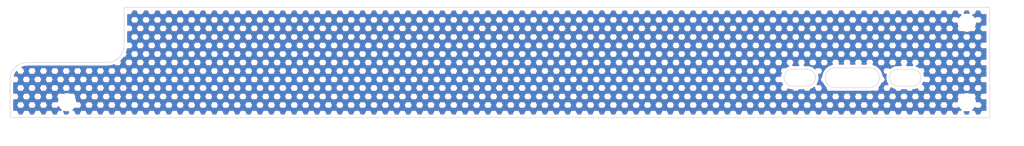
<source format=kicad_pcb>
(kicad_pcb (version 20171130) (host pcbnew "(5.1.10)-1")
  (layers (0 F.Cu signal) (31 B.Cu signal) (34 B.Paste user) (35 F.Paste user) (36 B.SilkS user) (37 F.SilkS user) (38 B.Mask user) (39 F.Mask user) (44 Edge.Cuts user))
  (net 0 "")
  (module kbd_Hole:m2_Screw_Hole (layer F.Cu) (at 306.75 23 180)
    (fp_text reference e hide)
    (fp_text value Val** hide)
    (pad "" np_thru_hole circle (at 0 0 180) (size 2.2 2.2) (drill 2.2) (layers *.Cu *.Mask))
  )
  (module kbd_Hole:m2_Screw_Hole (layer F.Cu) (at 306.75 37 180)
    (fp_text reference e hide)
    (fp_text value Val** hide)
    (pad "" np_thru_hole circle (at 0 0 180) (size 2.2 2.2) (drill 2.2) (layers *.Cu *.Mask))
  )
  (module kbd_Hole:m2_Screw_Hole (layer F.Cu) (at 148.875 37 180)
    (fp_text reference Ref** hide)
    (fp_text value Val** hide)
    (pad "" np_thru_hole circle (at 0 0 180) (size 2.2 2.2) (drill 2.2) (layers *.Cu *.Mask))
  )
  (gr_line (start 310.75 39.7) (end 310.75 20.3) (layer Edge.Cuts) (width 0.1))
  (gr_arc (start 278.68125 32.68125) (end 278.68125 34.18125) (angle -180) (layer Edge.Cuts) (width 0.1))
  (gr_line (start 310.75 39.7) (end 138.875 39.7) (layer Edge.Cuts) (width 0.1))
  (gr_line (start 289.68125 30.93125) (end 283.67125 30.93125) (layer Edge.Cuts) (width 0.1))
  (gr_line (start 158.875 20.3) (end 158.875 27) (layer Edge.Cuts) (width 0.1))
  (gr_arc (start 297.18125 32.68125) (end 297.18125 34.18125) (angle -180) (layer Edge.Cuts) (width 0.1))
  (gr_line (start 283.67125 34.43125) (end 289.68125 34.43125) (layer Edge.Cuts) (width 0.1))
  (gr_arc (start 155.875 27) (end 155.875 30) (angle -90) (layer Edge.Cuts) (width 0.1))
  (gr_line (start 294.671251 31.181251) (end 297.18125 31.18125) (layer Edge.Cuts) (width 0.1))
  (gr_arc (start 283.67125 32.68125) (end 283.67125 30.93125) (angle -180) (layer Edge.Cuts) (width 0.1))
  (gr_arc (start 289.68125 32.68125) (end 289.68125 34.43125) (angle -180) (layer Edge.Cuts) (width 0.1))
  (gr_arc (start 276.18125 32.68125) (end 276.18125 31.18125) (angle -180) (layer Edge.Cuts) (width 0.1))
  (gr_line (start 297.18125 34.18125) (end 294.681249 34.181282) (layer Edge.Cuts) (width 0.1))
  (gr_line (start 138.875 33) (end 138.875 39.7) (layer Edge.Cuts) (width 0.1))
  (gr_line (start 278.68125 31.18125) (end 276.18125 31.18125) (layer Edge.Cuts) (width 0.1))
  (gr_line (start 310.75 20.3) (end 158.875 20.3) (layer Edge.Cuts) (width 0.1))
  (gr_line (start 155.875 30) (end 141.875 30) (layer Edge.Cuts) (width 0.1))
  (gr_arc (start 141.875 33) (end 141.875 30) (angle -90) (layer Edge.Cuts) (width 0.1))
  (gr_line (start 278.68125 34.18125) (end 276.18125 34.18125) (layer Edge.Cuts) (width 0.1))
  (gr_arc (start 294.68125 32.68125) (end 294.671251 31.181251) (angle -179.6180338) (layer Edge.Cuts) (width 0.1))
  (zone (net 0) (net_name "") (layer F.Cu) (connect_pads (clearance 0.508)) (min_thickness 0.254) (fill yes (arc_segments 32) (thermal_gap 0.508) (thermal_bridge_width 0.508))
    (polygon (pts (xy 311.94375 40.48125) (xy 138.1125 40.48125) (xy 138.1125 19.05) (xy 311.94375 19.05)))
  )
  (zone (net 0) (net_name "") (layer B.Cu) (connect_pads (clearance 0.508)) (min_thickness 0.254) (fill yes (arc_segments 32) (thermal_gap 0.508) (thermal_bridge_width 0.508))
    (polygon (pts (xy 311.94375 40.48125) (xy 138.1125 40.48125) (xy 138.1125 19.05) (xy 311.94375 19.05)))
  )
  (zone (net 0) (net_name "") (layers F&B.Cu) (connect_pads (clearance 0.508)) (min_thickness 0.254)
    (keepout (tracks allowed) (vias allowed) (copperpour not_allowed))
    (fill (arc_segments 16) (thermal_gap 0.508) (thermal_bridge_width 0.508))
    (polygon (pts (xy 283.35 36.5) (xy 284.1 36.5) (xy 284.35 36) (xy 284.1 35.5) (xy 283.35 35.5) (xy 283.1 36)))
  )
  (zone (net 0) (net_name "") (layers F&B.Cu) (connect_pads (clearance 0.508)) (min_thickness 0.254)
    (keepout (tracks allowed) (vias allowed) (copperpour not_allowed))
    (fill (arc_segments 16) (thermal_gap 0.508) (thermal_bridge_width 0.508))
    (polygon (pts (xy 284.35 38) (xy 285.1 38) (xy 285.35 37.5) (xy 285.1 37) (xy 284.35 37) (xy 284.1 37.5)))
  )
  (zone (net 0) (net_name "") (layers F&B.Cu) (connect_pads (clearance 0.508)) (min_thickness 0.254)
    (keepout (tracks allowed) (vias allowed) (copperpour not_allowed))
    (fill (arc_segments 16) (thermal_gap 0.508) (thermal_bridge_width 0.508))
    (polygon (pts (xy 295.35 42.5) (xy 296.1 42.5) (xy 296.35 42) (xy 296.1 41.5) (xy 295.35 41.5) (xy 295.1 42)))
  )
  (zone (net 0) (net_name "") (layers F&B.Cu) (connect_pads (clearance 0.508)) (min_thickness 0.254)
    (keepout (tracks allowed) (vias allowed) (copperpour not_allowed))
    (fill (arc_segments 16) (thermal_gap 0.508) (thermal_bridge_width 0.508))
    (polygon (pts (xy 297.35 42.5) (xy 298.1 42.5) (xy 298.35 42) (xy 298.1 41.5) (xy 297.35 41.5) (xy 297.1 42)))
  )
  (zone (net 0) (net_name "") (layers F&B.Cu) (connect_pads (clearance 0.508)) (min_thickness 0.254)
    (keepout (tracks allowed) (vias allowed) (copperpour not_allowed))
    (fill (arc_segments 16) (thermal_gap 0.508) (thermal_bridge_width 0.508))
    (polygon (pts (xy 305.35 36.5) (xy 306.1 36.5) (xy 306.35 36) (xy 306.1 35.5) (xy 305.35 35.5) (xy 305.1 36)))
  )
  (zone (net 0) (net_name "") (layers F&B.Cu) (connect_pads (clearance 0.508)) (min_thickness 0.254)
    (keepout (tracks allowed) (vias allowed) (copperpour not_allowed))
    (fill (arc_segments 16) (thermal_gap 0.508) (thermal_bridge_width 0.508))
    (polygon (pts (xy 305.35 39.5) (xy 306.1 39.5) (xy 306.35 39) (xy 306.1 38.5) (xy 305.35 38.5) (xy 305.1 39)))
  )
  (zone (net 0) (net_name "") (layers F&B.Cu) (connect_pads (clearance 0.508)) (min_thickness 0.254)
    (keepout (tracks allowed) (vias allowed) (copperpour not_allowed))
    (fill (arc_segments 16) (thermal_gap 0.508) (thermal_bridge_width 0.508))
    (polygon (pts (xy 310.35 38) (xy 311.1 38) (xy 311.35 37.5) (xy 311.1 37) (xy 310.35 37) (xy 310.1 37.5)))
  )
  (zone (net 0) (net_name "") (layers F&B.Cu) (connect_pads (clearance 0.508)) (min_thickness 0.254)
    (keepout (tracks allowed) (vias allowed) (copperpour not_allowed))
    (fill (arc_segments 16) (thermal_gap 0.508) (thermal_bridge_width 0.508))
    (polygon (pts (xy 304.35 41) (xy 305.1 41) (xy 305.35 40.5) (xy 305.1 40) (xy 304.35 40) (xy 304.1 40.5)))
  )
  (zone (net 0) (net_name "") (layers F&B.Cu) (connect_pads (clearance 0.508)) (min_thickness 0.254)
    (keepout (tracks allowed) (vias allowed) (copperpour not_allowed))
    (fill (arc_segments 16) (thermal_gap 0.508) (thermal_bridge_width 0.508))
    (polygon (pts (xy 309.35 36.5) (xy 310.1 36.5) (xy 310.35 36) (xy 310.1 35.5) (xy 309.35 35.5) (xy 309.1 36)))
  )
  (zone (net 0) (net_name "") (layers F&B.Cu) (connect_pads (clearance 0.508)) (min_thickness 0.254)
    (keepout (tracks allowed) (vias allowed) (copperpour not_allowed))
    (fill (arc_segments 16) (thermal_gap 0.508) (thermal_bridge_width 0.508))
    (polygon (pts (xy 299.35 42.5) (xy 300.1 42.5) (xy 300.35 42) (xy 300.1 41.5) (xy 299.35 41.5) (xy 299.1 42)))
  )
  (zone (net 0) (net_name "") (layers F&B.Cu) (connect_pads (clearance 0.508)) (min_thickness 0.254)
    (keepout (tracks allowed) (vias allowed) (copperpour not_allowed))
    (fill (arc_segments 16) (thermal_gap 0.508) (thermal_bridge_width 0.508))
    (polygon (pts (xy 307.35 39.5) (xy 308.1 39.5) (xy 308.35 39) (xy 308.1 38.5) (xy 307.35 38.5) (xy 307.1 39)))
  )
  (zone (net 0) (net_name "") (layers F&B.Cu) (connect_pads (clearance 0.508)) (min_thickness 0.254)
    (keepout (tracks allowed) (vias allowed) (copperpour not_allowed))
    (fill (arc_segments 16) (thermal_gap 0.508) (thermal_bridge_width 0.508))
    (polygon (pts (xy 304.35 38) (xy 305.1 38) (xy 305.35 37.5) (xy 305.1 37) (xy 304.35 37) (xy 304.1 37.5)))
  )
  (zone (net 0) (net_name "") (layers F&B.Cu) (connect_pads (clearance 0.508)) (min_thickness 0.254)
    (keepout (tracks allowed) (vias allowed) (copperpour not_allowed))
    (fill (arc_segments 16) (thermal_gap 0.508) (thermal_bridge_width 0.508))
    (polygon (pts (xy 308.35 41) (xy 309.1 41) (xy 309.35 40.5) (xy 309.1 40) (xy 308.35 40) (xy 308.1 40.5)))
  )
  (zone (net 0) (net_name "") (layers F&B.Cu) (connect_pads (clearance 0.508)) (min_thickness 0.254)
    (keepout (tracks allowed) (vias allowed) (copperpour not_allowed))
    (fill (arc_segments 16) (thermal_gap 0.508) (thermal_bridge_width 0.508))
    (polygon (pts (xy 309.35 42.5) (xy 310.1 42.5) (xy 310.35 42) (xy 310.1 41.5) (xy 309.35 41.5) (xy 309.1 42)))
  )
  (zone (net 0) (net_name "") (layers F&B.Cu) (connect_pads (clearance 0.508)) (min_thickness 0.254)
    (keepout (tracks allowed) (vias allowed) (copperpour not_allowed))
    (fill (arc_segments 16) (thermal_gap 0.508) (thermal_bridge_width 0.508))
    (polygon (pts (xy 307.35 36.5) (xy 308.1 36.5) (xy 308.35 36) (xy 308.1 35.5) (xy 307.35 35.5) (xy 307.1 36)))
  )
  (zone (net 0) (net_name "") (layers F&B.Cu) (connect_pads (clearance 0.508)) (min_thickness 0.254)
    (keepout (tracks allowed) (vias allowed) (copperpour not_allowed))
    (fill (arc_segments 16) (thermal_gap 0.508) (thermal_bridge_width 0.508))
    (polygon (pts (xy 292.35 41) (xy 293.1 41) (xy 293.35 40.5) (xy 293.1 40) (xy 292.35 40) (xy 292.1 40.5)))
  )
  (zone (net 0) (net_name "") (layers F&B.Cu) (connect_pads (clearance 0.508)) (min_thickness 0.254)
    (keepout (tracks allowed) (vias allowed) (copperpour not_allowed))
    (fill (arc_segments 16) (thermal_gap 0.508) (thermal_bridge_width 0.508))
    (polygon (pts (xy 308.35 38) (xy 309.1 38) (xy 309.35 37.5) (xy 309.1 37) (xy 308.35 37) (xy 308.1 37.5)))
  )
  (zone (net 0) (net_name "") (layers F&B.Cu) (connect_pads (clearance 0.508)) (min_thickness 0.254)
    (keepout (tracks allowed) (vias allowed) (copperpour not_allowed))
    (fill (arc_segments 16) (thermal_gap 0.508) (thermal_bridge_width 0.508))
    (polygon (pts (xy 311.35 42.5) (xy 312.1 42.5) (xy 312.35 42) (xy 312.1 41.5) (xy 311.35 41.5) (xy 311.1 42)))
  )
  (zone (net 0) (net_name "") (layers F&B.Cu) (connect_pads (clearance 0.508)) (min_thickness 0.254)
    (keepout (tracks allowed) (vias allowed) (copperpour not_allowed))
    (fill (arc_segments 16) (thermal_gap 0.508) (thermal_bridge_width 0.508))
    (polygon (pts (xy 302.35 41) (xy 303.1 41) (xy 303.35 40.5) (xy 303.1 40) (xy 302.35 40) (xy 302.1 40.5)))
  )
  (zone (net 0) (net_name "") (layers F&B.Cu) (connect_pads (clearance 0.508)) (min_thickness 0.254)
    (keepout (tracks allowed) (vias allowed) (copperpour not_allowed))
    (fill (arc_segments 16) (thermal_gap 0.508) (thermal_bridge_width 0.508))
    (polygon (pts (xy 301.35 39.5) (xy 302.1 39.5) (xy 302.35 39) (xy 302.1 38.5) (xy 301.35 38.5) (xy 301.1 39)))
  )
  (zone (net 0) (net_name "") (layers F&B.Cu) (connect_pads (clearance 0.508)) (min_thickness 0.254)
    (keepout (tracks allowed) (vias allowed) (copperpour not_allowed))
    (fill (arc_segments 16) (thermal_gap 0.508) (thermal_bridge_width 0.508))
    (polygon (pts (xy 288.35 38) (xy 289.1 38) (xy 289.35 37.5) (xy 289.1 37) (xy 288.35 37) (xy 288.1 37.5)))
  )
  (zone (net 0) (net_name "") (layers F&B.Cu) (connect_pads (clearance 0.508)) (min_thickness 0.254)
    (keepout (tracks allowed) (vias allowed) (copperpour not_allowed))
    (fill (arc_segments 16) (thermal_gap 0.508) (thermal_bridge_width 0.508))
    (polygon (pts (xy 306.35 38) (xy 307.1 38) (xy 307.35 37.5) (xy 307.1 37) (xy 306.35 37) (xy 306.1 37.5)))
  )
  (zone (net 0) (net_name "") (layers F&B.Cu) (connect_pads (clearance 0.508)) (min_thickness 0.254)
    (keepout (tracks allowed) (vias allowed) (copperpour not_allowed))
    (fill (arc_segments 16) (thermal_gap 0.508) (thermal_bridge_width 0.508))
    (polygon (pts (xy 306.35 41) (xy 307.1 41) (xy 307.35 40.5) (xy 307.1 40) (xy 306.35 40) (xy 306.1 40.5)))
  )
  (zone (net 0) (net_name "") (layers F&B.Cu) (connect_pads (clearance 0.508)) (min_thickness 0.254)
    (keepout (tracks allowed) (vias allowed) (copperpour not_allowed))
    (fill (arc_segments 16) (thermal_gap 0.508) (thermal_bridge_width 0.508))
    (polygon (pts (xy 312.35 41) (xy 313.1 41) (xy 313.35 40.5) (xy 313.1 40) (xy 312.35 40) (xy 312.1 40.5)))
  )
  (zone (net 0) (net_name "") (layers F&B.Cu) (connect_pads (clearance 0.508)) (min_thickness 0.254)
    (keepout (tracks allowed) (vias allowed) (copperpour not_allowed))
    (fill (arc_segments 16) (thermal_gap 0.508) (thermal_bridge_width 0.508))
    (polygon (pts (xy 303.35 39.5) (xy 304.1 39.5) (xy 304.35 39) (xy 304.1 38.5) (xy 303.35 38.5) (xy 303.1 39)))
  )
  (zone (net 0) (net_name "") (layers F&B.Cu) (connect_pads (clearance 0.508)) (min_thickness 0.254)
    (keepout (tracks allowed) (vias allowed) (copperpour not_allowed))
    (fill (arc_segments 16) (thermal_gap 0.508) (thermal_bridge_width 0.508))
    (polygon (pts (xy 293.35 36.5) (xy 294.1 36.5) (xy 294.35 36) (xy 294.1 35.5) (xy 293.35 35.5) (xy 293.1 36)))
  )
  (zone (net 0) (net_name "") (layers F&B.Cu) (connect_pads (clearance 0.508)) (min_thickness 0.254)
    (keepout (tracks allowed) (vias allowed) (copperpour not_allowed))
    (fill (arc_segments 16) (thermal_gap 0.508) (thermal_bridge_width 0.508))
    (polygon (pts (xy 293.35 39.5) (xy 294.1 39.5) (xy 294.35 39) (xy 294.1 38.5) (xy 293.35 38.5) (xy 293.1 39)))
  )
  (zone (net 0) (net_name "") (layers F&B.Cu) (connect_pads (clearance 0.508)) (min_thickness 0.254)
    (keepout (tracks allowed) (vias allowed) (copperpour not_allowed))
    (fill (arc_segments 16) (thermal_gap 0.508) (thermal_bridge_width 0.508))
    (polygon (pts (xy 286.35 41) (xy 287.1 41) (xy 287.35 40.5) (xy 287.1 40) (xy 286.35 40) (xy 286.1 40.5)))
  )
  (zone (net 0) (net_name "") (layers F&B.Cu) (connect_pads (clearance 0.508)) (min_thickness 0.254)
    (keepout (tracks allowed) (vias allowed) (copperpour not_allowed))
    (fill (arc_segments 16) (thermal_gap 0.508) (thermal_bridge_width 0.508))
    (polygon (pts (xy 288.35 41) (xy 289.1 41) (xy 289.35 40.5) (xy 289.1 40) (xy 288.35 40) (xy 288.1 40.5)))
  )
  (zone (net 0) (net_name "") (layers F&B.Cu) (connect_pads (clearance 0.508)) (min_thickness 0.254)
    (keepout (tracks allowed) (vias allowed) (copperpour not_allowed))
    (fill (arc_segments 16) (thermal_gap 0.508) (thermal_bridge_width 0.508))
    (polygon (pts (xy 289.35 39.5) (xy 290.1 39.5) (xy 290.35 39) (xy 290.1 38.5) (xy 289.35 38.5) (xy 289.1 39)))
  )
  (zone (net 0) (net_name "") (layers F&B.Cu) (connect_pads (clearance 0.508)) (min_thickness 0.254)
    (keepout (tracks allowed) (vias allowed) (copperpour not_allowed))
    (fill (arc_segments 16) (thermal_gap 0.508) (thermal_bridge_width 0.508))
    (polygon (pts (xy 295.35 36.5) (xy 296.1 36.5) (xy 296.35 36) (xy 296.1 35.5) (xy 295.35 35.5) (xy 295.1 36)))
  )
  (zone (net 0) (net_name "") (layers F&B.Cu) (connect_pads (clearance 0.508)) (min_thickness 0.254)
    (keepout (tracks allowed) (vias allowed) (copperpour not_allowed))
    (fill (arc_segments 16) (thermal_gap 0.508) (thermal_bridge_width 0.508))
    (polygon (pts (xy 283.35 39.5) (xy 284.1 39.5) (xy 284.35 39) (xy 284.1 38.5) (xy 283.35 38.5) (xy 283.1 39)))
  )
  (zone (net 0) (net_name "") (layers F&B.Cu) (connect_pads (clearance 0.508)) (min_thickness 0.254)
    (keepout (tracks allowed) (vias allowed) (copperpour not_allowed))
    (fill (arc_segments 16) (thermal_gap 0.508) (thermal_bridge_width 0.508))
    (polygon (pts (xy 283.35 42.5) (xy 284.1 42.5) (xy 284.35 42) (xy 284.1 41.5) (xy 283.35 41.5) (xy 283.1 42)))
  )
  (zone (net 0) (net_name "") (layers F&B.Cu) (connect_pads (clearance 0.508)) (min_thickness 0.254)
    (keepout (tracks allowed) (vias allowed) (copperpour not_allowed))
    (fill (arc_segments 16) (thermal_gap 0.508) (thermal_bridge_width 0.508))
    (polygon (pts (xy 286.35 38) (xy 287.1 38) (xy 287.35 37.5) (xy 287.1 37) (xy 286.35 37) (xy 286.1 37.5)))
  )
  (zone (net 0) (net_name "") (layers F&B.Cu) (connect_pads (clearance 0.508)) (min_thickness 0.254)
    (keepout (tracks allowed) (vias allowed) (copperpour not_allowed))
    (fill (arc_segments 16) (thermal_gap 0.508) (thermal_bridge_width 0.508))
    (polygon (pts (xy 285.35 39.5) (xy 286.1 39.5) (xy 286.35 39) (xy 286.1 38.5) (xy 285.35 38.5) (xy 285.1 39)))
  )
  (zone (net 0) (net_name "") (layers F&B.Cu) (connect_pads (clearance 0.508)) (min_thickness 0.254)
    (keepout (tracks allowed) (vias allowed) (copperpour not_allowed))
    (fill (arc_segments 16) (thermal_gap 0.508) (thermal_bridge_width 0.508))
    (polygon (pts (xy 285.35 36.5) (xy 286.1 36.5) (xy 286.35 36) (xy 286.1 35.5) (xy 285.35 35.5) (xy 285.1 36)))
  )
  (zone (net 0) (net_name "") (layers F&B.Cu) (connect_pads (clearance 0.508)) (min_thickness 0.254)
    (keepout (tracks allowed) (vias allowed) (copperpour not_allowed))
    (fill (arc_segments 16) (thermal_gap 0.508) (thermal_bridge_width 0.508))
    (polygon (pts (xy 289.35 42.5) (xy 290.1 42.5) (xy 290.35 42) (xy 290.1 41.5) (xy 289.35 41.5) (xy 289.1 42)))
  )
  (zone (net 0) (net_name "") (layers F&B.Cu) (connect_pads (clearance 0.508)) (min_thickness 0.254)
    (keepout (tracks allowed) (vias allowed) (copperpour not_allowed))
    (fill (arc_segments 16) (thermal_gap 0.508) (thermal_bridge_width 0.508))
    (polygon (pts (xy 294.35 38) (xy 295.1 38) (xy 295.35 37.5) (xy 295.1 37) (xy 294.35 37) (xy 294.1 37.5)))
  )
  (zone (net 0) (net_name "") (layers F&B.Cu) (connect_pads (clearance 0.508)) (min_thickness 0.254)
    (keepout (tracks allowed) (vias allowed) (copperpour not_allowed))
    (fill (arc_segments 16) (thermal_gap 0.508) (thermal_bridge_width 0.508))
    (polygon (pts (xy 289.35 36.5) (xy 290.1 36.5) (xy 290.35 36) (xy 290.1 35.5) (xy 289.35 35.5) (xy 289.1 36)))
  )
  (zone (net 0) (net_name "") (layers F&B.Cu) (connect_pads (clearance 0.508)) (min_thickness 0.254)
    (keepout (tracks allowed) (vias allowed) (copperpour not_allowed))
    (fill (arc_segments 16) (thermal_gap 0.508) (thermal_bridge_width 0.508))
    (polygon (pts (xy 287.35 39.5) (xy 288.1 39.5) (xy 288.35 39) (xy 288.1 38.5) (xy 287.35 38.5) (xy 287.1 39)))
  )
  (zone (net 0) (net_name "") (layers F&B.Cu) (connect_pads (clearance 0.508)) (min_thickness 0.254)
    (keepout (tracks allowed) (vias allowed) (copperpour not_allowed))
    (fill (arc_segments 16) (thermal_gap 0.508) (thermal_bridge_width 0.508))
    (polygon (pts (xy 290.35 41) (xy 291.1 41) (xy 291.35 40.5) (xy 291.1 40) (xy 290.35 40) (xy 290.1 40.5)))
  )
  (zone (net 0) (net_name "") (layers F&B.Cu) (connect_pads (clearance 0.508)) (min_thickness 0.254)
    (keepout (tracks allowed) (vias allowed) (copperpour not_allowed))
    (fill (arc_segments 16) (thermal_gap 0.508) (thermal_bridge_width 0.508))
    (polygon (pts (xy 295.35 39.5) (xy 296.1 39.5) (xy 296.35 39) (xy 296.1 38.5) (xy 295.35 38.5) (xy 295.1 39)))
  )
  (zone (net 0) (net_name "") (layers F&B.Cu) (connect_pads (clearance 0.508)) (min_thickness 0.254)
    (keepout (tracks allowed) (vias allowed) (copperpour not_allowed))
    (fill (arc_segments 16) (thermal_gap 0.508) (thermal_bridge_width 0.508))
    (polygon (pts (xy 294.35 41) (xy 295.1 41) (xy 295.35 40.5) (xy 295.1 40) (xy 294.35 40) (xy 294.1 40.5)))
  )
  (zone (net 0) (net_name "") (layers F&B.Cu) (connect_pads (clearance 0.508)) (min_thickness 0.254)
    (keepout (tracks allowed) (vias allowed) (copperpour not_allowed))
    (fill (arc_segments 16) (thermal_gap 0.508) (thermal_bridge_width 0.508))
    (polygon (pts (xy 291.35 42.5) (xy 292.1 42.5) (xy 292.35 42) (xy 292.1 41.5) (xy 291.35 41.5) (xy 291.1 42)))
  )
  (zone (net 0) (net_name "") (layers F&B.Cu) (connect_pads (clearance 0.508)) (min_thickness 0.254)
    (keepout (tracks allowed) (vias allowed) (copperpour not_allowed))
    (fill (arc_segments 16) (thermal_gap 0.508) (thermal_bridge_width 0.508))
    (polygon (pts (xy 284.35 41) (xy 285.1 41) (xy 285.35 40.5) (xy 285.1 40) (xy 284.35 40) (xy 284.1 40.5)))
  )
  (zone (net 0) (net_name "") (layers F&B.Cu) (connect_pads (clearance 0.508)) (min_thickness 0.254)
    (keepout (tracks allowed) (vias allowed) (copperpour not_allowed))
    (fill (arc_segments 16) (thermal_gap 0.508) (thermal_bridge_width 0.508))
    (polygon (pts (xy 287.35 36.5) (xy 288.1 36.5) (xy 288.35 36) (xy 288.1 35.5) (xy 287.35 35.5) (xy 287.1 36)))
  )
  (zone (net 0) (net_name "") (layers F&B.Cu) (connect_pads (clearance 0.508)) (min_thickness 0.254)
    (keepout (tracks allowed) (vias allowed) (copperpour not_allowed))
    (fill (arc_segments 16) (thermal_gap 0.508) (thermal_bridge_width 0.508))
    (polygon (pts (xy 290.35 38) (xy 291.1 38) (xy 291.35 37.5) (xy 291.1 37) (xy 290.35 37) (xy 290.1 37.5)))
  )
  (zone (net 0) (net_name "") (layers F&B.Cu) (connect_pads (clearance 0.508)) (min_thickness 0.254)
    (keepout (tracks allowed) (vias allowed) (copperpour not_allowed))
    (fill (arc_segments 16) (thermal_gap 0.508) (thermal_bridge_width 0.508))
    (polygon (pts (xy 293.35 42.5) (xy 294.1 42.5) (xy 294.35 42) (xy 294.1 41.5) (xy 293.35 41.5) (xy 293.1 42)))
  )
  (zone (net 0) (net_name "") (layers F&B.Cu) (connect_pads (clearance 0.508)) (min_thickness 0.254)
    (keepout (tracks allowed) (vias allowed) (copperpour not_allowed))
    (fill (arc_segments 16) (thermal_gap 0.508) (thermal_bridge_width 0.508))
    (polygon (pts (xy 291.35 39.5) (xy 292.1 39.5) (xy 292.35 39) (xy 292.1 38.5) (xy 291.35 38.5) (xy 291.1 39)))
  )
  (zone (net 0) (net_name "") (layers F&B.Cu) (connect_pads (clearance 0.508)) (min_thickness 0.254)
    (keepout (tracks allowed) (vias allowed) (copperpour not_allowed))
    (fill (arc_segments 16) (thermal_gap 0.508) (thermal_bridge_width 0.508))
    (polygon (pts (xy 292.35 38) (xy 293.1 38) (xy 293.35 37.5) (xy 293.1 37) (xy 292.35 37) (xy 292.1 37.5)))
  )
  (zone (net 0) (net_name "") (layers F&B.Cu) (connect_pads (clearance 0.508)) (min_thickness 0.254)
    (keepout (tracks allowed) (vias allowed) (copperpour not_allowed))
    (fill (arc_segments 16) (thermal_gap 0.508) (thermal_bridge_width 0.508))
    (polygon (pts (xy 297.35 36.5) (xy 298.1 36.5) (xy 298.35 36) (xy 298.1 35.5) (xy 297.35 35.5) (xy 297.1 36)))
  )
  (zone (net 0) (net_name "") (layers F&B.Cu) (connect_pads (clearance 0.508)) (min_thickness 0.254)
    (keepout (tracks allowed) (vias allowed) (copperpour not_allowed))
    (fill (arc_segments 16) (thermal_gap 0.508) (thermal_bridge_width 0.508))
    (polygon (pts (xy 296.35 38) (xy 297.1 38) (xy 297.35 37.5) (xy 297.1 37) (xy 296.35 37) (xy 296.1 37.5)))
  )
  (zone (net 0) (net_name "") (layers F&B.Cu) (connect_pads (clearance 0.508)) (min_thickness 0.254)
    (keepout (tracks allowed) (vias allowed) (copperpour not_allowed))
    (fill (arc_segments 16) (thermal_gap 0.508) (thermal_bridge_width 0.508))
    (polygon (pts (xy 285.35 42.5) (xy 286.1 42.5) (xy 286.35 42) (xy 286.1 41.5) (xy 285.35 41.5) (xy 285.1 42)))
  )
  (zone (net 0) (net_name "") (layers F&B.Cu) (connect_pads (clearance 0.508)) (min_thickness 0.254)
    (keepout (tracks allowed) (vias allowed) (copperpour not_allowed))
    (fill (arc_segments 16) (thermal_gap 0.508) (thermal_bridge_width 0.508))
    (polygon (pts (xy 312.35 38) (xy 313.1 38) (xy 313.35 37.5) (xy 313.1 37) (xy 312.35 37) (xy 312.1 37.5)))
  )
  (zone (net 0) (net_name "") (layers F&B.Cu) (connect_pads (clearance 0.508)) (min_thickness 0.254)
    (keepout (tracks allowed) (vias allowed) (copperpour not_allowed))
    (fill (arc_segments 16) (thermal_gap 0.508) (thermal_bridge_width 0.508))
    (polygon (pts (xy 299.35 36.5) (xy 300.1 36.5) (xy 300.35 36) (xy 300.1 35.5) (xy 299.35 35.5) (xy 299.1 36)))
  )
  (zone (net 0) (net_name "") (layers F&B.Cu) (connect_pads (clearance 0.508)) (min_thickness 0.254)
    (keepout (tracks allowed) (vias allowed) (copperpour not_allowed))
    (fill (arc_segments 16) (thermal_gap 0.508) (thermal_bridge_width 0.508))
    (polygon (pts (xy 298.35 38) (xy 299.1 38) (xy 299.35 37.5) (xy 299.1 37) (xy 298.35 37) (xy 298.1 37.5)))
  )
  (zone (net 0) (net_name "") (layers F&B.Cu) (connect_pads (clearance 0.508)) (min_thickness 0.254)
    (keepout (tracks allowed) (vias allowed) (copperpour not_allowed))
    (fill (arc_segments 16) (thermal_gap 0.508) (thermal_bridge_width 0.508))
    (polygon (pts (xy 287.35 42.5) (xy 288.1 42.5) (xy 288.35 42) (xy 288.1 41.5) (xy 287.35 41.5) (xy 287.1 42)))
  )
  (zone (net 0) (net_name "") (layers F&B.Cu) (connect_pads (clearance 0.508)) (min_thickness 0.254)
    (keepout (tracks allowed) (vias allowed) (copperpour not_allowed))
    (fill (arc_segments 16) (thermal_gap 0.508) (thermal_bridge_width 0.508))
    (polygon (pts (xy 291.35 36.5) (xy 292.1 36.5) (xy 292.35 36) (xy 292.1 35.5) (xy 291.35 35.5) (xy 291.1 36)))
  )
  (zone (net 0) (net_name "") (layers F&B.Cu) (connect_pads (clearance 0.508)) (min_thickness 0.254)
    (keepout (tracks allowed) (vias allowed) (copperpour not_allowed))
    (fill (arc_segments 16) (thermal_gap 0.508) (thermal_bridge_width 0.508))
    (polygon (pts (xy 300.35 38) (xy 301.1 38) (xy 301.35 37.5) (xy 301.1 37) (xy 300.35 37) (xy 300.1 37.5)))
  )
  (zone (net 0) (net_name "") (layers F&B.Cu) (connect_pads (clearance 0.508)) (min_thickness 0.254)
    (keepout (tracks allowed) (vias allowed) (copperpour not_allowed))
    (fill (arc_segments 16) (thermal_gap 0.508) (thermal_bridge_width 0.508))
    (polygon (pts (xy 296.35 41) (xy 297.1 41) (xy 297.35 40.5) (xy 297.1 40) (xy 296.35 40) (xy 296.1 40.5)))
  )
  (zone (net 0) (net_name "") (layers F&B.Cu) (connect_pads (clearance 0.508)) (min_thickness 0.254)
    (keepout (tracks allowed) (vias allowed) (copperpour not_allowed))
    (fill (arc_segments 16) (thermal_gap 0.508) (thermal_bridge_width 0.508))
    (polygon (pts (xy 301.35 42.5) (xy 302.1 42.5) (xy 302.35 42) (xy 302.1 41.5) (xy 301.35 41.5) (xy 301.1 42)))
  )
  (zone (net 0) (net_name "") (layers F&B.Cu) (connect_pads (clearance 0.508)) (min_thickness 0.254)
    (keepout (tracks allowed) (vias allowed) (copperpour not_allowed))
    (fill (arc_segments 16) (thermal_gap 0.508) (thermal_bridge_width 0.508))
    (polygon (pts (xy 303.35 36.5) (xy 304.1 36.5) (xy 304.35 36) (xy 304.1 35.5) (xy 303.35 35.5) (xy 303.1 36)))
  )
  (zone (net 0) (net_name "") (layers F&B.Cu) (connect_pads (clearance 0.508)) (min_thickness 0.254)
    (keepout (tracks allowed) (vias allowed) (copperpour not_allowed))
    (fill (arc_segments 16) (thermal_gap 0.508) (thermal_bridge_width 0.508))
    (polygon (pts (xy 307.35 42.5) (xy 308.1 42.5) (xy 308.35 42) (xy 308.1 41.5) (xy 307.35 41.5) (xy 307.1 42)))
  )
  (zone (net 0) (net_name "") (layers F&B.Cu) (connect_pads (clearance 0.508)) (min_thickness 0.254)
    (keepout (tracks allowed) (vias allowed) (copperpour not_allowed))
    (fill (arc_segments 16) (thermal_gap 0.508) (thermal_bridge_width 0.508))
    (polygon (pts (xy 311.35 36.5) (xy 312.1 36.5) (xy 312.35 36) (xy 312.1 35.5) (xy 311.35 35.5) (xy 311.1 36)))
  )
  (zone (net 0) (net_name "") (layers F&B.Cu) (connect_pads (clearance 0.508)) (min_thickness 0.254)
    (keepout (tracks allowed) (vias allowed) (copperpour not_allowed))
    (fill (arc_segments 16) (thermal_gap 0.508) (thermal_bridge_width 0.508))
    (polygon (pts (xy 301.35 36.5) (xy 302.1 36.5) (xy 302.35 36) (xy 302.1 35.5) (xy 301.35 35.5) (xy 301.1 36)))
  )
  (zone (net 0) (net_name "") (layers F&B.Cu) (connect_pads (clearance 0.508)) (min_thickness 0.254)
    (keepout (tracks allowed) (vias allowed) (copperpour not_allowed))
    (fill (arc_segments 16) (thermal_gap 0.508) (thermal_bridge_width 0.508))
    (polygon (pts (xy 303.35 42.5) (xy 304.1 42.5) (xy 304.35 42) (xy 304.1 41.5) (xy 303.35 41.5) (xy 303.1 42)))
  )
  (zone (net 0) (net_name "") (layers F&B.Cu) (connect_pads (clearance 0.508)) (min_thickness 0.254)
    (keepout (tracks allowed) (vias allowed) (copperpour not_allowed))
    (fill (arc_segments 16) (thermal_gap 0.508) (thermal_bridge_width 0.508))
    (polygon (pts (xy 300.35 41) (xy 301.1 41) (xy 301.35 40.5) (xy 301.1 40) (xy 300.35 40) (xy 300.1 40.5)))
  )
  (zone (net 0) (net_name "") (layers F&B.Cu) (connect_pads (clearance 0.508)) (min_thickness 0.254)
    (keepout (tracks allowed) (vias allowed) (copperpour not_allowed))
    (fill (arc_segments 16) (thermal_gap 0.508) (thermal_bridge_width 0.508))
    (polygon (pts (xy 310.35 41) (xy 311.1 41) (xy 311.35 40.5) (xy 311.1 40) (xy 310.35 40) (xy 310.1 40.5)))
  )
  (zone (net 0) (net_name "") (layers F&B.Cu) (connect_pads (clearance 0.508)) (min_thickness 0.254)
    (keepout (tracks allowed) (vias allowed) (copperpour not_allowed))
    (fill (arc_segments 16) (thermal_gap 0.508) (thermal_bridge_width 0.508))
    (polygon (pts (xy 309.35 39.5) (xy 310.1 39.5) (xy 310.35 39) (xy 310.1 38.5) (xy 309.35 38.5) (xy 309.1 39)))
  )
  (zone (net 0) (net_name "") (layers F&B.Cu) (connect_pads (clearance 0.508)) (min_thickness 0.254)
    (keepout (tracks allowed) (vias allowed) (copperpour not_allowed))
    (fill (arc_segments 16) (thermal_gap 0.508) (thermal_bridge_width 0.508))
    (polygon (pts (xy 299.35 39.5) (xy 300.1 39.5) (xy 300.35 39) (xy 300.1 38.5) (xy 299.35 38.5) (xy 299.1 39)))
  )
  (zone (net 0) (net_name "") (layers F&B.Cu) (connect_pads (clearance 0.508)) (min_thickness 0.254)
    (keepout (tracks allowed) (vias allowed) (copperpour not_allowed))
    (fill (arc_segments 16) (thermal_gap 0.508) (thermal_bridge_width 0.508))
    (polygon (pts (xy 311.35 39.5) (xy 312.1 39.5) (xy 312.35 39) (xy 312.1 38.5) (xy 311.35 38.5) (xy 311.1 39)))
  )
  (zone (net 0) (net_name "") (layers F&B.Cu) (connect_pads (clearance 0.508)) (min_thickness 0.254)
    (keepout (tracks allowed) (vias allowed) (copperpour not_allowed))
    (fill (arc_segments 16) (thermal_gap 0.508) (thermal_bridge_width 0.508))
    (polygon (pts (xy 297.35 39.5) (xy 298.1 39.5) (xy 298.35 39) (xy 298.1 38.5) (xy 297.35 38.5) (xy 297.1 39)))
  )
  (zone (net 0) (net_name "") (layers F&B.Cu) (connect_pads (clearance 0.508)) (min_thickness 0.254)
    (keepout (tracks allowed) (vias allowed) (copperpour not_allowed))
    (fill (arc_segments 16) (thermal_gap 0.508) (thermal_bridge_width 0.508))
    (polygon (pts (xy 298.35 41) (xy 299.1 41) (xy 299.35 40.5) (xy 299.1 40) (xy 298.35 40) (xy 298.1 40.5)))
  )
  (zone (net 0) (net_name "") (layers F&B.Cu) (connect_pads (clearance 0.508)) (min_thickness 0.254)
    (keepout (tracks allowed) (vias allowed) (copperpour not_allowed))
    (fill (arc_segments 16) (thermal_gap 0.508) (thermal_bridge_width 0.508))
    (polygon (pts (xy 305.35 42.5) (xy 306.1 42.5) (xy 306.35 42) (xy 306.1 41.5) (xy 305.35 41.5) (xy 305.1 42)))
  )
  (zone (net 0) (net_name "") (layers F&B.Cu) (connect_pads (clearance 0.508)) (min_thickness 0.254)
    (keepout (tracks allowed) (vias allowed) (copperpour not_allowed))
    (fill (arc_segments 16) (thermal_gap 0.508) (thermal_bridge_width 0.508))
    (polygon (pts (xy 302.35 38) (xy 303.1 38) (xy 303.35 37.5) (xy 303.1 37) (xy 302.35 37) (xy 302.1 37.5)))
  )
  (zone (net 0) (net_name "") (layers F&B.Cu) (connect_pads (clearance 0.508)) (min_thickness 0.254)
    (keepout (tracks allowed) (vias allowed) (copperpour not_allowed))
    (fill (arc_segments 16) (thermal_gap 0.508) (thermal_bridge_width 0.508))
    (polygon (pts (xy 312.35 32) (xy 313.1 32) (xy 313.35 31.5) (xy 313.1 31) (xy 312.35 31) (xy 312.1 31.5)))
  )
  (zone (net 0) (net_name "") (layers F&B.Cu) (connect_pads (clearance 0.508)) (min_thickness 0.254)
    (keepout (tracks allowed) (vias allowed) (copperpour not_allowed))
    (fill (arc_segments 16) (thermal_gap 0.508) (thermal_bridge_width 0.508))
    (polygon (pts (xy 283.35 24.5) (xy 284.1 24.5) (xy 284.35 24) (xy 284.1 23.5) (xy 283.35 23.5) (xy 283.1 24)))
  )
  (zone (net 0) (net_name "") (layers F&B.Cu) (connect_pads (clearance 0.508)) (min_thickness 0.254)
    (keepout (tracks allowed) (vias allowed) (copperpour not_allowed))
    (fill (arc_segments 16) (thermal_gap 0.508) (thermal_bridge_width 0.508))
    (polygon (pts (xy 301.35 27.5) (xy 302.1 27.5) (xy 302.35 27) (xy 302.1 26.5) (xy 301.35 26.5) (xy 301.1 27)))
  )
  (zone (net 0) (net_name "") (layers F&B.Cu) (connect_pads (clearance 0.508)) (min_thickness 0.254)
    (keepout (tracks allowed) (vias allowed) (copperpour not_allowed))
    (fill (arc_segments 16) (thermal_gap 0.508) (thermal_bridge_width 0.508))
    (polygon (pts (xy 292.35 29) (xy 293.1 29) (xy 293.35 28.5) (xy 293.1 28) (xy 292.35 28) (xy 292.1 28.5)))
  )
  (zone (net 0) (net_name "") (layers F&B.Cu) (connect_pads (clearance 0.508)) (min_thickness 0.254)
    (keepout (tracks allowed) (vias allowed) (copperpour not_allowed))
    (fill (arc_segments 16) (thermal_gap 0.508) (thermal_bridge_width 0.508))
    (polygon (pts (xy 312.35 29) (xy 313.1 29) (xy 313.35 28.5) (xy 313.1 28) (xy 312.35 28) (xy 312.1 28.5)))
  )
  (zone (net 0) (net_name "") (layers F&B.Cu) (connect_pads (clearance 0.508)) (min_thickness 0.254)
    (keepout (tracks allowed) (vias allowed) (copperpour not_allowed))
    (fill (arc_segments 16) (thermal_gap 0.508) (thermal_bridge_width 0.508))
    (polygon (pts (xy 307.35 24.5) (xy 308.1 24.5) (xy 308.35 24) (xy 308.1 23.5) (xy 307.35 23.5) (xy 307.1 24)))
  )
  (zone (net 0) (net_name "") (layers F&B.Cu) (connect_pads (clearance 0.508)) (min_thickness 0.254)
    (keepout (tracks allowed) (vias allowed) (copperpour not_allowed))
    (fill (arc_segments 16) (thermal_gap 0.508) (thermal_bridge_width 0.508))
    (polygon (pts (xy 304.35 35) (xy 305.1 35) (xy 305.35 34.5) (xy 305.1 34) (xy 304.35 34) (xy 304.1 34.5)))
  )
  (zone (net 0) (net_name "") (layers F&B.Cu) (connect_pads (clearance 0.508)) (min_thickness 0.254)
    (keepout (tracks allowed) (vias allowed) (copperpour not_allowed))
    (fill (arc_segments 16) (thermal_gap 0.508) (thermal_bridge_width 0.508))
    (polygon (pts (xy 306.35 35) (xy 307.1 35) (xy 307.35 34.5) (xy 307.1 34) (xy 306.35 34) (xy 306.1 34.5)))
  )
  (zone (net 0) (net_name "") (layers F&B.Cu) (connect_pads (clearance 0.508)) (min_thickness 0.254)
    (keepout (tracks allowed) (vias allowed) (copperpour not_allowed))
    (fill (arc_segments 16) (thermal_gap 0.508) (thermal_bridge_width 0.508))
    (polygon (pts (xy 304.35 29) (xy 305.1 29) (xy 305.35 28.5) (xy 305.1 28) (xy 304.35 28) (xy 304.1 28.5)))
  )
  (zone (net 0) (net_name "") (layers F&B.Cu) (connect_pads (clearance 0.508)) (min_thickness 0.254)
    (keepout (tracks allowed) (vias allowed) (copperpour not_allowed))
    (fill (arc_segments 16) (thermal_gap 0.508) (thermal_bridge_width 0.508))
    (polygon (pts (xy 302.35 29) (xy 303.1 29) (xy 303.35 28.5) (xy 303.1 28) (xy 302.35 28) (xy 302.1 28.5)))
  )
  (zone (net 0) (net_name "") (layers F&B.Cu) (connect_pads (clearance 0.508)) (min_thickness 0.254)
    (keepout (tracks allowed) (vias allowed) (copperpour not_allowed))
    (fill (arc_segments 16) (thermal_gap 0.508) (thermal_bridge_width 0.508))
    (polygon (pts (xy 305.35 24.5) (xy 306.1 24.5) (xy 306.35 24) (xy 306.1 23.5) (xy 305.35 23.5) (xy 305.1 24)))
  )
  (zone (net 0) (net_name "") (layers F&B.Cu) (connect_pads (clearance 0.508)) (min_thickness 0.254)
    (keepout (tracks allowed) (vias allowed) (copperpour not_allowed))
    (fill (arc_segments 16) (thermal_gap 0.508) (thermal_bridge_width 0.508))
    (polygon (pts (xy 311.35 33.5) (xy 312.1 33.5) (xy 312.35 33) (xy 312.1 32.5) (xy 311.35 32.5) (xy 311.1 33)))
  )
  (zone (net 0) (net_name "") (layers F&B.Cu) (connect_pads (clearance 0.508)) (min_thickness 0.254)
    (keepout (tracks allowed) (vias allowed) (copperpour not_allowed))
    (fill (arc_segments 16) (thermal_gap 0.508) (thermal_bridge_width 0.508))
    (polygon (pts (xy 311.35 30.5) (xy 312.1 30.5) (xy 312.35 30) (xy 312.1 29.5) (xy 311.35 29.5) (xy 311.1 30)))
  )
  (zone (net 0) (net_name "") (layers F&B.Cu) (connect_pads (clearance 0.508)) (min_thickness 0.254)
    (keepout (tracks allowed) (vias allowed) (copperpour not_allowed))
    (fill (arc_segments 16) (thermal_gap 0.508) (thermal_bridge_width 0.508))
    (polygon (pts (xy 306.35 26) (xy 307.1 26) (xy 307.35 25.5) (xy 307.1 25) (xy 306.35 25) (xy 306.1 25.5)))
  )
  (zone (net 0) (net_name "") (layers F&B.Cu) (connect_pads (clearance 0.508)) (min_thickness 0.254)
    (keepout (tracks allowed) (vias allowed) (copperpour not_allowed))
    (fill (arc_segments 16) (thermal_gap 0.508) (thermal_bridge_width 0.508))
    (polygon (pts (xy 309.35 30.5) (xy 310.1 30.5) (xy 310.35 30) (xy 310.1 29.5) (xy 309.35 29.5) (xy 309.1 30)))
  )
  (zone (net 0) (net_name "") (layers F&B.Cu) (connect_pads (clearance 0.508)) (min_thickness 0.254)
    (keepout (tracks allowed) (vias allowed) (copperpour not_allowed))
    (fill (arc_segments 16) (thermal_gap 0.508) (thermal_bridge_width 0.508))
    (polygon (pts (xy 296.35 32) (xy 297.1 32) (xy 297.35 31.5) (xy 297.1 31) (xy 296.35 31) (xy 296.1 31.5)))
  )
  (zone (net 0) (net_name "") (layers F&B.Cu) (connect_pads (clearance 0.508)) (min_thickness 0.254)
    (keepout (tracks allowed) (vias allowed) (copperpour not_allowed))
    (fill (arc_segments 16) (thermal_gap 0.508) (thermal_bridge_width 0.508))
    (polygon (pts (xy 312.35 35) (xy 313.1 35) (xy 313.35 34.5) (xy 313.1 34) (xy 312.35 34) (xy 312.1 34.5)))
  )
  (zone (net 0) (net_name "") (layers F&B.Cu) (connect_pads (clearance 0.508)) (min_thickness 0.254)
    (keepout (tracks allowed) (vias allowed) (copperpour not_allowed))
    (fill (arc_segments 16) (thermal_gap 0.508) (thermal_bridge_width 0.508))
    (polygon (pts (xy 300.35 32) (xy 301.1 32) (xy 301.35 31.5) (xy 301.1 31) (xy 300.35 31) (xy 300.1 31.5)))
  )
  (zone (net 0) (net_name "") (layers F&B.Cu) (connect_pads (clearance 0.508)) (min_thickness 0.254)
    (keepout (tracks allowed) (vias allowed) (copperpour not_allowed))
    (fill (arc_segments 16) (thermal_gap 0.508) (thermal_bridge_width 0.508))
    (polygon (pts (xy 308.35 26) (xy 309.1 26) (xy 309.35 25.5) (xy 309.1 25) (xy 308.35 25) (xy 308.1 25.5)))
  )
  (zone (net 0) (net_name "") (layers F&B.Cu) (connect_pads (clearance 0.508)) (min_thickness 0.254)
    (keepout (tracks allowed) (vias allowed) (copperpour not_allowed))
    (fill (arc_segments 16) (thermal_gap 0.508) (thermal_bridge_width 0.508))
    (polygon (pts (xy 308.35 29) (xy 309.1 29) (xy 309.35 28.5) (xy 309.1 28) (xy 308.35 28) (xy 308.1 28.5)))
  )
  (zone (net 0) (net_name "") (layers F&B.Cu) (connect_pads (clearance 0.508)) (min_thickness 0.254)
    (keepout (tracks allowed) (vias allowed) (copperpour not_allowed))
    (fill (arc_segments 16) (thermal_gap 0.508) (thermal_bridge_width 0.508))
    (polygon (pts (xy 288.35 26) (xy 289.1 26) (xy 289.35 25.5) (xy 289.1 25) (xy 288.35 25) (xy 288.1 25.5)))
  )
  (zone (net 0) (net_name "") (layers F&B.Cu) (connect_pads (clearance 0.508)) (min_thickness 0.254)
    (keepout (tracks allowed) (vias allowed) (copperpour not_allowed))
    (fill (arc_segments 16) (thermal_gap 0.508) (thermal_bridge_width 0.508))
    (polygon (pts (xy 306.35 29) (xy 307.1 29) (xy 307.35 28.5) (xy 307.1 28) (xy 306.35 28) (xy 306.1 28.5)))
  )
  (zone (net 0) (net_name "") (layers F&B.Cu) (connect_pads (clearance 0.508)) (min_thickness 0.254)
    (keepout (tracks allowed) (vias allowed) (copperpour not_allowed))
    (fill (arc_segments 16) (thermal_gap 0.508) (thermal_bridge_width 0.508))
    (polygon (pts (xy 307.35 27.5) (xy 308.1 27.5) (xy 308.35 27) (xy 308.1 26.5) (xy 307.35 26.5) (xy 307.1 27)))
  )
  (zone (net 0) (net_name "") (layers F&B.Cu) (connect_pads (clearance 0.508)) (min_thickness 0.254)
    (keepout (tracks allowed) (vias allowed) (copperpour not_allowed))
    (fill (arc_segments 16) (thermal_gap 0.508) (thermal_bridge_width 0.508))
    (polygon (pts (xy 307.35 33.5) (xy 308.1 33.5) (xy 308.35 33) (xy 308.1 32.5) (xy 307.35 32.5) (xy 307.1 33)))
  )
  (zone (net 0) (net_name "") (layers F&B.Cu) (connect_pads (clearance 0.508)) (min_thickness 0.254)
    (keepout (tracks allowed) (vias allowed) (copperpour not_allowed))
    (fill (arc_segments 16) (thermal_gap 0.508) (thermal_bridge_width 0.508))
    (polygon (pts (xy 292.35 35) (xy 293.1 35) (xy 293.35 34.5) (xy 293.1 34) (xy 292.35 34) (xy 292.1 34.5)))
  )
  (zone (net 0) (net_name "") (layers F&B.Cu) (connect_pads (clearance 0.508)) (min_thickness 0.254)
    (keepout (tracks allowed) (vias allowed) (copperpour not_allowed))
    (fill (arc_segments 16) (thermal_gap 0.508) (thermal_bridge_width 0.508))
    (polygon (pts (xy 309.35 33.5) (xy 310.1 33.5) (xy 310.35 33) (xy 310.1 32.5) (xy 309.35 32.5) (xy 309.1 33)))
  )
  (zone (net 0) (net_name "") (layers F&B.Cu) (connect_pads (clearance 0.508)) (min_thickness 0.254)
    (keepout (tracks allowed) (vias allowed) (copperpour not_allowed))
    (fill (arc_segments 16) (thermal_gap 0.508) (thermal_bridge_width 0.508))
    (polygon (pts (xy 303.35 27.5) (xy 304.1 27.5) (xy 304.35 27) (xy 304.1 26.5) (xy 303.35 26.5) (xy 303.1 27)))
  )
  (zone (net 0) (net_name "") (layers F&B.Cu) (connect_pads (clearance 0.508)) (min_thickness 0.254)
    (keepout (tracks allowed) (vias allowed) (copperpour not_allowed))
    (fill (arc_segments 16) (thermal_gap 0.508) (thermal_bridge_width 0.508))
    (polygon (pts (xy 289.35 33.5) (xy 290.1 33.5) (xy 290.35 33) (xy 290.1 32.5) (xy 289.35 32.5) (xy 289.1 33)))
  )
  (zone (net 0) (net_name "") (layers F&B.Cu) (connect_pads (clearance 0.508)) (min_thickness 0.254)
    (keepout (tracks allowed) (vias allowed) (copperpour not_allowed))
    (fill (arc_segments 16) (thermal_gap 0.508) (thermal_bridge_width 0.508))
    (polygon (pts (xy 310.35 32) (xy 311.1 32) (xy 311.35 31.5) (xy 311.1 31) (xy 310.35 31) (xy 310.1 31.5)))
  )
  (zone (net 0) (net_name "") (layers F&B.Cu) (connect_pads (clearance 0.508)) (min_thickness 0.254)
    (keepout (tracks allowed) (vias allowed) (copperpour not_allowed))
    (fill (arc_segments 16) (thermal_gap 0.508) (thermal_bridge_width 0.508))
    (polygon (pts (xy 310.35 35) (xy 311.1 35) (xy 311.35 34.5) (xy 311.1 34) (xy 310.35 34) (xy 310.1 34.5)))
  )
  (zone (net 0) (net_name "") (layers F&B.Cu) (connect_pads (clearance 0.508)) (min_thickness 0.254)
    (keepout (tracks allowed) (vias allowed) (copperpour not_allowed))
    (fill (arc_segments 16) (thermal_gap 0.508) (thermal_bridge_width 0.508))
    (polygon (pts (xy 284.35 26) (xy 285.1 26) (xy 285.35 25.5) (xy 285.1 25) (xy 284.35 25) (xy 284.1 25.5)))
  )
  (zone (net 0) (net_name "") (layers F&B.Cu) (connect_pads (clearance 0.508)) (min_thickness 0.254)
    (keepout (tracks allowed) (vias allowed) (copperpour not_allowed))
    (fill (arc_segments 16) (thermal_gap 0.508) (thermal_bridge_width 0.508))
    (polygon (pts (xy 310.35 26) (xy 311.1 26) (xy 311.35 25.5) (xy 311.1 25) (xy 310.35 25) (xy 310.1 25.5)))
  )
  (zone (net 0) (net_name "") (layers F&B.Cu) (connect_pads (clearance 0.508)) (min_thickness 0.254)
    (keepout (tracks allowed) (vias allowed) (copperpour not_allowed))
    (fill (arc_segments 16) (thermal_gap 0.508) (thermal_bridge_width 0.508))
    (polygon (pts (xy 308.35 35) (xy 309.1 35) (xy 309.35 34.5) (xy 309.1 34) (xy 308.35 34) (xy 308.1 34.5)))
  )
  (zone (net 0) (net_name "") (layers F&B.Cu) (connect_pads (clearance 0.508)) (min_thickness 0.254)
    (keepout (tracks allowed) (vias allowed) (copperpour not_allowed))
    (fill (arc_segments 16) (thermal_gap 0.508) (thermal_bridge_width 0.508))
    (polygon (pts (xy 299.35 30.5) (xy 300.1 30.5) (xy 300.35 30) (xy 300.1 29.5) (xy 299.35 29.5) (xy 299.1 30)))
  )
  (zone (net 0) (net_name "") (layers F&B.Cu) (connect_pads (clearance 0.508)) (min_thickness 0.254)
    (keepout (tracks allowed) (vias allowed) (copperpour not_allowed))
    (fill (arc_segments 16) (thermal_gap 0.508) (thermal_bridge_width 0.508))
    (polygon (pts (xy 304.35 26) (xy 305.1 26) (xy 305.35 25.5) (xy 305.1 25) (xy 304.35 25) (xy 304.1 25.5)))
  )
  (zone (net 0) (net_name "") (layers F&B.Cu) (connect_pads (clearance 0.508)) (min_thickness 0.254)
    (keepout (tracks allowed) (vias allowed) (copperpour not_allowed))
    (fill (arc_segments 16) (thermal_gap 0.508) (thermal_bridge_width 0.508))
    (polygon (pts (xy 305.35 33.5) (xy 306.1 33.5) (xy 306.35 33) (xy 306.1 32.5) (xy 305.35 32.5) (xy 305.1 33)))
  )
  (zone (net 0) (net_name "") (layers F&B.Cu) (connect_pads (clearance 0.508)) (min_thickness 0.254)
    (keepout (tracks allowed) (vias allowed) (copperpour not_allowed))
    (fill (arc_segments 16) (thermal_gap 0.508) (thermal_bridge_width 0.508))
    (polygon (pts (xy 297.35 30.5) (xy 298.1 30.5) (xy 298.35 30) (xy 298.1 29.5) (xy 297.35 29.5) (xy 297.1 30)))
  )
  (zone (net 0) (net_name "") (layers F&B.Cu) (connect_pads (clearance 0.508)) (min_thickness 0.254)
    (keepout (tracks allowed) (vias allowed) (copperpour not_allowed))
    (fill (arc_segments 16) (thermal_gap 0.508) (thermal_bridge_width 0.508))
    (polygon (pts (xy 295.35 30.5) (xy 296.1 30.5) (xy 296.35 30) (xy 296.1 29.5) (xy 295.35 29.5) (xy 295.1 30)))
  )
  (zone (net 0) (net_name "") (layers F&B.Cu) (connect_pads (clearance 0.508)) (min_thickness 0.254)
    (keepout (tracks allowed) (vias allowed) (copperpour not_allowed))
    (fill (arc_segments 16) (thermal_gap 0.508) (thermal_bridge_width 0.508))
    (polygon (pts (xy 305.35 27.5) (xy 306.1 27.5) (xy 306.35 27) (xy 306.1 26.5) (xy 305.35 26.5) (xy 305.1 27)))
  )
  (zone (net 0) (net_name "") (layers F&B.Cu) (connect_pads (clearance 0.508)) (min_thickness 0.254)
    (keepout (tracks allowed) (vias allowed) (copperpour not_allowed))
    (fill (arc_segments 16) (thermal_gap 0.508) (thermal_bridge_width 0.508))
    (polygon (pts (xy 298.35 32) (xy 299.1 32) (xy 299.35 31.5) (xy 299.1 31) (xy 298.35 31) (xy 298.1 31.5)))
  )
  (zone (net 0) (net_name "") (layers F&B.Cu) (connect_pads (clearance 0.508)) (min_thickness 0.254)
    (keepout (tracks allowed) (vias allowed) (copperpour not_allowed))
    (fill (arc_segments 16) (thermal_gap 0.508) (thermal_bridge_width 0.508))
    (polygon (pts (xy 309.35 24.5) (xy 310.1 24.5) (xy 310.35 24) (xy 310.1 23.5) (xy 309.35 23.5) (xy 309.1 24)))
  )
  (zone (net 0) (net_name "") (layers F&B.Cu) (connect_pads (clearance 0.508)) (min_thickness 0.254)
    (keepout (tracks allowed) (vias allowed) (copperpour not_allowed))
    (fill (arc_segments 16) (thermal_gap 0.508) (thermal_bridge_width 0.508))
    (polygon (pts (xy 294.35 32) (xy 295.1 32) (xy 295.35 31.5) (xy 295.1 31) (xy 294.35 31) (xy 294.1 31.5)))
  )
  (zone (net 0) (net_name "") (layers F&B.Cu) (connect_pads (clearance 0.508)) (min_thickness 0.254)
    (keepout (tracks allowed) (vias allowed) (copperpour not_allowed))
    (fill (arc_segments 16) (thermal_gap 0.508) (thermal_bridge_width 0.508))
    (polygon (pts (xy 284.35 29) (xy 285.1 29) (xy 285.35 28.5) (xy 285.1 28) (xy 284.35 28) (xy 284.1 28.5)))
  )
  (zone (net 0) (net_name "") (layers F&B.Cu) (connect_pads (clearance 0.508)) (min_thickness 0.254)
    (keepout (tracks allowed) (vias allowed) (copperpour not_allowed))
    (fill (arc_segments 16) (thermal_gap 0.508) (thermal_bridge_width 0.508))
    (polygon (pts (xy 289.35 30.5) (xy 290.1 30.5) (xy 290.35 30) (xy 290.1 29.5) (xy 289.35 29.5) (xy 289.1 30)))
  )
  (zone (net 0) (net_name "") (layers F&B.Cu) (connect_pads (clearance 0.508)) (min_thickness 0.254)
    (keepout (tracks allowed) (vias allowed) (copperpour not_allowed))
    (fill (arc_segments 16) (thermal_gap 0.508) (thermal_bridge_width 0.508))
    (polygon (pts (xy 283.35 33.5) (xy 284.1 33.5) (xy 284.35 33) (xy 284.1 32.5) (xy 283.35 32.5) (xy 283.1 33)))
  )
  (zone (net 0) (net_name "") (layers F&B.Cu) (connect_pads (clearance 0.508)) (min_thickness 0.254)
    (keepout (tracks allowed) (vias allowed) (copperpour not_allowed))
    (fill (arc_segments 16) (thermal_gap 0.508) (thermal_bridge_width 0.508))
    (polygon (pts (xy 292.35 32) (xy 293.1 32) (xy 293.35 31.5) (xy 293.1 31) (xy 292.35 31) (xy 292.1 31.5)))
  )
  (zone (net 0) (net_name "") (layers F&B.Cu) (connect_pads (clearance 0.508)) (min_thickness 0.254)
    (keepout (tracks allowed) (vias allowed) (copperpour not_allowed))
    (fill (arc_segments 16) (thermal_gap 0.508) (thermal_bridge_width 0.508))
    (polygon (pts (xy 284.35 32) (xy 285.1 32) (xy 285.35 31.5) (xy 285.1 31) (xy 284.35 31) (xy 284.1 31.5)))
  )
  (zone (net 0) (net_name "") (layers F&B.Cu) (connect_pads (clearance 0.508)) (min_thickness 0.254)
    (keepout (tracks allowed) (vias allowed) (copperpour not_allowed))
    (fill (arc_segments 16) (thermal_gap 0.508) (thermal_bridge_width 0.508))
    (polygon (pts (xy 285.35 24.5) (xy 286.1 24.5) (xy 286.35 24) (xy 286.1 23.5) (xy 285.35 23.5) (xy 285.1 24)))
  )
  (zone (net 0) (net_name "") (layers F&B.Cu) (connect_pads (clearance 0.508)) (min_thickness 0.254)
    (keepout (tracks allowed) (vias allowed) (copperpour not_allowed))
    (fill (arc_segments 16) (thermal_gap 0.508) (thermal_bridge_width 0.508))
    (polygon (pts (xy 291.35 33.5) (xy 292.1 33.5) (xy 292.35 33) (xy 292.1 32.5) (xy 291.35 32.5) (xy 291.1 33)))
  )
  (zone (net 0) (net_name "") (layers F&B.Cu) (connect_pads (clearance 0.508)) (min_thickness 0.254)
    (keepout (tracks allowed) (vias allowed) (copperpour not_allowed))
    (fill (arc_segments 16) (thermal_gap 0.508) (thermal_bridge_width 0.508))
    (polygon (pts (xy 283.35 30.5) (xy 284.1 30.5) (xy 284.35 30) (xy 284.1 29.5) (xy 283.35 29.5) (xy 283.1 30)))
  )
  (zone (net 0) (net_name "") (layers F&B.Cu) (connect_pads (clearance 0.508)) (min_thickness 0.254)
    (keepout (tracks allowed) (vias allowed) (copperpour not_allowed))
    (fill (arc_segments 16) (thermal_gap 0.508) (thermal_bridge_width 0.508))
    (polygon (pts (xy 283.35 27.5) (xy 284.1 27.5) (xy 284.35 27) (xy 284.1 26.5) (xy 283.35 26.5) (xy 283.1 27)))
  )
  (zone (net 0) (net_name "") (layers F&B.Cu) (connect_pads (clearance 0.508)) (min_thickness 0.254)
    (keepout (tracks allowed) (vias allowed) (copperpour not_allowed))
    (fill (arc_segments 16) (thermal_gap 0.508) (thermal_bridge_width 0.508))
    (polygon (pts (xy 294.35 29) (xy 295.1 29) (xy 295.35 28.5) (xy 295.1 28) (xy 294.35 28) (xy 294.1 28.5)))
  )
  (zone (net 0) (net_name "") (layers F&B.Cu) (connect_pads (clearance 0.508)) (min_thickness 0.254)
    (keepout (tracks allowed) (vias allowed) (copperpour not_allowed))
    (fill (arc_segments 16) (thermal_gap 0.508) (thermal_bridge_width 0.508))
    (polygon (pts (xy 293.35 24.5) (xy 294.1 24.5) (xy 294.35 24) (xy 294.1 23.5) (xy 293.35 23.5) (xy 293.1 24)))
  )
  (zone (net 0) (net_name "") (layers F&B.Cu) (connect_pads (clearance 0.508)) (min_thickness 0.254)
    (keepout (tracks allowed) (vias allowed) (copperpour not_allowed))
    (fill (arc_segments 16) (thermal_gap 0.508) (thermal_bridge_width 0.508))
    (polygon (pts (xy 286.35 26) (xy 287.1 26) (xy 287.35 25.5) (xy 287.1 25) (xy 286.35 25) (xy 286.1 25.5)))
  )
  (zone (net 0) (net_name "") (layers F&B.Cu) (connect_pads (clearance 0.508)) (min_thickness 0.254)
    (keepout (tracks allowed) (vias allowed) (copperpour not_allowed))
    (fill (arc_segments 16) (thermal_gap 0.508) (thermal_bridge_width 0.508))
    (polygon (pts (xy 292.35 26) (xy 293.1 26) (xy 293.35 25.5) (xy 293.1 25) (xy 292.35 25) (xy 292.1 25.5)))
  )
  (zone (net 0) (net_name "") (layers F&B.Cu) (connect_pads (clearance 0.508)) (min_thickness 0.254)
    (keepout (tracks allowed) (vias allowed) (copperpour not_allowed))
    (fill (arc_segments 16) (thermal_gap 0.508) (thermal_bridge_width 0.508))
    (polygon (pts (xy 287.35 24.5) (xy 288.1 24.5) (xy 288.35 24) (xy 288.1 23.5) (xy 287.35 23.5) (xy 287.1 24)))
  )
  (zone (net 0) (net_name "") (layers F&B.Cu) (connect_pads (clearance 0.508)) (min_thickness 0.254)
    (keepout (tracks allowed) (vias allowed) (copperpour not_allowed))
    (fill (arc_segments 16) (thermal_gap 0.508) (thermal_bridge_width 0.508))
    (polygon (pts (xy 293.35 27.5) (xy 294.1 27.5) (xy 294.35 27) (xy 294.1 26.5) (xy 293.35 26.5) (xy 293.1 27)))
  )
  (zone (net 0) (net_name "") (layers F&B.Cu) (connect_pads (clearance 0.508)) (min_thickness 0.254)
    (keepout (tracks allowed) (vias allowed) (copperpour not_allowed))
    (fill (arc_segments 16) (thermal_gap 0.508) (thermal_bridge_width 0.508))
    (polygon (pts (xy 287.35 33.5) (xy 288.1 33.5) (xy 288.35 33) (xy 288.1 32.5) (xy 287.35 32.5) (xy 287.1 33)))
  )
  (zone (net 0) (net_name "") (layers F&B.Cu) (connect_pads (clearance 0.508)) (min_thickness 0.254)
    (keepout (tracks allowed) (vias allowed) (copperpour not_allowed))
    (fill (arc_segments 16) (thermal_gap 0.508) (thermal_bridge_width 0.508))
    (polygon (pts (xy 293.35 30.5) (xy 294.1 30.5) (xy 294.35 30) (xy 294.1 29.5) (xy 293.35 29.5) (xy 293.1 30)))
  )
  (zone (net 0) (net_name "") (layers F&B.Cu) (connect_pads (clearance 0.508)) (min_thickness 0.254)
    (keepout (tracks allowed) (vias allowed) (copperpour not_allowed))
    (fill (arc_segments 16) (thermal_gap 0.508) (thermal_bridge_width 0.508))
    (polygon (pts (xy 290.35 26) (xy 291.1 26) (xy 291.35 25.5) (xy 291.1 25) (xy 290.35 25) (xy 290.1 25.5)))
  )
  (zone (net 0) (net_name "") (layers F&B.Cu) (connect_pads (clearance 0.508)) (min_thickness 0.254)
    (keepout (tracks allowed) (vias allowed) (copperpour not_allowed))
    (fill (arc_segments 16) (thermal_gap 0.508) (thermal_bridge_width 0.508))
    (polygon (pts (xy 291.35 27.5) (xy 292.1 27.5) (xy 292.35 27) (xy 292.1 26.5) (xy 291.35 26.5) (xy 291.1 27)))
  )
  (zone (net 0) (net_name "") (layers F&B.Cu) (connect_pads (clearance 0.508)) (min_thickness 0.254)
    (keepout (tracks allowed) (vias allowed) (copperpour not_allowed))
    (fill (arc_segments 16) (thermal_gap 0.508) (thermal_bridge_width 0.508))
    (polygon (pts (xy 289.35 27.5) (xy 290.1 27.5) (xy 290.35 27) (xy 290.1 26.5) (xy 289.35 26.5) (xy 289.1 27)))
  )
  (zone (net 0) (net_name "") (layers F&B.Cu) (connect_pads (clearance 0.508)) (min_thickness 0.254)
    (keepout (tracks allowed) (vias allowed) (copperpour not_allowed))
    (fill (arc_segments 16) (thermal_gap 0.508) (thermal_bridge_width 0.508))
    (polygon (pts (xy 285.35 27.5) (xy 286.1 27.5) (xy 286.35 27) (xy 286.1 26.5) (xy 285.35 26.5) (xy 285.1 27)))
  )
  (zone (net 0) (net_name "") (layers F&B.Cu) (connect_pads (clearance 0.508)) (min_thickness 0.254)
    (keepout (tracks allowed) (vias allowed) (copperpour not_allowed))
    (fill (arc_segments 16) (thermal_gap 0.508) (thermal_bridge_width 0.508))
    (polygon (pts (xy 295.35 24.5) (xy 296.1 24.5) (xy 296.35 24) (xy 296.1 23.5) (xy 295.35 23.5) (xy 295.1 24)))
  )
  (zone (net 0) (net_name "") (layers F&B.Cu) (connect_pads (clearance 0.508)) (min_thickness 0.254)
    (keepout (tracks allowed) (vias allowed) (copperpour not_allowed))
    (fill (arc_segments 16) (thermal_gap 0.508) (thermal_bridge_width 0.508))
    (polygon (pts (xy 286.35 35) (xy 287.1 35) (xy 287.35 34.5) (xy 287.1 34) (xy 286.35 34) (xy 286.1 34.5)))
  )
  (zone (net 0) (net_name "") (layers F&B.Cu) (connect_pads (clearance 0.508)) (min_thickness 0.254)
    (keepout (tracks allowed) (vias allowed) (copperpour not_allowed))
    (fill (arc_segments 16) (thermal_gap 0.508) (thermal_bridge_width 0.508))
    (polygon (pts (xy 289.35 24.5) (xy 290.1 24.5) (xy 290.35 24) (xy 290.1 23.5) (xy 289.35 23.5) (xy 289.1 24)))
  )
  (zone (net 0) (net_name "") (layers F&B.Cu) (connect_pads (clearance 0.508)) (min_thickness 0.254)
    (keepout (tracks allowed) (vias allowed) (copperpour not_allowed))
    (fill (arc_segments 16) (thermal_gap 0.508) (thermal_bridge_width 0.508))
    (polygon (pts (xy 290.35 29) (xy 291.1 29) (xy 291.35 28.5) (xy 291.1 28) (xy 290.35 28) (xy 290.1 28.5)))
  )
  (zone (net 0) (net_name "") (layers F&B.Cu) (connect_pads (clearance 0.508)) (min_thickness 0.254)
    (keepout (tracks allowed) (vias allowed) (copperpour not_allowed))
    (fill (arc_segments 16) (thermal_gap 0.508) (thermal_bridge_width 0.508))
    (polygon (pts (xy 293.35 33.5) (xy 294.1 33.5) (xy 294.35 33) (xy 294.1 32.5) (xy 293.35 32.5) (xy 293.1 33)))
  )
  (zone (net 0) (net_name "") (layers F&B.Cu) (connect_pads (clearance 0.508)) (min_thickness 0.254)
    (keepout (tracks allowed) (vias allowed) (copperpour not_allowed))
    (fill (arc_segments 16) (thermal_gap 0.508) (thermal_bridge_width 0.508))
    (polygon (pts (xy 291.35 30.5) (xy 292.1 30.5) (xy 292.35 30) (xy 292.1 29.5) (xy 291.35 29.5) (xy 291.1 30)))
  )
  (zone (net 0) (net_name "") (layers F&B.Cu) (connect_pads (clearance 0.508)) (min_thickness 0.254)
    (keepout (tracks allowed) (vias allowed) (copperpour not_allowed))
    (fill (arc_segments 16) (thermal_gap 0.508) (thermal_bridge_width 0.508))
    (polygon (pts (xy 290.35 32) (xy 291.1 32) (xy 291.35 31.5) (xy 291.1 31) (xy 290.35 31) (xy 290.1 31.5)))
  )
  (zone (net 0) (net_name "") (layers F&B.Cu) (connect_pads (clearance 0.508)) (min_thickness 0.254)
    (keepout (tracks allowed) (vias allowed) (copperpour not_allowed))
    (fill (arc_segments 16) (thermal_gap 0.508) (thermal_bridge_width 0.508))
    (polygon (pts (xy 285.35 33.5) (xy 286.1 33.5) (xy 286.35 33) (xy 286.1 32.5) (xy 285.35 32.5) (xy 285.1 33)))
  )
  (zone (net 0) (net_name "") (layers F&B.Cu) (connect_pads (clearance 0.508)) (min_thickness 0.254)
    (keepout (tracks allowed) (vias allowed) (copperpour not_allowed))
    (fill (arc_segments 16) (thermal_gap 0.508) (thermal_bridge_width 0.508))
    (polygon (pts (xy 294.35 26) (xy 295.1 26) (xy 295.35 25.5) (xy 295.1 25) (xy 294.35 25) (xy 294.1 25.5)))
  )
  (zone (net 0) (net_name "") (layers F&B.Cu) (connect_pads (clearance 0.508)) (min_thickness 0.254)
    (keepout (tracks allowed) (vias allowed) (copperpour not_allowed))
    (fill (arc_segments 16) (thermal_gap 0.508) (thermal_bridge_width 0.508))
    (polygon (pts (xy 286.35 29) (xy 287.1 29) (xy 287.35 28.5) (xy 287.1 28) (xy 286.35 28) (xy 286.1 28.5)))
  )
  (zone (net 0) (net_name "") (layers F&B.Cu) (connect_pads (clearance 0.508)) (min_thickness 0.254)
    (keepout (tracks allowed) (vias allowed) (copperpour not_allowed))
    (fill (arc_segments 16) (thermal_gap 0.508) (thermal_bridge_width 0.508))
    (polygon (pts (xy 287.35 27.5) (xy 288.1 27.5) (xy 288.35 27) (xy 288.1 26.5) (xy 287.35 26.5) (xy 287.1 27)))
  )
  (zone (net 0) (net_name "") (layers F&B.Cu) (connect_pads (clearance 0.508)) (min_thickness 0.254)
    (keepout (tracks allowed) (vias allowed) (copperpour not_allowed))
    (fill (arc_segments 16) (thermal_gap 0.508) (thermal_bridge_width 0.508))
    (polygon (pts (xy 288.35 35) (xy 289.1 35) (xy 289.35 34.5) (xy 289.1 34) (xy 288.35 34) (xy 288.1 34.5)))
  )
  (zone (net 0) (net_name "") (layers F&B.Cu) (connect_pads (clearance 0.508)) (min_thickness 0.254)
    (keepout (tracks allowed) (vias allowed) (copperpour not_allowed))
    (fill (arc_segments 16) (thermal_gap 0.508) (thermal_bridge_width 0.508))
    (polygon (pts (xy 288.35 29) (xy 289.1 29) (xy 289.35 28.5) (xy 289.1 28) (xy 288.35 28) (xy 288.1 28.5)))
  )
  (zone (net 0) (net_name "") (layers F&B.Cu) (connect_pads (clearance 0.508)) (min_thickness 0.254)
    (keepout (tracks allowed) (vias allowed) (copperpour not_allowed))
    (fill (arc_segments 16) (thermal_gap 0.508) (thermal_bridge_width 0.508))
    (polygon (pts (xy 295.35 27.5) (xy 296.1 27.5) (xy 296.35 27) (xy 296.1 26.5) (xy 295.35 26.5) (xy 295.1 27)))
  )
  (zone (net 0) (net_name "") (layers F&B.Cu) (connect_pads (clearance 0.508)) (min_thickness 0.254)
    (keepout (tracks allowed) (vias allowed) (copperpour not_allowed))
    (fill (arc_segments 16) (thermal_gap 0.508) (thermal_bridge_width 0.508))
    (polygon (pts (xy 294.35 35) (xy 295.1 35) (xy 295.35 34.5) (xy 295.1 34) (xy 294.35 34) (xy 294.1 34.5)))
  )
  (zone (net 0) (net_name "") (layers F&B.Cu) (connect_pads (clearance 0.508)) (min_thickness 0.254)
    (keepout (tracks allowed) (vias allowed) (copperpour not_allowed))
    (fill (arc_segments 16) (thermal_gap 0.508) (thermal_bridge_width 0.508))
    (polygon (pts (xy 288.35 32) (xy 289.1 32) (xy 289.35 31.5) (xy 289.1 31) (xy 288.35 31) (xy 288.1 31.5)))
  )
  (zone (net 0) (net_name "") (layers F&B.Cu) (connect_pads (clearance 0.508)) (min_thickness 0.254)
    (keepout (tracks allowed) (vias allowed) (copperpour not_allowed))
    (fill (arc_segments 16) (thermal_gap 0.508) (thermal_bridge_width 0.508))
    (polygon (pts (xy 285.35 30.5) (xy 286.1 30.5) (xy 286.35 30) (xy 286.1 29.5) (xy 285.35 29.5) (xy 285.1 30)))
  )
  (zone (net 0) (net_name "") (layers F&B.Cu) (connect_pads (clearance 0.508)) (min_thickness 0.254)
    (keepout (tracks allowed) (vias allowed) (copperpour not_allowed))
    (fill (arc_segments 16) (thermal_gap 0.508) (thermal_bridge_width 0.508))
    (polygon (pts (xy 291.35 24.5) (xy 292.1 24.5) (xy 292.35 24) (xy 292.1 23.5) (xy 291.35 23.5) (xy 291.1 24)))
  )
  (zone (net 0) (net_name "") (layers F&B.Cu) (connect_pads (clearance 0.508)) (min_thickness 0.254)
    (keepout (tracks allowed) (vias allowed) (copperpour not_allowed))
    (fill (arc_segments 16) (thermal_gap 0.508) (thermal_bridge_width 0.508))
    (polygon (pts (xy 301.35 30.5) (xy 302.1 30.5) (xy 302.35 30) (xy 302.1 29.5) (xy 301.35 29.5) (xy 301.1 30)))
  )
  (zone (net 0) (net_name "") (layers F&B.Cu) (connect_pads (clearance 0.508)) (min_thickness 0.254)
    (keepout (tracks allowed) (vias allowed) (copperpour not_allowed))
    (fill (arc_segments 16) (thermal_gap 0.508) (thermal_bridge_width 0.508))
    (polygon (pts (xy 286.35 32) (xy 287.1 32) (xy 287.35 31.5) (xy 287.1 31) (xy 286.35 31) (xy 286.1 31.5)))
  )
  (zone (net 0) (net_name "") (layers F&B.Cu) (connect_pads (clearance 0.508)) (min_thickness 0.254)
    (keepout (tracks allowed) (vias allowed) (copperpour not_allowed))
    (fill (arc_segments 16) (thermal_gap 0.508) (thermal_bridge_width 0.508))
    (polygon (pts (xy 290.35 35) (xy 291.1 35) (xy 291.35 34.5) (xy 291.1 34) (xy 290.35 34) (xy 290.1 34.5)))
  )
  (zone (net 0) (net_name "") (layers F&B.Cu) (connect_pads (clearance 0.508)) (min_thickness 0.254)
    (keepout (tracks allowed) (vias allowed) (copperpour not_allowed))
    (fill (arc_segments 16) (thermal_gap 0.508) (thermal_bridge_width 0.508))
    (polygon (pts (xy 297.35 33.5) (xy 298.1 33.5) (xy 298.35 33) (xy 298.1 32.5) (xy 297.35 32.5) (xy 297.1 33)))
  )
  (zone (net 0) (net_name "") (layers F&B.Cu) (connect_pads (clearance 0.508)) (min_thickness 0.254)
    (keepout (tracks allowed) (vias allowed) (copperpour not_allowed))
    (fill (arc_segments 16) (thermal_gap 0.508) (thermal_bridge_width 0.508))
    (polygon (pts (xy 300.35 35) (xy 301.1 35) (xy 301.35 34.5) (xy 301.1 34) (xy 300.35 34) (xy 300.1 34.5)))
  )
  (zone (net 0) (net_name "") (layers F&B.Cu) (connect_pads (clearance 0.508)) (min_thickness 0.254)
    (keepout (tracks allowed) (vias allowed) (copperpour not_allowed))
    (fill (arc_segments 16) (thermal_gap 0.508) (thermal_bridge_width 0.508))
    (polygon (pts (xy 301.35 33.5) (xy 302.1 33.5) (xy 302.35 33) (xy 302.1 32.5) (xy 301.35 32.5) (xy 301.1 33)))
  )
  (zone (net 0) (net_name "") (layers F&B.Cu) (connect_pads (clearance 0.508)) (min_thickness 0.254)
    (keepout (tracks allowed) (vias allowed) (copperpour not_allowed))
    (fill (arc_segments 16) (thermal_gap 0.508) (thermal_bridge_width 0.508))
    (polygon (pts (xy 296.35 26) (xy 297.1 26) (xy 297.35 25.5) (xy 297.1 25) (xy 296.35 25) (xy 296.1 25.5)))
  )
  (zone (net 0) (net_name "") (layers F&B.Cu) (connect_pads (clearance 0.508)) (min_thickness 0.254)
    (keepout (tracks allowed) (vias allowed) (copperpour not_allowed))
    (fill (arc_segments 16) (thermal_gap 0.508) (thermal_bridge_width 0.508))
    (polygon (pts (xy 296.35 35) (xy 297.1 35) (xy 297.35 34.5) (xy 297.1 34) (xy 296.35 34) (xy 296.1 34.5)))
  )
  (zone (net 0) (net_name "") (layers F&B.Cu) (connect_pads (clearance 0.508)) (min_thickness 0.254)
    (keepout (tracks allowed) (vias allowed) (copperpour not_allowed))
    (fill (arc_segments 16) (thermal_gap 0.508) (thermal_bridge_width 0.508))
    (polygon (pts (xy 299.35 24.5) (xy 300.1 24.5) (xy 300.35 24) (xy 300.1 23.5) (xy 299.35 23.5) (xy 299.1 24)))
  )
  (zone (net 0) (net_name "") (layers F&B.Cu) (connect_pads (clearance 0.508)) (min_thickness 0.254)
    (keepout (tracks allowed) (vias allowed) (copperpour not_allowed))
    (fill (arc_segments 16) (thermal_gap 0.508) (thermal_bridge_width 0.508))
    (polygon (pts (xy 297.35 24.5) (xy 298.1 24.5) (xy 298.35 24) (xy 298.1 23.5) (xy 297.35 23.5) (xy 297.1 24)))
  )
  (zone (net 0) (net_name "") (layers F&B.Cu) (connect_pads (clearance 0.508)) (min_thickness 0.254)
    (keepout (tracks allowed) (vias allowed) (copperpour not_allowed))
    (fill (arc_segments 16) (thermal_gap 0.508) (thermal_bridge_width 0.508))
    (polygon (pts (xy 298.35 26) (xy 299.1 26) (xy 299.35 25.5) (xy 299.1 25) (xy 298.35 25) (xy 298.1 25.5)))
  )
  (zone (net 0) (net_name "") (layers F&B.Cu) (connect_pads (clearance 0.508)) (min_thickness 0.254)
    (keepout (tracks allowed) (vias allowed) (copperpour not_allowed))
    (fill (arc_segments 16) (thermal_gap 0.508) (thermal_bridge_width 0.508))
    (polygon (pts (xy 299.35 33.5) (xy 300.1 33.5) (xy 300.35 33) (xy 300.1 32.5) (xy 299.35 32.5) (xy 299.1 33)))
  )
  (zone (net 0) (net_name "") (layers F&B.Cu) (connect_pads (clearance 0.508)) (min_thickness 0.254)
    (keepout (tracks allowed) (vias allowed) (copperpour not_allowed))
    (fill (arc_segments 16) (thermal_gap 0.508) (thermal_bridge_width 0.508))
    (polygon (pts (xy 302.35 35) (xy 303.1 35) (xy 303.35 34.5) (xy 303.1 34) (xy 302.35 34) (xy 302.1 34.5)))
  )
  (zone (net 0) (net_name "") (layers F&B.Cu) (connect_pads (clearance 0.508)) (min_thickness 0.254)
    (keepout (tracks allowed) (vias allowed) (copperpour not_allowed))
    (fill (arc_segments 16) (thermal_gap 0.508) (thermal_bridge_width 0.508))
    (polygon (pts (xy 300.35 26) (xy 301.1 26) (xy 301.35 25.5) (xy 301.1 25) (xy 300.35 25) (xy 300.1 25.5)))
  )
  (zone (net 0) (net_name "") (layers F&B.Cu) (connect_pads (clearance 0.508)) (min_thickness 0.254)
    (keepout (tracks allowed) (vias allowed) (copperpour not_allowed))
    (fill (arc_segments 16) (thermal_gap 0.508) (thermal_bridge_width 0.508))
    (polygon (pts (xy 304.35 32) (xy 305.1 32) (xy 305.35 31.5) (xy 305.1 31) (xy 304.35 31) (xy 304.1 31.5)))
  )
  (zone (net 0) (net_name "") (layers F&B.Cu) (connect_pads (clearance 0.508)) (min_thickness 0.254)
    (keepout (tracks allowed) (vias allowed) (copperpour not_allowed))
    (fill (arc_segments 16) (thermal_gap 0.508) (thermal_bridge_width 0.508))
    (polygon (pts (xy 302.35 32) (xy 303.1 32) (xy 303.35 31.5) (xy 303.1 31) (xy 302.35 31) (xy 302.1 31.5)))
  )
  (zone (net 0) (net_name "") (layers F&B.Cu) (connect_pads (clearance 0.508)) (min_thickness 0.254)
    (keepout (tracks allowed) (vias allowed) (copperpour not_allowed))
    (fill (arc_segments 16) (thermal_gap 0.508) (thermal_bridge_width 0.508))
    (polygon (pts (xy 287.35 30.5) (xy 288.1 30.5) (xy 288.35 30) (xy 288.1 29.5) (xy 287.35 29.5) (xy 287.1 30)))
  )
  (zone (net 0) (net_name "") (layers F&B.Cu) (connect_pads (clearance 0.508)) (min_thickness 0.254)
    (keepout (tracks allowed) (vias allowed) (copperpour not_allowed))
    (fill (arc_segments 16) (thermal_gap 0.508) (thermal_bridge_width 0.508))
    (polygon (pts (xy 305.35 30.5) (xy 306.1 30.5) (xy 306.35 30) (xy 306.1 29.5) (xy 305.35 29.5) (xy 305.1 30)))
  )
  (zone (net 0) (net_name "") (layers F&B.Cu) (connect_pads (clearance 0.508)) (min_thickness 0.254)
    (keepout (tracks allowed) (vias allowed) (copperpour not_allowed))
    (fill (arc_segments 16) (thermal_gap 0.508) (thermal_bridge_width 0.508))
    (polygon (pts (xy 310.35 29) (xy 311.1 29) (xy 311.35 28.5) (xy 311.1 28) (xy 310.35 28) (xy 310.1 28.5)))
  )
  (zone (net 0) (net_name "") (layers F&B.Cu) (connect_pads (clearance 0.508)) (min_thickness 0.254)
    (keepout (tracks allowed) (vias allowed) (copperpour not_allowed))
    (fill (arc_segments 16) (thermal_gap 0.508) (thermal_bridge_width 0.508))
    (polygon (pts (xy 307.35 30.5) (xy 308.1 30.5) (xy 308.35 30) (xy 308.1 29.5) (xy 307.35 29.5) (xy 307.1 30)))
  )
  (zone (net 0) (net_name "") (layers F&B.Cu) (connect_pads (clearance 0.508)) (min_thickness 0.254)
    (keepout (tracks allowed) (vias allowed) (copperpour not_allowed))
    (fill (arc_segments 16) (thermal_gap 0.508) (thermal_bridge_width 0.508))
    (polygon (pts (xy 303.35 30.5) (xy 304.1 30.5) (xy 304.35 30) (xy 304.1 29.5) (xy 303.35 29.5) (xy 303.1 30)))
  )
  (zone (net 0) (net_name "") (layers F&B.Cu) (connect_pads (clearance 0.508)) (min_thickness 0.254)
    (keepout (tracks allowed) (vias allowed) (copperpour not_allowed))
    (fill (arc_segments 16) (thermal_gap 0.508) (thermal_bridge_width 0.508))
    (polygon (pts (xy 284.35 35) (xy 285.1 35) (xy 285.35 34.5) (xy 285.1 34) (xy 284.35 34) (xy 284.1 34.5)))
  )
  (zone (net 0) (net_name "") (layers F&B.Cu) (connect_pads (clearance 0.508)) (min_thickness 0.254)
    (keepout (tracks allowed) (vias allowed) (copperpour not_allowed))
    (fill (arc_segments 16) (thermal_gap 0.508) (thermal_bridge_width 0.508))
    (polygon (pts (xy 301.35 24.5) (xy 302.1 24.5) (xy 302.35 24) (xy 302.1 23.5) (xy 301.35 23.5) (xy 301.1 24)))
  )
  (zone (net 0) (net_name "") (layers F&B.Cu) (connect_pads (clearance 0.508)) (min_thickness 0.254)
    (keepout (tracks allowed) (vias allowed) (copperpour not_allowed))
    (fill (arc_segments 16) (thermal_gap 0.508) (thermal_bridge_width 0.508))
    (polygon (pts (xy 300.35 29) (xy 301.1 29) (xy 301.35 28.5) (xy 301.1 28) (xy 300.35 28) (xy 300.1 28.5)))
  )
  (zone (net 0) (net_name "") (layers F&B.Cu) (connect_pads (clearance 0.508)) (min_thickness 0.254)
    (keepout (tracks allowed) (vias allowed) (copperpour not_allowed))
    (fill (arc_segments 16) (thermal_gap 0.508) (thermal_bridge_width 0.508))
    (polygon (pts (xy 311.35 24.5) (xy 312.1 24.5) (xy 312.35 24) (xy 312.1 23.5) (xy 311.35 23.5) (xy 311.1 24)))
  )
  (zone (net 0) (net_name "") (layers F&B.Cu) (connect_pads (clearance 0.508)) (min_thickness 0.254)
    (keepout (tracks allowed) (vias allowed) (copperpour not_allowed))
    (fill (arc_segments 16) (thermal_gap 0.508) (thermal_bridge_width 0.508))
    (polygon (pts (xy 312.35 26) (xy 313.1 26) (xy 313.35 25.5) (xy 313.1 25) (xy 312.35 25) (xy 312.1 25.5)))
  )
  (zone (net 0) (net_name "") (layers F&B.Cu) (connect_pads (clearance 0.508)) (min_thickness 0.254)
    (keepout (tracks allowed) (vias allowed) (copperpour not_allowed))
    (fill (arc_segments 16) (thermal_gap 0.508) (thermal_bridge_width 0.508))
    (polygon (pts (xy 306.35 32) (xy 307.1 32) (xy 307.35 31.5) (xy 307.1 31) (xy 306.35 31) (xy 306.1 31.5)))
  )
  (zone (net 0) (net_name "") (layers F&B.Cu) (connect_pads (clearance 0.508)) (min_thickness 0.254)
    (keepout (tracks allowed) (vias allowed) (copperpour not_allowed))
    (fill (arc_segments 16) (thermal_gap 0.508) (thermal_bridge_width 0.508))
    (polygon (pts (xy 308.35 32) (xy 309.1 32) (xy 309.35 31.5) (xy 309.1 31) (xy 308.35 31) (xy 308.1 31.5)))
  )
  (zone (net 0) (net_name "") (layers F&B.Cu) (connect_pads (clearance 0.508)) (min_thickness 0.254)
    (keepout (tracks allowed) (vias allowed) (copperpour not_allowed))
    (fill (arc_segments 16) (thermal_gap 0.508) (thermal_bridge_width 0.508))
    (polygon (pts (xy 296.35 29) (xy 297.1 29) (xy 297.35 28.5) (xy 297.1 28) (xy 296.35 28) (xy 296.1 28.5)))
  )
  (zone (net 0) (net_name "") (layers F&B.Cu) (connect_pads (clearance 0.508)) (min_thickness 0.254)
    (keepout (tracks allowed) (vias allowed) (copperpour not_allowed))
    (fill (arc_segments 16) (thermal_gap 0.508) (thermal_bridge_width 0.508))
    (polygon (pts (xy 295.35 33.5) (xy 296.1 33.5) (xy 296.35 33) (xy 296.1 32.5) (xy 295.35 32.5) (xy 295.1 33)))
  )
  (zone (net 0) (net_name "") (layers F&B.Cu) (connect_pads (clearance 0.508)) (min_thickness 0.254)
    (keepout (tracks allowed) (vias allowed) (copperpour not_allowed))
    (fill (arc_segments 16) (thermal_gap 0.508) (thermal_bridge_width 0.508))
    (polygon (pts (xy 303.35 24.5) (xy 304.1 24.5) (xy 304.35 24) (xy 304.1 23.5) (xy 303.35 23.5) (xy 303.1 24)))
  )
  (zone (net 0) (net_name "") (layers F&B.Cu) (connect_pads (clearance 0.508)) (min_thickness 0.254)
    (keepout (tracks allowed) (vias allowed) (copperpour not_allowed))
    (fill (arc_segments 16) (thermal_gap 0.508) (thermal_bridge_width 0.508))
    (polygon (pts (xy 298.35 35) (xy 299.1 35) (xy 299.35 34.5) (xy 299.1 34) (xy 298.35 34) (xy 298.1 34.5)))
  )
  (zone (net 0) (net_name "") (layers F&B.Cu) (connect_pads (clearance 0.508)) (min_thickness 0.254)
    (keepout (tracks allowed) (vias allowed) (copperpour not_allowed))
    (fill (arc_segments 16) (thermal_gap 0.508) (thermal_bridge_width 0.508))
    (polygon (pts (xy 298.35 29) (xy 299.1 29) (xy 299.35 28.5) (xy 299.1 28) (xy 298.35 28) (xy 298.1 28.5)))
  )
  (zone (net 0) (net_name "") (layers F&B.Cu) (connect_pads (clearance 0.508)) (min_thickness 0.254)
    (keepout (tracks allowed) (vias allowed) (copperpour not_allowed))
    (fill (arc_segments 16) (thermal_gap 0.508) (thermal_bridge_width 0.508))
    (polygon (pts (xy 309.35 27.5) (xy 310.1 27.5) (xy 310.35 27) (xy 310.1 26.5) (xy 309.35 26.5) (xy 309.1 27)))
  )
  (zone (net 0) (net_name "") (layers F&B.Cu) (connect_pads (clearance 0.508)) (min_thickness 0.254)
    (keepout (tracks allowed) (vias allowed) (copperpour not_allowed))
    (fill (arc_segments 16) (thermal_gap 0.508) (thermal_bridge_width 0.508))
    (polygon (pts (xy 303.35 33.5) (xy 304.1 33.5) (xy 304.35 33) (xy 304.1 32.5) (xy 303.35 32.5) (xy 303.1 33)))
  )
  (zone (net 0) (net_name "") (layers F&B.Cu) (connect_pads (clearance 0.508)) (min_thickness 0.254)
    (keepout (tracks allowed) (vias allowed) (copperpour not_allowed))
    (fill (arc_segments 16) (thermal_gap 0.508) (thermal_bridge_width 0.508))
    (polygon (pts (xy 302.35 26) (xy 303.1 26) (xy 303.35 25.5) (xy 303.1 25) (xy 302.35 25) (xy 302.1 25.5)))
  )
  (zone (net 0) (net_name "") (layers F&B.Cu) (connect_pads (clearance 0.508)) (min_thickness 0.254)
    (keepout (tracks allowed) (vias allowed) (copperpour not_allowed))
    (fill (arc_segments 16) (thermal_gap 0.508) (thermal_bridge_width 0.508))
    (polygon (pts (xy 311.35 27.5) (xy 312.1 27.5) (xy 312.35 27) (xy 312.1 26.5) (xy 311.35 26.5) (xy 311.1 27)))
  )
  (zone (net 0) (net_name "") (layers F&B.Cu) (connect_pads (clearance 0.508)) (min_thickness 0.254)
    (keepout (tracks allowed) (vias allowed) (copperpour not_allowed))
    (fill (arc_segments 16) (thermal_gap 0.508) (thermal_bridge_width 0.508))
    (polygon (pts (xy 297.35 27.5) (xy 298.1 27.5) (xy 298.35 27) (xy 298.1 26.5) (xy 297.35 26.5) (xy 297.1 27)))
  )
  (zone (net 0) (net_name "") (layers F&B.Cu) (connect_pads (clearance 0.508)) (min_thickness 0.254)
    (keepout (tracks allowed) (vias allowed) (copperpour not_allowed))
    (fill (arc_segments 16) (thermal_gap 0.508) (thermal_bridge_width 0.508))
    (polygon (pts (xy 299.35 27.5) (xy 300.1 27.5) (xy 300.35 27) (xy 300.1 26.5) (xy 299.35 26.5) (xy 299.1 27)))
  )
  (zone (net 0) (net_name "") (layers F&B.Cu) (connect_pads (clearance 0.508)) (min_thickness 0.254)
    (keepout (tracks allowed) (vias allowed) (copperpour not_allowed))
    (fill (arc_segments 16) (thermal_gap 0.508) (thermal_bridge_width 0.508))
    (polygon (pts (xy 289.35 21.5) (xy 290.1 21.5) (xy 290.35 21) (xy 290.1 20.5) (xy 289.35 20.5) (xy 289.1 21)))
  )
  (zone (net 0) (net_name "") (layers F&B.Cu) (connect_pads (clearance 0.508)) (min_thickness 0.254)
    (keepout (tracks allowed) (vias allowed) (copperpour not_allowed))
    (fill (arc_segments 16) (thermal_gap 0.508) (thermal_bridge_width 0.508))
    (polygon (pts (xy 295.35 21.5) (xy 296.1 21.5) (xy 296.35 21) (xy 296.1 20.5) (xy 295.35 20.5) (xy 295.1 21)))
  )
  (zone (net 0) (net_name "") (layers F&B.Cu) (connect_pads (clearance 0.508)) (min_thickness 0.254)
    (keepout (tracks allowed) (vias allowed) (copperpour not_allowed))
    (fill (arc_segments 16) (thermal_gap 0.508) (thermal_bridge_width 0.508))
    (polygon (pts (xy 293.35 21.5) (xy 294.1 21.5) (xy 294.35 21) (xy 294.1 20.5) (xy 293.35 20.5) (xy 293.1 21)))
  )
  (zone (net 0) (net_name "") (layers F&B.Cu) (connect_pads (clearance 0.508)) (min_thickness 0.254)
    (keepout (tracks allowed) (vias allowed) (copperpour not_allowed))
    (fill (arc_segments 16) (thermal_gap 0.508) (thermal_bridge_width 0.508))
    (polygon (pts (xy 286.35 23) (xy 287.1 23) (xy 287.35 22.5) (xy 287.1 22) (xy 286.35 22) (xy 286.1 22.5)))
  )
  (zone (net 0) (net_name "") (layers F&B.Cu) (connect_pads (clearance 0.508)) (min_thickness 0.254)
    (keepout (tracks allowed) (vias allowed) (copperpour not_allowed))
    (fill (arc_segments 16) (thermal_gap 0.508) (thermal_bridge_width 0.508))
    (polygon (pts (xy 285.35 21.5) (xy 286.1 21.5) (xy 286.35 21) (xy 286.1 20.5) (xy 285.35 20.5) (xy 285.1 21)))
  )
  (zone (net 0) (net_name "") (layers F&B.Cu) (connect_pads (clearance 0.508)) (min_thickness 0.254)
    (keepout (tracks allowed) (vias allowed) (copperpour not_allowed))
    (fill (arc_segments 16) (thermal_gap 0.508) (thermal_bridge_width 0.508))
    (polygon (pts (xy 294.35 23) (xy 295.1 23) (xy 295.35 22.5) (xy 295.1 22) (xy 294.35 22) (xy 294.1 22.5)))
  )
  (zone (net 0) (net_name "") (layers F&B.Cu) (connect_pads (clearance 0.508)) (min_thickness 0.254)
    (keepout (tracks allowed) (vias allowed) (copperpour not_allowed))
    (fill (arc_segments 16) (thermal_gap 0.508) (thermal_bridge_width 0.508))
    (polygon (pts (xy 284.35 23) (xy 285.1 23) (xy 285.35 22.5) (xy 285.1 22) (xy 284.35 22) (xy 284.1 22.5)))
  )
  (zone (net 0) (net_name "") (layers F&B.Cu) (connect_pads (clearance 0.508)) (min_thickness 0.254)
    (keepout (tracks allowed) (vias allowed) (copperpour not_allowed))
    (fill (arc_segments 16) (thermal_gap 0.508) (thermal_bridge_width 0.508))
    (polygon (pts (xy 283.35 21.5) (xy 284.1 21.5) (xy 284.35 21) (xy 284.1 20.5) (xy 283.35 20.5) (xy 283.1 21)))
  )
  (zone (net 0) (net_name "") (layers F&B.Cu) (connect_pads (clearance 0.508)) (min_thickness 0.254)
    (keepout (tracks allowed) (vias allowed) (copperpour not_allowed))
    (fill (arc_segments 16) (thermal_gap 0.508) (thermal_bridge_width 0.508))
    (polygon (pts (xy 310.35 23) (xy 311.1 23) (xy 311.35 22.5) (xy 311.1 22) (xy 310.35 22) (xy 310.1 22.5)))
  )
  (zone (net 0) (net_name "") (layers F&B.Cu) (connect_pads (clearance 0.508)) (min_thickness 0.254)
    (keepout (tracks allowed) (vias allowed) (copperpour not_allowed))
    (fill (arc_segments 16) (thermal_gap 0.508) (thermal_bridge_width 0.508))
    (polygon (pts (xy 309.35 21.5) (xy 310.1 21.5) (xy 310.35 21) (xy 310.1 20.5) (xy 309.35 20.5) (xy 309.1 21)))
  )
  (zone (net 0) (net_name "") (layers F&B.Cu) (connect_pads (clearance 0.508)) (min_thickness 0.254)
    (keepout (tracks allowed) (vias allowed) (copperpour not_allowed))
    (fill (arc_segments 16) (thermal_gap 0.508) (thermal_bridge_width 0.508))
    (polygon (pts (xy 305.35 21.5) (xy 306.1 21.5) (xy 306.35 21) (xy 306.1 20.5) (xy 305.35 20.5) (xy 305.1 21)))
  )
  (zone (net 0) (net_name "") (layers F&B.Cu) (connect_pads (clearance 0.508)) (min_thickness 0.254)
    (keepout (tracks allowed) (vias allowed) (copperpour not_allowed))
    (fill (arc_segments 16) (thermal_gap 0.508) (thermal_bridge_width 0.508))
    (polygon (pts (xy 304.35 23) (xy 305.1 23) (xy 305.35 22.5) (xy 305.1 22) (xy 304.35 22) (xy 304.1 22.5)))
  )
  (zone (net 0) (net_name "") (layers F&B.Cu) (connect_pads (clearance 0.508)) (min_thickness 0.254)
    (keepout (tracks allowed) (vias allowed) (copperpour not_allowed))
    (fill (arc_segments 16) (thermal_gap 0.508) (thermal_bridge_width 0.508))
    (polygon (pts (xy 307.35 21.5) (xy 308.1 21.5) (xy 308.35 21) (xy 308.1 20.5) (xy 307.35 20.5) (xy 307.1 21)))
  )
  (zone (net 0) (net_name "") (layers F&B.Cu) (connect_pads (clearance 0.508)) (min_thickness 0.254)
    (keepout (tracks allowed) (vias allowed) (copperpour not_allowed))
    (fill (arc_segments 16) (thermal_gap 0.508) (thermal_bridge_width 0.508))
    (polygon (pts (xy 288.35 23) (xy 289.1 23) (xy 289.35 22.5) (xy 289.1 22) (xy 288.35 22) (xy 288.1 22.5)))
  )
  (zone (net 0) (net_name "") (layers F&B.Cu) (connect_pads (clearance 0.508)) (min_thickness 0.254)
    (keepout (tracks allowed) (vias allowed) (copperpour not_allowed))
    (fill (arc_segments 16) (thermal_gap 0.508) (thermal_bridge_width 0.508))
    (polygon (pts (xy 308.35 23) (xy 309.1 23) (xy 309.35 22.5) (xy 309.1 22) (xy 308.35 22) (xy 308.1 22.5)))
  )
  (zone (net 0) (net_name "") (layers F&B.Cu) (connect_pads (clearance 0.508)) (min_thickness 0.254)
    (keepout (tracks allowed) (vias allowed) (copperpour not_allowed))
    (fill (arc_segments 16) (thermal_gap 0.508) (thermal_bridge_width 0.508))
    (polygon (pts (xy 306.35 23) (xy 307.1 23) (xy 307.35 22.5) (xy 307.1 22) (xy 306.35 22) (xy 306.1 22.5)))
  )
  (zone (net 0) (net_name "") (layers F&B.Cu) (connect_pads (clearance 0.508)) (min_thickness 0.254)
    (keepout (tracks allowed) (vias allowed) (copperpour not_allowed))
    (fill (arc_segments 16) (thermal_gap 0.508) (thermal_bridge_width 0.508))
    (polygon (pts (xy 290.35 23) (xy 291.1 23) (xy 291.35 22.5) (xy 291.1 22) (xy 290.35 22) (xy 290.1 22.5)))
  )
  (zone (net 0) (net_name "") (layers F&B.Cu) (connect_pads (clearance 0.508)) (min_thickness 0.254)
    (keepout (tracks allowed) (vias allowed) (copperpour not_allowed))
    (fill (arc_segments 16) (thermal_gap 0.508) (thermal_bridge_width 0.508))
    (polygon (pts (xy 287.35 21.5) (xy 288.1 21.5) (xy 288.35 21) (xy 288.1 20.5) (xy 287.35 20.5) (xy 287.1 21)))
  )
  (zone (net 0) (net_name "") (layers F&B.Cu) (connect_pads (clearance 0.508)) (min_thickness 0.254)
    (keepout (tracks allowed) (vias allowed) (copperpour not_allowed))
    (fill (arc_segments 16) (thermal_gap 0.508) (thermal_bridge_width 0.508))
    (polygon (pts (xy 292.35 23) (xy 293.1 23) (xy 293.35 22.5) (xy 293.1 22) (xy 292.35 22) (xy 292.1 22.5)))
  )
  (zone (net 0) (net_name "") (layers F&B.Cu) (connect_pads (clearance 0.508)) (min_thickness 0.254)
    (keepout (tracks allowed) (vias allowed) (copperpour not_allowed))
    (fill (arc_segments 16) (thermal_gap 0.508) (thermal_bridge_width 0.508))
    (polygon (pts (xy 297.35 21.5) (xy 298.1 21.5) (xy 298.35 21) (xy 298.1 20.5) (xy 297.35 20.5) (xy 297.1 21)))
  )
  (zone (net 0) (net_name "") (layers F&B.Cu) (connect_pads (clearance 0.508)) (min_thickness 0.254)
    (keepout (tracks allowed) (vias allowed) (copperpour not_allowed))
    (fill (arc_segments 16) (thermal_gap 0.508) (thermal_bridge_width 0.508))
    (polygon (pts (xy 312.35 23) (xy 313.1 23) (xy 313.35 22.5) (xy 313.1 22) (xy 312.35 22) (xy 312.1 22.5)))
  )
  (zone (net 0) (net_name "") (layers F&B.Cu) (connect_pads (clearance 0.508)) (min_thickness 0.254)
    (keepout (tracks allowed) (vias allowed) (copperpour not_allowed))
    (fill (arc_segments 16) (thermal_gap 0.508) (thermal_bridge_width 0.508))
    (polygon (pts (xy 296.35 23) (xy 297.1 23) (xy 297.35 22.5) (xy 297.1 22) (xy 296.35 22) (xy 296.1 22.5)))
  )
  (zone (net 0) (net_name "") (layers F&B.Cu) (connect_pads (clearance 0.508)) (min_thickness 0.254)
    (keepout (tracks allowed) (vias allowed) (copperpour not_allowed))
    (fill (arc_segments 16) (thermal_gap 0.508) (thermal_bridge_width 0.508))
    (polygon (pts (xy 299.35 21.5) (xy 300.1 21.5) (xy 300.35 21) (xy 300.1 20.5) (xy 299.35 20.5) (xy 299.1 21)))
  )
  (zone (net 0) (net_name "") (layers F&B.Cu) (connect_pads (clearance 0.508)) (min_thickness 0.254)
    (keepout (tracks allowed) (vias allowed) (copperpour not_allowed))
    (fill (arc_segments 16) (thermal_gap 0.508) (thermal_bridge_width 0.508))
    (polygon (pts (xy 298.35 23) (xy 299.1 23) (xy 299.35 22.5) (xy 299.1 22) (xy 298.35 22) (xy 298.1 22.5)))
  )
  (zone (net 0) (net_name "") (layers F&B.Cu) (connect_pads (clearance 0.508)) (min_thickness 0.254)
    (keepout (tracks allowed) (vias allowed) (copperpour not_allowed))
    (fill (arc_segments 16) (thermal_gap 0.508) (thermal_bridge_width 0.508))
    (polygon (pts (xy 291.35 21.5) (xy 292.1 21.5) (xy 292.35 21) (xy 292.1 20.5) (xy 291.35 20.5) (xy 291.1 21)))
  )
  (zone (net 0) (net_name "") (layers F&B.Cu) (connect_pads (clearance 0.508)) (min_thickness 0.254)
    (keepout (tracks allowed) (vias allowed) (copperpour not_allowed))
    (fill (arc_segments 16) (thermal_gap 0.508) (thermal_bridge_width 0.508))
    (polygon (pts (xy 303.35 21.5) (xy 304.1 21.5) (xy 304.35 21) (xy 304.1 20.5) (xy 303.35 20.5) (xy 303.1 21)))
  )
  (zone (net 0) (net_name "") (layers F&B.Cu) (connect_pads (clearance 0.508)) (min_thickness 0.254)
    (keepout (tracks allowed) (vias allowed) (copperpour not_allowed))
    (fill (arc_segments 16) (thermal_gap 0.508) (thermal_bridge_width 0.508))
    (polygon (pts (xy 301.35 21.5) (xy 302.1 21.5) (xy 302.35 21) (xy 302.1 20.5) (xy 301.35 20.5) (xy 301.1 21)))
  )
  (zone (net 0) (net_name "") (layers F&B.Cu) (connect_pads (clearance 0.508)) (min_thickness 0.254)
    (keepout (tracks allowed) (vias allowed) (copperpour not_allowed))
    (fill (arc_segments 16) (thermal_gap 0.508) (thermal_bridge_width 0.508))
    (polygon (pts (xy 300.35 23) (xy 301.1 23) (xy 301.35 22.5) (xy 301.1 22) (xy 300.35 22) (xy 300.1 22.5)))
  )
  (zone (net 0) (net_name "") (layers F&B.Cu) (connect_pads (clearance 0.508)) (min_thickness 0.254)
    (keepout (tracks allowed) (vias allowed) (copperpour not_allowed))
    (fill (arc_segments 16) (thermal_gap 0.508) (thermal_bridge_width 0.508))
    (polygon (pts (xy 311.35 21.5) (xy 312.1 21.5) (xy 312.35 21) (xy 312.1 20.5) (xy 311.35 20.5) (xy 311.1 21)))
  )
  (zone (net 0) (net_name "") (layers F&B.Cu) (connect_pads (clearance 0.508)) (min_thickness 0.254)
    (keepout (tracks allowed) (vias allowed) (copperpour not_allowed))
    (fill (arc_segments 16) (thermal_gap 0.508) (thermal_bridge_width 0.508))
    (polygon (pts (xy 302.35 23) (xy 303.1 23) (xy 303.35 22.5) (xy 303.1 22) (xy 302.35 22) (xy 302.1 22.5)))
  )
  (zone (net 0) (net_name "") (layers F&B.Cu) (connect_pads (clearance 0.508)) (min_thickness 0.254)
    (keepout (tracks allowed) (vias allowed) (copperpour not_allowed))
    (fill (arc_segments 16) (thermal_gap 0.508) (thermal_bridge_width 0.508))
    (polygon (pts (xy 306.35 20) (xy 307.1 20) (xy 307.35 19.5) (xy 307.1 19) (xy 306.35 19) (xy 306.1 19.5)))
  )
  (zone (net 0) (net_name "") (layers F&B.Cu) (connect_pads (clearance 0.508)) (min_thickness 0.254)
    (keepout (tracks allowed) (vias allowed) (copperpour not_allowed))
    (fill (arc_segments 16) (thermal_gap 0.508) (thermal_bridge_width 0.508))
    (polygon (pts (xy 304.35 20) (xy 305.1 20) (xy 305.35 19.5) (xy 305.1 19) (xy 304.35 19) (xy 304.1 19.5)))
  )
  (zone (net 0) (net_name "") (layers F&B.Cu) (connect_pads (clearance 0.508)) (min_thickness 0.254)
    (keepout (tracks allowed) (vias allowed) (copperpour not_allowed))
    (fill (arc_segments 16) (thermal_gap 0.508) (thermal_bridge_width 0.508))
    (polygon (pts (xy 312.35 20) (xy 313.1 20) (xy 313.35 19.5) (xy 313.1 19) (xy 312.35 19) (xy 312.1 19.5)))
  )
  (zone (net 0) (net_name "") (layers F&B.Cu) (connect_pads (clearance 0.508)) (min_thickness 0.254)
    (keepout (tracks allowed) (vias allowed) (copperpour not_allowed))
    (fill (arc_segments 16) (thermal_gap 0.508) (thermal_bridge_width 0.508))
    (polygon (pts (xy 310.35 20) (xy 311.1 20) (xy 311.35 19.5) (xy 311.1 19) (xy 310.35 19) (xy 310.1 19.5)))
  )
  (zone (net 0) (net_name "") (layers F&B.Cu) (connect_pads (clearance 0.508)) (min_thickness 0.254)
    (keepout (tracks allowed) (vias allowed) (copperpour not_allowed))
    (fill (arc_segments 16) (thermal_gap 0.508) (thermal_bridge_width 0.508))
    (polygon (pts (xy 292.35 20) (xy 293.1 20) (xy 293.35 19.5) (xy 293.1 19) (xy 292.35 19) (xy 292.1 19.5)))
  )
  (zone (net 0) (net_name "") (layers F&B.Cu) (connect_pads (clearance 0.508)) (min_thickness 0.254)
    (keepout (tracks allowed) (vias allowed) (copperpour not_allowed))
    (fill (arc_segments 16) (thermal_gap 0.508) (thermal_bridge_width 0.508))
    (polygon (pts (xy 290.35 20) (xy 291.1 20) (xy 291.35 19.5) (xy 291.1 19) (xy 290.35 19) (xy 290.1 19.5)))
  )
  (zone (net 0) (net_name "") (layers F&B.Cu) (connect_pads (clearance 0.508)) (min_thickness 0.254)
    (keepout (tracks allowed) (vias allowed) (copperpour not_allowed))
    (fill (arc_segments 16) (thermal_gap 0.508) (thermal_bridge_width 0.508))
    (polygon (pts (xy 296.35 20) (xy 297.1 20) (xy 297.35 19.5) (xy 297.1 19) (xy 296.35 19) (xy 296.1 19.5)))
  )
  (zone (net 0) (net_name "") (layers F&B.Cu) (connect_pads (clearance 0.508)) (min_thickness 0.254)
    (keepout (tracks allowed) (vias allowed) (copperpour not_allowed))
    (fill (arc_segments 16) (thermal_gap 0.508) (thermal_bridge_width 0.508))
    (polygon (pts (xy 300.35 20) (xy 301.1 20) (xy 301.35 19.5) (xy 301.1 19) (xy 300.35 19) (xy 300.1 19.5)))
  )
  (zone (net 0) (net_name "") (layers F&B.Cu) (connect_pads (clearance 0.508)) (min_thickness 0.254)
    (keepout (tracks allowed) (vias allowed) (copperpour not_allowed))
    (fill (arc_segments 16) (thermal_gap 0.508) (thermal_bridge_width 0.508))
    (polygon (pts (xy 302.35 20) (xy 303.1 20) (xy 303.35 19.5) (xy 303.1 19) (xy 302.35 19) (xy 302.1 19.5)))
  )
  (zone (net 0) (net_name "") (layers F&B.Cu) (connect_pads (clearance 0.508)) (min_thickness 0.254)
    (keepout (tracks allowed) (vias allowed) (copperpour not_allowed))
    (fill (arc_segments 16) (thermal_gap 0.508) (thermal_bridge_width 0.508))
    (polygon (pts (xy 308.35 20) (xy 309.1 20) (xy 309.35 19.5) (xy 309.1 19) (xy 308.35 19) (xy 308.1 19.5)))
  )
  (zone (net 0) (net_name "") (layers F&B.Cu) (connect_pads (clearance 0.508)) (min_thickness 0.254)
    (keepout (tracks allowed) (vias allowed) (copperpour not_allowed))
    (fill (arc_segments 16) (thermal_gap 0.508) (thermal_bridge_width 0.508))
    (polygon (pts (xy 288.35 20) (xy 289.1 20) (xy 289.35 19.5) (xy 289.1 19) (xy 288.35 19) (xy 288.1 19.5)))
  )
  (zone (net 0) (net_name "") (layers F&B.Cu) (connect_pads (clearance 0.508)) (min_thickness 0.254)
    (keepout (tracks allowed) (vias allowed) (copperpour not_allowed))
    (fill (arc_segments 16) (thermal_gap 0.508) (thermal_bridge_width 0.508))
    (polygon (pts (xy 286.35 20) (xy 287.1 20) (xy 287.35 19.5) (xy 287.1 19) (xy 286.35 19) (xy 286.1 19.5)))
  )
  (zone (net 0) (net_name "") (layers F&B.Cu) (connect_pads (clearance 0.508)) (min_thickness 0.254)
    (keepout (tracks allowed) (vias allowed) (copperpour not_allowed))
    (fill (arc_segments 16) (thermal_gap 0.508) (thermal_bridge_width 0.508))
    (polygon (pts (xy 294.35 20) (xy 295.1 20) (xy 295.35 19.5) (xy 295.1 19) (xy 294.35 19) (xy 294.1 19.5)))
  )
  (zone (net 0) (net_name "") (layers F&B.Cu) (connect_pads (clearance 0.508)) (min_thickness 0.254)
    (keepout (tracks allowed) (vias allowed) (copperpour not_allowed))
    (fill (arc_segments 16) (thermal_gap 0.508) (thermal_bridge_width 0.508))
    (polygon (pts (xy 284.35 20) (xy 285.1 20) (xy 285.35 19.5) (xy 285.1 19) (xy 284.35 19) (xy 284.1 19.5)))
  )
  (zone (net 0) (net_name "") (layers F&B.Cu) (connect_pads (clearance 0.508)) (min_thickness 0.254)
    (keepout (tracks allowed) (vias allowed) (copperpour not_allowed))
    (fill (arc_segments 16) (thermal_gap 0.508) (thermal_bridge_width 0.508))
    (polygon (pts (xy 298.35 20) (xy 299.1 20) (xy 299.35 19.5) (xy 299.1 19) (xy 298.35 19) (xy 298.1 19.5)))
  )
  (zone (net 0) (net_name "") (layers F&B.Cu) (connect_pads (clearance 0.508)) (min_thickness 0.254)
    (keepout (tracks allowed) (vias allowed) (copperpour not_allowed))
    (fill (arc_segments 16) (thermal_gap 0.508) (thermal_bridge_width 0.508))
    (polygon (pts (xy 277.35 42.5) (xy 278.1 42.5) (xy 278.35 42) (xy 278.1 41.5) (xy 277.35 41.5) (xy 277.1 42)))
  )
  (zone (net 0) (net_name "") (layers F&B.Cu) (connect_pads (clearance 0.508)) (min_thickness 0.254)
    (keepout (tracks allowed) (vias allowed) (copperpour not_allowed))
    (fill (arc_segments 16) (thermal_gap 0.508) (thermal_bridge_width 0.508))
    (polygon (pts (xy 206.35 38) (xy 207.1 38) (xy 207.35 37.5) (xy 207.1 37) (xy 206.35 37) (xy 206.1 37.5)))
  )
  (zone (net 0) (net_name "") (layers F&B.Cu) (connect_pads (clearance 0.508)) (min_thickness 0.254)
    (keepout (tracks allowed) (vias allowed) (copperpour not_allowed))
    (fill (arc_segments 16) (thermal_gap 0.508) (thermal_bridge_width 0.508))
    (polygon (pts (xy 235.35 36.5) (xy 236.1 36.5) (xy 236.35 36) (xy 236.1 35.5) (xy 235.35 35.5) (xy 235.1 36)))
  )
  (zone (net 0) (net_name "") (layers F&B.Cu) (connect_pads (clearance 0.508)) (min_thickness 0.254)
    (keepout (tracks allowed) (vias allowed) (copperpour not_allowed))
    (fill (arc_segments 16) (thermal_gap 0.508) (thermal_bridge_width 0.508))
    (polygon (pts (xy 274.35 41) (xy 275.1 41) (xy 275.35 40.5) (xy 275.1 40) (xy 274.35 40) (xy 274.1 40.5)))
  )
  (zone (net 0) (net_name "") (layers F&B.Cu) (connect_pads (clearance 0.508)) (min_thickness 0.254)
    (keepout (tracks allowed) (vias allowed) (copperpour not_allowed))
    (fill (arc_segments 16) (thermal_gap 0.508) (thermal_bridge_width 0.508))
    (polygon (pts (xy 213.35 42.5) (xy 214.1 42.5) (xy 214.35 42) (xy 214.1 41.5) (xy 213.35 41.5) (xy 213.1 42)))
  )
  (zone (net 0) (net_name "") (layers F&B.Cu) (connect_pads (clearance 0.508)) (min_thickness 0.254)
    (keepout (tracks allowed) (vias allowed) (copperpour not_allowed))
    (fill (arc_segments 16) (thermal_gap 0.508) (thermal_bridge_width 0.508))
    (polygon (pts (xy 281.35 42.5) (xy 282.1 42.5) (xy 282.35 42) (xy 282.1 41.5) (xy 281.35 41.5) (xy 281.1 42)))
  )
  (zone (net 0) (net_name "") (layers F&B.Cu) (connect_pads (clearance 0.508)) (min_thickness 0.254)
    (keepout (tracks allowed) (vias allowed) (copperpour not_allowed))
    (fill (arc_segments 16) (thermal_gap 0.508) (thermal_bridge_width 0.508))
    (polygon (pts (xy 229.35 42.5) (xy 230.1 42.5) (xy 230.35 42) (xy 230.1 41.5) (xy 229.35 41.5) (xy 229.1 42)))
  )
  (zone (net 0) (net_name "") (layers F&B.Cu) (connect_pads (clearance 0.508)) (min_thickness 0.254)
    (keepout (tracks allowed) (vias allowed) (copperpour not_allowed))
    (fill (arc_segments 16) (thermal_gap 0.508) (thermal_bridge_width 0.508))
    (polygon (pts (xy 274.35 38) (xy 275.1 38) (xy 275.35 37.5) (xy 275.1 37) (xy 274.35 37) (xy 274.1 37.5)))
  )
  (zone (net 0) (net_name "") (layers F&B.Cu) (connect_pads (clearance 0.508)) (min_thickness 0.254)
    (keepout (tracks allowed) (vias allowed) (copperpour not_allowed))
    (fill (arc_segments 16) (thermal_gap 0.508) (thermal_bridge_width 0.508))
    (polygon (pts (xy 231.35 39.5) (xy 232.1 39.5) (xy 232.35 39) (xy 232.1 38.5) (xy 231.35 38.5) (xy 231.1 39)))
  )
  (zone (net 0) (net_name "") (layers F&B.Cu) (connect_pads (clearance 0.508)) (min_thickness 0.254)
    (keepout (tracks allowed) (vias allowed) (copperpour not_allowed))
    (fill (arc_segments 16) (thermal_gap 0.508) (thermal_bridge_width 0.508))
    (polygon (pts (xy 270.35 38) (xy 271.1 38) (xy 271.35 37.5) (xy 271.1 37) (xy 270.35 37) (xy 270.1 37.5)))
  )
  (zone (net 0) (net_name "") (layers F&B.Cu) (connect_pads (clearance 0.508)) (min_thickness 0.254)
    (keepout (tracks allowed) (vias allowed) (copperpour not_allowed))
    (fill (arc_segments 16) (thermal_gap 0.508) (thermal_bridge_width 0.508))
    (polygon (pts (xy 273.35 39.5) (xy 274.1 39.5) (xy 274.35 39) (xy 274.1 38.5) (xy 273.35 38.5) (xy 273.1 39)))
  )
  (zone (net 0) (net_name "") (layers F&B.Cu) (connect_pads (clearance 0.508)) (min_thickness 0.254)
    (keepout (tracks allowed) (vias allowed) (copperpour not_allowed))
    (fill (arc_segments 16) (thermal_gap 0.508) (thermal_bridge_width 0.508))
    (polygon (pts (xy 279.35 42.5) (xy 280.1 42.5) (xy 280.35 42) (xy 280.1 41.5) (xy 279.35 41.5) (xy 279.1 42)))
  )
  (zone (net 0) (net_name "") (layers F&B.Cu) (connect_pads (clearance 0.508)) (min_thickness 0.254)
    (keepout (tracks allowed) (vias allowed) (copperpour not_allowed))
    (fill (arc_segments 16) (thermal_gap 0.508) (thermal_bridge_width 0.508))
    (polygon (pts (xy 225.35 39.5) (xy 226.1 39.5) (xy 226.35 39) (xy 226.1 38.5) (xy 225.35 38.5) (xy 225.1 39)))
  )
  (zone (net 0) (net_name "") (layers F&B.Cu) (connect_pads (clearance 0.508)) (min_thickness 0.254)
    (keepout (tracks allowed) (vias allowed) (copperpour not_allowed))
    (fill (arc_segments 16) (thermal_gap 0.508) (thermal_bridge_width 0.508))
    (polygon (pts (xy 230.35 41) (xy 231.1 41) (xy 231.35 40.5) (xy 231.1 40) (xy 230.35 40) (xy 230.1 40.5)))
  )
  (zone (net 0) (net_name "") (layers F&B.Cu) (connect_pads (clearance 0.508)) (min_thickness 0.254)
    (keepout (tracks allowed) (vias allowed) (copperpour not_allowed))
    (fill (arc_segments 16) (thermal_gap 0.508) (thermal_bridge_width 0.508))
    (polygon (pts (xy 236.35 38) (xy 237.1 38) (xy 237.35 37.5) (xy 237.1 37) (xy 236.35 37) (xy 236.1 37.5)))
  )
  (zone (net 0) (net_name "") (layers F&B.Cu) (connect_pads (clearance 0.508)) (min_thickness 0.254)
    (keepout (tracks allowed) (vias allowed) (copperpour not_allowed))
    (fill (arc_segments 16) (thermal_gap 0.508) (thermal_bridge_width 0.508))
    (polygon (pts (xy 225.35 36.5) (xy 226.1 36.5) (xy 226.35 36) (xy 226.1 35.5) (xy 225.35 35.5) (xy 225.1 36)))
  )
  (zone (net 0) (net_name "") (layers F&B.Cu) (connect_pads (clearance 0.508)) (min_thickness 0.254)
    (keepout (tracks allowed) (vias allowed) (copperpour not_allowed))
    (fill (arc_segments 16) (thermal_gap 0.508) (thermal_bridge_width 0.508))
    (polygon (pts (xy 211.35 36.5) (xy 212.1 36.5) (xy 212.35 36) (xy 212.1 35.5) (xy 211.35 35.5) (xy 211.1 36)))
  )
  (zone (net 0) (net_name "") (layers F&B.Cu) (connect_pads (clearance 0.508)) (min_thickness 0.254)
    (keepout (tracks allowed) (vias allowed) (copperpour not_allowed))
    (fill (arc_segments 16) (thermal_gap 0.508) (thermal_bridge_width 0.508))
    (polygon (pts (xy 232.35 41) (xy 233.1 41) (xy 233.35 40.5) (xy 233.1 40) (xy 232.35 40) (xy 232.1 40.5)))
  )
  (zone (net 0) (net_name "") (layers F&B.Cu) (connect_pads (clearance 0.508)) (min_thickness 0.254)
    (keepout (tracks allowed) (vias allowed) (copperpour not_allowed))
    (fill (arc_segments 16) (thermal_gap 0.508) (thermal_bridge_width 0.508))
    (polygon (pts (xy 215.35 42.5) (xy 216.1 42.5) (xy 216.35 42) (xy 216.1 41.5) (xy 215.35 41.5) (xy 215.1 42)))
  )
  (zone (net 0) (net_name "") (layers F&B.Cu) (connect_pads (clearance 0.508)) (min_thickness 0.254)
    (keepout (tracks allowed) (vias allowed) (copperpour not_allowed))
    (fill (arc_segments 16) (thermal_gap 0.508) (thermal_bridge_width 0.508))
    (polygon (pts (xy 207.35 36.5) (xy 208.1 36.5) (xy 208.35 36) (xy 208.1 35.5) (xy 207.35 35.5) (xy 207.1 36)))
  )
  (zone (net 0) (net_name "") (layers F&B.Cu) (connect_pads (clearance 0.508)) (min_thickness 0.254)
    (keepout (tracks allowed) (vias allowed) (copperpour not_allowed))
    (fill (arc_segments 16) (thermal_gap 0.508) (thermal_bridge_width 0.508))
    (polygon (pts (xy 137.35 36.5) (xy 138.1 36.5) (xy 138.35 36) (xy 138.1 35.5) (xy 137.35 35.5) (xy 137.1 36)))
  )
  (zone (net 0) (net_name "") (layers F&B.Cu) (connect_pads (clearance 0.508)) (min_thickness 0.254)
    (keepout (tracks allowed) (vias allowed) (copperpour not_allowed))
    (fill (arc_segments 16) (thermal_gap 0.508) (thermal_bridge_width 0.508))
    (polygon (pts (xy 227.35 42.5) (xy 228.1 42.5) (xy 228.35 42) (xy 228.1 41.5) (xy 227.35 41.5) (xy 227.1 42)))
  )
  (zone (net 0) (net_name "") (layers F&B.Cu) (connect_pads (clearance 0.508)) (min_thickness 0.254)
    (keepout (tracks allowed) (vias allowed) (copperpour not_allowed))
    (fill (arc_segments 16) (thermal_gap 0.508) (thermal_bridge_width 0.508))
    (polygon (pts (xy 233.35 39.5) (xy 234.1 39.5) (xy 234.35 39) (xy 234.1 38.5) (xy 233.35 38.5) (xy 233.1 39)))
  )
  (zone (net 0) (net_name "") (layers F&B.Cu) (connect_pads (clearance 0.508)) (min_thickness 0.254)
    (keepout (tracks allowed) (vias allowed) (copperpour not_allowed))
    (fill (arc_segments 16) (thermal_gap 0.508) (thermal_bridge_width 0.508))
    (polygon (pts (xy 208.35 41) (xy 209.1 41) (xy 209.35 40.5) (xy 209.1 40) (xy 208.35 40) (xy 208.1 40.5)))
  )
  (zone (net 0) (net_name "") (layers F&B.Cu) (connect_pads (clearance 0.508)) (min_thickness 0.254)
    (keepout (tracks allowed) (vias allowed) (copperpour not_allowed))
    (fill (arc_segments 16) (thermal_gap 0.508) (thermal_bridge_width 0.508))
    (polygon (pts (xy 208.35 38) (xy 209.1 38) (xy 209.35 37.5) (xy 209.1 37) (xy 208.35 37) (xy 208.1 37.5)))
  )
  (zone (net 0) (net_name "") (layers F&B.Cu) (connect_pads (clearance 0.508)) (min_thickness 0.254)
    (keepout (tracks allowed) (vias allowed) (copperpour not_allowed))
    (fill (arc_segments 16) (thermal_gap 0.508) (thermal_bridge_width 0.508))
    (polygon (pts (xy 221.35 39.5) (xy 222.1 39.5) (xy 222.35 39) (xy 222.1 38.5) (xy 221.35 38.5) (xy 221.1 39)))
  )
  (zone (net 0) (net_name "") (layers F&B.Cu) (connect_pads (clearance 0.508)) (min_thickness 0.254)
    (keepout (tracks allowed) (vias allowed) (copperpour not_allowed))
    (fill (arc_segments 16) (thermal_gap 0.508) (thermal_bridge_width 0.508))
    (polygon (pts (xy 210.35 38) (xy 211.1 38) (xy 211.35 37.5) (xy 211.1 37) (xy 210.35 37) (xy 210.1 37.5)))
  )
  (zone (net 0) (net_name "") (layers F&B.Cu) (connect_pads (clearance 0.508)) (min_thickness 0.254)
    (keepout (tracks allowed) (vias allowed) (copperpour not_allowed))
    (fill (arc_segments 16) (thermal_gap 0.508) (thermal_bridge_width 0.508))
    (polygon (pts (xy 217.35 42.5) (xy 218.1 42.5) (xy 218.35 42) (xy 218.1 41.5) (xy 217.35 41.5) (xy 217.1 42)))
  )
  (zone (net 0) (net_name "") (layers F&B.Cu) (connect_pads (clearance 0.508)) (min_thickness 0.254)
    (keepout (tracks allowed) (vias allowed) (copperpour not_allowed))
    (fill (arc_segments 16) (thermal_gap 0.508) (thermal_bridge_width 0.508))
    (polygon (pts (xy 206.35 41) (xy 207.1 41) (xy 207.35 40.5) (xy 207.1 40) (xy 206.35 40) (xy 206.1 40.5)))
  )
  (zone (net 0) (net_name "") (layers F&B.Cu) (connect_pads (clearance 0.508)) (min_thickness 0.254)
    (keepout (tracks allowed) (vias allowed) (copperpour not_allowed))
    (fill (arc_segments 16) (thermal_gap 0.508) (thermal_bridge_width 0.508))
    (polygon (pts (xy 239.35 42.5) (xy 240.1 42.5) (xy 240.35 42) (xy 240.1 41.5) (xy 239.35 41.5) (xy 239.1 42)))
  )
  (zone (net 0) (net_name "") (layers F&B.Cu) (connect_pads (clearance 0.508)) (min_thickness 0.254)
    (keepout (tracks allowed) (vias allowed) (copperpour not_allowed))
    (fill (arc_segments 16) (thermal_gap 0.508) (thermal_bridge_width 0.508))
    (polygon (pts (xy 219.35 39.5) (xy 220.1 39.5) (xy 220.35 39) (xy 220.1 38.5) (xy 219.35 38.5) (xy 219.1 39)))
  )
  (zone (net 0) (net_name "") (layers F&B.Cu) (connect_pads (clearance 0.508)) (min_thickness 0.254)
    (keepout (tracks allowed) (vias allowed) (copperpour not_allowed))
    (fill (arc_segments 16) (thermal_gap 0.508) (thermal_bridge_width 0.508))
    (polygon (pts (xy 205.35 39.5) (xy 206.1 39.5) (xy 206.35 39) (xy 206.1 38.5) (xy 205.35 38.5) (xy 205.1 39)))
  )
  (zone (net 0) (net_name "") (layers F&B.Cu) (connect_pads (clearance 0.508)) (min_thickness 0.254)
    (keepout (tracks allowed) (vias allowed) (copperpour not_allowed))
    (fill (arc_segments 16) (thermal_gap 0.508) (thermal_bridge_width 0.508))
    (polygon (pts (xy 224.35 38) (xy 225.1 38) (xy 225.35 37.5) (xy 225.1 37) (xy 224.35 37) (xy 224.1 37.5)))
  )
  (zone (net 0) (net_name "") (layers F&B.Cu) (connect_pads (clearance 0.508)) (min_thickness 0.254)
    (keepout (tracks allowed) (vias allowed) (copperpour not_allowed))
    (fill (arc_segments 16) (thermal_gap 0.508) (thermal_bridge_width 0.508))
    (polygon (pts (xy 227.35 36.5) (xy 228.1 36.5) (xy 228.35 36) (xy 228.1 35.5) (xy 227.35 35.5) (xy 227.1 36)))
  )
  (zone (net 0) (net_name "") (layers F&B.Cu) (connect_pads (clearance 0.508)) (min_thickness 0.254)
    (keepout (tracks allowed) (vias allowed) (copperpour not_allowed))
    (fill (arc_segments 16) (thermal_gap 0.508) (thermal_bridge_width 0.508))
    (polygon (pts (xy 220.35 41) (xy 221.1 41) (xy 221.35 40.5) (xy 221.1 40) (xy 220.35 40) (xy 220.1 40.5)))
  )
  (zone (net 0) (net_name "") (layers F&B.Cu) (connect_pads (clearance 0.508)) (min_thickness 0.254)
    (keepout (tracks allowed) (vias allowed) (copperpour not_allowed))
    (fill (arc_segments 16) (thermal_gap 0.508) (thermal_bridge_width 0.508))
    (polygon (pts (xy 203.35 39.5) (xy 204.1 39.5) (xy 204.35 39) (xy 204.1 38.5) (xy 203.35 38.5) (xy 203.1 39)))
  )
  (zone (net 0) (net_name "") (layers F&B.Cu) (connect_pads (clearance 0.508)) (min_thickness 0.254)
    (keepout (tracks allowed) (vias allowed) (copperpour not_allowed))
    (fill (arc_segments 16) (thermal_gap 0.508) (thermal_bridge_width 0.508))
    (polygon (pts (xy 212.35 38) (xy 213.1 38) (xy 213.35 37.5) (xy 213.1 37) (xy 212.35 37) (xy 212.1 37.5)))
  )
  (zone (net 0) (net_name "") (layers F&B.Cu) (connect_pads (clearance 0.508)) (min_thickness 0.254)
    (keepout (tracks allowed) (vias allowed) (copperpour not_allowed))
    (fill (arc_segments 16) (thermal_gap 0.508) (thermal_bridge_width 0.508))
    (polygon (pts (xy 223.35 36.5) (xy 224.1 36.5) (xy 224.35 36) (xy 224.1 35.5) (xy 223.35 35.5) (xy 223.1 36)))
  )
  (zone (net 0) (net_name "") (layers F&B.Cu) (connect_pads (clearance 0.508)) (min_thickness 0.254)
    (keepout (tracks allowed) (vias allowed) (copperpour not_allowed))
    (fill (arc_segments 16) (thermal_gap 0.508) (thermal_bridge_width 0.508))
    (polygon (pts (xy 223.35 39.5) (xy 224.1 39.5) (xy 224.35 39) (xy 224.1 38.5) (xy 223.35 38.5) (xy 223.1 39)))
  )
  (zone (net 0) (net_name "") (layers F&B.Cu) (connect_pads (clearance 0.508)) (min_thickness 0.254)
    (keepout (tracks allowed) (vias allowed) (copperpour not_allowed))
    (fill (arc_segments 16) (thermal_gap 0.508) (thermal_bridge_width 0.508))
    (polygon (pts (xy 204.35 41) (xy 205.1 41) (xy 205.35 40.5) (xy 205.1 40) (xy 204.35 40) (xy 204.1 40.5)))
  )
  (zone (net 0) (net_name "") (layers F&B.Cu) (connect_pads (clearance 0.508)) (min_thickness 0.254)
    (keepout (tracks allowed) (vias allowed) (copperpour not_allowed))
    (fill (arc_segments 16) (thermal_gap 0.508) (thermal_bridge_width 0.508))
    (polygon (pts (xy 231.35 42.5) (xy 232.1 42.5) (xy 232.35 42) (xy 232.1 41.5) (xy 231.35 41.5) (xy 231.1 42)))
  )
  (zone (net 0) (net_name "") (layers F&B.Cu) (connect_pads (clearance 0.508)) (min_thickness 0.254)
    (keepout (tracks allowed) (vias allowed) (copperpour not_allowed))
    (fill (arc_segments 16) (thermal_gap 0.508) (thermal_bridge_width 0.508))
    (polygon (pts (xy 243.35 39.5) (xy 244.1 39.5) (xy 244.35 39) (xy 244.1 38.5) (xy 243.35 38.5) (xy 243.1 39)))
  )
  (zone (net 0) (net_name "") (layers F&B.Cu) (connect_pads (clearance 0.508)) (min_thickness 0.254)
    (keepout (tracks allowed) (vias allowed) (copperpour not_allowed))
    (fill (arc_segments 16) (thermal_gap 0.508) (thermal_bridge_width 0.508))
    (polygon (pts (xy 234.35 41) (xy 235.1 41) (xy 235.35 40.5) (xy 235.1 40) (xy 234.35 40) (xy 234.1 40.5)))
  )
  (zone (net 0) (net_name "") (layers F&B.Cu) (connect_pads (clearance 0.508)) (min_thickness 0.254)
    (keepout (tracks allowed) (vias allowed) (copperpour not_allowed))
    (fill (arc_segments 16) (thermal_gap 0.508) (thermal_bridge_width 0.508))
    (polygon (pts (xy 207.35 39.5) (xy 208.1 39.5) (xy 208.35 39) (xy 208.1 38.5) (xy 207.35 38.5) (xy 207.1 39)))
  )
  (zone (net 0) (net_name "") (layers F&B.Cu) (connect_pads (clearance 0.508)) (min_thickness 0.254)
    (keepout (tracks allowed) (vias allowed) (copperpour not_allowed))
    (fill (arc_segments 16) (thermal_gap 0.508) (thermal_bridge_width 0.508))
    (polygon (pts (xy 245.35 36.5) (xy 246.1 36.5) (xy 246.35 36) (xy 246.1 35.5) (xy 245.35 35.5) (xy 245.1 36)))
  )
  (zone (net 0) (net_name "") (layers F&B.Cu) (connect_pads (clearance 0.508)) (min_thickness 0.254)
    (keepout (tracks allowed) (vias allowed) (copperpour not_allowed))
    (fill (arc_segments 16) (thermal_gap 0.508) (thermal_bridge_width 0.508))
    (polygon (pts (xy 226.35 38) (xy 227.1 38) (xy 227.35 37.5) (xy 227.1 37) (xy 226.35 37) (xy 226.1 37.5)))
  )
  (zone (net 0) (net_name "") (layers F&B.Cu) (connect_pads (clearance 0.508)) (min_thickness 0.254)
    (keepout (tracks allowed) (vias allowed) (copperpour not_allowed))
    (fill (arc_segments 16) (thermal_gap 0.508) (thermal_bridge_width 0.508))
    (polygon (pts (xy 138.35 38) (xy 139.1 38) (xy 139.35 37.5) (xy 139.1 37) (xy 138.35 37) (xy 138.1 37.5)))
  )
  (zone (net 0) (net_name "") (layers F&B.Cu) (connect_pads (clearance 0.508)) (min_thickness 0.254)
    (keepout (tracks allowed) (vias allowed) (copperpour not_allowed))
    (fill (arc_segments 16) (thermal_gap 0.508) (thermal_bridge_width 0.508))
    (polygon (pts (xy 238.35 38) (xy 239.1 38) (xy 239.35 37.5) (xy 239.1 37) (xy 238.35 37) (xy 238.1 37.5)))
  )
  (zone (net 0) (net_name "") (layers F&B.Cu) (connect_pads (clearance 0.508)) (min_thickness 0.254)
    (keepout (tracks allowed) (vias allowed) (copperpour not_allowed))
    (fill (arc_segments 16) (thermal_gap 0.508) (thermal_bridge_width 0.508))
    (polygon (pts (xy 177.35 39.5) (xy 178.1 39.5) (xy 178.35 39) (xy 178.1 38.5) (xy 177.35 38.5) (xy 177.1 39)))
  )
  (zone (net 0) (net_name "") (layers F&B.Cu) (connect_pads (clearance 0.508)) (min_thickness 0.254)
    (keepout (tracks allowed) (vias allowed) (copperpour not_allowed))
    (fill (arc_segments 16) (thermal_gap 0.508) (thermal_bridge_width 0.508))
    (polygon (pts (xy 177.35 42.5) (xy 178.1 42.5) (xy 178.35 42) (xy 178.1 41.5) (xy 177.35 41.5) (xy 177.1 42)))
  )
  (zone (net 0) (net_name "") (layers F&B.Cu) (connect_pads (clearance 0.508)) (min_thickness 0.254)
    (keepout (tracks allowed) (vias allowed) (copperpour not_allowed))
    (fill (arc_segments 16) (thermal_gap 0.508) (thermal_bridge_width 0.508))
    (polygon (pts (xy 239.35 39.5) (xy 240.1 39.5) (xy 240.35 39) (xy 240.1 38.5) (xy 239.35 38.5) (xy 239.1 39)))
  )
  (zone (net 0) (net_name "") (layers F&B.Cu) (connect_pads (clearance 0.508)) (min_thickness 0.254)
    (keepout (tracks allowed) (vias allowed) (copperpour not_allowed))
    (fill (arc_segments 16) (thermal_gap 0.508) (thermal_bridge_width 0.508))
    (polygon (pts (xy 173.35 36.5) (xy 174.1 36.5) (xy 174.35 36) (xy 174.1 35.5) (xy 173.35 35.5) (xy 173.1 36)))
  )
  (zone (net 0) (net_name "") (layers F&B.Cu) (connect_pads (clearance 0.508)) (min_thickness 0.254)
    (keepout (tracks allowed) (vias allowed) (copperpour not_allowed))
    (fill (arc_segments 16) (thermal_gap 0.508) (thermal_bridge_width 0.508))
    (polygon (pts (xy 179.35 36.5) (xy 180.1 36.5) (xy 180.35 36) (xy 180.1 35.5) (xy 179.35 35.5) (xy 179.1 36)))
  )
  (zone (net 0) (net_name "") (layers F&B.Cu) (connect_pads (clearance 0.508)) (min_thickness 0.254)
    (keepout (tracks allowed) (vias allowed) (copperpour not_allowed))
    (fill (arc_segments 16) (thermal_gap 0.508) (thermal_bridge_width 0.508))
    (polygon (pts (xy 241.35 39.5) (xy 242.1 39.5) (xy 242.35 39) (xy 242.1 38.5) (xy 241.35 38.5) (xy 241.1 39)))
  )
  (zone (net 0) (net_name "") (layers F&B.Cu) (connect_pads (clearance 0.508)) (min_thickness 0.254)
    (keepout (tracks allowed) (vias allowed) (copperpour not_allowed))
    (fill (arc_segments 16) (thermal_gap 0.508) (thermal_bridge_width 0.508))
    (polygon (pts (xy 191.35 42.5) (xy 192.1 42.5) (xy 192.35 42) (xy 192.1 41.5) (xy 191.35 41.5) (xy 191.1 42)))
  )
  (zone (net 0) (net_name "") (layers F&B.Cu) (connect_pads (clearance 0.508)) (min_thickness 0.254)
    (keepout (tracks allowed) (vias allowed) (copperpour not_allowed))
    (fill (arc_segments 16) (thermal_gap 0.508) (thermal_bridge_width 0.508))
    (polygon (pts (xy 199.35 39.5) (xy 200.1 39.5) (xy 200.35 39) (xy 200.1 38.5) (xy 199.35 38.5) (xy 199.1 39)))
  )
  (zone (net 0) (net_name "") (layers F&B.Cu) (connect_pads (clearance 0.508)) (min_thickness 0.254)
    (keepout (tracks allowed) (vias allowed) (copperpour not_allowed))
    (fill (arc_segments 16) (thermal_gap 0.508) (thermal_bridge_width 0.508))
    (polygon (pts (xy 199.35 36.5) (xy 200.1 36.5) (xy 200.35 36) (xy 200.1 35.5) (xy 199.35 35.5) (xy 199.1 36)))
  )
  (zone (net 0) (net_name "") (layers F&B.Cu) (connect_pads (clearance 0.508)) (min_thickness 0.254)
    (keepout (tracks allowed) (vias allowed) (copperpour not_allowed))
    (fill (arc_segments 16) (thermal_gap 0.508) (thermal_bridge_width 0.508))
    (polygon (pts (xy 207.35 42.5) (xy 208.1 42.5) (xy 208.35 42) (xy 208.1 41.5) (xy 207.35 41.5) (xy 207.1 42)))
  )
  (zone (net 0) (net_name "") (layers F&B.Cu) (connect_pads (clearance 0.508)) (min_thickness 0.254)
    (keepout (tracks allowed) (vias allowed) (copperpour not_allowed))
    (fill (arc_segments 16) (thermal_gap 0.508) (thermal_bridge_width 0.508))
    (polygon (pts (xy 212.35 41) (xy 213.1 41) (xy 213.35 40.5) (xy 213.1 40) (xy 212.35 40) (xy 212.1 40.5)))
  )
  (zone (net 0) (net_name "") (layers F&B.Cu) (connect_pads (clearance 0.508)) (min_thickness 0.254)
    (keepout (tracks allowed) (vias allowed) (copperpour not_allowed))
    (fill (arc_segments 16) (thermal_gap 0.508) (thermal_bridge_width 0.508))
    (polygon (pts (xy 187.35 36.5) (xy 188.1 36.5) (xy 188.35 36) (xy 188.1 35.5) (xy 187.35 35.5) (xy 187.1 36)))
  )
  (zone (net 0) (net_name "") (layers F&B.Cu) (connect_pads (clearance 0.508)) (min_thickness 0.254)
    (keepout (tracks allowed) (vias allowed) (copperpour not_allowed))
    (fill (arc_segments 16) (thermal_gap 0.508) (thermal_bridge_width 0.508))
    (polygon (pts (xy 228.35 41) (xy 229.1 41) (xy 229.35 40.5) (xy 229.1 40) (xy 228.35 40) (xy 228.1 40.5)))
  )
  (zone (net 0) (net_name "") (layers F&B.Cu) (connect_pads (clearance 0.508)) (min_thickness 0.254)
    (keepout (tracks allowed) (vias allowed) (copperpour not_allowed))
    (fill (arc_segments 16) (thermal_gap 0.508) (thermal_bridge_width 0.508))
    (polygon (pts (xy 203.35 36.5) (xy 204.1 36.5) (xy 204.35 36) (xy 204.1 35.5) (xy 203.35 35.5) (xy 203.1 36)))
  )
  (zone (net 0) (net_name "") (layers F&B.Cu) (connect_pads (clearance 0.508)) (min_thickness 0.254)
    (keepout (tracks allowed) (vias allowed) (copperpour not_allowed))
    (fill (arc_segments 16) (thermal_gap 0.508) (thermal_bridge_width 0.508))
    (polygon (pts (xy 190.35 38) (xy 191.1 38) (xy 191.35 37.5) (xy 191.1 37) (xy 190.35 37) (xy 190.1 37.5)))
  )
  (zone (net 0) (net_name "") (layers F&B.Cu) (connect_pads (clearance 0.508)) (min_thickness 0.254)
    (keepout (tracks allowed) (vias allowed) (copperpour not_allowed))
    (fill (arc_segments 16) (thermal_gap 0.508) (thermal_bridge_width 0.508))
    (polygon (pts (xy 217.35 39.5) (xy 218.1 39.5) (xy 218.35 39) (xy 218.1 38.5) (xy 217.35 38.5) (xy 217.1 39)))
  )
  (zone (net 0) (net_name "") (layers F&B.Cu) (connect_pads (clearance 0.508)) (min_thickness 0.254)
    (keepout (tracks allowed) (vias allowed) (copperpour not_allowed))
    (fill (arc_segments 16) (thermal_gap 0.508) (thermal_bridge_width 0.508))
    (polygon (pts (xy 183.35 39.5) (xy 184.1 39.5) (xy 184.35 39) (xy 184.1 38.5) (xy 183.35 38.5) (xy 183.1 39)))
  )
  (zone (net 0) (net_name "") (layers F&B.Cu) (connect_pads (clearance 0.508)) (min_thickness 0.254)
    (keepout (tracks allowed) (vias allowed) (copperpour not_allowed))
    (fill (arc_segments 16) (thermal_gap 0.508) (thermal_bridge_width 0.508))
    (polygon (pts (xy 193.35 39.5) (xy 194.1 39.5) (xy 194.35 39) (xy 194.1 38.5) (xy 193.35 38.5) (xy 193.1 39)))
  )
  (zone (net 0) (net_name "") (layers F&B.Cu) (connect_pads (clearance 0.508)) (min_thickness 0.254)
    (keepout (tracks allowed) (vias allowed) (copperpour not_allowed))
    (fill (arc_segments 16) (thermal_gap 0.508) (thermal_bridge_width 0.508))
    (polygon (pts (xy 182.35 41) (xy 183.1 41) (xy 183.35 40.5) (xy 183.1 40) (xy 182.35 40) (xy 182.1 40.5)))
  )
  (zone (net 0) (net_name "") (layers F&B.Cu) (connect_pads (clearance 0.508)) (min_thickness 0.254)
    (keepout (tracks allowed) (vias allowed) (copperpour not_allowed))
    (fill (arc_segments 16) (thermal_gap 0.508) (thermal_bridge_width 0.508))
    (polygon (pts (xy 189.35 39.5) (xy 190.1 39.5) (xy 190.35 39) (xy 190.1 38.5) (xy 189.35 38.5) (xy 189.1 39)))
  )
  (zone (net 0) (net_name "") (layers F&B.Cu) (connect_pads (clearance 0.508)) (min_thickness 0.254)
    (keepout (tracks allowed) (vias allowed) (copperpour not_allowed))
    (fill (arc_segments 16) (thermal_gap 0.508) (thermal_bridge_width 0.508))
    (polygon (pts (xy 223.35 42.5) (xy 224.1 42.5) (xy 224.35 42) (xy 224.1 41.5) (xy 223.35 41.5) (xy 223.1 42)))
  )
  (zone (net 0) (net_name "") (layers F&B.Cu) (connect_pads (clearance 0.508)) (min_thickness 0.254)
    (keepout (tracks allowed) (vias allowed) (copperpour not_allowed))
    (fill (arc_segments 16) (thermal_gap 0.508) (thermal_bridge_width 0.508))
    (polygon (pts (xy 242.35 41) (xy 243.1 41) (xy 243.35 40.5) (xy 243.1 40) (xy 242.35 40) (xy 242.1 40.5)))
  )
  (zone (net 0) (net_name "") (layers F&B.Cu) (connect_pads (clearance 0.508)) (min_thickness 0.254)
    (keepout (tracks allowed) (vias allowed) (copperpour not_allowed))
    (fill (arc_segments 16) (thermal_gap 0.508) (thermal_bridge_width 0.508))
    (polygon (pts (xy 201.35 36.5) (xy 202.1 36.5) (xy 202.35 36) (xy 202.1 35.5) (xy 201.35 35.5) (xy 201.1 36)))
  )
  (zone (net 0) (net_name "") (layers F&B.Cu) (connect_pads (clearance 0.508)) (min_thickness 0.254)
    (keepout (tracks allowed) (vias allowed) (copperpour not_allowed))
    (fill (arc_segments 16) (thermal_gap 0.508) (thermal_bridge_width 0.508))
    (polygon (pts (xy 218.35 41) (xy 219.1 41) (xy 219.35 40.5) (xy 219.1 40) (xy 218.35 40) (xy 218.1 40.5)))
  )
  (zone (net 0) (net_name "") (layers F&B.Cu) (connect_pads (clearance 0.508)) (min_thickness 0.254)
    (keepout (tracks allowed) (vias allowed) (copperpour not_allowed))
    (fill (arc_segments 16) (thermal_gap 0.508) (thermal_bridge_width 0.508))
    (polygon (pts (xy 185.35 42.5) (xy 186.1 42.5) (xy 186.35 42) (xy 186.1 41.5) (xy 185.35 41.5) (xy 185.1 42)))
  )
  (zone (net 0) (net_name "") (layers F&B.Cu) (connect_pads (clearance 0.508)) (min_thickness 0.254)
    (keepout (tracks allowed) (vias allowed) (copperpour not_allowed))
    (fill (arc_segments 16) (thermal_gap 0.508) (thermal_bridge_width 0.508))
    (polygon (pts (xy 200.35 41) (xy 201.1 41) (xy 201.35 40.5) (xy 201.1 40) (xy 200.35 40) (xy 200.1 40.5)))
  )
  (zone (net 0) (net_name "") (layers F&B.Cu) (connect_pads (clearance 0.508)) (min_thickness 0.254)
    (keepout (tracks allowed) (vias allowed) (copperpour not_allowed))
    (fill (arc_segments 16) (thermal_gap 0.508) (thermal_bridge_width 0.508))
    (polygon (pts (xy 192.35 38) (xy 193.1 38) (xy 193.35 37.5) (xy 193.1 37) (xy 192.35 37) (xy 192.1 37.5)))
  )
  (zone (net 0) (net_name "") (layers F&B.Cu) (connect_pads (clearance 0.508)) (min_thickness 0.254)
    (keepout (tracks allowed) (vias allowed) (copperpour not_allowed))
    (fill (arc_segments 16) (thermal_gap 0.508) (thermal_bridge_width 0.508))
    (polygon (pts (xy 187.35 39.5) (xy 188.1 39.5) (xy 188.35 39) (xy 188.1 38.5) (xy 187.35 38.5) (xy 187.1 39)))
  )
  (zone (net 0) (net_name "") (layers F&B.Cu) (connect_pads (clearance 0.508)) (min_thickness 0.254)
    (keepout (tracks allowed) (vias allowed) (copperpour not_allowed))
    (fill (arc_segments 16) (thermal_gap 0.508) (thermal_bridge_width 0.508))
    (polygon (pts (xy 243.35 42.5) (xy 244.1 42.5) (xy 244.35 42) (xy 244.1 41.5) (xy 243.35 41.5) (xy 243.1 42)))
  )
  (zone (net 0) (net_name "") (layers F&B.Cu) (connect_pads (clearance 0.508)) (min_thickness 0.254)
    (keepout (tracks allowed) (vias allowed) (copperpour not_allowed))
    (fill (arc_segments 16) (thermal_gap 0.508) (thermal_bridge_width 0.508))
    (polygon (pts (xy 194.35 41) (xy 195.1 41) (xy 195.35 40.5) (xy 195.1 40) (xy 194.35 40) (xy 194.1 40.5)))
  )
  (zone (net 0) (net_name "") (layers F&B.Cu) (connect_pads (clearance 0.508)) (min_thickness 0.254)
    (keepout (tracks allowed) (vias allowed) (copperpour not_allowed))
    (fill (arc_segments 16) (thermal_gap 0.508) (thermal_bridge_width 0.508))
    (polygon (pts (xy 219.35 42.5) (xy 220.1 42.5) (xy 220.35 42) (xy 220.1 41.5) (xy 219.35 41.5) (xy 219.1 42)))
  )
  (zone (net 0) (net_name "") (layers F&B.Cu) (connect_pads (clearance 0.508)) (min_thickness 0.254)
    (keepout (tracks allowed) (vias allowed) (copperpour not_allowed))
    (fill (arc_segments 16) (thermal_gap 0.508) (thermal_bridge_width 0.508))
    (polygon (pts (xy 189.35 36.5) (xy 190.1 36.5) (xy 190.35 36) (xy 190.1 35.5) (xy 189.35 35.5) (xy 189.1 36)))
  )
  (zone (net 0) (net_name "") (layers F&B.Cu) (connect_pads (clearance 0.508)) (min_thickness 0.254)
    (keepout (tracks allowed) (vias allowed) (copperpour not_allowed))
    (fill (arc_segments 16) (thermal_gap 0.508) (thermal_bridge_width 0.508))
    (polygon (pts (xy 195.35 42.5) (xy 196.1 42.5) (xy 196.35 42) (xy 196.1 41.5) (xy 195.35 41.5) (xy 195.1 42)))
  )
  (zone (net 0) (net_name "") (layers F&B.Cu) (connect_pads (clearance 0.508)) (min_thickness 0.254)
    (keepout (tracks allowed) (vias allowed) (copperpour not_allowed))
    (fill (arc_segments 16) (thermal_gap 0.508) (thermal_bridge_width 0.508))
    (polygon (pts (xy 193.35 36.5) (xy 194.1 36.5) (xy 194.35 36) (xy 194.1 35.5) (xy 193.35 35.5) (xy 193.1 36)))
  )
  (zone (net 0) (net_name "") (layers F&B.Cu) (connect_pads (clearance 0.508)) (min_thickness 0.254)
    (keepout (tracks allowed) (vias allowed) (copperpour not_allowed))
    (fill (arc_segments 16) (thermal_gap 0.508) (thermal_bridge_width 0.508))
    (polygon (pts (xy 231.35 36.5) (xy 232.1 36.5) (xy 232.35 36) (xy 232.1 35.5) (xy 231.35 35.5) (xy 231.1 36)))
  )
  (zone (net 0) (net_name "") (layers F&B.Cu) (connect_pads (clearance 0.508)) (min_thickness 0.254)
    (keepout (tracks allowed) (vias allowed) (copperpour not_allowed))
    (fill (arc_segments 16) (thermal_gap 0.508) (thermal_bridge_width 0.508))
    (polygon (pts (xy 230.35 38) (xy 231.1 38) (xy 231.35 37.5) (xy 231.1 37) (xy 230.35 37) (xy 230.1 37.5)))
  )
  (zone (net 0) (net_name "") (layers F&B.Cu) (connect_pads (clearance 0.508)) (min_thickness 0.254)
    (keepout (tracks allowed) (vias allowed) (copperpour not_allowed))
    (fill (arc_segments 16) (thermal_gap 0.508) (thermal_bridge_width 0.508))
    (polygon (pts (xy 198.35 38) (xy 199.1 38) (xy 199.35 37.5) (xy 199.1 37) (xy 198.35 37) (xy 198.1 37.5)))
  )
  (zone (net 0) (net_name "") (layers F&B.Cu) (connect_pads (clearance 0.508)) (min_thickness 0.254)
    (keepout (tracks allowed) (vias allowed) (copperpour not_allowed))
    (fill (arc_segments 16) (thermal_gap 0.508) (thermal_bridge_width 0.508))
    (polygon (pts (xy 233.35 36.5) (xy 234.1 36.5) (xy 234.35 36) (xy 234.1 35.5) (xy 233.35 35.5) (xy 233.1 36)))
  )
  (zone (net 0) (net_name "") (layers F&B.Cu) (connect_pads (clearance 0.508)) (min_thickness 0.254)
    (keepout (tracks allowed) (vias allowed) (copperpour not_allowed))
    (fill (arc_segments 16) (thermal_gap 0.508) (thermal_bridge_width 0.508))
    (polygon (pts (xy 232.35 38) (xy 233.1 38) (xy 233.35 37.5) (xy 233.1 37) (xy 232.35 37) (xy 232.1 37.5)))
  )
  (zone (net 0) (net_name "") (layers F&B.Cu) (connect_pads (clearance 0.508)) (min_thickness 0.254)
    (keepout (tracks allowed) (vias allowed) (copperpour not_allowed))
    (fill (arc_segments 16) (thermal_gap 0.508) (thermal_bridge_width 0.508))
    (polygon (pts (xy 216.35 41) (xy 217.1 41) (xy 217.35 40.5) (xy 217.1 40) (xy 216.35 40) (xy 216.1 40.5)))
  )
  (zone (net 0) (net_name "") (layers F&B.Cu) (connect_pads (clearance 0.508)) (min_thickness 0.254)
    (keepout (tracks allowed) (vias allowed) (copperpour not_allowed))
    (fill (arc_segments 16) (thermal_gap 0.508) (thermal_bridge_width 0.508))
    (polygon (pts (xy 214.35 41) (xy 215.1 41) (xy 215.35 40.5) (xy 215.1 40) (xy 214.35 40) (xy 214.1 40.5)))
  )
  (zone (net 0) (net_name "") (layers F&B.Cu) (connect_pads (clearance 0.508)) (min_thickness 0.254)
    (keepout (tracks allowed) (vias allowed) (copperpour not_allowed))
    (fill (arc_segments 16) (thermal_gap 0.508) (thermal_bridge_width 0.508))
    (polygon (pts (xy 196.35 41) (xy 197.1 41) (xy 197.35 40.5) (xy 197.1 40) (xy 196.35 40) (xy 196.1 40.5)))
  )
  (zone (net 0) (net_name "") (layers F&B.Cu) (connect_pads (clearance 0.508)) (min_thickness 0.254)
    (keepout (tracks allowed) (vias allowed) (copperpour not_allowed))
    (fill (arc_segments 16) (thermal_gap 0.508) (thermal_bridge_width 0.508))
    (polygon (pts (xy 229.35 36.5) (xy 230.1 36.5) (xy 230.35 36) (xy 230.1 35.5) (xy 229.35 35.5) (xy 229.1 36)))
  )
  (zone (net 0) (net_name "") (layers F&B.Cu) (connect_pads (clearance 0.508)) (min_thickness 0.254)
    (keepout (tracks allowed) (vias allowed) (copperpour not_allowed))
    (fill (arc_segments 16) (thermal_gap 0.508) (thermal_bridge_width 0.508))
    (polygon (pts (xy 234.35 38) (xy 235.1 38) (xy 235.35 37.5) (xy 235.1 37) (xy 234.35 37) (xy 234.1 37.5)))
  )
  (zone (net 0) (net_name "") (layers F&B.Cu) (connect_pads (clearance 0.508)) (min_thickness 0.254)
    (keepout (tracks allowed) (vias allowed) (copperpour not_allowed))
    (fill (arc_segments 16) (thermal_gap 0.508) (thermal_bridge_width 0.508))
    (polygon (pts (xy 180.35 38) (xy 181.1 38) (xy 181.35 37.5) (xy 181.1 37) (xy 180.35 37) (xy 180.1 37.5)))
  )
  (zone (net 0) (net_name "") (layers F&B.Cu) (connect_pads (clearance 0.508)) (min_thickness 0.254)
    (keepout (tracks allowed) (vias allowed) (copperpour not_allowed))
    (fill (arc_segments 16) (thermal_gap 0.508) (thermal_bridge_width 0.508))
    (polygon (pts (xy 262.35 38) (xy 263.1 38) (xy 263.35 37.5) (xy 263.1 37) (xy 262.35 37) (xy 262.1 37.5)))
  )
  (zone (net 0) (net_name "") (layers F&B.Cu) (connect_pads (clearance 0.508)) (min_thickness 0.254)
    (keepout (tracks allowed) (vias allowed) (copperpour not_allowed))
    (fill (arc_segments 16) (thermal_gap 0.508) (thermal_bridge_width 0.508))
    (polygon (pts (xy 265.35 36.5) (xy 266.1 36.5) (xy 266.35 36) (xy 266.1 35.5) (xy 265.35 35.5) (xy 265.1 36)))
  )
  (zone (net 0) (net_name "") (layers F&B.Cu) (connect_pads (clearance 0.508)) (min_thickness 0.254)
    (keepout (tracks allowed) (vias allowed) (copperpour not_allowed))
    (fill (arc_segments 16) (thermal_gap 0.508) (thermal_bridge_width 0.508))
    (polygon (pts (xy 236.35 41) (xy 237.1 41) (xy 237.35 40.5) (xy 237.1 40) (xy 236.35 40) (xy 236.1 40.5)))
  )
  (zone (net 0) (net_name "") (layers F&B.Cu) (connect_pads (clearance 0.508)) (min_thickness 0.254)
    (keepout (tracks allowed) (vias allowed) (copperpour not_allowed))
    (fill (arc_segments 16) (thermal_gap 0.508) (thermal_bridge_width 0.508))
    (polygon (pts (xy 254.35 38) (xy 255.1 38) (xy 255.35 37.5) (xy 255.1 37) (xy 254.35 37) (xy 254.1 37.5)))
  )
  (zone (net 0) (net_name "") (layers F&B.Cu) (connect_pads (clearance 0.508)) (min_thickness 0.254)
    (keepout (tracks allowed) (vias allowed) (copperpour not_allowed))
    (fill (arc_segments 16) (thermal_gap 0.508) (thermal_bridge_width 0.508))
    (polygon (pts (xy 249.35 42.5) (xy 250.1 42.5) (xy 250.35 42) (xy 250.1 41.5) (xy 249.35 41.5) (xy 249.1 42)))
  )
  (zone (net 0) (net_name "") (layers F&B.Cu) (connect_pads (clearance 0.508)) (min_thickness 0.254)
    (keepout (tracks allowed) (vias allowed) (copperpour not_allowed))
    (fill (arc_segments 16) (thermal_gap 0.508) (thermal_bridge_width 0.508))
    (polygon (pts (xy 247.35 39.5) (xy 248.1 39.5) (xy 248.35 39) (xy 248.1 38.5) (xy 247.35 38.5) (xy 247.1 39)))
  )
  (zone (net 0) (net_name "") (layers F&B.Cu) (connect_pads (clearance 0.508)) (min_thickness 0.254)
    (keepout (tracks allowed) (vias allowed) (copperpour not_allowed))
    (fill (arc_segments 16) (thermal_gap 0.508) (thermal_bridge_width 0.508))
    (polygon (pts (xy 258.35 38) (xy 259.1 38) (xy 259.35 37.5) (xy 259.1 37) (xy 258.35 37) (xy 258.1 37.5)))
  )
  (zone (net 0) (net_name "") (layers F&B.Cu) (connect_pads (clearance 0.508)) (min_thickness 0.254)
    (keepout (tracks allowed) (vias allowed) (copperpour not_allowed))
    (fill (arc_segments 16) (thermal_gap 0.508) (thermal_bridge_width 0.508))
    (polygon (pts (xy 259.35 36.5) (xy 260.1 36.5) (xy 260.35 36) (xy 260.1 35.5) (xy 259.35 35.5) (xy 259.1 36)))
  )
  (zone (net 0) (net_name "") (layers F&B.Cu) (connect_pads (clearance 0.508)) (min_thickness 0.254)
    (keepout (tracks allowed) (vias allowed) (copperpour not_allowed))
    (fill (arc_segments 16) (thermal_gap 0.508) (thermal_bridge_width 0.508))
    (polygon (pts (xy 255.35 42.5) (xy 256.1 42.5) (xy 256.35 42) (xy 256.1 41.5) (xy 255.35 41.5) (xy 255.1 42)))
  )
  (zone (net 0) (net_name "") (layers F&B.Cu) (connect_pads (clearance 0.508)) (min_thickness 0.254)
    (keepout (tracks allowed) (vias allowed) (copperpour not_allowed))
    (fill (arc_segments 16) (thermal_gap 0.508) (thermal_bridge_width 0.508))
    (polygon (pts (xy 256.35 41) (xy 257.1 41) (xy 257.35 40.5) (xy 257.1 40) (xy 256.35 40) (xy 256.1 40.5)))
  )
  (zone (net 0) (net_name "") (layers F&B.Cu) (connect_pads (clearance 0.508)) (min_thickness 0.254)
    (keepout (tracks allowed) (vias allowed) (copperpour not_allowed))
    (fill (arc_segments 16) (thermal_gap 0.508) (thermal_bridge_width 0.508))
    (polygon (pts (xy 176.35 38) (xy 177.1 38) (xy 177.35 37.5) (xy 177.1 37) (xy 176.35 37) (xy 176.1 37.5)))
  )
  (zone (net 0) (net_name "") (layers F&B.Cu) (connect_pads (clearance 0.508)) (min_thickness 0.254)
    (keepout (tracks allowed) (vias allowed) (copperpour not_allowed))
    (fill (arc_segments 16) (thermal_gap 0.508) (thermal_bridge_width 0.508))
    (polygon (pts (xy 238.35 41) (xy 239.1 41) (xy 239.35 40.5) (xy 239.1 40) (xy 238.35 40) (xy 238.1 40.5)))
  )
  (zone (net 0) (net_name "") (layers F&B.Cu) (connect_pads (clearance 0.508)) (min_thickness 0.254)
    (keepout (tracks allowed) (vias allowed) (copperpour not_allowed))
    (fill (arc_segments 16) (thermal_gap 0.508) (thermal_bridge_width 0.508))
    (polygon (pts (xy 257.35 39.5) (xy 258.1 39.5) (xy 258.35 39) (xy 258.1 38.5) (xy 257.35 38.5) (xy 257.1 39)))
  )
  (zone (net 0) (net_name "") (layers F&B.Cu) (connect_pads (clearance 0.508)) (min_thickness 0.254)
    (keepout (tracks allowed) (vias allowed) (copperpour not_allowed))
    (fill (arc_segments 16) (thermal_gap 0.508) (thermal_bridge_width 0.508))
    (polygon (pts (xy 174.35 38) (xy 175.1 38) (xy 175.35 37.5) (xy 175.1 37) (xy 174.35 37) (xy 174.1 37.5)))
  )
  (zone (net 0) (net_name "") (layers F&B.Cu) (connect_pads (clearance 0.508)) (min_thickness 0.254)
    (keepout (tracks allowed) (vias allowed) (copperpour not_allowed))
    (fill (arc_segments 16) (thermal_gap 0.508) (thermal_bridge_width 0.508))
    (polygon (pts (xy 175.35 39.5) (xy 176.1 39.5) (xy 176.35 39) (xy 176.1 38.5) (xy 175.35 38.5) (xy 175.1 39)))
  )
  (zone (net 0) (net_name "") (layers F&B.Cu) (connect_pads (clearance 0.508)) (min_thickness 0.254)
    (keepout (tracks allowed) (vias allowed) (copperpour not_allowed))
    (fill (arc_segments 16) (thermal_gap 0.508) (thermal_bridge_width 0.508))
    (polygon (pts (xy 173.35 39.5) (xy 174.1 39.5) (xy 174.35 39) (xy 174.1 38.5) (xy 173.35 38.5) (xy 173.1 39)))
  )
  (zone (net 0) (net_name "") (layers F&B.Cu) (connect_pads (clearance 0.508)) (min_thickness 0.254)
    (keepout (tracks allowed) (vias allowed) (copperpour not_allowed))
    (fill (arc_segments 16) (thermal_gap 0.508) (thermal_bridge_width 0.508))
    (polygon (pts (xy 257.35 42.5) (xy 258.1 42.5) (xy 258.35 42) (xy 258.1 41.5) (xy 257.35 41.5) (xy 257.1 42)))
  )
  (zone (net 0) (net_name "") (layers F&B.Cu) (connect_pads (clearance 0.508)) (min_thickness 0.254)
    (keepout (tracks allowed) (vias allowed) (copperpour not_allowed))
    (fill (arc_segments 16) (thermal_gap 0.508) (thermal_bridge_width 0.508))
    (polygon (pts (xy 263.35 36.5) (xy 264.1 36.5) (xy 264.35 36) (xy 264.1 35.5) (xy 263.35 35.5) (xy 263.1 36)))
  )
  (zone (net 0) (net_name "") (layers F&B.Cu) (connect_pads (clearance 0.508)) (min_thickness 0.254)
    (keepout (tracks allowed) (vias allowed) (copperpour not_allowed))
    (fill (arc_segments 16) (thermal_gap 0.508) (thermal_bridge_width 0.508))
    (polygon (pts (xy 241.35 42.5) (xy 242.1 42.5) (xy 242.35 42) (xy 242.1 41.5) (xy 241.35 41.5) (xy 241.1 42)))
  )
  (zone (net 0) (net_name "") (layers F&B.Cu) (connect_pads (clearance 0.508)) (min_thickness 0.254)
    (keepout (tracks allowed) (vias allowed) (copperpour not_allowed))
    (fill (arc_segments 16) (thermal_gap 0.508) (thermal_bridge_width 0.508))
    (polygon (pts (xy 256.35 38) (xy 257.1 38) (xy 257.35 37.5) (xy 257.1 37) (xy 256.35 37) (xy 256.1 37.5)))
  )
  (zone (net 0) (net_name "") (layers F&B.Cu) (connect_pads (clearance 0.508)) (min_thickness 0.254)
    (keepout (tracks allowed) (vias allowed) (copperpour not_allowed))
    (fill (arc_segments 16) (thermal_gap 0.508) (thermal_bridge_width 0.508))
    (polygon (pts (xy 259.35 42.5) (xy 260.1 42.5) (xy 260.35 42) (xy 260.1 41.5) (xy 259.35 41.5) (xy 259.1 42)))
  )
  (zone (net 0) (net_name "") (layers F&B.Cu) (connect_pads (clearance 0.508)) (min_thickness 0.254)
    (keepout (tracks allowed) (vias allowed) (copperpour not_allowed))
    (fill (arc_segments 16) (thermal_gap 0.508) (thermal_bridge_width 0.508))
    (polygon (pts (xy 252.35 38) (xy 253.1 38) (xy 253.35 37.5) (xy 253.1 37) (xy 252.35 37) (xy 252.1 37.5)))
  )
  (zone (net 0) (net_name "") (layers F&B.Cu) (connect_pads (clearance 0.508)) (min_thickness 0.254)
    (keepout (tracks allowed) (vias allowed) (copperpour not_allowed))
    (fill (arc_segments 16) (thermal_gap 0.508) (thermal_bridge_width 0.508))
    (polygon (pts (xy 254.35 41) (xy 255.1 41) (xy 255.35 40.5) (xy 255.1 40) (xy 254.35 40) (xy 254.1 40.5)))
  )
  (zone (net 0) (net_name "") (layers F&B.Cu) (connect_pads (clearance 0.508)) (min_thickness 0.254)
    (keepout (tracks allowed) (vias allowed) (copperpour not_allowed))
    (fill (arc_segments 16) (thermal_gap 0.508) (thermal_bridge_width 0.508))
    (polygon (pts (xy 247.35 42.5) (xy 248.1 42.5) (xy 248.35 42) (xy 248.1 41.5) (xy 247.35 41.5) (xy 247.1 42)))
  )
  (zone (net 0) (net_name "") (layers F&B.Cu) (connect_pads (clearance 0.508)) (min_thickness 0.254)
    (keepout (tracks allowed) (vias allowed) (copperpour not_allowed))
    (fill (arc_segments 16) (thermal_gap 0.508) (thermal_bridge_width 0.508))
    (polygon (pts (xy 250.35 41) (xy 251.1 41) (xy 251.35 40.5) (xy 251.1 40) (xy 250.35 40) (xy 250.1 40.5)))
  )
  (zone (net 0) (net_name "") (layers F&B.Cu) (connect_pads (clearance 0.508)) (min_thickness 0.254)
    (keepout (tracks allowed) (vias allowed) (copperpour not_allowed))
    (fill (arc_segments 16) (thermal_gap 0.508) (thermal_bridge_width 0.508))
    (polygon (pts (xy 248.35 41) (xy 249.1 41) (xy 249.35 40.5) (xy 249.1 40) (xy 248.35 40) (xy 248.1 40.5)))
  )
  (zone (net 0) (net_name "") (layers F&B.Cu) (connect_pads (clearance 0.508)) (min_thickness 0.254)
    (keepout (tracks allowed) (vias allowed) (copperpour not_allowed))
    (fill (arc_segments 16) (thermal_gap 0.508) (thermal_bridge_width 0.508))
    (polygon (pts (xy 261.35 39.5) (xy 262.1 39.5) (xy 262.35 39) (xy 262.1 38.5) (xy 261.35 38.5) (xy 261.1 39)))
  )
  (zone (net 0) (net_name "") (layers F&B.Cu) (connect_pads (clearance 0.508)) (min_thickness 0.254)
    (keepout (tracks allowed) (vias allowed) (copperpour not_allowed))
    (fill (arc_segments 16) (thermal_gap 0.508) (thermal_bridge_width 0.508))
    (polygon (pts (xy 249.35 39.5) (xy 250.1 39.5) (xy 250.35 39) (xy 250.1 38.5) (xy 249.35 38.5) (xy 249.1 39)))
  )
  (zone (net 0) (net_name "") (layers F&B.Cu) (connect_pads (clearance 0.508)) (min_thickness 0.254)
    (keepout (tracks allowed) (vias allowed) (copperpour not_allowed))
    (fill (arc_segments 16) (thermal_gap 0.508) (thermal_bridge_width 0.508))
    (polygon (pts (xy 257.35 36.5) (xy 258.1 36.5) (xy 258.35 36) (xy 258.1 35.5) (xy 257.35 35.5) (xy 257.1 36)))
  )
  (zone (net 0) (net_name "") (layers F&B.Cu) (connect_pads (clearance 0.508)) (min_thickness 0.254)
    (keepout (tracks allowed) (vias allowed) (copperpour not_allowed))
    (fill (arc_segments 16) (thermal_gap 0.508) (thermal_bridge_width 0.508))
    (polygon (pts (xy 252.35 41) (xy 253.1 41) (xy 253.35 40.5) (xy 253.1 40) (xy 252.35 40) (xy 252.1 40.5)))
  )
  (zone (net 0) (net_name "") (layers F&B.Cu) (connect_pads (clearance 0.508)) (min_thickness 0.254)
    (keepout (tracks allowed) (vias allowed) (copperpour not_allowed))
    (fill (arc_segments 16) (thermal_gap 0.508) (thermal_bridge_width 0.508))
    (polygon (pts (xy 255.35 36.5) (xy 256.1 36.5) (xy 256.35 36) (xy 256.1 35.5) (xy 255.35 35.5) (xy 255.1 36)))
  )
  (zone (net 0) (net_name "") (layers F&B.Cu) (connect_pads (clearance 0.508)) (min_thickness 0.254)
    (keepout (tracks allowed) (vias allowed) (copperpour not_allowed))
    (fill (arc_segments 16) (thermal_gap 0.508) (thermal_bridge_width 0.508))
    (polygon (pts (xy 260.35 41) (xy 261.1 41) (xy 261.35 40.5) (xy 261.1 40) (xy 260.35 40) (xy 260.1 40.5)))
  )
  (zone (net 0) (net_name "") (layers F&B.Cu) (connect_pads (clearance 0.508)) (min_thickness 0.254)
    (keepout (tracks allowed) (vias allowed) (copperpour not_allowed))
    (fill (arc_segments 16) (thermal_gap 0.508) (thermal_bridge_width 0.508))
    (polygon (pts (xy 260.35 38) (xy 261.1 38) (xy 261.35 37.5) (xy 261.1 37) (xy 260.35 37) (xy 260.1 37.5)))
  )
  (zone (net 0) (net_name "") (layers F&B.Cu) (connect_pads (clearance 0.508)) (min_thickness 0.254)
    (keepout (tracks allowed) (vias allowed) (copperpour not_allowed))
    (fill (arc_segments 16) (thermal_gap 0.508) (thermal_bridge_width 0.508))
    (polygon (pts (xy 266.35 38) (xy 267.1 38) (xy 267.35 37.5) (xy 267.1 37) (xy 266.35 37) (xy 266.1 37.5)))
  )
  (zone (net 0) (net_name "") (layers F&B.Cu) (connect_pads (clearance 0.508)) (min_thickness 0.254)
    (keepout (tracks allowed) (vias allowed) (copperpour not_allowed))
    (fill (arc_segments 16) (thermal_gap 0.508) (thermal_bridge_width 0.508))
    (polygon (pts (xy 258.35 41) (xy 259.1 41) (xy 259.35 40.5) (xy 259.1 40) (xy 258.35 40) (xy 258.1 40.5)))
  )
  (zone (net 0) (net_name "") (layers F&B.Cu) (connect_pads (clearance 0.508)) (min_thickness 0.254)
    (keepout (tracks allowed) (vias allowed) (copperpour not_allowed))
    (fill (arc_segments 16) (thermal_gap 0.508) (thermal_bridge_width 0.508))
    (polygon (pts (xy 246.35 41) (xy 247.1 41) (xy 247.35 40.5) (xy 247.1 40) (xy 246.35 40) (xy 246.1 40.5)))
  )
  (zone (net 0) (net_name "") (layers F&B.Cu) (connect_pads (clearance 0.508)) (min_thickness 0.254)
    (keepout (tracks allowed) (vias allowed) (copperpour not_allowed))
    (fill (arc_segments 16) (thermal_gap 0.508) (thermal_bridge_width 0.508))
    (polygon (pts (xy 264.35 38) (xy 265.1 38) (xy 265.35 37.5) (xy 265.1 37) (xy 264.35 37) (xy 264.1 37.5)))
  )
  (zone (net 0) (net_name "") (layers F&B.Cu) (connect_pads (clearance 0.508)) (min_thickness 0.254)
    (keepout (tracks allowed) (vias allowed) (copperpour not_allowed))
    (fill (arc_segments 16) (thermal_gap 0.508) (thermal_bridge_width 0.508))
    (polygon (pts (xy 253.35 36.5) (xy 254.1 36.5) (xy 254.35 36) (xy 254.1 35.5) (xy 253.35 35.5) (xy 253.1 36)))
  )
  (zone (net 0) (net_name "") (layers F&B.Cu) (connect_pads (clearance 0.508)) (min_thickness 0.254)
    (keepout (tracks allowed) (vias allowed) (copperpour not_allowed))
    (fill (arc_segments 16) (thermal_gap 0.508) (thermal_bridge_width 0.508))
    (polygon (pts (xy 251.35 39.5) (xy 252.1 39.5) (xy 252.35 39) (xy 252.1 38.5) (xy 251.35 38.5) (xy 251.1 39)))
  )
  (zone (net 0) (net_name "") (layers F&B.Cu) (connect_pads (clearance 0.508)) (min_thickness 0.254)
    (keepout (tracks allowed) (vias allowed) (copperpour not_allowed))
    (fill (arc_segments 16) (thermal_gap 0.508) (thermal_bridge_width 0.508))
    (polygon (pts (xy 253.35 39.5) (xy 254.1 39.5) (xy 254.35 39) (xy 254.1 38.5) (xy 253.35 38.5) (xy 253.1 39)))
  )
  (zone (net 0) (net_name "") (layers F&B.Cu) (connect_pads (clearance 0.508)) (min_thickness 0.254)
    (keepout (tracks allowed) (vias allowed) (copperpour not_allowed))
    (fill (arc_segments 16) (thermal_gap 0.508) (thermal_bridge_width 0.508))
    (polygon (pts (xy 261.35 42.5) (xy 262.1 42.5) (xy 262.35 42) (xy 262.1 41.5) (xy 261.35 41.5) (xy 261.1 42)))
  )
  (zone (net 0) (net_name "") (layers F&B.Cu) (connect_pads (clearance 0.508)) (min_thickness 0.254)
    (keepout (tracks allowed) (vias allowed) (copperpour not_allowed))
    (fill (arc_segments 16) (thermal_gap 0.508) (thermal_bridge_width 0.508))
    (polygon (pts (xy 255.35 39.5) (xy 256.1 39.5) (xy 256.35 39) (xy 256.1 38.5) (xy 255.35 38.5) (xy 255.1 39)))
  )
  (zone (net 0) (net_name "") (layers F&B.Cu) (connect_pads (clearance 0.508)) (min_thickness 0.254)
    (keepout (tracks allowed) (vias allowed) (copperpour not_allowed))
    (fill (arc_segments 16) (thermal_gap 0.508) (thermal_bridge_width 0.508))
    (polygon (pts (xy 251.35 36.5) (xy 252.1 36.5) (xy 252.35 36) (xy 252.1 35.5) (xy 251.35 35.5) (xy 251.1 36)))
  )
  (zone (net 0) (net_name "") (layers F&B.Cu) (connect_pads (clearance 0.508)) (min_thickness 0.254)
    (keepout (tracks allowed) (vias allowed) (copperpour not_allowed))
    (fill (arc_segments 16) (thermal_gap 0.508) (thermal_bridge_width 0.508))
    (polygon (pts (xy 261.35 36.5) (xy 262.1 36.5) (xy 262.35 36) (xy 262.1 35.5) (xy 261.35 35.5) (xy 261.1 36)))
  )
  (zone (net 0) (net_name "") (layers F&B.Cu) (connect_pads (clearance 0.508)) (min_thickness 0.254)
    (keepout (tracks allowed) (vias allowed) (copperpour not_allowed))
    (fill (arc_segments 16) (thermal_gap 0.508) (thermal_bridge_width 0.508))
    (polygon (pts (xy 259.35 39.5) (xy 260.1 39.5) (xy 260.35 39) (xy 260.1 38.5) (xy 259.35 38.5) (xy 259.1 39)))
  )
  (zone (net 0) (net_name "") (layers F&B.Cu) (connect_pads (clearance 0.508)) (min_thickness 0.254)
    (keepout (tracks allowed) (vias allowed) (copperpour not_allowed))
    (fill (arc_segments 16) (thermal_gap 0.508) (thermal_bridge_width 0.508))
    (polygon (pts (xy 281.35 39.5) (xy 282.1 39.5) (xy 282.35 39) (xy 282.1 38.5) (xy 281.35 38.5) (xy 281.1 39)))
  )
  (zone (net 0) (net_name "") (layers F&B.Cu) (connect_pads (clearance 0.508)) (min_thickness 0.254)
    (keepout (tracks allowed) (vias allowed) (copperpour not_allowed))
    (fill (arc_segments 16) (thermal_gap 0.508) (thermal_bridge_width 0.508))
    (polygon (pts (xy 159.35 36.5) (xy 160.1 36.5) (xy 160.35 36) (xy 160.1 35.5) (xy 159.35 35.5) (xy 159.1 36)))
  )
  (zone (net 0) (net_name "") (layers F&B.Cu) (connect_pads (clearance 0.508)) (min_thickness 0.254)
    (keepout (tracks allowed) (vias allowed) (copperpour not_allowed))
    (fill (arc_segments 16) (thermal_gap 0.508) (thermal_bridge_width 0.508))
    (polygon (pts (xy 151.35 42.5) (xy 152.1 42.5) (xy 152.35 42) (xy 152.1 41.5) (xy 151.35 41.5) (xy 151.1 42)))
  )
  (zone (net 0) (net_name "") (layers F&B.Cu) (connect_pads (clearance 0.508)) (min_thickness 0.254)
    (keepout (tracks allowed) (vias allowed) (copperpour not_allowed))
    (fill (arc_segments 16) (thermal_gap 0.508) (thermal_bridge_width 0.508))
    (polygon (pts (xy 171.35 36.5) (xy 172.1 36.5) (xy 172.35 36) (xy 172.1 35.5) (xy 171.35 35.5) (xy 171.1 36)))
  )
  (zone (net 0) (net_name "") (layers F&B.Cu) (connect_pads (clearance 0.508)) (min_thickness 0.254)
    (keepout (tracks allowed) (vias allowed) (copperpour not_allowed))
    (fill (arc_segments 16) (thermal_gap 0.508) (thermal_bridge_width 0.508))
    (polygon (pts (xy 161.35 39.5) (xy 162.1 39.5) (xy 162.35 39) (xy 162.1 38.5) (xy 161.35 38.5) (xy 161.1 39)))
  )
  (zone (net 0) (net_name "") (layers F&B.Cu) (connect_pads (clearance 0.508)) (min_thickness 0.254)
    (keepout (tracks allowed) (vias allowed) (copperpour not_allowed))
    (fill (arc_segments 16) (thermal_gap 0.508) (thermal_bridge_width 0.508))
    (polygon (pts (xy 267.35 42.5) (xy 268.1 42.5) (xy 268.35 42) (xy 268.1 41.5) (xy 267.35 41.5) (xy 267.1 42)))
  )
  (zone (net 0) (net_name "") (layers F&B.Cu) (connect_pads (clearance 0.508)) (min_thickness 0.254)
    (keepout (tracks allowed) (vias allowed) (copperpour not_allowed))
    (fill (arc_segments 16) (thermal_gap 0.508) (thermal_bridge_width 0.508))
    (polygon (pts (xy 280.35 41) (xy 281.1 41) (xy 281.35 40.5) (xy 281.1 40) (xy 280.35 40) (xy 280.1 40.5)))
  )
  (zone (net 0) (net_name "") (layers F&B.Cu) (connect_pads (clearance 0.508)) (min_thickness 0.254)
    (keepout (tracks allowed) (vias allowed) (copperpour not_allowed))
    (fill (arc_segments 16) (thermal_gap 0.508) (thermal_bridge_width 0.508))
    (polygon (pts (xy 175.35 42.5) (xy 176.1 42.5) (xy 176.35 42) (xy 176.1 41.5) (xy 175.35 41.5) (xy 175.1 42)))
  )
  (zone (net 0) (net_name "") (layers F&B.Cu) (connect_pads (clearance 0.508)) (min_thickness 0.254)
    (keepout (tracks allowed) (vias allowed) (copperpour not_allowed))
    (fill (arc_segments 16) (thermal_gap 0.508) (thermal_bridge_width 0.508))
    (polygon (pts (xy 278.35 38) (xy 279.1 38) (xy 279.35 37.5) (xy 279.1 37) (xy 278.35 37) (xy 278.1 37.5)))
  )
  (zone (net 0) (net_name "") (layers F&B.Cu) (connect_pads (clearance 0.508)) (min_thickness 0.254)
    (keepout (tracks allowed) (vias allowed) (copperpour not_allowed))
    (fill (arc_segments 16) (thermal_gap 0.508) (thermal_bridge_width 0.508))
    (polygon (pts (xy 282.35 41) (xy 283.1 41) (xy 283.35 40.5) (xy 283.1 40) (xy 282.35 40) (xy 282.1 40.5)))
  )
  (zone (net 0) (net_name "") (layers F&B.Cu) (connect_pads (clearance 0.508)) (min_thickness 0.254)
    (keepout (tracks allowed) (vias allowed) (copperpour not_allowed))
    (fill (arc_segments 16) (thermal_gap 0.508) (thermal_bridge_width 0.508))
    (polygon (pts (xy 279.35 39.5) (xy 280.1 39.5) (xy 280.35 39) (xy 280.1 38.5) (xy 279.35 38.5) (xy 279.1 39)))
  )
  (zone (net 0) (net_name "") (layers F&B.Cu) (connect_pads (clearance 0.508)) (min_thickness 0.254)
    (keepout (tracks allowed) (vias allowed) (copperpour not_allowed))
    (fill (arc_segments 16) (thermal_gap 0.508) (thermal_bridge_width 0.508))
    (polygon (pts (xy 149.35 42.5) (xy 150.1 42.5) (xy 150.35 42) (xy 150.1 41.5) (xy 149.35 41.5) (xy 149.1 42)))
  )
  (zone (net 0) (net_name "") (layers F&B.Cu) (connect_pads (clearance 0.508)) (min_thickness 0.254)
    (keepout (tracks allowed) (vias allowed) (copperpour not_allowed))
    (fill (arc_segments 16) (thermal_gap 0.508) (thermal_bridge_width 0.508))
    (polygon (pts (xy 159.35 39.5) (xy 160.1 39.5) (xy 160.35 39) (xy 160.1 38.5) (xy 159.35 38.5) (xy 159.1 39)))
  )
  (zone (net 0) (net_name "") (layers F&B.Cu) (connect_pads (clearance 0.508)) (min_thickness 0.254)
    (keepout (tracks allowed) (vias allowed) (copperpour not_allowed))
    (fill (arc_segments 16) (thermal_gap 0.508) (thermal_bridge_width 0.508))
    (polygon (pts (xy 281.35 36.5) (xy 282.1 36.5) (xy 282.35 36) (xy 282.1 35.5) (xy 281.35 35.5) (xy 281.1 36)))
  )
  (zone (net 0) (net_name "") (layers F&B.Cu) (connect_pads (clearance 0.508)) (min_thickness 0.254)
    (keepout (tracks allowed) (vias allowed) (copperpour not_allowed))
    (fill (arc_segments 16) (thermal_gap 0.508) (thermal_bridge_width 0.508))
    (polygon (pts (xy 278.35 41) (xy 279.1 41) (xy 279.35 40.5) (xy 279.1 40) (xy 278.35 40) (xy 278.1 40.5)))
  )
  (zone (net 0) (net_name "") (layers F&B.Cu) (connect_pads (clearance 0.508)) (min_thickness 0.254)
    (keepout (tracks allowed) (vias allowed) (copperpour not_allowed))
    (fill (arc_segments 16) (thermal_gap 0.508) (thermal_bridge_width 0.508))
    (polygon (pts (xy 164.35 38) (xy 165.1 38) (xy 165.35 37.5) (xy 165.1 37) (xy 164.35 37) (xy 164.1 37.5)))
  )
  (zone (net 0) (net_name "") (layers F&B.Cu) (connect_pads (clearance 0.508)) (min_thickness 0.254)
    (keepout (tracks allowed) (vias allowed) (copperpour not_allowed))
    (fill (arc_segments 16) (thermal_gap 0.508) (thermal_bridge_width 0.508))
    (polygon (pts (xy 158.35 41) (xy 159.1 41) (xy 159.35 40.5) (xy 159.1 40) (xy 158.35 40) (xy 158.1 40.5)))
  )
  (zone (net 0) (net_name "") (layers F&B.Cu) (connect_pads (clearance 0.508)) (min_thickness 0.254)
    (keepout (tracks allowed) (vias allowed) (copperpour not_allowed))
    (fill (arc_segments 16) (thermal_gap 0.508) (thermal_bridge_width 0.508))
    (polygon (pts (xy 153.35 42.5) (xy 154.1 42.5) (xy 154.35 42) (xy 154.1 41.5) (xy 153.35 41.5) (xy 153.1 42)))
  )
  (zone (net 0) (net_name "") (layers F&B.Cu) (connect_pads (clearance 0.508)) (min_thickness 0.254)
    (keepout (tracks allowed) (vias allowed) (copperpour not_allowed))
    (fill (arc_segments 16) (thermal_gap 0.508) (thermal_bridge_width 0.508))
    (polygon (pts (xy 163.35 36.5) (xy 164.1 36.5) (xy 164.35 36) (xy 164.1 35.5) (xy 163.35 35.5) (xy 163.1 36)))
  )
  (zone (net 0) (net_name "") (layers F&B.Cu) (connect_pads (clearance 0.508)) (min_thickness 0.254)
    (keepout (tracks allowed) (vias allowed) (copperpour not_allowed))
    (fill (arc_segments 16) (thermal_gap 0.508) (thermal_bridge_width 0.508))
    (polygon (pts (xy 158.35 38) (xy 159.1 38) (xy 159.35 37.5) (xy 159.1 37) (xy 158.35 37) (xy 158.1 37.5)))
  )
  (zone (net 0) (net_name "") (layers F&B.Cu) (connect_pads (clearance 0.508)) (min_thickness 0.254)
    (keepout (tracks allowed) (vias allowed) (copperpour not_allowed))
    (fill (arc_segments 16) (thermal_gap 0.508) (thermal_bridge_width 0.508))
    (polygon (pts (xy 180.35 41) (xy 181.1 41) (xy 181.35 40.5) (xy 181.1 40) (xy 180.35 40) (xy 180.1 40.5)))
  )
  (zone (net 0) (net_name "") (layers F&B.Cu) (connect_pads (clearance 0.508)) (min_thickness 0.254)
    (keepout (tracks allowed) (vias allowed) (copperpour not_allowed))
    (fill (arc_segments 16) (thermal_gap 0.508) (thermal_bridge_width 0.508))
    (polygon (pts (xy 162.35 41) (xy 163.1 41) (xy 163.35 40.5) (xy 163.1 40) (xy 162.35 40) (xy 162.1 40.5)))
  )
  (zone (net 0) (net_name "") (layers F&B.Cu) (connect_pads (clearance 0.508)) (min_thickness 0.254)
    (keepout (tracks allowed) (vias allowed) (copperpour not_allowed))
    (fill (arc_segments 16) (thermal_gap 0.508) (thermal_bridge_width 0.508))
    (polygon (pts (xy 142.35 38) (xy 143.1 38) (xy 143.35 37.5) (xy 143.1 37) (xy 142.35 37) (xy 142.1 37.5)))
  )
  (zone (net 0) (net_name "") (layers F&B.Cu) (connect_pads (clearance 0.508)) (min_thickness 0.254)
    (keepout (tracks allowed) (vias allowed) (copperpour not_allowed))
    (fill (arc_segments 16) (thermal_gap 0.508) (thermal_bridge_width 0.508))
    (polygon (pts (xy 253.35 42.5) (xy 254.1 42.5) (xy 254.35 42) (xy 254.1 41.5) (xy 253.35 41.5) (xy 253.1 42)))
  )
  (zone (net 0) (net_name "") (layers F&B.Cu) (connect_pads (clearance 0.508)) (min_thickness 0.254)
    (keepout (tracks allowed) (vias allowed) (copperpour not_allowed))
    (fill (arc_segments 16) (thermal_gap 0.508) (thermal_bridge_width 0.508))
    (polygon (pts (xy 247.35 36.5) (xy 248.1 36.5) (xy 248.35 36) (xy 248.1 35.5) (xy 247.35 35.5) (xy 247.1 36)))
  )
  (zone (net 0) (net_name "") (layers F&B.Cu) (connect_pads (clearance 0.508)) (min_thickness 0.254)
    (keepout (tracks allowed) (vias allowed) (copperpour not_allowed))
    (fill (arc_segments 16) (thermal_gap 0.508) (thermal_bridge_width 0.508))
    (polygon (pts (xy 157.35 39.5) (xy 158.1 39.5) (xy 158.35 39) (xy 158.1 38.5) (xy 157.35 38.5) (xy 157.1 39)))
  )
  (zone (net 0) (net_name "") (layers F&B.Cu) (connect_pads (clearance 0.508)) (min_thickness 0.254)
    (keepout (tracks allowed) (vias allowed) (copperpour not_allowed))
    (fill (arc_segments 16) (thermal_gap 0.508) (thermal_bridge_width 0.508))
    (polygon (pts (xy 167.35 42.5) (xy 168.1 42.5) (xy 168.35 42) (xy 168.1 41.5) (xy 167.35 41.5) (xy 167.1 42)))
  )
  (zone (net 0) (net_name "") (layers F&B.Cu) (connect_pads (clearance 0.508)) (min_thickness 0.254)
    (keepout (tracks allowed) (vias allowed) (copperpour not_allowed))
    (fill (arc_segments 16) (thermal_gap 0.508) (thermal_bridge_width 0.508))
    (polygon (pts (xy 280.35 38) (xy 281.1 38) (xy 281.35 37.5) (xy 281.1 37) (xy 280.35 37) (xy 280.1 37.5)))
  )
  (zone (net 0) (net_name "") (layers F&B.Cu) (connect_pads (clearance 0.508)) (min_thickness 0.254)
    (keepout (tracks allowed) (vias allowed) (copperpour not_allowed))
    (fill (arc_segments 16) (thermal_gap 0.508) (thermal_bridge_width 0.508))
    (polygon (pts (xy 282.35 38) (xy 283.1 38) (xy 283.35 37.5) (xy 283.1 37) (xy 282.35 37) (xy 282.1 37.5)))
  )
  (zone (net 0) (net_name "") (layers F&B.Cu) (connect_pads (clearance 0.508)) (min_thickness 0.254)
    (keepout (tracks allowed) (vias allowed) (copperpour not_allowed))
    (fill (arc_segments 16) (thermal_gap 0.508) (thermal_bridge_width 0.508))
    (polygon (pts (xy 249.35 36.5) (xy 250.1 36.5) (xy 250.35 36) (xy 250.1 35.5) (xy 249.35 35.5) (xy 249.1 36)))
  )
  (zone (net 0) (net_name "") (layers F&B.Cu) (connect_pads (clearance 0.508)) (min_thickness 0.254)
    (keepout (tracks allowed) (vias allowed) (copperpour not_allowed))
    (fill (arc_segments 16) (thermal_gap 0.508) (thermal_bridge_width 0.508))
    (polygon (pts (xy 248.35 38) (xy 249.1 38) (xy 249.35 37.5) (xy 249.1 37) (xy 248.35 37) (xy 248.1 37.5)))
  )
  (zone (net 0) (net_name "") (layers F&B.Cu) (connect_pads (clearance 0.508)) (min_thickness 0.254)
    (keepout (tracks allowed) (vias allowed) (copperpour not_allowed))
    (fill (arc_segments 16) (thermal_gap 0.508) (thermal_bridge_width 0.508))
    (polygon (pts (xy 163.35 42.5) (xy 164.1 42.5) (xy 164.35 42) (xy 164.1 41.5) (xy 163.35 41.5) (xy 163.1 42)))
  )
  (zone (net 0) (net_name "") (layers F&B.Cu) (connect_pads (clearance 0.508)) (min_thickness 0.254)
    (keepout (tracks allowed) (vias allowed) (copperpour not_allowed))
    (fill (arc_segments 16) (thermal_gap 0.508) (thermal_bridge_width 0.508))
    (polygon (pts (xy 166.35 41) (xy 167.1 41) (xy 167.35 40.5) (xy 167.1 40) (xy 166.35 40) (xy 166.1 40.5)))
  )
  (zone (net 0) (net_name "") (layers F&B.Cu) (connect_pads (clearance 0.508)) (min_thickness 0.254)
    (keepout (tracks allowed) (vias allowed) (copperpour not_allowed))
    (fill (arc_segments 16) (thermal_gap 0.508) (thermal_bridge_width 0.508))
    (polygon (pts (xy 146.35 41) (xy 147.1 41) (xy 147.35 40.5) (xy 147.1 40) (xy 146.35 40) (xy 146.1 40.5)))
  )
  (zone (net 0) (net_name "") (layers F&B.Cu) (connect_pads (clearance 0.508)) (min_thickness 0.254)
    (keepout (tracks allowed) (vias allowed) (copperpour not_allowed))
    (fill (arc_segments 16) (thermal_gap 0.508) (thermal_bridge_width 0.508))
    (polygon (pts (xy 246.35 38) (xy 247.1 38) (xy 247.35 37.5) (xy 247.1 37) (xy 246.35 37) (xy 246.1 37.5)))
  )
  (zone (net 0) (net_name "") (layers F&B.Cu) (connect_pads (clearance 0.508)) (min_thickness 0.254)
    (keepout (tracks allowed) (vias allowed) (copperpour not_allowed))
    (fill (arc_segments 16) (thermal_gap 0.508) (thermal_bridge_width 0.508))
    (polygon (pts (xy 250.35 38) (xy 251.1 38) (xy 251.35 37.5) (xy 251.1 37) (xy 250.35 37) (xy 250.1 37.5)))
  )
  (zone (net 0) (net_name "") (layers F&B.Cu) (connect_pads (clearance 0.508)) (min_thickness 0.254)
    (keepout (tracks allowed) (vias allowed) (copperpour not_allowed))
    (fill (arc_segments 16) (thermal_gap 0.508) (thermal_bridge_width 0.508))
    (polygon (pts (xy 162.35 38) (xy 163.1 38) (xy 163.35 37.5) (xy 163.1 37) (xy 162.35 37) (xy 162.1 37.5)))
  )
  (zone (net 0) (net_name "") (layers F&B.Cu) (connect_pads (clearance 0.508)) (min_thickness 0.254)
    (keepout (tracks allowed) (vias allowed) (copperpour not_allowed))
    (fill (arc_segments 16) (thermal_gap 0.508) (thermal_bridge_width 0.508))
    (polygon (pts (xy 218.35 38) (xy 219.1 38) (xy 219.35 37.5) (xy 219.1 37) (xy 218.35 37) (xy 218.1 37.5)))
  )
  (zone (net 0) (net_name "") (layers F&B.Cu) (connect_pads (clearance 0.508)) (min_thickness 0.254)
    (keepout (tracks allowed) (vias allowed) (copperpour not_allowed))
    (fill (arc_segments 16) (thermal_gap 0.508) (thermal_bridge_width 0.508))
    (polygon (pts (xy 160.35 38) (xy 161.1 38) (xy 161.35 37.5) (xy 161.1 37) (xy 160.35 37) (xy 160.1 37.5)))
  )
  (zone (net 0) (net_name "") (layers F&B.Cu) (connect_pads (clearance 0.508)) (min_thickness 0.254)
    (keepout (tracks allowed) (vias allowed) (copperpour not_allowed))
    (fill (arc_segments 16) (thermal_gap 0.508) (thermal_bridge_width 0.508))
    (polygon (pts (xy 279.35 36.5) (xy 280.1 36.5) (xy 280.35 36) (xy 280.1 35.5) (xy 279.35 35.5) (xy 279.1 36)))
  )
  (zone (net 0) (net_name "") (layers F&B.Cu) (connect_pads (clearance 0.508)) (min_thickness 0.254)
    (keepout (tracks allowed) (vias allowed) (copperpour not_allowed))
    (fill (arc_segments 16) (thermal_gap 0.508) (thermal_bridge_width 0.508))
    (polygon (pts (xy 161.35 36.5) (xy 162.1 36.5) (xy 162.35 36) (xy 162.1 35.5) (xy 161.35 35.5) (xy 161.1 36)))
  )
  (zone (net 0) (net_name "") (layers F&B.Cu) (connect_pads (clearance 0.508)) (min_thickness 0.254)
    (keepout (tracks allowed) (vias allowed) (copperpour not_allowed))
    (fill (arc_segments 16) (thermal_gap 0.508) (thermal_bridge_width 0.508))
    (polygon (pts (xy 273.35 36.5) (xy 274.1 36.5) (xy 274.35 36) (xy 274.1 35.5) (xy 273.35 35.5) (xy 273.1 36)))
  )
  (zone (net 0) (net_name "") (layers F&B.Cu) (connect_pads (clearance 0.508)) (min_thickness 0.254)
    (keepout (tracks allowed) (vias allowed) (copperpour not_allowed))
    (fill (arc_segments 16) (thermal_gap 0.508) (thermal_bridge_width 0.508))
    (polygon (pts (xy 140.35 41) (xy 141.1 41) (xy 141.35 40.5) (xy 141.1 40) (xy 140.35 40) (xy 140.1 40.5)))
  )
  (zone (net 0) (net_name "") (layers F&B.Cu) (connect_pads (clearance 0.508)) (min_thickness 0.254)
    (keepout (tracks allowed) (vias allowed) (copperpour not_allowed))
    (fill (arc_segments 16) (thermal_gap 0.508) (thermal_bridge_width 0.508))
    (polygon (pts (xy 181.35 36.5) (xy 182.1 36.5) (xy 182.35 36) (xy 182.1 35.5) (xy 181.35 35.5) (xy 181.1 36)))
  )
  (zone (net 0) (net_name "") (layers F&B.Cu) (connect_pads (clearance 0.508)) (min_thickness 0.254)
    (keepout (tracks allowed) (vias allowed) (copperpour not_allowed))
    (fill (arc_segments 16) (thermal_gap 0.508) (thermal_bridge_width 0.508))
    (polygon (pts (xy 156.35 41) (xy 157.1 41) (xy 157.35 40.5) (xy 157.1 40) (xy 156.35 40) (xy 156.1 40.5)))
  )
  (zone (net 0) (net_name "") (layers F&B.Cu) (connect_pads (clearance 0.508)) (min_thickness 0.254)
    (keepout (tracks allowed) (vias allowed) (copperpour not_allowed))
    (fill (arc_segments 16) (thermal_gap 0.508) (thermal_bridge_width 0.508))
    (polygon (pts (xy 167.35 39.5) (xy 168.1 39.5) (xy 168.35 39) (xy 168.1 38.5) (xy 167.35 38.5) (xy 167.1 39)))
  )
  (zone (net 0) (net_name "") (layers F&B.Cu) (connect_pads (clearance 0.508)) (min_thickness 0.254)
    (keepout (tracks allowed) (vias allowed) (copperpour not_allowed))
    (fill (arc_segments 16) (thermal_gap 0.508) (thermal_bridge_width 0.508))
    (polygon (pts (xy 168.35 41) (xy 169.1 41) (xy 169.35 40.5) (xy 169.1 40) (xy 168.35 40) (xy 168.1 40.5)))
  )
  (zone (net 0) (net_name "") (layers F&B.Cu) (connect_pads (clearance 0.508)) (min_thickness 0.254)
    (keepout (tracks allowed) (vias allowed) (copperpour not_allowed))
    (fill (arc_segments 16) (thermal_gap 0.508) (thermal_bridge_width 0.508))
    (polygon (pts (xy 169.35 42.5) (xy 170.1 42.5) (xy 170.35 42) (xy 170.1 41.5) (xy 169.35 41.5) (xy 169.1 42)))
  )
  (zone (net 0) (net_name "") (layers F&B.Cu) (connect_pads (clearance 0.508)) (min_thickness 0.254)
    (keepout (tracks allowed) (vias allowed) (copperpour not_allowed))
    (fill (arc_segments 16) (thermal_gap 0.508) (thermal_bridge_width 0.508))
    (polygon (pts (xy 181.35 39.5) (xy 182.1 39.5) (xy 182.35 39) (xy 182.1 38.5) (xy 181.35 38.5) (xy 181.1 39)))
  )
  (zone (net 0) (net_name "") (layers F&B.Cu) (connect_pads (clearance 0.508)) (min_thickness 0.254)
    (keepout (tracks allowed) (vias allowed) (copperpour not_allowed))
    (fill (arc_segments 16) (thermal_gap 0.508) (thermal_bridge_width 0.508))
    (polygon (pts (xy 172.35 38) (xy 173.1 38) (xy 173.35 37.5) (xy 173.1 37) (xy 172.35 37) (xy 172.1 37.5)))
  )
  (zone (net 0) (net_name "") (layers F&B.Cu) (connect_pads (clearance 0.508)) (min_thickness 0.254)
    (keepout (tracks allowed) (vias allowed) (copperpour not_allowed))
    (fill (arc_segments 16) (thermal_gap 0.508) (thermal_bridge_width 0.508))
    (polygon (pts (xy 170.35 41) (xy 171.1 41) (xy 171.35 40.5) (xy 171.1 40) (xy 170.35 40) (xy 170.1 40.5)))
  )
  (zone (net 0) (net_name "") (layers F&B.Cu) (connect_pads (clearance 0.508)) (min_thickness 0.254)
    (keepout (tracks allowed) (vias allowed) (copperpour not_allowed))
    (fill (arc_segments 16) (thermal_gap 0.508) (thermal_bridge_width 0.508))
    (polygon (pts (xy 179.35 39.5) (xy 180.1 39.5) (xy 180.35 39) (xy 180.1 38.5) (xy 179.35 38.5) (xy 179.1 39)))
  )
  (zone (net 0) (net_name "") (layers F&B.Cu) (connect_pads (clearance 0.508)) (min_thickness 0.254)
    (keepout (tracks allowed) (vias allowed) (copperpour not_allowed))
    (fill (arc_segments 16) (thermal_gap 0.508) (thermal_bridge_width 0.508))
    (polygon (pts (xy 165.35 42.5) (xy 166.1 42.5) (xy 166.35 42) (xy 166.1 41.5) (xy 165.35 41.5) (xy 165.1 42)))
  )
  (zone (net 0) (net_name "") (layers F&B.Cu) (connect_pads (clearance 0.508)) (min_thickness 0.254)
    (keepout (tracks allowed) (vias allowed) (copperpour not_allowed))
    (fill (arc_segments 16) (thermal_gap 0.508) (thermal_bridge_width 0.508))
    (polygon (pts (xy 169.35 39.5) (xy 170.1 39.5) (xy 170.35 39) (xy 170.1 38.5) (xy 169.35 38.5) (xy 169.1 39)))
  )
  (zone (net 0) (net_name "") (layers F&B.Cu) (connect_pads (clearance 0.508)) (min_thickness 0.254)
    (keepout (tracks allowed) (vias allowed) (copperpour not_allowed))
    (fill (arc_segments 16) (thermal_gap 0.508) (thermal_bridge_width 0.508))
    (polygon (pts (xy 155.35 39.5) (xy 156.1 39.5) (xy 156.35 39) (xy 156.1 38.5) (xy 155.35 38.5) (xy 155.1 39)))
  )
  (zone (net 0) (net_name "") (layers F&B.Cu) (connect_pads (clearance 0.508)) (min_thickness 0.254)
    (keepout (tracks allowed) (vias allowed) (copperpour not_allowed))
    (fill (arc_segments 16) (thermal_gap 0.508) (thermal_bridge_width 0.508))
    (polygon (pts (xy 251.35 42.5) (xy 252.1 42.5) (xy 252.35 42) (xy 252.1 41.5) (xy 251.35 41.5) (xy 251.1 42)))
  )
  (zone (net 0) (net_name "") (layers F&B.Cu) (connect_pads (clearance 0.508)) (min_thickness 0.254)
    (keepout (tracks allowed) (vias allowed) (copperpour not_allowed))
    (fill (arc_segments 16) (thermal_gap 0.508) (thermal_bridge_width 0.508))
    (polygon (pts (xy 269.35 42.5) (xy 270.1 42.5) (xy 270.35 42) (xy 270.1 41.5) (xy 269.35 41.5) (xy 269.1 42)))
  )
  (zone (net 0) (net_name "") (layers F&B.Cu) (connect_pads (clearance 0.508)) (min_thickness 0.254)
    (keepout (tracks allowed) (vias allowed) (copperpour not_allowed))
    (fill (arc_segments 16) (thermal_gap 0.508) (thermal_bridge_width 0.508))
    (polygon (pts (xy 160.35 41) (xy 161.1 41) (xy 161.35 40.5) (xy 161.1 40) (xy 160.35 40) (xy 160.1 40.5)))
  )
  (zone (net 0) (net_name "") (layers F&B.Cu) (connect_pads (clearance 0.508)) (min_thickness 0.254)
    (keepout (tracks allowed) (vias allowed) (copperpour not_allowed))
    (fill (arc_segments 16) (thermal_gap 0.508) (thermal_bridge_width 0.508))
    (polygon (pts (xy 147.35 36.5) (xy 148.1 36.5) (xy 148.35 36) (xy 148.1 35.5) (xy 147.35 35.5) (xy 147.1 36)))
  )
  (zone (net 0) (net_name "") (layers F&B.Cu) (connect_pads (clearance 0.508)) (min_thickness 0.254)
    (keepout (tracks allowed) (vias allowed) (copperpour not_allowed))
    (fill (arc_segments 16) (thermal_gap 0.508) (thermal_bridge_width 0.508))
    (polygon (pts (xy 147.35 39.5) (xy 148.1 39.5) (xy 148.35 39) (xy 148.1 38.5) (xy 147.35 38.5) (xy 147.1 39)))
  )
  (zone (net 0) (net_name "") (layers F&B.Cu) (connect_pads (clearance 0.508)) (min_thickness 0.254)
    (keepout (tracks allowed) (vias allowed) (copperpour not_allowed))
    (fill (arc_segments 16) (thermal_gap 0.508) (thermal_bridge_width 0.508))
    (polygon (pts (xy 142.35 41) (xy 143.1 41) (xy 143.35 40.5) (xy 143.1 40) (xy 142.35 40) (xy 142.1 40.5)))
  )
  (zone (net 0) (net_name "") (layers F&B.Cu) (connect_pads (clearance 0.508)) (min_thickness 0.254)
    (keepout (tracks allowed) (vias allowed) (copperpour not_allowed))
    (fill (arc_segments 16) (thermal_gap 0.508) (thermal_bridge_width 0.508))
    (polygon (pts (xy 144.35 41) (xy 145.1 41) (xy 145.35 40.5) (xy 145.1 40) (xy 144.35 40) (xy 144.1 40.5)))
  )
  (zone (net 0) (net_name "") (layers F&B.Cu) (connect_pads (clearance 0.508)) (min_thickness 0.254)
    (keepout (tracks allowed) (vias allowed) (copperpour not_allowed))
    (fill (arc_segments 16) (thermal_gap 0.508) (thermal_bridge_width 0.508))
    (polygon (pts (xy 145.35 42.5) (xy 146.1 42.5) (xy 146.35 42) (xy 146.1 41.5) (xy 145.35 41.5) (xy 145.1 42)))
  )
  (zone (net 0) (net_name "") (layers F&B.Cu) (connect_pads (clearance 0.508)) (min_thickness 0.254)
    (keepout (tracks allowed) (vias allowed) (copperpour not_allowed))
    (fill (arc_segments 16) (thermal_gap 0.508) (thermal_bridge_width 0.508))
    (polygon (pts (xy 143.35 36.5) (xy 144.1 36.5) (xy 144.35 36) (xy 144.1 35.5) (xy 143.35 35.5) (xy 143.1 36)))
  )
  (zone (net 0) (net_name "") (layers F&B.Cu) (connect_pads (clearance 0.508)) (min_thickness 0.254)
    (keepout (tracks allowed) (vias allowed) (copperpour not_allowed))
    (fill (arc_segments 16) (thermal_gap 0.508) (thermal_bridge_width 0.508))
    (polygon (pts (xy 242.35 38) (xy 243.1 38) (xy 243.35 37.5) (xy 243.1 37) (xy 242.35 37) (xy 242.1 37.5)))
  )
  (zone (net 0) (net_name "") (layers F&B.Cu) (connect_pads (clearance 0.508)) (min_thickness 0.254)
    (keepout (tracks allowed) (vias allowed) (copperpour not_allowed))
    (fill (arc_segments 16) (thermal_gap 0.508) (thermal_bridge_width 0.508))
    (polygon (pts (xy 141.35 39.5) (xy 142.1 39.5) (xy 142.35 39) (xy 142.1 38.5) (xy 141.35 38.5) (xy 141.1 39)))
  )
  (zone (net 0) (net_name "") (layers F&B.Cu) (connect_pads (clearance 0.508)) (min_thickness 0.254)
    (keepout (tracks allowed) (vias allowed) (copperpour not_allowed))
    (fill (arc_segments 16) (thermal_gap 0.508) (thermal_bridge_width 0.508))
    (polygon (pts (xy 241.35 36.5) (xy 242.1 36.5) (xy 242.35 36) (xy 242.1 35.5) (xy 241.35 35.5) (xy 241.1 36)))
  )
  (zone (net 0) (net_name "") (layers F&B.Cu) (connect_pads (clearance 0.508)) (min_thickness 0.254)
    (keepout (tracks allowed) (vias allowed) (copperpour not_allowed))
    (fill (arc_segments 16) (thermal_gap 0.508) (thermal_bridge_width 0.508))
    (polygon (pts (xy 185.35 39.5) (xy 186.1 39.5) (xy 186.35 39) (xy 186.1 38.5) (xy 185.35 38.5) (xy 185.1 39)))
  )
  (zone (net 0) (net_name "") (layers F&B.Cu) (connect_pads (clearance 0.508)) (min_thickness 0.254)
    (keepout (tracks allowed) (vias allowed) (copperpour not_allowed))
    (fill (arc_segments 16) (thermal_gap 0.508) (thermal_bridge_width 0.508))
    (polygon (pts (xy 182.35 38) (xy 183.1 38) (xy 183.35 37.5) (xy 183.1 37) (xy 182.35 37) (xy 182.1 37.5)))
  )
  (zone (net 0) (net_name "") (layers F&B.Cu) (connect_pads (clearance 0.508)) (min_thickness 0.254)
    (keepout (tracks allowed) (vias allowed) (copperpour not_allowed))
    (fill (arc_segments 16) (thermal_gap 0.508) (thermal_bridge_width 0.508))
    (polygon (pts (xy 143.35 39.5) (xy 144.1 39.5) (xy 144.35 39) (xy 144.1 38.5) (xy 143.35 38.5) (xy 143.1 39)))
  )
  (zone (net 0) (net_name "") (layers F&B.Cu) (connect_pads (clearance 0.508)) (min_thickness 0.254)
    (keepout (tracks allowed) (vias allowed) (copperpour not_allowed))
    (fill (arc_segments 16) (thermal_gap 0.508) (thermal_bridge_width 0.508))
    (polygon (pts (xy 221.35 42.5) (xy 222.1 42.5) (xy 222.35 42) (xy 222.1 41.5) (xy 221.35 41.5) (xy 221.1 42)))
  )
  (zone (net 0) (net_name "") (layers F&B.Cu) (connect_pads (clearance 0.508)) (min_thickness 0.254)
    (keepout (tracks allowed) (vias allowed) (copperpour not_allowed))
    (fill (arc_segments 16) (thermal_gap 0.508) (thermal_bridge_width 0.508))
    (polygon (pts (xy 144.35 38) (xy 145.1 38) (xy 145.35 37.5) (xy 145.1 37) (xy 144.35 37) (xy 144.1 37.5)))
  )
  (zone (net 0) (net_name "") (layers F&B.Cu) (connect_pads (clearance 0.508)) (min_thickness 0.254)
    (keepout (tracks allowed) (vias allowed) (copperpour not_allowed))
    (fill (arc_segments 16) (thermal_gap 0.508) (thermal_bridge_width 0.508))
    (polygon (pts (xy 149.35 36.5) (xy 150.1 36.5) (xy 150.35 36) (xy 150.1 35.5) (xy 149.35 35.5) (xy 149.1 36)))
  )
  (zone (net 0) (net_name "") (layers F&B.Cu) (connect_pads (clearance 0.508)) (min_thickness 0.254)
    (keepout (tracks allowed) (vias allowed) (copperpour not_allowed))
    (fill (arc_segments 16) (thermal_gap 0.508) (thermal_bridge_width 0.508))
    (polygon (pts (xy 189.35 42.5) (xy 190.1 42.5) (xy 190.35 42) (xy 190.1 41.5) (xy 189.35 41.5) (xy 189.1 42)))
  )
  (zone (net 0) (net_name "") (layers F&B.Cu) (connect_pads (clearance 0.508)) (min_thickness 0.254)
    (keepout (tracks allowed) (vias allowed) (copperpour not_allowed))
    (fill (arc_segments 16) (thermal_gap 0.508) (thermal_bridge_width 0.508))
    (polygon (pts (xy 239.35 36.5) (xy 240.1 36.5) (xy 240.35 36) (xy 240.1 35.5) (xy 239.35 35.5) (xy 239.1 36)))
  )
  (zone (net 0) (net_name "") (layers F&B.Cu) (connect_pads (clearance 0.508)) (min_thickness 0.254)
    (keepout (tracks allowed) (vias allowed) (copperpour not_allowed))
    (fill (arc_segments 16) (thermal_gap 0.508) (thermal_bridge_width 0.508))
    (polygon (pts (xy 209.35 36.5) (xy 210.1 36.5) (xy 210.35 36) (xy 210.1 35.5) (xy 209.35 35.5) (xy 209.1 36)))
  )
  (zone (net 0) (net_name "") (layers F&B.Cu) (connect_pads (clearance 0.508)) (min_thickness 0.254)
    (keepout (tracks allowed) (vias allowed) (copperpour not_allowed))
    (fill (arc_segments 16) (thermal_gap 0.508) (thermal_bridge_width 0.508))
    (polygon (pts (xy 143.35 42.5) (xy 144.1 42.5) (xy 144.35 42) (xy 144.1 41.5) (xy 143.35 41.5) (xy 143.1 42)))
  )
  (zone (net 0) (net_name "") (layers F&B.Cu) (connect_pads (clearance 0.508)) (min_thickness 0.254)
    (keepout (tracks allowed) (vias allowed) (copperpour not_allowed))
    (fill (arc_segments 16) (thermal_gap 0.508) (thermal_bridge_width 0.508))
    (polygon (pts (xy 145.35 39.5) (xy 146.1 39.5) (xy 146.35 39) (xy 146.1 38.5) (xy 145.35 38.5) (xy 145.1 39)))
  )
  (zone (net 0) (net_name "") (layers F&B.Cu) (connect_pads (clearance 0.508)) (min_thickness 0.254)
    (keepout (tracks allowed) (vias allowed) (copperpour not_allowed))
    (fill (arc_segments 16) (thermal_gap 0.508) (thermal_bridge_width 0.508))
    (polygon (pts (xy 146.35 38) (xy 147.1 38) (xy 147.35 37.5) (xy 147.1 37) (xy 146.35 37) (xy 146.1 37.5)))
  )
  (zone (net 0) (net_name "") (layers F&B.Cu) (connect_pads (clearance 0.508)) (min_thickness 0.254)
    (keepout (tracks allowed) (vias allowed) (copperpour not_allowed))
    (fill (arc_segments 16) (thermal_gap 0.508) (thermal_bridge_width 0.508))
    (polygon (pts (xy 139.35 39.5) (xy 140.1 39.5) (xy 140.35 39) (xy 140.1 38.5) (xy 139.35 38.5) (xy 139.1 39)))
  )
  (zone (net 0) (net_name "") (layers F&B.Cu) (connect_pads (clearance 0.508)) (min_thickness 0.254)
    (keepout (tracks allowed) (vias allowed) (copperpour not_allowed))
    (fill (arc_segments 16) (thermal_gap 0.508) (thermal_bridge_width 0.508))
    (polygon (pts (xy 197.35 42.5) (xy 198.1 42.5) (xy 198.35 42) (xy 198.1 41.5) (xy 197.35 41.5) (xy 197.1 42)))
  )
  (zone (net 0) (net_name "") (layers F&B.Cu) (connect_pads (clearance 0.508)) (min_thickness 0.254)
    (keepout (tracks allowed) (vias allowed) (copperpour not_allowed))
    (fill (arc_segments 16) (thermal_gap 0.508) (thermal_bridge_width 0.508))
    (polygon (pts (xy 137.35 39.5) (xy 138.1 39.5) (xy 138.35 39) (xy 138.1 38.5) (xy 137.35 38.5) (xy 137.1 39)))
  )
  (zone (net 0) (net_name "") (layers F&B.Cu) (connect_pads (clearance 0.508)) (min_thickness 0.254)
    (keepout (tracks allowed) (vias allowed) (copperpour not_allowed))
    (fill (arc_segments 16) (thermal_gap 0.508) (thermal_bridge_width 0.508))
    (polygon (pts (xy 148.35 38) (xy 149.1 38) (xy 149.35 37.5) (xy 149.1 37) (xy 148.35 37) (xy 148.1 37.5)))
  )
  (zone (net 0) (net_name "") (layers F&B.Cu) (connect_pads (clearance 0.508)) (min_thickness 0.254)
    (keepout (tracks allowed) (vias allowed) (copperpour not_allowed))
    (fill (arc_segments 16) (thermal_gap 0.508) (thermal_bridge_width 0.508))
    (polygon (pts (xy 197.35 39.5) (xy 198.1 39.5) (xy 198.35 39) (xy 198.1 38.5) (xy 197.35 38.5) (xy 197.1 39)))
  )
  (zone (net 0) (net_name "") (layers F&B.Cu) (connect_pads (clearance 0.508)) (min_thickness 0.254)
    (keepout (tracks allowed) (vias allowed) (copperpour not_allowed))
    (fill (arc_segments 16) (thermal_gap 0.508) (thermal_bridge_width 0.508))
    (polygon (pts (xy 148.35 41) (xy 149.1 41) (xy 149.35 40.5) (xy 149.1 40) (xy 148.35 40) (xy 148.1 40.5)))
  )
  (zone (net 0) (net_name "") (layers F&B.Cu) (connect_pads (clearance 0.508)) (min_thickness 0.254)
    (keepout (tracks allowed) (vias allowed) (copperpour not_allowed))
    (fill (arc_segments 16) (thermal_gap 0.508) (thermal_bridge_width 0.508))
    (polygon (pts (xy 139.35 36.5) (xy 140.1 36.5) (xy 140.35 36) (xy 140.1 35.5) (xy 139.35 35.5) (xy 139.1 36)))
  )
  (zone (net 0) (net_name "") (layers F&B.Cu) (connect_pads (clearance 0.508)) (min_thickness 0.254)
    (keepout (tracks allowed) (vias allowed) (copperpour not_allowed))
    (fill (arc_segments 16) (thermal_gap 0.508) (thermal_bridge_width 0.508))
    (polygon (pts (xy 215.35 36.5) (xy 216.1 36.5) (xy 216.35 36) (xy 216.1 35.5) (xy 215.35 35.5) (xy 215.1 36)))
  )
  (zone (net 0) (net_name "") (layers F&B.Cu) (connect_pads (clearance 0.508)) (min_thickness 0.254)
    (keepout (tracks allowed) (vias allowed) (copperpour not_allowed))
    (fill (arc_segments 16) (thermal_gap 0.508) (thermal_bridge_width 0.508))
    (polygon (pts (xy 137.35 42.5) (xy 138.1 42.5) (xy 138.35 42) (xy 138.1 41.5) (xy 137.35 41.5) (xy 137.1 42)))
  )
  (zone (net 0) (net_name "") (layers F&B.Cu) (connect_pads (clearance 0.508)) (min_thickness 0.254)
    (keepout (tracks allowed) (vias allowed) (copperpour not_allowed))
    (fill (arc_segments 16) (thermal_gap 0.508) (thermal_bridge_width 0.508))
    (polygon (pts (xy 140.35 38) (xy 141.1 38) (xy 141.35 37.5) (xy 141.1 37) (xy 140.35 37) (xy 140.1 37.5)))
  )
  (zone (net 0) (net_name "") (layers F&B.Cu) (connect_pads (clearance 0.508)) (min_thickness 0.254)
    (keepout (tracks allowed) (vias allowed) (copperpour not_allowed))
    (fill (arc_segments 16) (thermal_gap 0.508) (thermal_bridge_width 0.508))
    (polygon (pts (xy 187.35 42.5) (xy 188.1 42.5) (xy 188.35 42) (xy 188.1 41.5) (xy 187.35 41.5) (xy 187.1 42)))
  )
  (zone (net 0) (net_name "") (layers F&B.Cu) (connect_pads (clearance 0.508)) (min_thickness 0.254)
    (keepout (tracks allowed) (vias allowed) (copperpour not_allowed))
    (fill (arc_segments 16) (thermal_gap 0.508) (thermal_bridge_width 0.508))
    (polygon (pts (xy 185.35 36.5) (xy 186.1 36.5) (xy 186.35 36) (xy 186.1 35.5) (xy 185.35 35.5) (xy 185.1 36)))
  )
  (zone (net 0) (net_name "") (layers F&B.Cu) (connect_pads (clearance 0.508)) (min_thickness 0.254)
    (keepout (tracks allowed) (vias allowed) (copperpour not_allowed))
    (fill (arc_segments 16) (thermal_gap 0.508) (thermal_bridge_width 0.508))
    (polygon (pts (xy 149.35 39.5) (xy 150.1 39.5) (xy 150.35 39) (xy 150.1 38.5) (xy 149.35 38.5) (xy 149.1 39)))
  )
  (zone (net 0) (net_name "") (layers F&B.Cu) (connect_pads (clearance 0.508)) (min_thickness 0.254)
    (keepout (tracks allowed) (vias allowed) (copperpour not_allowed))
    (fill (arc_segments 16) (thermal_gap 0.508) (thermal_bridge_width 0.508))
    (polygon (pts (xy 138.35 41) (xy 139.1 41) (xy 139.35 40.5) (xy 139.1 40) (xy 138.35 40) (xy 138.1 40.5)))
  )
  (zone (net 0) (net_name "") (layers F&B.Cu) (connect_pads (clearance 0.508)) (min_thickness 0.254)
    (keepout (tracks allowed) (vias allowed) (copperpour not_allowed))
    (fill (arc_segments 16) (thermal_gap 0.508) (thermal_bridge_width 0.508))
    (polygon (pts (xy 141.35 36.5) (xy 142.1 36.5) (xy 142.35 36) (xy 142.1 35.5) (xy 141.35 35.5) (xy 141.1 36)))
  )
  (zone (net 0) (net_name "") (layers F&B.Cu) (connect_pads (clearance 0.508)) (min_thickness 0.254)
    (keepout (tracks allowed) (vias allowed) (copperpour not_allowed))
    (fill (arc_segments 16) (thermal_gap 0.508) (thermal_bridge_width 0.508))
    (polygon (pts (xy 147.35 42.5) (xy 148.1 42.5) (xy 148.35 42) (xy 148.1 41.5) (xy 147.35 41.5) (xy 147.1 42)))
  )
  (zone (net 0) (net_name "") (layers F&B.Cu) (connect_pads (clearance 0.508)) (min_thickness 0.254)
    (keepout (tracks allowed) (vias allowed) (copperpour not_allowed))
    (fill (arc_segments 16) (thermal_gap 0.508) (thermal_bridge_width 0.508))
    (polygon (pts (xy 201.35 42.5) (xy 202.1 42.5) (xy 202.35 42) (xy 202.1 41.5) (xy 201.35 41.5) (xy 201.1 42)))
  )
  (zone (net 0) (net_name "") (layers F&B.Cu) (connect_pads (clearance 0.508)) (min_thickness 0.254)
    (keepout (tracks allowed) (vias allowed) (copperpour not_allowed))
    (fill (arc_segments 16) (thermal_gap 0.508) (thermal_bridge_width 0.508))
    (polygon (pts (xy 199.35 42.5) (xy 200.1 42.5) (xy 200.35 42) (xy 200.1 41.5) (xy 199.35 41.5) (xy 199.1 42)))
  )
  (zone (net 0) (net_name "") (layers F&B.Cu) (connect_pads (clearance 0.508)) (min_thickness 0.254)
    (keepout (tracks allowed) (vias allowed) (copperpour not_allowed))
    (fill (arc_segments 16) (thermal_gap 0.508) (thermal_bridge_width 0.508))
    (polygon (pts (xy 183.35 42.5) (xy 184.1 42.5) (xy 184.35 42) (xy 184.1 41.5) (xy 183.35 41.5) (xy 183.1 42)))
  )
  (zone (net 0) (net_name "") (layers F&B.Cu) (connect_pads (clearance 0.508)) (min_thickness 0.254)
    (keepout (tracks allowed) (vias allowed) (copperpour not_allowed))
    (fill (arc_segments 16) (thermal_gap 0.508) (thermal_bridge_width 0.508))
    (polygon (pts (xy 184.35 41) (xy 185.1 41) (xy 185.35 40.5) (xy 185.1 40) (xy 184.35 40) (xy 184.1 40.5)))
  )
  (zone (net 0) (net_name "") (layers F&B.Cu) (connect_pads (clearance 0.508)) (min_thickness 0.254)
    (keepout (tracks allowed) (vias allowed) (copperpour not_allowed))
    (fill (arc_segments 16) (thermal_gap 0.508) (thermal_bridge_width 0.508))
    (polygon (pts (xy 196.35 38) (xy 197.1 38) (xy 197.35 37.5) (xy 197.1 37) (xy 196.35 37) (xy 196.1 37.5)))
  )
  (zone (net 0) (net_name "") (layers F&B.Cu) (connect_pads (clearance 0.508)) (min_thickness 0.254)
    (keepout (tracks allowed) (vias allowed) (copperpour not_allowed))
    (fill (arc_segments 16) (thermal_gap 0.508) (thermal_bridge_width 0.508))
    (polygon (pts (xy 192.35 41) (xy 193.1 41) (xy 193.35 40.5) (xy 193.1 40) (xy 192.35 40) (xy 192.1 40.5)))
  )
  (zone (net 0) (net_name "") (layers F&B.Cu) (connect_pads (clearance 0.508)) (min_thickness 0.254)
    (keepout (tracks allowed) (vias allowed) (copperpour not_allowed))
    (fill (arc_segments 16) (thermal_gap 0.508) (thermal_bridge_width 0.508))
    (polygon (pts (xy 195.35 36.5) (xy 196.1 36.5) (xy 196.35 36) (xy 196.1 35.5) (xy 195.35 35.5) (xy 195.1 36)))
  )
  (zone (net 0) (net_name "") (layers F&B.Cu) (connect_pads (clearance 0.508)) (min_thickness 0.254)
    (keepout (tracks allowed) (vias allowed) (copperpour not_allowed))
    (fill (arc_segments 16) (thermal_gap 0.508) (thermal_bridge_width 0.508))
    (polygon (pts (xy 190.35 41) (xy 191.1 41) (xy 191.35 40.5) (xy 191.1 40) (xy 190.35 40) (xy 190.1 40.5)))
  )
  (zone (net 0) (net_name "") (layers F&B.Cu) (connect_pads (clearance 0.508)) (min_thickness 0.254)
    (keepout (tracks allowed) (vias allowed) (copperpour not_allowed))
    (fill (arc_segments 16) (thermal_gap 0.508) (thermal_bridge_width 0.508))
    (polygon (pts (xy 198.35 41) (xy 199.1 41) (xy 199.35 40.5) (xy 199.1 40) (xy 198.35 40) (xy 198.1 40.5)))
  )
  (zone (net 0) (net_name "") (layers F&B.Cu) (connect_pads (clearance 0.508)) (min_thickness 0.254)
    (keepout (tracks allowed) (vias allowed) (copperpour not_allowed))
    (fill (arc_segments 16) (thermal_gap 0.508) (thermal_bridge_width 0.508))
    (polygon (pts (xy 211.35 39.5) (xy 212.1 39.5) (xy 212.35 39) (xy 212.1 38.5) (xy 211.35 38.5) (xy 211.1 39)))
  )
  (zone (net 0) (net_name "") (layers F&B.Cu) (connect_pads (clearance 0.508)) (min_thickness 0.254)
    (keepout (tracks allowed) (vias allowed) (copperpour not_allowed))
    (fill (arc_segments 16) (thermal_gap 0.508) (thermal_bridge_width 0.508))
    (polygon (pts (xy 191.35 39.5) (xy 192.1 39.5) (xy 192.35 39) (xy 192.1 38.5) (xy 191.35 38.5) (xy 191.1 39)))
  )
  (zone (net 0) (net_name "") (layers F&B.Cu) (connect_pads (clearance 0.508)) (min_thickness 0.254)
    (keepout (tracks allowed) (vias allowed) (copperpour not_allowed))
    (fill (arc_segments 16) (thermal_gap 0.508) (thermal_bridge_width 0.508))
    (polygon (pts (xy 186.35 41) (xy 187.1 41) (xy 187.35 40.5) (xy 187.1 40) (xy 186.35 40) (xy 186.1 40.5)))
  )
  (zone (net 0) (net_name "") (layers F&B.Cu) (connect_pads (clearance 0.508)) (min_thickness 0.254)
    (keepout (tracks allowed) (vias allowed) (copperpour not_allowed))
    (fill (arc_segments 16) (thermal_gap 0.508) (thermal_bridge_width 0.508))
    (polygon (pts (xy 191.35 36.5) (xy 192.1 36.5) (xy 192.35 36) (xy 192.1 35.5) (xy 191.35 35.5) (xy 191.1 36)))
  )
  (zone (net 0) (net_name "") (layers F&B.Cu) (connect_pads (clearance 0.508)) (min_thickness 0.254)
    (keepout (tracks allowed) (vias allowed) (copperpour not_allowed))
    (fill (arc_segments 16) (thermal_gap 0.508) (thermal_bridge_width 0.508))
    (polygon (pts (xy 213.35 36.5) (xy 214.1 36.5) (xy 214.35 36) (xy 214.1 35.5) (xy 213.35 35.5) (xy 213.1 36)))
  )
  (zone (net 0) (net_name "") (layers F&B.Cu) (connect_pads (clearance 0.508)) (min_thickness 0.254)
    (keepout (tracks allowed) (vias allowed) (copperpour not_allowed))
    (fill (arc_segments 16) (thermal_gap 0.508) (thermal_bridge_width 0.508))
    (polygon (pts (xy 201.35 39.5) (xy 202.1 39.5) (xy 202.35 39) (xy 202.1 38.5) (xy 201.35 38.5) (xy 201.1 39)))
  )
  (zone (net 0) (net_name "") (layers F&B.Cu) (connect_pads (clearance 0.508)) (min_thickness 0.254)
    (keepout (tracks allowed) (vias allowed) (copperpour not_allowed))
    (fill (arc_segments 16) (thermal_gap 0.508) (thermal_bridge_width 0.508))
    (polygon (pts (xy 188.35 38) (xy 189.1 38) (xy 189.35 37.5) (xy 189.1 37) (xy 188.35 37) (xy 188.1 37.5)))
  )
  (zone (net 0) (net_name "") (layers F&B.Cu) (connect_pads (clearance 0.508)) (min_thickness 0.254)
    (keepout (tracks allowed) (vias allowed) (copperpour not_allowed))
    (fill (arc_segments 16) (thermal_gap 0.508) (thermal_bridge_width 0.508))
    (polygon (pts (xy 204.35 38) (xy 205.1 38) (xy 205.35 37.5) (xy 205.1 37) (xy 204.35 37) (xy 204.1 37.5)))
  )
  (zone (net 0) (net_name "") (layers F&B.Cu) (connect_pads (clearance 0.508)) (min_thickness 0.254)
    (keepout (tracks allowed) (vias allowed) (copperpour not_allowed))
    (fill (arc_segments 16) (thermal_gap 0.508) (thermal_bridge_width 0.508))
    (polygon (pts (xy 188.35 41) (xy 189.1 41) (xy 189.35 40.5) (xy 189.1 40) (xy 188.35 40) (xy 188.1 40.5)))
  )
  (zone (net 0) (net_name "") (layers F&B.Cu) (connect_pads (clearance 0.508)) (min_thickness 0.254)
    (keepout (tracks allowed) (vias allowed) (copperpour not_allowed))
    (fill (arc_segments 16) (thermal_gap 0.508) (thermal_bridge_width 0.508))
    (polygon (pts (xy 194.35 38) (xy 195.1 38) (xy 195.35 37.5) (xy 195.1 37) (xy 194.35 37) (xy 194.1 37.5)))
  )
  (zone (net 0) (net_name "") (layers F&B.Cu) (connect_pads (clearance 0.508)) (min_thickness 0.254)
    (keepout (tracks allowed) (vias allowed) (copperpour not_allowed))
    (fill (arc_segments 16) (thermal_gap 0.508) (thermal_bridge_width 0.508))
    (polygon (pts (xy 205.35 36.5) (xy 206.1 36.5) (xy 206.35 36) (xy 206.1 35.5) (xy 205.35 35.5) (xy 205.1 36)))
  )
  (zone (net 0) (net_name "") (layers F&B.Cu) (connect_pads (clearance 0.508)) (min_thickness 0.254)
    (keepout (tracks allowed) (vias allowed) (copperpour not_allowed))
    (fill (arc_segments 16) (thermal_gap 0.508) (thermal_bridge_width 0.508))
    (polygon (pts (xy 202.35 41) (xy 203.1 41) (xy 203.35 40.5) (xy 203.1 40) (xy 202.35 40) (xy 202.1 40.5)))
  )
  (zone (net 0) (net_name "") (layers F&B.Cu) (connect_pads (clearance 0.508)) (min_thickness 0.254)
    (keepout (tracks allowed) (vias allowed) (copperpour not_allowed))
    (fill (arc_segments 16) (thermal_gap 0.508) (thermal_bridge_width 0.508))
    (polygon (pts (xy 213.35 39.5) (xy 214.1 39.5) (xy 214.35 39) (xy 214.1 38.5) (xy 213.35 38.5) (xy 213.1 39)))
  )
  (zone (net 0) (net_name "") (layers F&B.Cu) (connect_pads (clearance 0.508)) (min_thickness 0.254)
    (keepout (tracks allowed) (vias allowed) (copperpour not_allowed))
    (fill (arc_segments 16) (thermal_gap 0.508) (thermal_bridge_width 0.508))
    (polygon (pts (xy 251.35 24.5) (xy 252.1 24.5) (xy 252.35 24) (xy 252.1 23.5) (xy 251.35 23.5) (xy 251.1 24)))
  )
  (zone (net 0) (net_name "") (layers F&B.Cu) (connect_pads (clearance 0.508)) (min_thickness 0.254)
    (keepout (tracks allowed) (vias allowed) (copperpour not_allowed))
    (fill (arc_segments 16) (thermal_gap 0.508) (thermal_bridge_width 0.508))
    (polygon (pts (xy 257.35 30.5) (xy 258.1 30.5) (xy 258.35 30) (xy 258.1 29.5) (xy 257.35 29.5) (xy 257.1 30)))
  )
  (zone (net 0) (net_name "") (layers F&B.Cu) (connect_pads (clearance 0.508)) (min_thickness 0.254)
    (keepout (tracks allowed) (vias allowed) (copperpour not_allowed))
    (fill (arc_segments 16) (thermal_gap 0.508) (thermal_bridge_width 0.508))
    (polygon (pts (xy 259.35 33.5) (xy 260.1 33.5) (xy 260.35 33) (xy 260.1 32.5) (xy 259.35 32.5) (xy 259.1 33)))
  )
  (zone (net 0) (net_name "") (layers F&B.Cu) (connect_pads (clearance 0.508)) (min_thickness 0.254)
    (keepout (tracks allowed) (vias allowed) (copperpour not_allowed))
    (fill (arc_segments 16) (thermal_gap 0.508) (thermal_bridge_width 0.508))
    (polygon (pts (xy 260.35 35) (xy 261.1 35) (xy 261.35 34.5) (xy 261.1 34) (xy 260.35 34) (xy 260.1 34.5)))
  )
  (zone (net 0) (net_name "") (layers F&B.Cu) (connect_pads (clearance 0.508)) (min_thickness 0.254)
    (keepout (tracks allowed) (vias allowed) (copperpour not_allowed))
    (fill (arc_segments 16) (thermal_gap 0.508) (thermal_bridge_width 0.508))
    (polygon (pts (xy 166.35 32) (xy 167.1 32) (xy 167.35 31.5) (xy 167.1 31) (xy 166.35 31) (xy 166.1 31.5)))
  )
  (zone (net 0) (net_name "") (layers F&B.Cu) (connect_pads (clearance 0.508)) (min_thickness 0.254)
    (keepout (tracks allowed) (vias allowed) (copperpour not_allowed))
    (fill (arc_segments 16) (thermal_gap 0.508) (thermal_bridge_width 0.508))
    (polygon (pts (xy 255.35 33.5) (xy 256.1 33.5) (xy 256.35 33) (xy 256.1 32.5) (xy 255.35 32.5) (xy 255.1 33)))
  )
  (zone (net 0) (net_name "") (layers F&B.Cu) (connect_pads (clearance 0.508)) (min_thickness 0.254)
    (keepout (tracks allowed) (vias allowed) (copperpour not_allowed))
    (fill (arc_segments 16) (thermal_gap 0.508) (thermal_bridge_width 0.508))
    (polygon (pts (xy 240.35 32) (xy 241.1 32) (xy 241.35 31.5) (xy 241.1 31) (xy 240.35 31) (xy 240.1 31.5)))
  )
  (zone (net 0) (net_name "") (layers F&B.Cu) (connect_pads (clearance 0.508)) (min_thickness 0.254)
    (keepout (tracks allowed) (vias allowed) (copperpour not_allowed))
    (fill (arc_segments 16) (thermal_gap 0.508) (thermal_bridge_width 0.508))
    (polygon (pts (xy 254.35 29) (xy 255.1 29) (xy 255.35 28.5) (xy 255.1 28) (xy 254.35 28) (xy 254.1 28.5)))
  )
  (zone (net 0) (net_name "") (layers F&B.Cu) (connect_pads (clearance 0.508)) (min_thickness 0.254)
    (keepout (tracks allowed) (vias allowed) (copperpour not_allowed))
    (fill (arc_segments 16) (thermal_gap 0.508) (thermal_bridge_width 0.508))
    (polygon (pts (xy 243.35 33.5) (xy 244.1 33.5) (xy 244.35 33) (xy 244.1 32.5) (xy 243.35 32.5) (xy 243.1 33)))
  )
  (zone (net 0) (net_name "") (layers F&B.Cu) (connect_pads (clearance 0.508)) (min_thickness 0.254)
    (keepout (tracks allowed) (vias allowed) (copperpour not_allowed))
    (fill (arc_segments 16) (thermal_gap 0.508) (thermal_bridge_width 0.508))
    (polygon (pts (xy 261.35 27.5) (xy 262.1 27.5) (xy 262.35 27) (xy 262.1 26.5) (xy 261.35 26.5) (xy 261.1 27)))
  )
  (zone (net 0) (net_name "") (layers F&B.Cu) (connect_pads (clearance 0.508)) (min_thickness 0.254)
    (keepout (tracks allowed) (vias allowed) (copperpour not_allowed))
    (fill (arc_segments 16) (thermal_gap 0.508) (thermal_bridge_width 0.508))
    (polygon (pts (xy 256.35 29) (xy 257.1 29) (xy 257.35 28.5) (xy 257.1 28) (xy 256.35 28) (xy 256.1 28.5)))
  )
  (zone (net 0) (net_name "") (layers F&B.Cu) (connect_pads (clearance 0.508)) (min_thickness 0.254)
    (keepout (tracks allowed) (vias allowed) (copperpour not_allowed))
    (fill (arc_segments 16) (thermal_gap 0.508) (thermal_bridge_width 0.508))
    (polygon (pts (xy 178.35 32) (xy 179.1 32) (xy 179.35 31.5) (xy 179.1 31) (xy 178.35 31) (xy 178.1 31.5)))
  )
  (zone (net 0) (net_name "") (layers F&B.Cu) (connect_pads (clearance 0.508)) (min_thickness 0.254)
    (keepout (tracks allowed) (vias allowed) (copperpour not_allowed))
    (fill (arc_segments 16) (thermal_gap 0.508) (thermal_bridge_width 0.508))
    (polygon (pts (xy 250.35 29) (xy 251.1 29) (xy 251.35 28.5) (xy 251.1 28) (xy 250.35 28) (xy 250.1 28.5)))
  )
  (zone (net 0) (net_name "") (layers F&B.Cu) (connect_pads (clearance 0.508)) (min_thickness 0.254)
    (keepout (tracks allowed) (vias allowed) (copperpour not_allowed))
    (fill (arc_segments 16) (thermal_gap 0.508) (thermal_bridge_width 0.508))
    (polygon (pts (xy 259.35 30.5) (xy 260.1 30.5) (xy 260.35 30) (xy 260.1 29.5) (xy 259.35 29.5) (xy 259.1 30)))
  )
  (zone (net 0) (net_name "") (layers F&B.Cu) (connect_pads (clearance 0.508)) (min_thickness 0.254)
    (keepout (tracks allowed) (vias allowed) (copperpour not_allowed))
    (fill (arc_segments 16) (thermal_gap 0.508) (thermal_bridge_width 0.508))
    (polygon (pts (xy 238.35 26) (xy 239.1 26) (xy 239.35 25.5) (xy 239.1 25) (xy 238.35 25) (xy 238.1 25.5)))
  )
  (zone (net 0) (net_name "") (layers F&B.Cu) (connect_pads (clearance 0.508)) (min_thickness 0.254)
    (keepout (tracks allowed) (vias allowed) (copperpour not_allowed))
    (fill (arc_segments 16) (thermal_gap 0.508) (thermal_bridge_width 0.508))
    (polygon (pts (xy 178.35 38) (xy 179.1 38) (xy 179.35 37.5) (xy 179.1 37) (xy 178.35 37) (xy 178.1 37.5)))
  )
  (zone (net 0) (net_name "") (layers F&B.Cu) (connect_pads (clearance 0.508)) (min_thickness 0.254)
    (keepout (tracks allowed) (vias allowed) (copperpour not_allowed))
    (fill (arc_segments 16) (thermal_gap 0.508) (thermal_bridge_width 0.508))
    (polygon (pts (xy 203.35 42.5) (xy 204.1 42.5) (xy 204.35 42) (xy 204.1 41.5) (xy 203.35 41.5) (xy 203.1 42)))
  )
  (zone (net 0) (net_name "") (layers F&B.Cu) (connect_pads (clearance 0.508)) (min_thickness 0.254)
    (keepout (tracks allowed) (vias allowed) (copperpour not_allowed))
    (fill (arc_segments 16) (thermal_gap 0.508) (thermal_bridge_width 0.508))
    (polygon (pts (xy 235.35 42.5) (xy 236.1 42.5) (xy 236.35 42) (xy 236.1 41.5) (xy 235.35 41.5) (xy 235.1 42)))
  )
  (zone (net 0) (net_name "") (layers F&B.Cu) (connect_pads (clearance 0.508)) (min_thickness 0.254)
    (keepout (tracks allowed) (vias allowed) (copperpour not_allowed))
    (fill (arc_segments 16) (thermal_gap 0.508) (thermal_bridge_width 0.508))
    (polygon (pts (xy 153.35 36.5) (xy 154.1 36.5) (xy 154.35 36) (xy 154.1 35.5) (xy 153.35 35.5) (xy 153.1 36)))
  )
  (zone (net 0) (net_name "") (layers F&B.Cu) (connect_pads (clearance 0.508)) (min_thickness 0.254)
    (keepout (tracks allowed) (vias allowed) (copperpour not_allowed))
    (fill (arc_segments 16) (thermal_gap 0.508) (thermal_bridge_width 0.508))
    (polygon (pts (xy 181.35 42.5) (xy 182.1 42.5) (xy 182.35 42) (xy 182.1 41.5) (xy 181.35 41.5) (xy 181.1 42)))
  )
  (zone (net 0) (net_name "") (layers F&B.Cu) (connect_pads (clearance 0.508)) (min_thickness 0.254)
    (keepout (tracks allowed) (vias allowed) (copperpour not_allowed))
    (fill (arc_segments 16) (thermal_gap 0.508) (thermal_bridge_width 0.508))
    (polygon (pts (xy 217.35 36.5) (xy 218.1 36.5) (xy 218.35 36) (xy 218.1 35.5) (xy 217.35 35.5) (xy 217.1 36)))
  )
  (zone (net 0) (net_name "") (layers F&B.Cu) (connect_pads (clearance 0.508)) (min_thickness 0.254)
    (keepout (tracks allowed) (vias allowed) (copperpour not_allowed))
    (fill (arc_segments 16) (thermal_gap 0.508) (thermal_bridge_width 0.508))
    (polygon (pts (xy 219.35 36.5) (xy 220.1 36.5) (xy 220.35 36) (xy 220.1 35.5) (xy 219.35 35.5) (xy 219.1 36)))
  )
  (zone (net 0) (net_name "") (layers F&B.Cu) (connect_pads (clearance 0.508)) (min_thickness 0.254)
    (keepout (tracks allowed) (vias allowed) (copperpour not_allowed))
    (fill (arc_segments 16) (thermal_gap 0.508) (thermal_bridge_width 0.508))
    (polygon (pts (xy 220.35 38) (xy 221.1 38) (xy 221.35 37.5) (xy 221.1 37) (xy 220.35 37) (xy 220.1 37.5)))
  )
  (zone (net 0) (net_name "") (layers F&B.Cu) (connect_pads (clearance 0.508)) (min_thickness 0.254)
    (keepout (tracks allowed) (vias allowed) (copperpour not_allowed))
    (fill (arc_segments 16) (thermal_gap 0.508) (thermal_bridge_width 0.508))
    (polygon (pts (xy 240.35 41) (xy 241.1 41) (xy 241.35 40.5) (xy 241.1 40) (xy 240.35 40) (xy 240.1 40.5)))
  )
  (zone (net 0) (net_name "") (layers F&B.Cu) (connect_pads (clearance 0.508)) (min_thickness 0.254)
    (keepout (tracks allowed) (vias allowed) (copperpour not_allowed))
    (fill (arc_segments 16) (thermal_gap 0.508) (thermal_bridge_width 0.508))
    (polygon (pts (xy 214.35 38) (xy 215.1 38) (xy 215.35 37.5) (xy 215.1 37) (xy 214.35 37) (xy 214.1 37.5)))
  )
  (zone (net 0) (net_name "") (layers F&B.Cu) (connect_pads (clearance 0.508)) (min_thickness 0.254)
    (keepout (tracks allowed) (vias allowed) (copperpour not_allowed))
    (fill (arc_segments 16) (thermal_gap 0.508) (thermal_bridge_width 0.508))
    (polygon (pts (xy 205.35 42.5) (xy 206.1 42.5) (xy 206.35 42) (xy 206.1 41.5) (xy 205.35 41.5) (xy 205.1 42)))
  )
  (zone (net 0) (net_name "") (layers F&B.Cu) (connect_pads (clearance 0.508)) (min_thickness 0.254)
    (keepout (tracks allowed) (vias allowed) (copperpour not_allowed))
    (fill (arc_segments 16) (thermal_gap 0.508) (thermal_bridge_width 0.508))
    (polygon (pts (xy 197.35 36.5) (xy 198.1 36.5) (xy 198.35 36) (xy 198.1 35.5) (xy 197.35 35.5) (xy 197.1 36)))
  )
  (zone (net 0) (net_name "") (layers F&B.Cu) (connect_pads (clearance 0.508)) (min_thickness 0.254)
    (keepout (tracks allowed) (vias allowed) (copperpour not_allowed))
    (fill (arc_segments 16) (thermal_gap 0.508) (thermal_bridge_width 0.508))
    (polygon (pts (xy 245.35 42.5) (xy 246.1 42.5) (xy 246.35 42) (xy 246.1 41.5) (xy 245.35 41.5) (xy 245.1 42)))
  )
  (zone (net 0) (net_name "") (layers F&B.Cu) (connect_pads (clearance 0.508)) (min_thickness 0.254)
    (keepout (tracks allowed) (vias allowed) (copperpour not_allowed))
    (fill (arc_segments 16) (thermal_gap 0.508) (thermal_bridge_width 0.508))
    (polygon (pts (xy 150.35 38) (xy 151.1 38) (xy 151.35 37.5) (xy 151.1 37) (xy 150.35 37) (xy 150.1 37.5)))
  )
  (zone (net 0) (net_name "") (layers F&B.Cu) (connect_pads (clearance 0.508)) (min_thickness 0.254)
    (keepout (tracks allowed) (vias allowed) (copperpour not_allowed))
    (fill (arc_segments 16) (thermal_gap 0.508) (thermal_bridge_width 0.508))
    (polygon (pts (xy 202.35 38) (xy 203.1 38) (xy 203.35 37.5) (xy 203.1 37) (xy 202.35 37) (xy 202.1 37.5)))
  )
  (zone (net 0) (net_name "") (layers F&B.Cu) (connect_pads (clearance 0.508)) (min_thickness 0.254)
    (keepout (tracks allowed) (vias allowed) (copperpour not_allowed))
    (fill (arc_segments 16) (thermal_gap 0.508) (thermal_bridge_width 0.508))
    (polygon (pts (xy 151.35 36.5) (xy 152.1 36.5) (xy 152.35 36) (xy 152.1 35.5) (xy 151.35 35.5) (xy 151.1 36)))
  )
  (zone (net 0) (net_name "") (layers F&B.Cu) (connect_pads (clearance 0.508)) (min_thickness 0.254)
    (keepout (tracks allowed) (vias allowed) (copperpour not_allowed))
    (fill (arc_segments 16) (thermal_gap 0.508) (thermal_bridge_width 0.508))
    (polygon (pts (xy 175.35 36.5) (xy 176.1 36.5) (xy 176.35 36) (xy 176.1 35.5) (xy 175.35 35.5) (xy 175.1 36)))
  )
  (zone (net 0) (net_name "") (layers F&B.Cu) (connect_pads (clearance 0.508)) (min_thickness 0.254)
    (keepout (tracks allowed) (vias allowed) (copperpour not_allowed))
    (fill (arc_segments 16) (thermal_gap 0.508) (thermal_bridge_width 0.508))
    (polygon (pts (xy 244.35 38) (xy 245.1 38) (xy 245.35 37.5) (xy 245.1 37) (xy 244.35 37) (xy 244.1 37.5)))
  )
  (zone (net 0) (net_name "") (layers F&B.Cu) (connect_pads (clearance 0.508)) (min_thickness 0.254)
    (keepout (tracks allowed) (vias allowed) (copperpour not_allowed))
    (fill (arc_segments 16) (thermal_gap 0.508) (thermal_bridge_width 0.508))
    (polygon (pts (xy 179.35 42.5) (xy 180.1 42.5) (xy 180.35 42) (xy 180.1 41.5) (xy 179.35 41.5) (xy 179.1 42)))
  )
  (zone (net 0) (net_name "") (layers F&B.Cu) (connect_pads (clearance 0.508)) (min_thickness 0.254)
    (keepout (tracks allowed) (vias allowed) (copperpour not_allowed))
    (fill (arc_segments 16) (thermal_gap 0.508) (thermal_bridge_width 0.508))
    (polygon (pts (xy 229.35 39.5) (xy 230.1 39.5) (xy 230.35 39) (xy 230.1 38.5) (xy 229.35 38.5) (xy 229.1 39)))
  )
  (zone (net 0) (net_name "") (layers F&B.Cu) (connect_pads (clearance 0.508)) (min_thickness 0.254)
    (keepout (tracks allowed) (vias allowed) (copperpour not_allowed))
    (fill (arc_segments 16) (thermal_gap 0.508) (thermal_bridge_width 0.508))
    (polygon (pts (xy 215.35 39.5) (xy 216.1 39.5) (xy 216.35 39) (xy 216.1 38.5) (xy 215.35 38.5) (xy 215.1 39)))
  )
  (zone (net 0) (net_name "") (layers F&B.Cu) (connect_pads (clearance 0.508)) (min_thickness 0.254)
    (keepout (tracks allowed) (vias allowed) (copperpour not_allowed))
    (fill (arc_segments 16) (thermal_gap 0.508) (thermal_bridge_width 0.508))
    (polygon (pts (xy 195.35 39.5) (xy 196.1 39.5) (xy 196.35 39) (xy 196.1 38.5) (xy 195.35 38.5) (xy 195.1 39)))
  )
  (zone (net 0) (net_name "") (layers F&B.Cu) (connect_pads (clearance 0.508)) (min_thickness 0.254)
    (keepout (tracks allowed) (vias allowed) (copperpour not_allowed))
    (fill (arc_segments 16) (thermal_gap 0.508) (thermal_bridge_width 0.508))
    (polygon (pts (xy 166.35 38) (xy 167.1 38) (xy 167.35 37.5) (xy 167.1 37) (xy 166.35 37) (xy 166.1 37.5)))
  )
  (zone (net 0) (net_name "") (layers F&B.Cu) (connect_pads (clearance 0.508)) (min_thickness 0.254)
    (keepout (tracks allowed) (vias allowed) (copperpour not_allowed))
    (fill (arc_segments 16) (thermal_gap 0.508) (thermal_bridge_width 0.508))
    (polygon (pts (xy 235.35 39.5) (xy 236.1 39.5) (xy 236.35 39) (xy 236.1 38.5) (xy 235.35 38.5) (xy 235.1 39)))
  )
  (zone (net 0) (net_name "") (layers F&B.Cu) (connect_pads (clearance 0.508)) (min_thickness 0.254)
    (keepout (tracks allowed) (vias allowed) (copperpour not_allowed))
    (fill (arc_segments 16) (thermal_gap 0.508) (thermal_bridge_width 0.508))
    (polygon (pts (xy 227.35 39.5) (xy 228.1 39.5) (xy 228.35 39) (xy 228.1 38.5) (xy 227.35 38.5) (xy 227.1 39)))
  )
  (zone (net 0) (net_name "") (layers F&B.Cu) (connect_pads (clearance 0.508)) (min_thickness 0.254)
    (keepout (tracks allowed) (vias allowed) (copperpour not_allowed))
    (fill (arc_segments 16) (thermal_gap 0.508) (thermal_bridge_width 0.508))
    (polygon (pts (xy 200.35 38) (xy 201.1 38) (xy 201.35 37.5) (xy 201.1 37) (xy 200.35 37) (xy 200.1 37.5)))
  )
  (zone (net 0) (net_name "") (layers F&B.Cu) (connect_pads (clearance 0.508)) (min_thickness 0.254)
    (keepout (tracks allowed) (vias allowed) (copperpour not_allowed))
    (fill (arc_segments 16) (thermal_gap 0.508) (thermal_bridge_width 0.508))
    (polygon (pts (xy 139.35 42.5) (xy 140.1 42.5) (xy 140.35 42) (xy 140.1 41.5) (xy 139.35 41.5) (xy 139.1 42)))
  )
  (zone (net 0) (net_name "") (layers F&B.Cu) (connect_pads (clearance 0.508)) (min_thickness 0.254)
    (keepout (tracks allowed) (vias allowed) (copperpour not_allowed))
    (fill (arc_segments 16) (thermal_gap 0.508) (thermal_bridge_width 0.508))
    (polygon (pts (xy 183.35 36.5) (xy 184.1 36.5) (xy 184.35 36) (xy 184.1 35.5) (xy 183.35 35.5) (xy 183.1 36)))
  )
  (zone (net 0) (net_name "") (layers F&B.Cu) (connect_pads (clearance 0.508)) (min_thickness 0.254)
    (keepout (tracks allowed) (vias allowed) (copperpour not_allowed))
    (fill (arc_segments 16) (thermal_gap 0.508) (thermal_bridge_width 0.508))
    (polygon (pts (xy 209.35 42.5) (xy 210.1 42.5) (xy 210.35 42) (xy 210.1 41.5) (xy 209.35 41.5) (xy 209.1 42)))
  )
  (zone (net 0) (net_name "") (layers F&B.Cu) (connect_pads (clearance 0.508)) (min_thickness 0.254)
    (keepout (tracks allowed) (vias allowed) (copperpour not_allowed))
    (fill (arc_segments 16) (thermal_gap 0.508) (thermal_bridge_width 0.508))
    (polygon (pts (xy 225.35 42.5) (xy 226.1 42.5) (xy 226.35 42) (xy 226.1 41.5) (xy 225.35 41.5) (xy 225.1 42)))
  )
  (zone (net 0) (net_name "") (layers F&B.Cu) (connect_pads (clearance 0.508)) (min_thickness 0.254)
    (keepout (tracks allowed) (vias allowed) (copperpour not_allowed))
    (fill (arc_segments 16) (thermal_gap 0.508) (thermal_bridge_width 0.508))
    (polygon (pts (xy 221.35 36.5) (xy 222.1 36.5) (xy 222.35 36) (xy 222.1 35.5) (xy 221.35 35.5) (xy 221.1 36)))
  )
  (zone (net 0) (net_name "") (layers F&B.Cu) (connect_pads (clearance 0.508)) (min_thickness 0.254)
    (keepout (tracks allowed) (vias allowed) (copperpour not_allowed))
    (fill (arc_segments 16) (thermal_gap 0.508) (thermal_bridge_width 0.508))
    (polygon (pts (xy 237.35 36.5) (xy 238.1 36.5) (xy 238.35 36) (xy 238.1 35.5) (xy 237.35 35.5) (xy 237.1 36)))
  )
  (zone (net 0) (net_name "") (layers F&B.Cu) (connect_pads (clearance 0.508)) (min_thickness 0.254)
    (keepout (tracks allowed) (vias allowed) (copperpour not_allowed))
    (fill (arc_segments 16) (thermal_gap 0.508) (thermal_bridge_width 0.508))
    (polygon (pts (xy 178.35 41) (xy 179.1 41) (xy 179.35 40.5) (xy 179.1 40) (xy 178.35 40) (xy 178.1 40.5)))
  )
  (zone (net 0) (net_name "") (layers F&B.Cu) (connect_pads (clearance 0.508)) (min_thickness 0.254)
    (keepout (tracks allowed) (vias allowed) (copperpour not_allowed))
    (fill (arc_segments 16) (thermal_gap 0.508) (thermal_bridge_width 0.508))
    (polygon (pts (xy 172.35 41) (xy 173.1 41) (xy 173.35 40.5) (xy 173.1 40) (xy 172.35 40) (xy 172.1 40.5)))
  )
  (zone (net 0) (net_name "") (layers F&B.Cu) (connect_pads (clearance 0.508)) (min_thickness 0.254)
    (keepout (tracks allowed) (vias allowed) (copperpour not_allowed))
    (fill (arc_segments 16) (thermal_gap 0.508) (thermal_bridge_width 0.508))
    (polygon (pts (xy 152.35 38) (xy 153.1 38) (xy 153.35 37.5) (xy 153.1 37) (xy 152.35 37) (xy 152.1 37.5)))
  )
  (zone (net 0) (net_name "") (layers F&B.Cu) (connect_pads (clearance 0.508)) (min_thickness 0.254)
    (keepout (tracks allowed) (vias allowed) (copperpour not_allowed))
    (fill (arc_segments 16) (thermal_gap 0.508) (thermal_bridge_width 0.508))
    (polygon (pts (xy 216.35 38) (xy 217.1 38) (xy 217.35 37.5) (xy 217.1 37) (xy 216.35 37) (xy 216.1 37.5)))
  )
  (zone (net 0) (net_name "") (layers F&B.Cu) (connect_pads (clearance 0.508)) (min_thickness 0.254)
    (keepout (tracks allowed) (vias allowed) (copperpour not_allowed))
    (fill (arc_segments 16) (thermal_gap 0.508) (thermal_bridge_width 0.508))
    (polygon (pts (xy 174.35 41) (xy 175.1 41) (xy 175.35 40.5) (xy 175.1 40) (xy 174.35 40) (xy 174.1 40.5)))
  )
  (zone (net 0) (net_name "") (layers F&B.Cu) (connect_pads (clearance 0.508)) (min_thickness 0.254)
    (keepout (tracks allowed) (vias allowed) (copperpour not_allowed))
    (fill (arc_segments 16) (thermal_gap 0.508) (thermal_bridge_width 0.508))
    (polygon (pts (xy 222.35 41) (xy 223.1 41) (xy 223.35 40.5) (xy 223.1 40) (xy 222.35 40) (xy 222.1 40.5)))
  )
  (zone (net 0) (net_name "") (layers F&B.Cu) (connect_pads (clearance 0.508)) (min_thickness 0.254)
    (keepout (tracks allowed) (vias allowed) (copperpour not_allowed))
    (fill (arc_segments 16) (thermal_gap 0.508) (thermal_bridge_width 0.508))
    (polygon (pts (xy 176.35 41) (xy 177.1 41) (xy 177.35 40.5) (xy 177.1 40) (xy 176.35 40) (xy 176.1 40.5)))
  )
  (zone (net 0) (net_name "") (layers F&B.Cu) (connect_pads (clearance 0.508)) (min_thickness 0.254)
    (keepout (tracks allowed) (vias allowed) (copperpour not_allowed))
    (fill (arc_segments 16) (thermal_gap 0.508) (thermal_bridge_width 0.508))
    (polygon (pts (xy 145.35 36.5) (xy 146.1 36.5) (xy 146.35 36) (xy 146.1 35.5) (xy 145.35 35.5) (xy 145.1 36)))
  )
  (zone (net 0) (net_name "") (layers F&B.Cu) (connect_pads (clearance 0.508)) (min_thickness 0.254)
    (keepout (tracks allowed) (vias allowed) (copperpour not_allowed))
    (fill (arc_segments 16) (thermal_gap 0.508) (thermal_bridge_width 0.508))
    (polygon (pts (xy 240.35 38) (xy 241.1 38) (xy 241.35 37.5) (xy 241.1 37) (xy 240.35 37) (xy 240.1 37.5)))
  )
  (zone (net 0) (net_name "") (layers F&B.Cu) (connect_pads (clearance 0.508)) (min_thickness 0.254)
    (keepout (tracks allowed) (vias allowed) (copperpour not_allowed))
    (fill (arc_segments 16) (thermal_gap 0.508) (thermal_bridge_width 0.508))
    (polygon (pts (xy 171.35 42.5) (xy 172.1 42.5) (xy 172.35 42) (xy 172.1 41.5) (xy 171.35 41.5) (xy 171.1 42)))
  )
  (zone (net 0) (net_name "") (layers F&B.Cu) (connect_pads (clearance 0.508)) (min_thickness 0.254)
    (keepout (tracks allowed) (vias allowed) (copperpour not_allowed))
    (fill (arc_segments 16) (thermal_gap 0.508) (thermal_bridge_width 0.508))
    (polygon (pts (xy 169.35 36.5) (xy 170.1 36.5) (xy 170.35 36) (xy 170.1 35.5) (xy 169.35 35.5) (xy 169.1 36)))
  )
  (zone (net 0) (net_name "") (layers F&B.Cu) (connect_pads (clearance 0.508)) (min_thickness 0.254)
    (keepout (tracks allowed) (vias allowed) (copperpour not_allowed))
    (fill (arc_segments 16) (thermal_gap 0.508) (thermal_bridge_width 0.508))
    (polygon (pts (xy 171.35 39.5) (xy 172.1 39.5) (xy 172.35 39) (xy 172.1 38.5) (xy 171.35 38.5) (xy 171.1 39)))
  )
  (zone (net 0) (net_name "") (layers F&B.Cu) (connect_pads (clearance 0.508)) (min_thickness 0.254)
    (keepout (tracks allowed) (vias allowed) (copperpour not_allowed))
    (fill (arc_segments 16) (thermal_gap 0.508) (thermal_bridge_width 0.508))
    (polygon (pts (xy 237.35 39.5) (xy 238.1 39.5) (xy 238.35 39) (xy 238.1 38.5) (xy 237.35 38.5) (xy 237.1 39)))
  )
  (zone (net 0) (net_name "") (layers F&B.Cu) (connect_pads (clearance 0.508)) (min_thickness 0.254)
    (keepout (tracks allowed) (vias allowed) (copperpour not_allowed))
    (fill (arc_segments 16) (thermal_gap 0.508) (thermal_bridge_width 0.508))
    (polygon (pts (xy 154.35 38) (xy 155.1 38) (xy 155.35 37.5) (xy 155.1 37) (xy 154.35 37) (xy 154.1 37.5)))
  )
  (zone (net 0) (net_name "") (layers F&B.Cu) (connect_pads (clearance 0.508)) (min_thickness 0.254)
    (keepout (tracks allowed) (vias allowed) (copperpour not_allowed))
    (fill (arc_segments 16) (thermal_gap 0.508) (thermal_bridge_width 0.508))
    (polygon (pts (xy 150.35 41) (xy 151.1 41) (xy 151.35 40.5) (xy 151.1 40) (xy 150.35 40) (xy 150.1 40.5)))
  )
  (zone (net 0) (net_name "") (layers F&B.Cu) (connect_pads (clearance 0.508)) (min_thickness 0.254)
    (keepout (tracks allowed) (vias allowed) (copperpour not_allowed))
    (fill (arc_segments 16) (thermal_gap 0.508) (thermal_bridge_width 0.508))
    (polygon (pts (xy 222.35 38) (xy 223.1 38) (xy 223.35 37.5) (xy 223.1 37) (xy 222.35 37) (xy 222.1 37.5)))
  )
  (zone (net 0) (net_name "") (layers F&B.Cu) (connect_pads (clearance 0.508)) (min_thickness 0.254)
    (keepout (tracks allowed) (vias allowed) (copperpour not_allowed))
    (fill (arc_segments 16) (thermal_gap 0.508) (thermal_bridge_width 0.508))
    (polygon (pts (xy 155.35 42.5) (xy 156.1 42.5) (xy 156.35 42) (xy 156.1 41.5) (xy 155.35 41.5) (xy 155.1 42)))
  )
  (zone (net 0) (net_name "") (layers F&B.Cu) (connect_pads (clearance 0.508)) (min_thickness 0.254)
    (keepout (tracks allowed) (vias allowed) (copperpour not_allowed))
    (fill (arc_segments 16) (thermal_gap 0.508) (thermal_bridge_width 0.508))
    (polygon (pts (xy 177.35 36.5) (xy 178.1 36.5) (xy 178.35 36) (xy 178.1 35.5) (xy 177.35 35.5) (xy 177.1 36)))
  )
  (zone (net 0) (net_name "") (layers F&B.Cu) (connect_pads (clearance 0.508)) (min_thickness 0.254)
    (keepout (tracks allowed) (vias allowed) (copperpour not_allowed))
    (fill (arc_segments 16) (thermal_gap 0.508) (thermal_bridge_width 0.508))
    (polygon (pts (xy 157.35 36.5) (xy 158.1 36.5) (xy 158.35 36) (xy 158.1 35.5) (xy 157.35 35.5) (xy 157.1 36)))
  )
  (zone (net 0) (net_name "") (layers F&B.Cu) (connect_pads (clearance 0.508)) (min_thickness 0.254)
    (keepout (tracks allowed) (vias allowed) (copperpour not_allowed))
    (fill (arc_segments 16) (thermal_gap 0.508) (thermal_bridge_width 0.508))
    (polygon (pts (xy 173.35 42.5) (xy 174.1 42.5) (xy 174.35 42) (xy 174.1 41.5) (xy 173.35 41.5) (xy 173.1 42)))
  )
  (zone (net 0) (net_name "") (layers F&B.Cu) (connect_pads (clearance 0.508)) (min_thickness 0.254)
    (keepout (tracks allowed) (vias allowed) (copperpour not_allowed))
    (fill (arc_segments 16) (thermal_gap 0.508) (thermal_bridge_width 0.508))
    (polygon (pts (xy 228.35 38) (xy 229.1 38) (xy 229.35 37.5) (xy 229.1 37) (xy 228.35 37) (xy 228.1 37.5)))
  )
  (zone (net 0) (net_name "") (layers F&B.Cu) (connect_pads (clearance 0.508)) (min_thickness 0.254)
    (keepout (tracks allowed) (vias allowed) (copperpour not_allowed))
    (fill (arc_segments 16) (thermal_gap 0.508) (thermal_bridge_width 0.508))
    (polygon (pts (xy 243.35 36.5) (xy 244.1 36.5) (xy 244.35 36) (xy 244.1 35.5) (xy 243.35 35.5) (xy 243.1 36)))
  )
  (zone (net 0) (net_name "") (layers F&B.Cu) (connect_pads (clearance 0.508)) (min_thickness 0.254)
    (keepout (tracks allowed) (vias allowed) (copperpour not_allowed))
    (fill (arc_segments 16) (thermal_gap 0.508) (thermal_bridge_width 0.508))
    (polygon (pts (xy 165.35 36.5) (xy 166.1 36.5) (xy 166.35 36) (xy 166.1 35.5) (xy 165.35 35.5) (xy 165.1 36)))
  )
  (zone (net 0) (net_name "") (layers F&B.Cu) (connect_pads (clearance 0.508)) (min_thickness 0.254)
    (keepout (tracks allowed) (vias allowed) (copperpour not_allowed))
    (fill (arc_segments 16) (thermal_gap 0.508) (thermal_bridge_width 0.508))
    (polygon (pts (xy 186.35 38) (xy 187.1 38) (xy 187.35 37.5) (xy 187.1 37) (xy 186.35 37) (xy 186.1 37.5)))
  )
  (zone (net 0) (net_name "") (layers F&B.Cu) (connect_pads (clearance 0.508)) (min_thickness 0.254)
    (keepout (tracks allowed) (vias allowed) (copperpour not_allowed))
    (fill (arc_segments 16) (thermal_gap 0.508) (thermal_bridge_width 0.508))
    (polygon (pts (xy 209.35 39.5) (xy 210.1 39.5) (xy 210.35 39) (xy 210.1 38.5) (xy 209.35 38.5) (xy 209.1 39)))
  )
  (zone (net 0) (net_name "") (layers F&B.Cu) (connect_pads (clearance 0.508)) (min_thickness 0.254)
    (keepout (tracks allowed) (vias allowed) (copperpour not_allowed))
    (fill (arc_segments 16) (thermal_gap 0.508) (thermal_bridge_width 0.508))
    (polygon (pts (xy 211.35 42.5) (xy 212.1 42.5) (xy 212.35 42) (xy 212.1 41.5) (xy 211.35 41.5) (xy 211.1 42)))
  )
  (zone (net 0) (net_name "") (layers F&B.Cu) (connect_pads (clearance 0.508)) (min_thickness 0.254)
    (keepout (tracks allowed) (vias allowed) (copperpour not_allowed))
    (fill (arc_segments 16) (thermal_gap 0.508) (thermal_bridge_width 0.508))
    (polygon (pts (xy 233.35 42.5) (xy 234.1 42.5) (xy 234.35 42) (xy 234.1 41.5) (xy 233.35 41.5) (xy 233.1 42)))
  )
  (zone (net 0) (net_name "") (layers F&B.Cu) (connect_pads (clearance 0.508)) (min_thickness 0.254)
    (keepout (tracks allowed) (vias allowed) (copperpour not_allowed))
    (fill (arc_segments 16) (thermal_gap 0.508) (thermal_bridge_width 0.508))
    (polygon (pts (xy 161.35 42.5) (xy 162.1 42.5) (xy 162.35 42) (xy 162.1 41.5) (xy 161.35 41.5) (xy 161.1 42)))
  )
  (zone (net 0) (net_name "") (layers F&B.Cu) (connect_pads (clearance 0.508)) (min_thickness 0.254)
    (keepout (tracks allowed) (vias allowed) (copperpour not_allowed))
    (fill (arc_segments 16) (thermal_gap 0.508) (thermal_bridge_width 0.508))
    (polygon (pts (xy 155.35 36.5) (xy 156.1 36.5) (xy 156.35 36) (xy 156.1 35.5) (xy 155.35 35.5) (xy 155.1 36)))
  )
  (zone (net 0) (net_name "") (layers F&B.Cu) (connect_pads (clearance 0.508)) (min_thickness 0.254)
    (keepout (tracks allowed) (vias allowed) (copperpour not_allowed))
    (fill (arc_segments 16) (thermal_gap 0.508) (thermal_bridge_width 0.508))
    (polygon (pts (xy 226.35 41) (xy 227.1 41) (xy 227.35 40.5) (xy 227.1 40) (xy 226.35 40) (xy 226.1 40.5)))
  )
  (zone (net 0) (net_name "") (layers F&B.Cu) (connect_pads (clearance 0.508)) (min_thickness 0.254)
    (keepout (tracks allowed) (vias allowed) (copperpour not_allowed))
    (fill (arc_segments 16) (thermal_gap 0.508) (thermal_bridge_width 0.508))
    (polygon (pts (xy 237.35 42.5) (xy 238.1 42.5) (xy 238.35 42) (xy 238.1 41.5) (xy 237.35 41.5) (xy 237.1 42)))
  )
  (zone (net 0) (net_name "") (layers F&B.Cu) (connect_pads (clearance 0.508)) (min_thickness 0.254)
    (keepout (tracks allowed) (vias allowed) (copperpour not_allowed))
    (fill (arc_segments 16) (thermal_gap 0.508) (thermal_bridge_width 0.508))
    (polygon (pts (xy 141.35 42.5) (xy 142.1 42.5) (xy 142.35 42) (xy 142.1 41.5) (xy 141.35 41.5) (xy 141.1 42)))
  )
  (zone (net 0) (net_name "") (layers F&B.Cu) (connect_pads (clearance 0.508)) (min_thickness 0.254)
    (keepout (tracks allowed) (vias allowed) (copperpour not_allowed))
    (fill (arc_segments 16) (thermal_gap 0.508) (thermal_bridge_width 0.508))
    (polygon (pts (xy 210.35 41) (xy 211.1 41) (xy 211.35 40.5) (xy 211.1 40) (xy 210.35 40) (xy 210.1 40.5)))
  )
  (zone (net 0) (net_name "") (layers F&B.Cu) (connect_pads (clearance 0.508)) (min_thickness 0.254)
    (keepout (tracks allowed) (vias allowed) (copperpour not_allowed))
    (fill (arc_segments 16) (thermal_gap 0.508) (thermal_bridge_width 0.508))
    (polygon (pts (xy 184.35 38) (xy 185.1 38) (xy 185.35 37.5) (xy 185.1 37) (xy 184.35 37) (xy 184.1 37.5)))
  )
  (zone (net 0) (net_name "") (layers F&B.Cu) (connect_pads (clearance 0.508)) (min_thickness 0.254)
    (keepout (tracks allowed) (vias allowed) (copperpour not_allowed))
    (fill (arc_segments 16) (thermal_gap 0.508) (thermal_bridge_width 0.508))
    (polygon (pts (xy 157.35 42.5) (xy 158.1 42.5) (xy 158.35 42) (xy 158.1 41.5) (xy 157.35 41.5) (xy 157.1 42)))
  )
  (zone (net 0) (net_name "") (layers F&B.Cu) (connect_pads (clearance 0.508)) (min_thickness 0.254)
    (keepout (tracks allowed) (vias allowed) (copperpour not_allowed))
    (fill (arc_segments 16) (thermal_gap 0.508) (thermal_bridge_width 0.508))
    (polygon (pts (xy 170.35 38) (xy 171.1 38) (xy 171.35 37.5) (xy 171.1 37) (xy 170.35 37) (xy 170.1 37.5)))
  )
  (zone (net 0) (net_name "") (layers F&B.Cu) (connect_pads (clearance 0.508)) (min_thickness 0.254)
    (keepout (tracks allowed) (vias allowed) (copperpour not_allowed))
    (fill (arc_segments 16) (thermal_gap 0.508) (thermal_bridge_width 0.508))
    (polygon (pts (xy 154.35 41) (xy 155.1 41) (xy 155.35 40.5) (xy 155.1 40) (xy 154.35 40) (xy 154.1 40.5)))
  )
  (zone (net 0) (net_name "") (layers F&B.Cu) (connect_pads (clearance 0.508)) (min_thickness 0.254)
    (keepout (tracks allowed) (vias allowed) (copperpour not_allowed))
    (fill (arc_segments 16) (thermal_gap 0.508) (thermal_bridge_width 0.508))
    (polygon (pts (xy 244.35 41) (xy 245.1 41) (xy 245.35 40.5) (xy 245.1 40) (xy 244.35 40) (xy 244.1 40.5)))
  )
  (zone (net 0) (net_name "") (layers F&B.Cu) (connect_pads (clearance 0.508)) (min_thickness 0.254)
    (keepout (tracks allowed) (vias allowed) (copperpour not_allowed))
    (fill (arc_segments 16) (thermal_gap 0.508) (thermal_bridge_width 0.508))
    (polygon (pts (xy 165.35 39.5) (xy 166.1 39.5) (xy 166.35 39) (xy 166.1 38.5) (xy 165.35 38.5) (xy 165.1 39)))
  )
  (zone (net 0) (net_name "") (layers F&B.Cu) (connect_pads (clearance 0.508)) (min_thickness 0.254)
    (keepout (tracks allowed) (vias allowed) (copperpour not_allowed))
    (fill (arc_segments 16) (thermal_gap 0.508) (thermal_bridge_width 0.508))
    (polygon (pts (xy 164.35 41) (xy 165.1 41) (xy 165.35 40.5) (xy 165.1 40) (xy 164.35 40) (xy 164.1 40.5)))
  )
  (zone (net 0) (net_name "") (layers F&B.Cu) (connect_pads (clearance 0.508)) (min_thickness 0.254)
    (keepout (tracks allowed) (vias allowed) (copperpour not_allowed))
    (fill (arc_segments 16) (thermal_gap 0.508) (thermal_bridge_width 0.508))
    (polygon (pts (xy 167.35 36.5) (xy 168.1 36.5) (xy 168.35 36) (xy 168.1 35.5) (xy 167.35 35.5) (xy 167.1 36)))
  )
  (zone (net 0) (net_name "") (layers F&B.Cu) (connect_pads (clearance 0.508)) (min_thickness 0.254)
    (keepout (tracks allowed) (vias allowed) (copperpour not_allowed))
    (fill (arc_segments 16) (thermal_gap 0.508) (thermal_bridge_width 0.508))
    (polygon (pts (xy 159.35 42.5) (xy 160.1 42.5) (xy 160.35 42) (xy 160.1 41.5) (xy 159.35 41.5) (xy 159.1 42)))
  )
  (zone (net 0) (net_name "") (layers F&B.Cu) (connect_pads (clearance 0.508)) (min_thickness 0.254)
    (keepout (tracks allowed) (vias allowed) (copperpour not_allowed))
    (fill (arc_segments 16) (thermal_gap 0.508) (thermal_bridge_width 0.508))
    (polygon (pts (xy 152.35 41) (xy 153.1 41) (xy 153.35 40.5) (xy 153.1 40) (xy 152.35 40) (xy 152.1 40.5)))
  )
  (zone (net 0) (net_name "") (layers F&B.Cu) (connect_pads (clearance 0.508)) (min_thickness 0.254)
    (keepout (tracks allowed) (vias allowed) (copperpour not_allowed))
    (fill (arc_segments 16) (thermal_gap 0.508) (thermal_bridge_width 0.508))
    (polygon (pts (xy 153.35 39.5) (xy 154.1 39.5) (xy 154.35 39) (xy 154.1 38.5) (xy 153.35 38.5) (xy 153.1 39)))
  )
  (zone (net 0) (net_name "") (layers F&B.Cu) (connect_pads (clearance 0.508)) (min_thickness 0.254)
    (keepout (tracks allowed) (vias allowed) (copperpour not_allowed))
    (fill (arc_segments 16) (thermal_gap 0.508) (thermal_bridge_width 0.508))
    (polygon (pts (xy 163.35 39.5) (xy 164.1 39.5) (xy 164.35 39) (xy 164.1 38.5) (xy 163.35 38.5) (xy 163.1 39)))
  )
  (zone (net 0) (net_name "") (layers F&B.Cu) (connect_pads (clearance 0.508)) (min_thickness 0.254)
    (keepout (tracks allowed) (vias allowed) (copperpour not_allowed))
    (fill (arc_segments 16) (thermal_gap 0.508) (thermal_bridge_width 0.508))
    (polygon (pts (xy 168.35 38) (xy 169.1 38) (xy 169.35 37.5) (xy 169.1 37) (xy 168.35 37) (xy 168.1 37.5)))
  )
  (zone (net 0) (net_name "") (layers F&B.Cu) (connect_pads (clearance 0.508)) (min_thickness 0.254)
    (keepout (tracks allowed) (vias allowed) (copperpour not_allowed))
    (fill (arc_segments 16) (thermal_gap 0.508) (thermal_bridge_width 0.508))
    (polygon (pts (xy 156.35 38) (xy 157.1 38) (xy 157.35 37.5) (xy 157.1 37) (xy 156.35 37) (xy 156.1 37.5)))
  )
  (zone (net 0) (net_name "") (layers F&B.Cu) (connect_pads (clearance 0.508)) (min_thickness 0.254)
    (keepout (tracks allowed) (vias allowed) (copperpour not_allowed))
    (fill (arc_segments 16) (thermal_gap 0.508) (thermal_bridge_width 0.508))
    (polygon (pts (xy 224.35 41) (xy 225.1 41) (xy 225.35 40.5) (xy 225.1 40) (xy 224.35 40) (xy 224.1 40.5)))
  )
  (zone (net 0) (net_name "") (layers F&B.Cu) (connect_pads (clearance 0.508)) (min_thickness 0.254)
    (keepout (tracks allowed) (vias allowed) (copperpour not_allowed))
    (fill (arc_segments 16) (thermal_gap 0.508) (thermal_bridge_width 0.508))
    (polygon (pts (xy 245.35 39.5) (xy 246.1 39.5) (xy 246.35 39) (xy 246.1 38.5) (xy 245.35 38.5) (xy 245.1 39)))
  )
  (zone (net 0) (net_name "") (layers F&B.Cu) (connect_pads (clearance 0.508)) (min_thickness 0.254)
    (keepout (tracks allowed) (vias allowed) (copperpour not_allowed))
    (fill (arc_segments 16) (thermal_gap 0.508) (thermal_bridge_width 0.508))
    (polygon (pts (xy 151.35 39.5) (xy 152.1 39.5) (xy 152.35 39) (xy 152.1 38.5) (xy 151.35 38.5) (xy 151.1 39)))
  )
  (zone (net 0) (net_name "") (layers F&B.Cu) (connect_pads (clearance 0.508)) (min_thickness 0.254)
    (keepout (tracks allowed) (vias allowed) (copperpour not_allowed))
    (fill (arc_segments 16) (thermal_gap 0.508) (thermal_bridge_width 0.508))
    (polygon (pts (xy 177.35 30.5) (xy 178.1 30.5) (xy 178.35 30) (xy 178.1 29.5) (xy 177.35 29.5) (xy 177.1 30)))
  )
  (zone (net 0) (net_name "") (layers F&B.Cu) (connect_pads (clearance 0.508)) (min_thickness 0.254)
    (keepout (tracks allowed) (vias allowed) (copperpour not_allowed))
    (fill (arc_segments 16) (thermal_gap 0.508) (thermal_bridge_width 0.508))
    (polygon (pts (xy 260.35 32) (xy 261.1 32) (xy 261.35 31.5) (xy 261.1 31) (xy 260.35 31) (xy 260.1 31.5)))
  )
  (zone (net 0) (net_name "") (layers F&B.Cu) (connect_pads (clearance 0.508)) (min_thickness 0.254)
    (keepout (tracks allowed) (vias allowed) (copperpour not_allowed))
    (fill (arc_segments 16) (thermal_gap 0.508) (thermal_bridge_width 0.508))
    (polygon (pts (xy 258.35 35) (xy 259.1 35) (xy 259.35 34.5) (xy 259.1 34) (xy 258.35 34) (xy 258.1 34.5)))
  )
  (zone (net 0) (net_name "") (layers F&B.Cu) (connect_pads (clearance 0.508)) (min_thickness 0.254)
    (keepout (tracks allowed) (vias allowed) (copperpour not_allowed))
    (fill (arc_segments 16) (thermal_gap 0.508) (thermal_bridge_width 0.508))
    (polygon (pts (xy 176.35 26) (xy 177.1 26) (xy 177.35 25.5) (xy 177.1 25) (xy 176.35 25) (xy 176.1 25.5)))
  )
  (zone (net 0) (net_name "") (layers F&B.Cu) (connect_pads (clearance 0.508)) (min_thickness 0.254)
    (keepout (tracks allowed) (vias allowed) (copperpour not_allowed))
    (fill (arc_segments 16) (thermal_gap 0.508) (thermal_bridge_width 0.508))
    (polygon (pts (xy 254.35 32) (xy 255.1 32) (xy 255.35 31.5) (xy 255.1 31) (xy 254.35 31) (xy 254.1 31.5)))
  )
  (zone (net 0) (net_name "") (layers F&B.Cu) (connect_pads (clearance 0.508)) (min_thickness 0.254)
    (keepout (tracks allowed) (vias allowed) (copperpour not_allowed))
    (fill (arc_segments 16) (thermal_gap 0.508) (thermal_bridge_width 0.508))
    (polygon (pts (xy 241.35 30.5) (xy 242.1 30.5) (xy 242.35 30) (xy 242.1 29.5) (xy 241.35 29.5) (xy 241.1 30)))
  )
  (zone (net 0) (net_name "") (layers F&B.Cu) (connect_pads (clearance 0.508)) (min_thickness 0.254)
    (keepout (tracks allowed) (vias allowed) (copperpour not_allowed))
    (fill (arc_segments 16) (thermal_gap 0.508) (thermal_bridge_width 0.508))
    (polygon (pts (xy 180.35 35) (xy 181.1 35) (xy 181.35 34.5) (xy 181.1 34) (xy 180.35 34) (xy 180.1 34.5)))
  )
  (zone (net 0) (net_name "") (layers F&B.Cu) (connect_pads (clearance 0.508)) (min_thickness 0.254)
    (keepout (tracks allowed) (vias allowed) (copperpour not_allowed))
    (fill (arc_segments 16) (thermal_gap 0.508) (thermal_bridge_width 0.508))
    (polygon (pts (xy 236.35 29) (xy 237.1 29) (xy 237.35 28.5) (xy 237.1 28) (xy 236.35 28) (xy 236.1 28.5)))
  )
  (zone (net 0) (net_name "") (layers F&B.Cu) (connect_pads (clearance 0.508)) (min_thickness 0.254)
    (keepout (tracks allowed) (vias allowed) (copperpour not_allowed))
    (fill (arc_segments 16) (thermal_gap 0.508) (thermal_bridge_width 0.508))
    (polygon (pts (xy 254.35 26) (xy 255.1 26) (xy 255.35 25.5) (xy 255.1 25) (xy 254.35 25) (xy 254.1 25.5)))
  )
  (zone (net 0) (net_name "") (layers F&B.Cu) (connect_pads (clearance 0.508)) (min_thickness 0.254)
    (keepout (tracks allowed) (vias allowed) (copperpour not_allowed))
    (fill (arc_segments 16) (thermal_gap 0.508) (thermal_bridge_width 0.508))
    (polygon (pts (xy 177.35 27.5) (xy 178.1 27.5) (xy 178.35 27) (xy 178.1 26.5) (xy 177.35 26.5) (xy 177.1 27)))
  )
  (zone (net 0) (net_name "") (layers F&B.Cu) (connect_pads (clearance 0.508)) (min_thickness 0.254)
    (keepout (tracks allowed) (vias allowed) (copperpour not_allowed))
    (fill (arc_segments 16) (thermal_gap 0.508) (thermal_bridge_width 0.508))
    (polygon (pts (xy 172.35 35) (xy 173.1 35) (xy 173.35 34.5) (xy 173.1 34) (xy 172.35 34) (xy 172.1 34.5)))
  )
  (zone (net 0) (net_name "") (layers F&B.Cu) (connect_pads (clearance 0.508)) (min_thickness 0.254)
    (keepout (tracks allowed) (vias allowed) (copperpour not_allowed))
    (fill (arc_segments 16) (thermal_gap 0.508) (thermal_bridge_width 0.508))
    (polygon (pts (xy 260.35 26) (xy 261.1 26) (xy 261.35 25.5) (xy 261.1 25) (xy 260.35 25) (xy 260.1 25.5)))
  )
  (zone (net 0) (net_name "") (layers F&B.Cu) (connect_pads (clearance 0.508)) (min_thickness 0.254)
    (keepout (tracks allowed) (vias allowed) (copperpour not_allowed))
    (fill (arc_segments 16) (thermal_gap 0.508) (thermal_bridge_width 0.508))
    (polygon (pts (xy 175.35 27.5) (xy 176.1 27.5) (xy 176.35 27) (xy 176.1 26.5) (xy 175.35 26.5) (xy 175.1 27)))
  )
  (zone (net 0) (net_name "") (layers F&B.Cu) (connect_pads (clearance 0.508)) (min_thickness 0.254)
    (keepout (tracks allowed) (vias allowed) (copperpour not_allowed))
    (fill (arc_segments 16) (thermal_gap 0.508) (thermal_bridge_width 0.508))
    (polygon (pts (xy 168.35 32) (xy 169.1 32) (xy 169.35 31.5) (xy 169.1 31) (xy 168.35 31) (xy 168.1 31.5)))
  )
  (zone (net 0) (net_name "") (layers F&B.Cu) (connect_pads (clearance 0.508)) (min_thickness 0.254)
    (keepout (tracks allowed) (vias allowed) (copperpour not_allowed))
    (fill (arc_segments 16) (thermal_gap 0.508) (thermal_bridge_width 0.508))
    (polygon (pts (xy 239.35 27.5) (xy 240.1 27.5) (xy 240.35 27) (xy 240.1 26.5) (xy 239.35 26.5) (xy 239.1 27)))
  )
  (zone (net 0) (net_name "") (layers F&B.Cu) (connect_pads (clearance 0.508)) (min_thickness 0.254)
    (keepout (tracks allowed) (vias allowed) (copperpour not_allowed))
    (fill (arc_segments 16) (thermal_gap 0.508) (thermal_bridge_width 0.508))
    (polygon (pts (xy 250.35 32) (xy 251.1 32) (xy 251.35 31.5) (xy 251.1 31) (xy 250.35 31) (xy 250.1 31.5)))
  )
  (zone (net 0) (net_name "") (layers F&B.Cu) (connect_pads (clearance 0.508)) (min_thickness 0.254)
    (keepout (tracks allowed) (vias allowed) (copperpour not_allowed))
    (fill (arc_segments 16) (thermal_gap 0.508) (thermal_bridge_width 0.508))
    (polygon (pts (xy 247.35 27.5) (xy 248.1 27.5) (xy 248.35 27) (xy 248.1 26.5) (xy 247.35 26.5) (xy 247.1 27)))
  )
  (zone (net 0) (net_name "") (layers F&B.Cu) (connect_pads (clearance 0.508)) (min_thickness 0.254)
    (keepout (tracks allowed) (vias allowed) (copperpour not_allowed))
    (fill (arc_segments 16) (thermal_gap 0.508) (thermal_bridge_width 0.508))
    (polygon (pts (xy 174.35 26) (xy 175.1 26) (xy 175.35 25.5) (xy 175.1 25) (xy 174.35 25) (xy 174.1 25.5)))
  )
  (zone (net 0) (net_name "") (layers F&B.Cu) (connect_pads (clearance 0.508)) (min_thickness 0.254)
    (keepout (tracks allowed) (vias allowed) (copperpour not_allowed))
    (fill (arc_segments 16) (thermal_gap 0.508) (thermal_bridge_width 0.508))
    (polygon (pts (xy 174.35 35) (xy 175.1 35) (xy 175.35 34.5) (xy 175.1 34) (xy 174.35 34) (xy 174.1 34.5)))
  )
  (zone (net 0) (net_name "") (layers F&B.Cu) (connect_pads (clearance 0.508)) (min_thickness 0.254)
    (keepout (tracks allowed) (vias allowed) (copperpour not_allowed))
    (fill (arc_segments 16) (thermal_gap 0.508) (thermal_bridge_width 0.508))
    (polygon (pts (xy 257.35 33.5) (xy 258.1 33.5) (xy 258.35 33) (xy 258.1 32.5) (xy 257.35 32.5) (xy 257.1 33)))
  )
  (zone (net 0) (net_name "") (layers F&B.Cu) (connect_pads (clearance 0.508)) (min_thickness 0.254)
    (keepout (tracks allowed) (vias allowed) (copperpour not_allowed))
    (fill (arc_segments 16) (thermal_gap 0.508) (thermal_bridge_width 0.508))
    (polygon (pts (xy 247.35 30.5) (xy 248.1 30.5) (xy 248.35 30) (xy 248.1 29.5) (xy 247.35 29.5) (xy 247.1 30)))
  )
  (zone (net 0) (net_name "") (layers F&B.Cu) (connect_pads (clearance 0.508)) (min_thickness 0.254)
    (keepout (tracks allowed) (vias allowed) (copperpour not_allowed))
    (fill (arc_segments 16) (thermal_gap 0.508) (thermal_bridge_width 0.508))
    (polygon (pts (xy 252.35 26) (xy 253.1 26) (xy 253.35 25.5) (xy 253.1 25) (xy 252.35 25) (xy 252.1 25.5)))
  )
  (zone (net 0) (net_name "") (layers F&B.Cu) (connect_pads (clearance 0.508)) (min_thickness 0.254)
    (keepout (tracks allowed) (vias allowed) (copperpour not_allowed))
    (fill (arc_segments 16) (thermal_gap 0.508) (thermal_bridge_width 0.508))
    (polygon (pts (xy 259.35 24.5) (xy 260.1 24.5) (xy 260.35 24) (xy 260.1 23.5) (xy 259.35 23.5) (xy 259.1 24)))
  )
  (zone (net 0) (net_name "") (layers F&B.Cu) (connect_pads (clearance 0.508)) (min_thickness 0.254)
    (keepout (tracks allowed) (vias allowed) (copperpour not_allowed))
    (fill (arc_segments 16) (thermal_gap 0.508) (thermal_bridge_width 0.508))
    (polygon (pts (xy 179.35 33.5) (xy 180.1 33.5) (xy 180.35 33) (xy 180.1 32.5) (xy 179.35 32.5) (xy 179.1 33)))
  )
  (zone (net 0) (net_name "") (layers F&B.Cu) (connect_pads (clearance 0.508)) (min_thickness 0.254)
    (keepout (tracks allowed) (vias allowed) (copperpour not_allowed))
    (fill (arc_segments 16) (thermal_gap 0.508) (thermal_bridge_width 0.508))
    (polygon (pts (xy 179.35 24.5) (xy 180.1 24.5) (xy 180.35 24) (xy 180.1 23.5) (xy 179.35 23.5) (xy 179.1 24)))
  )
  (zone (net 0) (net_name "") (layers F&B.Cu) (connect_pads (clearance 0.508)) (min_thickness 0.254)
    (keepout (tracks allowed) (vias allowed) (copperpour not_allowed))
    (fill (arc_segments 16) (thermal_gap 0.508) (thermal_bridge_width 0.508))
    (polygon (pts (xy 255.35 27.5) (xy 256.1 27.5) (xy 256.35 27) (xy 256.1 26.5) (xy 255.35 26.5) (xy 255.1 27)))
  )
  (zone (net 0) (net_name "") (layers F&B.Cu) (connect_pads (clearance 0.508)) (min_thickness 0.254)
    (keepout (tracks allowed) (vias allowed) (copperpour not_allowed))
    (fill (arc_segments 16) (thermal_gap 0.508) (thermal_bridge_width 0.508))
    (polygon (pts (xy 252.35 29) (xy 253.1 29) (xy 253.35 28.5) (xy 253.1 28) (xy 252.35 28) (xy 252.1 28.5)))
  )
  (zone (net 0) (net_name "") (layers F&B.Cu) (connect_pads (clearance 0.508)) (min_thickness 0.254)
    (keepout (tracks allowed) (vias allowed) (copperpour not_allowed))
    (fill (arc_segments 16) (thermal_gap 0.508) (thermal_bridge_width 0.508))
    (polygon (pts (xy 244.35 35) (xy 245.1 35) (xy 245.35 34.5) (xy 245.1 34) (xy 244.35 34) (xy 244.1 34.5)))
  )
  (zone (net 0) (net_name "") (layers F&B.Cu) (connect_pads (clearance 0.508)) (min_thickness 0.254)
    (keepout (tracks allowed) (vias allowed) (copperpour not_allowed))
    (fill (arc_segments 16) (thermal_gap 0.508) (thermal_bridge_width 0.508))
    (polygon (pts (xy 173.35 27.5) (xy 174.1 27.5) (xy 174.35 27) (xy 174.1 26.5) (xy 173.35 26.5) (xy 173.1 27)))
  )
  (zone (net 0) (net_name "") (layers F&B.Cu) (connect_pads (clearance 0.508)) (min_thickness 0.254)
    (keepout (tracks allowed) (vias allowed) (copperpour not_allowed))
    (fill (arc_segments 16) (thermal_gap 0.508) (thermal_bridge_width 0.508))
    (polygon (pts (xy 242.35 32) (xy 243.1 32) (xy 243.35 31.5) (xy 243.1 31) (xy 242.35 31) (xy 242.1 31.5)))
  )
  (zone (net 0) (net_name "") (layers F&B.Cu) (connect_pads (clearance 0.508)) (min_thickness 0.254)
    (keepout (tracks allowed) (vias allowed) (copperpour not_allowed))
    (fill (arc_segments 16) (thermal_gap 0.508) (thermal_bridge_width 0.508))
    (polygon (pts (xy 241.35 27.5) (xy 242.1 27.5) (xy 242.35 27) (xy 242.1 26.5) (xy 241.35 26.5) (xy 241.1 27)))
  )
  (zone (net 0) (net_name "") (layers F&B.Cu) (connect_pads (clearance 0.508)) (min_thickness 0.254)
    (keepout (tracks allowed) (vias allowed) (copperpour not_allowed))
    (fill (arc_segments 16) (thermal_gap 0.508) (thermal_bridge_width 0.508))
    (polygon (pts (xy 249.35 27.5) (xy 250.1 27.5) (xy 250.35 27) (xy 250.1 26.5) (xy 249.35 26.5) (xy 249.1 27)))
  )
  (zone (net 0) (net_name "") (layers F&B.Cu) (connect_pads (clearance 0.508)) (min_thickness 0.254)
    (keepout (tracks allowed) (vias allowed) (copperpour not_allowed))
    (fill (arc_segments 16) (thermal_gap 0.508) (thermal_bridge_width 0.508))
    (polygon (pts (xy 236.35 35) (xy 237.1 35) (xy 237.35 34.5) (xy 237.1 34) (xy 236.35 34) (xy 236.1 34.5)))
  )
  (zone (net 0) (net_name "") (layers F&B.Cu) (connect_pads (clearance 0.508)) (min_thickness 0.254)
    (keepout (tracks allowed) (vias allowed) (copperpour not_allowed))
    (fill (arc_segments 16) (thermal_gap 0.508) (thermal_bridge_width 0.508))
    (polygon (pts (xy 173.35 24.5) (xy 174.1 24.5) (xy 174.35 24) (xy 174.1 23.5) (xy 173.35 23.5) (xy 173.1 24)))
  )
  (zone (net 0) (net_name "") (layers F&B.Cu) (connect_pads (clearance 0.508)) (min_thickness 0.254)
    (keepout (tracks allowed) (vias allowed) (copperpour not_allowed))
    (fill (arc_segments 16) (thermal_gap 0.508) (thermal_bridge_width 0.508))
    (polygon (pts (xy 180.35 26) (xy 181.1 26) (xy 181.35 25.5) (xy 181.1 25) (xy 180.35 25) (xy 180.1 25.5)))
  )
  (zone (net 0) (net_name "") (layers F&B.Cu) (connect_pads (clearance 0.508)) (min_thickness 0.254)
    (keepout (tracks allowed) (vias allowed) (copperpour not_allowed))
    (fill (arc_segments 16) (thermal_gap 0.508) (thermal_bridge_width 0.508))
    (polygon (pts (xy 239.35 33.5) (xy 240.1 33.5) (xy 240.35 33) (xy 240.1 32.5) (xy 239.35 32.5) (xy 239.1 33)))
  )
  (zone (net 0) (net_name "") (layers F&B.Cu) (connect_pads (clearance 0.508)) (min_thickness 0.254)
    (keepout (tracks allowed) (vias allowed) (copperpour not_allowed))
    (fill (arc_segments 16) (thermal_gap 0.508) (thermal_bridge_width 0.508))
    (polygon (pts (xy 248.35 32) (xy 249.1 32) (xy 249.35 31.5) (xy 249.1 31) (xy 248.35 31) (xy 248.1 31.5)))
  )
  (zone (net 0) (net_name "") (layers F&B.Cu) (connect_pads (clearance 0.508)) (min_thickness 0.254)
    (keepout (tracks allowed) (vias allowed) (copperpour not_allowed))
    (fill (arc_segments 16) (thermal_gap 0.508) (thermal_bridge_width 0.508))
    (polygon (pts (xy 254.35 35) (xy 255.1 35) (xy 255.35 34.5) (xy 255.1 34) (xy 254.35 34) (xy 254.1 34.5)))
  )
  (zone (net 0) (net_name "") (layers F&B.Cu) (connect_pads (clearance 0.508)) (min_thickness 0.254)
    (keepout (tracks allowed) (vias allowed) (copperpour not_allowed))
    (fill (arc_segments 16) (thermal_gap 0.508) (thermal_bridge_width 0.508))
    (polygon (pts (xy 230.35 29) (xy 231.1 29) (xy 231.35 28.5) (xy 231.1 28) (xy 230.35 28) (xy 230.1 28.5)))
  )
  (zone (net 0) (net_name "") (layers F&B.Cu) (connect_pads (clearance 0.508)) (min_thickness 0.254)
    (keepout (tracks allowed) (vias allowed) (copperpour not_allowed))
    (fill (arc_segments 16) (thermal_gap 0.508) (thermal_bridge_width 0.508))
    (polygon (pts (xy 281.35 30.5) (xy 282.1 30.5) (xy 282.35 30) (xy 282.1 29.5) (xy 281.35 29.5) (xy 281.1 30)))
  )
  (zone (net 0) (net_name "") (layers F&B.Cu) (connect_pads (clearance 0.508)) (min_thickness 0.254)
    (keepout (tracks allowed) (vias allowed) (copperpour not_allowed))
    (fill (arc_segments 16) (thermal_gap 0.508) (thermal_bridge_width 0.508))
    (polygon (pts (xy 206.35 26) (xy 207.1 26) (xy 207.35 25.5) (xy 207.1 25) (xy 206.35 25) (xy 206.1 25.5)))
  )
  (zone (net 0) (net_name "") (layers F&B.Cu) (connect_pads (clearance 0.508)) (min_thickness 0.254)
    (keepout (tracks allowed) (vias allowed) (copperpour not_allowed))
    (fill (arc_segments 16) (thermal_gap 0.508) (thermal_bridge_width 0.508))
    (polygon (pts (xy 262.35 32) (xy 263.1 32) (xy 263.35 31.5) (xy 263.1 31) (xy 262.35 31) (xy 262.1 31.5)))
  )
  (zone (net 0) (net_name "") (layers F&B.Cu) (connect_pads (clearance 0.508)) (min_thickness 0.254)
    (keepout (tracks allowed) (vias allowed) (copperpour not_allowed))
    (fill (arc_segments 16) (thermal_gap 0.508) (thermal_bridge_width 0.508))
    (polygon (pts (xy 276.35 32) (xy 277.1 32) (xy 277.35 31.5) (xy 277.1 31) (xy 276.35 31) (xy 276.1 31.5)))
  )
  (zone (net 0) (net_name "") (layers F&B.Cu) (connect_pads (clearance 0.508)) (min_thickness 0.254)
    (keepout (tracks allowed) (vias allowed) (copperpour not_allowed))
    (fill (arc_segments 16) (thermal_gap 0.508) (thermal_bridge_width 0.508))
    (polygon (pts (xy 273.35 27.5) (xy 274.1 27.5) (xy 274.35 27) (xy 274.1 26.5) (xy 273.35 26.5) (xy 273.1 27)))
  )
  (zone (net 0) (net_name "") (layers F&B.Cu) (connect_pads (clearance 0.508)) (min_thickness 0.254)
    (keepout (tracks allowed) (vias allowed) (copperpour not_allowed))
    (fill (arc_segments 16) (thermal_gap 0.508) (thermal_bridge_width 0.508))
    (polygon (pts (xy 236.35 26) (xy 237.1 26) (xy 237.35 25.5) (xy 237.1 25) (xy 236.35 25) (xy 236.1 25.5)))
  )
  (zone (net 0) (net_name "") (layers F&B.Cu) (connect_pads (clearance 0.508)) (min_thickness 0.254)
    (keepout (tracks allowed) (vias allowed) (copperpour not_allowed))
    (fill (arc_segments 16) (thermal_gap 0.508) (thermal_bridge_width 0.508))
    (polygon (pts (xy 232.35 29) (xy 233.1 29) (xy 233.35 28.5) (xy 233.1 28) (xy 232.35 28) (xy 232.1 28.5)))
  )
  (zone (net 0) (net_name "") (layers F&B.Cu) (connect_pads (clearance 0.508)) (min_thickness 0.254)
    (keepout (tracks allowed) (vias allowed) (copperpour not_allowed))
    (fill (arc_segments 16) (thermal_gap 0.508) (thermal_bridge_width 0.508))
    (polygon (pts (xy 274.35 26) (xy 275.1 26) (xy 275.35 25.5) (xy 275.1 25) (xy 274.35 25) (xy 274.1 25.5)))
  )
  (zone (net 0) (net_name "") (layers F&B.Cu) (connect_pads (clearance 0.508)) (min_thickness 0.254)
    (keepout (tracks allowed) (vias allowed) (copperpour not_allowed))
    (fill (arc_segments 16) (thermal_gap 0.508) (thermal_bridge_width 0.508))
    (polygon (pts (xy 282.35 32) (xy 283.1 32) (xy 283.35 31.5) (xy 283.1 31) (xy 282.35 31) (xy 282.1 31.5)))
  )
  (zone (net 0) (net_name "") (layers F&B.Cu) (connect_pads (clearance 0.508)) (min_thickness 0.254)
    (keepout (tracks allowed) (vias allowed) (copperpour not_allowed))
    (fill (arc_segments 16) (thermal_gap 0.508) (thermal_bridge_width 0.508))
    (polygon (pts (xy 219.35 27.5) (xy 220.1 27.5) (xy 220.35 27) (xy 220.1 26.5) (xy 219.35 26.5) (xy 219.1 27)))
  )
  (zone (net 0) (net_name "") (layers F&B.Cu) (connect_pads (clearance 0.508)) (min_thickness 0.254)
    (keepout (tracks allowed) (vias allowed) (copperpour not_allowed))
    (fill (arc_segments 16) (thermal_gap 0.508) (thermal_bridge_width 0.508))
    (polygon (pts (xy 229.35 30.5) (xy 230.1 30.5) (xy 230.35 30) (xy 230.1 29.5) (xy 229.35 29.5) (xy 229.1 30)))
  )
  (zone (net 0) (net_name "") (layers F&B.Cu) (connect_pads (clearance 0.508)) (min_thickness 0.254)
    (keepout (tracks allowed) (vias allowed) (copperpour not_allowed))
    (fill (arc_segments 16) (thermal_gap 0.508) (thermal_bridge_width 0.508))
    (polygon (pts (xy 277.35 30.5) (xy 278.1 30.5) (xy 278.35 30) (xy 278.1 29.5) (xy 277.35 29.5) (xy 277.1 30)))
  )
  (zone (net 0) (net_name "") (layers F&B.Cu) (connect_pads (clearance 0.508)) (min_thickness 0.254)
    (keepout (tracks allowed) (vias allowed) (copperpour not_allowed))
    (fill (arc_segments 16) (thermal_gap 0.508) (thermal_bridge_width 0.508))
    (polygon (pts (xy 278.35 32) (xy 279.1 32) (xy 279.35 31.5) (xy 279.1 31) (xy 278.35 31) (xy 278.1 31.5)))
  )
  (zone (net 0) (net_name "") (layers F&B.Cu) (connect_pads (clearance 0.508)) (min_thickness 0.254)
    (keepout (tracks allowed) (vias allowed) (copperpour not_allowed))
    (fill (arc_segments 16) (thermal_gap 0.508) (thermal_bridge_width 0.508))
    (polygon (pts (xy 218.35 32) (xy 219.1 32) (xy 219.35 31.5) (xy 219.1 31) (xy 218.35 31) (xy 218.1 31.5)))
  )
  (zone (net 0) (net_name "") (layers F&B.Cu) (connect_pads (clearance 0.508)) (min_thickness 0.254)
    (keepout (tracks allowed) (vias allowed) (copperpour not_allowed))
    (fill (arc_segments 16) (thermal_gap 0.508) (thermal_bridge_width 0.508))
    (polygon (pts (xy 225.35 24.5) (xy 226.1 24.5) (xy 226.35 24) (xy 226.1 23.5) (xy 225.35 23.5) (xy 225.1 24)))
  )
  (zone (net 0) (net_name "") (layers F&B.Cu) (connect_pads (clearance 0.508)) (min_thickness 0.254)
    (keepout (tracks allowed) (vias allowed) (copperpour not_allowed))
    (fill (arc_segments 16) (thermal_gap 0.508) (thermal_bridge_width 0.508))
    (polygon (pts (xy 274.35 35) (xy 275.1 35) (xy 275.35 34.5) (xy 275.1 34) (xy 274.35 34) (xy 274.1 34.5)))
  )
  (zone (net 0) (net_name "") (layers F&B.Cu) (connect_pads (clearance 0.508)) (min_thickness 0.254)
    (keepout (tracks allowed) (vias allowed) (copperpour not_allowed))
    (fill (arc_segments 16) (thermal_gap 0.508) (thermal_bridge_width 0.508))
    (polygon (pts (xy 223.35 24.5) (xy 224.1 24.5) (xy 224.35 24) (xy 224.1 23.5) (xy 223.35 23.5) (xy 223.1 24)))
  )
  (zone (net 0) (net_name "") (layers F&B.Cu) (connect_pads (clearance 0.508)) (min_thickness 0.254)
    (keepout (tracks allowed) (vias allowed) (copperpour not_allowed))
    (fill (arc_segments 16) (thermal_gap 0.508) (thermal_bridge_width 0.508))
    (polygon (pts (xy 213.35 30.5) (xy 214.1 30.5) (xy 214.35 30) (xy 214.1 29.5) (xy 213.35 29.5) (xy 213.1 30)))
  )
  (zone (net 0) (net_name "") (layers F&B.Cu) (connect_pads (clearance 0.508)) (min_thickness 0.254)
    (keepout (tracks allowed) (vias allowed) (copperpour not_allowed))
    (fill (arc_segments 16) (thermal_gap 0.508) (thermal_bridge_width 0.508))
    (polygon (pts (xy 271.35 33.5) (xy 272.1 33.5) (xy 272.35 33) (xy 272.1 32.5) (xy 271.35 32.5) (xy 271.1 33)))
  )
  (zone (net 0) (net_name "") (layers F&B.Cu) (connect_pads (clearance 0.508)) (min_thickness 0.254)
    (keepout (tracks allowed) (vias allowed) (copperpour not_allowed))
    (fill (arc_segments 16) (thermal_gap 0.508) (thermal_bridge_width 0.508))
    (polygon (pts (xy 231.35 27.5) (xy 232.1 27.5) (xy 232.35 27) (xy 232.1 26.5) (xy 231.35 26.5) (xy 231.1 27)))
  )
  (zone (net 0) (net_name "") (layers F&B.Cu) (connect_pads (clearance 0.508)) (min_thickness 0.254)
    (keepout (tracks allowed) (vias allowed) (copperpour not_allowed))
    (fill (arc_segments 16) (thermal_gap 0.508) (thermal_bridge_width 0.508))
    (polygon (pts (xy 233.35 33.5) (xy 234.1 33.5) (xy 234.35 33) (xy 234.1 32.5) (xy 233.35 32.5) (xy 233.1 33)))
  )
  (zone (net 0) (net_name "") (layers F&B.Cu) (connect_pads (clearance 0.508)) (min_thickness 0.254)
    (keepout (tracks allowed) (vias allowed) (copperpour not_allowed))
    (fill (arc_segments 16) (thermal_gap 0.508) (thermal_bridge_width 0.508))
    (polygon (pts (xy 235.35 24.5) (xy 236.1 24.5) (xy 236.35 24) (xy 236.1 23.5) (xy 235.35 23.5) (xy 235.1 24)))
  )
  (zone (net 0) (net_name "") (layers F&B.Cu) (connect_pads (clearance 0.508)) (min_thickness 0.254)
    (keepout (tracks allowed) (vias allowed) (copperpour not_allowed))
    (fill (arc_segments 16) (thermal_gap 0.508) (thermal_bridge_width 0.508))
    (polygon (pts (xy 279.35 30.5) (xy 280.1 30.5) (xy 280.35 30) (xy 280.1 29.5) (xy 279.35 29.5) (xy 279.1 30)))
  )
  (zone (net 0) (net_name "") (layers F&B.Cu) (connect_pads (clearance 0.508)) (min_thickness 0.254)
    (keepout (tracks allowed) (vias allowed) (copperpour not_allowed))
    (fill (arc_segments 16) (thermal_gap 0.508) (thermal_bridge_width 0.508))
    (polygon (pts (xy 264.35 32) (xy 265.1 32) (xy 265.35 31.5) (xy 265.1 31) (xy 264.35 31) (xy 264.1 31.5)))
  )
  (zone (net 0) (net_name "") (layers F&B.Cu) (connect_pads (clearance 0.508)) (min_thickness 0.254)
    (keepout (tracks allowed) (vias allowed) (copperpour not_allowed))
    (fill (arc_segments 16) (thermal_gap 0.508) (thermal_bridge_width 0.508))
    (polygon (pts (xy 225.35 27.5) (xy 226.1 27.5) (xy 226.35 27) (xy 226.1 26.5) (xy 225.35 26.5) (xy 225.1 27)))
  )
  (zone (net 0) (net_name "") (layers F&B.Cu) (connect_pads (clearance 0.508)) (min_thickness 0.254)
    (keepout (tracks allowed) (vias allowed) (copperpour not_allowed))
    (fill (arc_segments 16) (thermal_gap 0.508) (thermal_bridge_width 0.508))
    (polygon (pts (xy 227.35 30.5) (xy 228.1 30.5) (xy 228.35 30) (xy 228.1 29.5) (xy 227.35 29.5) (xy 227.1 30)))
  )
  (zone (net 0) (net_name "") (layers F&B.Cu) (connect_pads (clearance 0.508)) (min_thickness 0.254)
    (keepout (tracks allowed) (vias allowed) (copperpour not_allowed))
    (fill (arc_segments 16) (thermal_gap 0.508) (thermal_bridge_width 0.508))
    (polygon (pts (xy 137.35 24.5) (xy 138.1 24.5) (xy 138.35 24) (xy 138.1 23.5) (xy 137.35 23.5) (xy 137.1 24)))
  )
  (zone (net 0) (net_name "") (layers F&B.Cu) (connect_pads (clearance 0.508)) (min_thickness 0.254)
    (keepout (tracks allowed) (vias allowed) (copperpour not_allowed))
    (fill (arc_segments 16) (thermal_gap 0.508) (thermal_bridge_width 0.508))
    (polygon (pts (xy 206.35 29) (xy 207.1 29) (xy 207.35 28.5) (xy 207.1 28) (xy 206.35 28) (xy 206.1 28.5)))
  )
  (zone (net 0) (net_name "") (layers F&B.Cu) (connect_pads (clearance 0.508)) (min_thickness 0.254)
    (keepout (tracks allowed) (vias allowed) (copperpour not_allowed))
    (fill (arc_segments 16) (thermal_gap 0.508) (thermal_bridge_width 0.508))
    (polygon (pts (xy 270.35 26) (xy 271.1 26) (xy 271.35 25.5) (xy 271.1 25) (xy 270.35 25) (xy 270.1 25.5)))
  )
  (zone (net 0) (net_name "") (layers F&B.Cu) (connect_pads (clearance 0.508)) (min_thickness 0.254)
    (keepout (tracks allowed) (vias allowed) (copperpour not_allowed))
    (fill (arc_segments 16) (thermal_gap 0.508) (thermal_bridge_width 0.508))
    (polygon (pts (xy 221.35 27.5) (xy 222.1 27.5) (xy 222.35 27) (xy 222.1 26.5) (xy 221.35 26.5) (xy 221.1 27)))
  )
  (zone (net 0) (net_name "") (layers F&B.Cu) (connect_pads (clearance 0.508)) (min_thickness 0.254)
    (keepout (tracks allowed) (vias allowed) (copperpour not_allowed))
    (fill (arc_segments 16) (thermal_gap 0.508) (thermal_bridge_width 0.508))
    (polygon (pts (xy 217.35 30.5) (xy 218.1 30.5) (xy 218.35 30) (xy 218.1 29.5) (xy 217.35 29.5) (xy 217.1 30)))
  )
  (zone (net 0) (net_name "") (layers F&B.Cu) (connect_pads (clearance 0.508)) (min_thickness 0.254)
    (keepout (tracks allowed) (vias allowed) (copperpour not_allowed))
    (fill (arc_segments 16) (thermal_gap 0.508) (thermal_bridge_width 0.508))
    (polygon (pts (xy 220.35 29) (xy 221.1 29) (xy 221.35 28.5) (xy 221.1 28) (xy 220.35 28) (xy 220.1 28.5)))
  )
  (zone (net 0) (net_name "") (layers F&B.Cu) (connect_pads (clearance 0.508)) (min_thickness 0.254)
    (keepout (tracks allowed) (vias allowed) (copperpour not_allowed))
    (fill (arc_segments 16) (thermal_gap 0.508) (thermal_bridge_width 0.508))
    (polygon (pts (xy 274.35 29) (xy 275.1 29) (xy 275.35 28.5) (xy 275.1 28) (xy 274.35 28) (xy 274.1 28.5)))
  )
  (zone (net 0) (net_name "") (layers F&B.Cu) (connect_pads (clearance 0.508)) (min_thickness 0.254)
    (keepout (tracks allowed) (vias allowed) (copperpour not_allowed))
    (fill (arc_segments 16) (thermal_gap 0.508) (thermal_bridge_width 0.508))
    (polygon (pts (xy 230.35 35) (xy 231.1 35) (xy 231.35 34.5) (xy 231.1 34) (xy 230.35 34) (xy 230.1 34.5)))
  )
  (zone (net 0) (net_name "") (layers F&B.Cu) (connect_pads (clearance 0.508)) (min_thickness 0.254)
    (keepout (tracks allowed) (vias allowed) (copperpour not_allowed))
    (fill (arc_segments 16) (thermal_gap 0.508) (thermal_bridge_width 0.508))
    (polygon (pts (xy 239.35 30.5) (xy 240.1 30.5) (xy 240.35 30) (xy 240.1 29.5) (xy 239.35 29.5) (xy 239.1 30)))
  )
  (zone (net 0) (net_name "") (layers F&B.Cu) (connect_pads (clearance 0.508)) (min_thickness 0.254)
    (keepout (tracks allowed) (vias allowed) (copperpour not_allowed))
    (fill (arc_segments 16) (thermal_gap 0.508) (thermal_bridge_width 0.508))
    (polygon (pts (xy 198.35 32) (xy 199.1 32) (xy 199.35 31.5) (xy 199.1 31) (xy 198.35 31) (xy 198.1 31.5)))
  )
  (zone (net 0) (net_name "") (layers F&B.Cu) (connect_pads (clearance 0.508)) (min_thickness 0.254)
    (keepout (tracks allowed) (vias allowed) (copperpour not_allowed))
    (fill (arc_segments 16) (thermal_gap 0.508) (thermal_bridge_width 0.508))
    (polygon (pts (xy 204.35 29) (xy 205.1 29) (xy 205.35 28.5) (xy 205.1 28) (xy 204.35 28) (xy 204.1 28.5)))
  )
  (zone (net 0) (net_name "") (layers F&B.Cu) (connect_pads (clearance 0.508)) (min_thickness 0.254)
    (keepout (tracks allowed) (vias allowed) (copperpour not_allowed))
    (fill (arc_segments 16) (thermal_gap 0.508) (thermal_bridge_width 0.508))
    (polygon (pts (xy 210.35 35) (xy 211.1 35) (xy 211.35 34.5) (xy 211.1 34) (xy 210.35 34) (xy 210.1 34.5)))
  )
  (zone (net 0) (net_name "") (layers F&B.Cu) (connect_pads (clearance 0.508)) (min_thickness 0.254)
    (keepout (tracks allowed) (vias allowed) (copperpour not_allowed))
    (fill (arc_segments 16) (thermal_gap 0.508) (thermal_bridge_width 0.508))
    (polygon (pts (xy 211.35 24.5) (xy 212.1 24.5) (xy 212.35 24) (xy 212.1 23.5) (xy 211.35 23.5) (xy 211.1 24)))
  )
  (zone (net 0) (net_name "") (layers F&B.Cu) (connect_pads (clearance 0.508)) (min_thickness 0.254)
    (keepout (tracks allowed) (vias allowed) (copperpour not_allowed))
    (fill (arc_segments 16) (thermal_gap 0.508) (thermal_bridge_width 0.508))
    (polygon (pts (xy 280.35 32) (xy 281.1 32) (xy 281.35 31.5) (xy 281.1 31) (xy 280.35 31) (xy 280.1 31.5)))
  )
  (zone (net 0) (net_name "") (layers F&B.Cu) (connect_pads (clearance 0.508)) (min_thickness 0.254)
    (keepout (tracks allowed) (vias allowed) (copperpour not_allowed))
    (fill (arc_segments 16) (thermal_gap 0.508) (thermal_bridge_width 0.508))
    (polygon (pts (xy 269.35 30.5) (xy 270.1 30.5) (xy 270.35 30) (xy 270.1 29.5) (xy 269.35 29.5) (xy 269.1 30)))
  )
  (zone (net 0) (net_name "") (layers F&B.Cu) (connect_pads (clearance 0.508)) (min_thickness 0.254)
    (keepout (tracks allowed) (vias allowed) (copperpour not_allowed))
    (fill (arc_segments 16) (thermal_gap 0.508) (thermal_bridge_width 0.508))
    (polygon (pts (xy 167.35 30.5) (xy 168.1 30.5) (xy 168.35 30) (xy 168.1 29.5) (xy 167.35 29.5) (xy 167.1 30)))
  )
  (zone (net 0) (net_name "") (layers F&B.Cu) (connect_pads (clearance 0.508)) (min_thickness 0.254)
    (keepout (tracks allowed) (vias allowed) (copperpour not_allowed))
    (fill (arc_segments 16) (thermal_gap 0.508) (thermal_bridge_width 0.508))
    (polygon (pts (xy 180.35 29) (xy 181.1 29) (xy 181.35 28.5) (xy 181.1 28) (xy 180.35 28) (xy 180.1 28.5)))
  )
  (zone (net 0) (net_name "") (layers F&B.Cu) (connect_pads (clearance 0.508)) (min_thickness 0.254)
    (keepout (tracks allowed) (vias allowed) (copperpour not_allowed))
    (fill (arc_segments 16) (thermal_gap 0.508) (thermal_bridge_width 0.508))
    (polygon (pts (xy 162.35 29) (xy 163.1 29) (xy 163.35 28.5) (xy 163.1 28) (xy 162.35 28) (xy 162.1 28.5)))
  )
  (zone (net 0) (net_name "") (layers F&B.Cu) (connect_pads (clearance 0.508)) (min_thickness 0.254)
    (keepout (tracks allowed) (vias allowed) (copperpour not_allowed))
    (fill (arc_segments 16) (thermal_gap 0.508) (thermal_bridge_width 0.508))
    (polygon (pts (xy 160.35 29) (xy 161.1 29) (xy 161.35 28.5) (xy 161.1 28) (xy 160.35 28) (xy 160.1 28.5)))
  )
  (zone (net 0) (net_name "") (layers F&B.Cu) (connect_pads (clearance 0.508)) (min_thickness 0.254)
    (keepout (tracks allowed) (vias allowed) (copperpour not_allowed))
    (fill (arc_segments 16) (thermal_gap 0.508) (thermal_bridge_width 0.508))
    (polygon (pts (xy 161.35 27.5) (xy 162.1 27.5) (xy 162.35 27) (xy 162.1 26.5) (xy 161.35 26.5) (xy 161.1 27)))
  )
  (zone (net 0) (net_name "") (layers F&B.Cu) (connect_pads (clearance 0.508)) (min_thickness 0.254)
    (keepout (tracks allowed) (vias allowed) (copperpour not_allowed))
    (fill (arc_segments 16) (thermal_gap 0.508) (thermal_bridge_width 0.508))
    (polygon (pts (xy 146.35 35) (xy 147.1 35) (xy 147.35 34.5) (xy 147.1 34) (xy 146.35 34) (xy 146.1 34.5)))
  )
  (zone (net 0) (net_name "") (layers F&B.Cu) (connect_pads (clearance 0.508)) (min_thickness 0.254)
    (keepout (tracks allowed) (vias allowed) (copperpour not_allowed))
    (fill (arc_segments 16) (thermal_gap 0.508) (thermal_bridge_width 0.508))
    (polygon (pts (xy 169.35 30.5) (xy 170.1 30.5) (xy 170.35 30) (xy 170.1 29.5) (xy 169.35 29.5) (xy 169.1 30)))
  )
  (zone (net 0) (net_name "") (layers F&B.Cu) (connect_pads (clearance 0.508)) (min_thickness 0.254)
    (keepout (tracks allowed) (vias allowed) (copperpour not_allowed))
    (fill (arc_segments 16) (thermal_gap 0.508) (thermal_bridge_width 0.508))
    (polygon (pts (xy 157.35 27.5) (xy 158.1 27.5) (xy 158.35 27) (xy 158.1 26.5) (xy 157.35 26.5) (xy 157.1 27)))
  )
  (zone (net 0) (net_name "") (layers F&B.Cu) (connect_pads (clearance 0.508)) (min_thickness 0.254)
    (keepout (tracks allowed) (vias allowed) (copperpour not_allowed))
    (fill (arc_segments 16) (thermal_gap 0.508) (thermal_bridge_width 0.508))
    (polygon (pts (xy 252.35 32) (xy 253.1 32) (xy 253.35 31.5) (xy 253.1 31) (xy 252.35 31) (xy 252.1 31.5)))
  )
  (zone (net 0) (net_name "") (layers F&B.Cu) (connect_pads (clearance 0.508)) (min_thickness 0.254)
    (keepout (tracks allowed) (vias allowed) (copperpour not_allowed))
    (fill (arc_segments 16) (thermal_gap 0.508) (thermal_bridge_width 0.508))
    (polygon (pts (xy 280.35 35) (xy 281.1 35) (xy 281.35 34.5) (xy 281.1 34) (xy 280.35 34) (xy 280.1 34.5)))
  )
  (zone (net 0) (net_name "") (layers F&B.Cu) (connect_pads (clearance 0.508)) (min_thickness 0.254)
    (keepout (tracks allowed) (vias allowed) (copperpour not_allowed))
    (fill (arc_segments 16) (thermal_gap 0.508) (thermal_bridge_width 0.508))
    (polygon (pts (xy 161.35 24.5) (xy 162.1 24.5) (xy 162.35 24) (xy 162.1 23.5) (xy 161.35 23.5) (xy 161.1 24)))
  )
  (zone (net 0) (net_name "") (layers F&B.Cu) (connect_pads (clearance 0.508)) (min_thickness 0.254)
    (keepout (tracks allowed) (vias allowed) (copperpour not_allowed))
    (fill (arc_segments 16) (thermal_gap 0.508) (thermal_bridge_width 0.508))
    (polygon (pts (xy 181.35 27.5) (xy 182.1 27.5) (xy 182.35 27) (xy 182.1 26.5) (xy 181.35 26.5) (xy 181.1 27)))
  )
  (zone (net 0) (net_name "") (layers F&B.Cu) (connect_pads (clearance 0.508)) (min_thickness 0.254)
    (keepout (tracks allowed) (vias allowed) (copperpour not_allowed))
    (fill (arc_segments 16) (thermal_gap 0.508) (thermal_bridge_width 0.508))
    (polygon (pts (xy 163.35 30.5) (xy 164.1 30.5) (xy 164.35 30) (xy 164.1 29.5) (xy 163.35 29.5) (xy 163.1 30)))
  )
  (zone (net 0) (net_name "") (layers F&B.Cu) (connect_pads (clearance 0.508)) (min_thickness 0.254)
    (keepout (tracks allowed) (vias allowed) (copperpour not_allowed))
    (fill (arc_segments 16) (thermal_gap 0.508) (thermal_bridge_width 0.508))
    (polygon (pts (xy 154.35 32) (xy 155.1 32) (xy 155.35 31.5) (xy 155.1 31) (xy 154.35 31) (xy 154.1 31.5)))
  )
  (zone (net 0) (net_name "") (layers F&B.Cu) (connect_pads (clearance 0.508)) (min_thickness 0.254)
    (keepout (tracks allowed) (vias allowed) (copperpour not_allowed))
    (fill (arc_segments 16) (thermal_gap 0.508) (thermal_bridge_width 0.508))
    (polygon (pts (xy 155.35 27.5) (xy 156.1 27.5) (xy 156.35 27) (xy 156.1 26.5) (xy 155.35 26.5) (xy 155.1 27)))
  )
  (zone (net 0) (net_name "") (layers F&B.Cu) (connect_pads (clearance 0.508)) (min_thickness 0.254)
    (keepout (tracks allowed) (vias allowed) (copperpour not_allowed))
    (fill (arc_segments 16) (thermal_gap 0.508) (thermal_bridge_width 0.508))
    (polygon (pts (xy 167.35 27.5) (xy 168.1 27.5) (xy 168.35 27) (xy 168.1 26.5) (xy 167.35 26.5) (xy 167.1 27)))
  )
  (zone (net 0) (net_name "") (layers F&B.Cu) (connect_pads (clearance 0.508)) (min_thickness 0.254)
    (keepout (tracks allowed) (vias allowed) (copperpour not_allowed))
    (fill (arc_segments 16) (thermal_gap 0.508) (thermal_bridge_width 0.508))
    (polygon (pts (xy 248.35 26) (xy 249.1 26) (xy 249.35 25.5) (xy 249.1 25) (xy 248.35 25) (xy 248.1 25.5)))
  )
  (zone (net 0) (net_name "") (layers F&B.Cu) (connect_pads (clearance 0.508)) (min_thickness 0.254)
    (keepout (tracks allowed) (vias allowed) (copperpour not_allowed))
    (fill (arc_segments 16) (thermal_gap 0.508) (thermal_bridge_width 0.508))
    (polygon (pts (xy 246.35 35) (xy 247.1 35) (xy 247.35 34.5) (xy 247.1 34) (xy 246.35 34) (xy 246.1 34.5)))
  )
  (zone (net 0) (net_name "") (layers F&B.Cu) (connect_pads (clearance 0.508)) (min_thickness 0.254)
    (keepout (tracks allowed) (vias allowed) (copperpour not_allowed))
    (fill (arc_segments 16) (thermal_gap 0.508) (thermal_bridge_width 0.508))
    (polygon (pts (xy 146.35 29) (xy 147.1 29) (xy 147.35 28.5) (xy 147.1 28) (xy 146.35 28) (xy 146.1 28.5)))
  )
  (zone (net 0) (net_name "") (layers F&B.Cu) (connect_pads (clearance 0.508)) (min_thickness 0.254)
    (keepout (tracks allowed) (vias allowed) (copperpour not_allowed))
    (fill (arc_segments 16) (thermal_gap 0.508) (thermal_bridge_width 0.508))
    (polygon (pts (xy 166.35 29) (xy 167.1 29) (xy 167.35 28.5) (xy 167.1 28) (xy 166.35 28) (xy 166.1 28.5)))
  )
  (zone (net 0) (net_name "") (layers F&B.Cu) (connect_pads (clearance 0.508)) (min_thickness 0.254)
    (keepout (tracks allowed) (vias allowed) (copperpour not_allowed))
    (fill (arc_segments 16) (thermal_gap 0.508) (thermal_bridge_width 0.508))
    (polygon (pts (xy 160.35 35) (xy 161.1 35) (xy 161.35 34.5) (xy 161.1 34) (xy 160.35 34) (xy 160.1 34.5)))
  )
  (zone (net 0) (net_name "") (layers F&B.Cu) (connect_pads (clearance 0.508)) (min_thickness 0.254)
    (keepout (tracks allowed) (vias allowed) (copperpour not_allowed))
    (fill (arc_segments 16) (thermal_gap 0.508) (thermal_bridge_width 0.508))
    (polygon (pts (xy 248.35 35) (xy 249.1 35) (xy 249.35 34.5) (xy 249.1 34) (xy 248.35 34) (xy 248.1 34.5)))
  )
  (zone (net 0) (net_name "") (layers F&B.Cu) (connect_pads (clearance 0.508)) (min_thickness 0.254)
    (keepout (tracks allowed) (vias allowed) (copperpour not_allowed))
    (fill (arc_segments 16) (thermal_gap 0.508) (thermal_bridge_width 0.508))
    (polygon (pts (xy 165.35 30.5) (xy 166.1 30.5) (xy 166.35 30) (xy 166.1 29.5) (xy 165.35 29.5) (xy 165.1 30)))
  )
  (zone (net 0) (net_name "") (layers F&B.Cu) (connect_pads (clearance 0.508)) (min_thickness 0.254)
    (keepout (tracks allowed) (vias allowed) (copperpour not_allowed))
    (fill (arc_segments 16) (thermal_gap 0.508) (thermal_bridge_width 0.508))
    (polygon (pts (xy 247.35 33.5) (xy 248.1 33.5) (xy 248.35 33) (xy 248.1 32.5) (xy 247.35 32.5) (xy 247.1 33)))
  )
  (zone (net 0) (net_name "") (layers F&B.Cu) (connect_pads (clearance 0.508)) (min_thickness 0.254)
    (keepout (tracks allowed) (vias allowed) (copperpour not_allowed))
    (fill (arc_segments 16) (thermal_gap 0.508) (thermal_bridge_width 0.508))
    (polygon (pts (xy 170.35 29) (xy 171.1 29) (xy 171.35 28.5) (xy 171.1 28) (xy 170.35 28) (xy 170.1 28.5)))
  )
  (zone (net 0) (net_name "") (layers F&B.Cu) (connect_pads (clearance 0.508)) (min_thickness 0.254)
    (keepout (tracks allowed) (vias allowed) (copperpour not_allowed))
    (fill (arc_segments 16) (thermal_gap 0.508) (thermal_bridge_width 0.508))
    (polygon (pts (xy 174.35 32) (xy 175.1 32) (xy 175.35 31.5) (xy 175.1 31) (xy 174.35 31) (xy 174.1 31.5)))
  )
  (zone (net 0) (net_name "") (layers F&B.Cu) (connect_pads (clearance 0.508)) (min_thickness 0.254)
    (keepout (tracks allowed) (vias allowed) (copperpour not_allowed))
    (fill (arc_segments 16) (thermal_gap 0.508) (thermal_bridge_width 0.508))
    (polygon (pts (xy 165.35 33.5) (xy 166.1 33.5) (xy 166.35 33) (xy 166.1 32.5) (xy 165.35 32.5) (xy 165.1 33)))
  )
  (zone (net 0) (net_name "") (layers F&B.Cu) (connect_pads (clearance 0.508)) (min_thickness 0.254)
    (keepout (tracks allowed) (vias allowed) (copperpour not_allowed))
    (fill (arc_segments 16) (thermal_gap 0.508) (thermal_bridge_width 0.508))
    (polygon (pts (xy 158.35 29) (xy 159.1 29) (xy 159.35 28.5) (xy 159.1 28) (xy 158.35 28) (xy 158.1 28.5)))
  )
  (zone (net 0) (net_name "") (layers F&B.Cu) (connect_pads (clearance 0.508)) (min_thickness 0.254)
    (keepout (tracks allowed) (vias allowed) (copperpour not_allowed))
    (fill (arc_segments 16) (thermal_gap 0.508) (thermal_bridge_width 0.508))
    (polygon (pts (xy 156.35 29) (xy 157.1 29) (xy 157.35 28.5) (xy 157.1 28) (xy 156.35 28) (xy 156.1 28.5)))
  )
  (zone (net 0) (net_name "") (layers F&B.Cu) (connect_pads (clearance 0.508)) (min_thickness 0.254)
    (keepout (tracks allowed) (vias allowed) (copperpour not_allowed))
    (fill (arc_segments 16) (thermal_gap 0.508) (thermal_bridge_width 0.508))
    (polygon (pts (xy 181.35 24.5) (xy 182.1 24.5) (xy 182.35 24) (xy 182.1 23.5) (xy 181.35 23.5) (xy 181.1 24)))
  )
  (zone (net 0) (net_name "") (layers F&B.Cu) (connect_pads (clearance 0.508)) (min_thickness 0.254)
    (keepout (tracks allowed) (vias allowed) (copperpour not_allowed))
    (fill (arc_segments 16) (thermal_gap 0.508) (thermal_bridge_width 0.508))
    (polygon (pts (xy 171.35 33.5) (xy 172.1 33.5) (xy 172.35 33) (xy 172.1 32.5) (xy 171.35 32.5) (xy 171.1 33)))
  )
  (zone (net 0) (net_name "") (layers F&B.Cu) (connect_pads (clearance 0.508)) (min_thickness 0.254)
    (keepout (tracks allowed) (vias allowed) (copperpour not_allowed))
    (fill (arc_segments 16) (thermal_gap 0.508) (thermal_bridge_width 0.508))
    (polygon (pts (xy 160.35 26) (xy 161.1 26) (xy 161.35 25.5) (xy 161.1 25) (xy 160.35 25) (xy 160.1 25.5)))
  )
  (zone (net 0) (net_name "") (layers F&B.Cu) (connect_pads (clearance 0.508)) (min_thickness 0.254)
    (keepout (tracks allowed) (vias allowed) (copperpour not_allowed))
    (fill (arc_segments 16) (thermal_gap 0.508) (thermal_bridge_width 0.508))
    (polygon (pts (xy 158.35 35) (xy 159.1 35) (xy 159.35 34.5) (xy 159.1 34) (xy 158.35 34) (xy 158.1 34.5)))
  )
  (zone (net 0) (net_name "") (layers F&B.Cu) (connect_pads (clearance 0.508)) (min_thickness 0.254)
    (keepout (tracks allowed) (vias allowed) (copperpour not_allowed))
    (fill (arc_segments 16) (thermal_gap 0.508) (thermal_bridge_width 0.508))
    (polygon (pts (xy 159.35 24.5) (xy 160.1 24.5) (xy 160.35 24) (xy 160.1 23.5) (xy 159.35 23.5) (xy 159.1 24)))
  )
  (zone (net 0) (net_name "") (layers F&B.Cu) (connect_pads (clearance 0.508)) (min_thickness 0.254)
    (keepout (tracks allowed) (vias allowed) (copperpour not_allowed))
    (fill (arc_segments 16) (thermal_gap 0.508) (thermal_bridge_width 0.508))
    (polygon (pts (xy 251.35 30.5) (xy 252.1 30.5) (xy 252.35 30) (xy 252.1 29.5) (xy 251.35 29.5) (xy 251.1 30)))
  )
  (zone (net 0) (net_name "") (layers F&B.Cu) (connect_pads (clearance 0.508)) (min_thickness 0.254)
    (keepout (tracks allowed) (vias allowed) (copperpour not_allowed))
    (fill (arc_segments 16) (thermal_gap 0.508) (thermal_bridge_width 0.508))
    (polygon (pts (xy 150.35 32) (xy 151.1 32) (xy 151.35 31.5) (xy 151.1 31) (xy 150.35 31) (xy 150.1 31.5)))
  )
  (zone (net 0) (net_name "") (layers F&B.Cu) (connect_pads (clearance 0.508)) (min_thickness 0.254)
    (keepout (tracks allowed) (vias allowed) (copperpour not_allowed))
    (fill (arc_segments 16) (thermal_gap 0.508) (thermal_bridge_width 0.508))
    (polygon (pts (xy 179.35 27.5) (xy 180.1 27.5) (xy 180.35 27) (xy 180.1 26.5) (xy 179.35 26.5) (xy 179.1 27)))
  )
  (zone (net 0) (net_name "") (layers F&B.Cu) (connect_pads (clearance 0.508)) (min_thickness 0.254)
    (keepout (tracks allowed) (vias allowed) (copperpour not_allowed))
    (fill (arc_segments 16) (thermal_gap 0.508) (thermal_bridge_width 0.508))
    (polygon (pts (xy 279.35 33.5) (xy 280.1 33.5) (xy 280.35 33) (xy 280.1 32.5) (xy 279.35 32.5) (xy 279.1 33)))
  )
  (zone (net 0) (net_name "") (layers F&B.Cu) (connect_pads (clearance 0.508)) (min_thickness 0.254)
    (keepout (tracks allowed) (vias allowed) (copperpour not_allowed))
    (fill (arc_segments 16) (thermal_gap 0.508) (thermal_bridge_width 0.508))
    (polygon (pts (xy 166.35 35) (xy 167.1 35) (xy 167.35 34.5) (xy 167.1 34) (xy 166.35 34) (xy 166.1 34.5)))
  )
  (zone (net 0) (net_name "") (layers F&B.Cu) (connect_pads (clearance 0.508)) (min_thickness 0.254)
    (keepout (tracks allowed) (vias allowed) (copperpour not_allowed))
    (fill (arc_segments 16) (thermal_gap 0.508) (thermal_bridge_width 0.508))
    (polygon (pts (xy 162.35 26) (xy 163.1 26) (xy 163.35 25.5) (xy 163.1 25) (xy 162.35 25) (xy 162.1 25.5)))
  )
  (zone (net 0) (net_name "") (layers F&B.Cu) (connect_pads (clearance 0.508)) (min_thickness 0.254)
    (keepout (tracks allowed) (vias allowed) (copperpour not_allowed))
    (fill (arc_segments 16) (thermal_gap 0.508) (thermal_bridge_width 0.508))
    (polygon (pts (xy 142.35 26) (xy 143.1 26) (xy 143.35 25.5) (xy 143.1 25) (xy 142.35 25) (xy 142.1 25.5)))
  )
  (zone (net 0) (net_name "") (layers F&B.Cu) (connect_pads (clearance 0.508)) (min_thickness 0.254)
    (keepout (tracks allowed) (vias allowed) (copperpour not_allowed))
    (fill (arc_segments 16) (thermal_gap 0.508) (thermal_bridge_width 0.508))
    (polygon (pts (xy 253.35 30.5) (xy 254.1 30.5) (xy 254.35 30) (xy 254.1 29.5) (xy 253.35 29.5) (xy 253.1 30)))
  )
  (zone (net 0) (net_name "") (layers F&B.Cu) (connect_pads (clearance 0.508)) (min_thickness 0.254)
    (keepout (tracks allowed) (vias allowed) (copperpour not_allowed))
    (fill (arc_segments 16) (thermal_gap 0.508) (thermal_bridge_width 0.508))
    (polygon (pts (xy 249.35 33.5) (xy 250.1 33.5) (xy 250.35 33) (xy 250.1 32.5) (xy 249.35 32.5) (xy 249.1 33)))
  )
  (zone (net 0) (net_name "") (layers F&B.Cu) (connect_pads (clearance 0.508)) (min_thickness 0.254)
    (keepout (tracks allowed) (vias allowed) (copperpour not_allowed))
    (fill (arc_segments 16) (thermal_gap 0.508) (thermal_bridge_width 0.508))
    (polygon (pts (xy 161.35 33.5) (xy 162.1 33.5) (xy 162.35 33) (xy 162.1 32.5) (xy 161.35 32.5) (xy 161.1 33)))
  )
  (zone (net 0) (net_name "") (layers F&B.Cu) (connect_pads (clearance 0.508)) (min_thickness 0.254)
    (keepout (tracks allowed) (vias allowed) (copperpour not_allowed))
    (fill (arc_segments 16) (thermal_gap 0.508) (thermal_bridge_width 0.508))
    (polygon (pts (xy 163.35 33.5) (xy 164.1 33.5) (xy 164.35 33) (xy 164.1 32.5) (xy 163.35 32.5) (xy 163.1 33)))
  )
  (zone (net 0) (net_name "") (layers F&B.Cu) (connect_pads (clearance 0.508)) (min_thickness 0.254)
    (keepout (tracks allowed) (vias allowed) (copperpour not_allowed))
    (fill (arc_segments 16) (thermal_gap 0.508) (thermal_bridge_width 0.508))
    (polygon (pts (xy 171.35 24.5) (xy 172.1 24.5) (xy 172.35 24) (xy 172.1 23.5) (xy 171.35 23.5) (xy 171.1 24)))
  )
  (zone (net 0) (net_name "") (layers F&B.Cu) (connect_pads (clearance 0.508)) (min_thickness 0.254)
    (keepout (tracks allowed) (vias allowed) (copperpour not_allowed))
    (fill (arc_segments 16) (thermal_gap 0.508) (thermal_bridge_width 0.508))
    (polygon (pts (xy 175.35 30.5) (xy 176.1 30.5) (xy 176.35 30) (xy 176.1 29.5) (xy 175.35 29.5) (xy 175.1 30)))
  )
  (zone (net 0) (net_name "") (layers F&B.Cu) (connect_pads (clearance 0.508)) (min_thickness 0.254)
    (keepout (tracks allowed) (vias allowed) (copperpour not_allowed))
    (fill (arc_segments 16) (thermal_gap 0.508) (thermal_bridge_width 0.508))
    (polygon (pts (xy 143.35 33.5) (xy 144.1 33.5) (xy 144.35 33) (xy 144.1 32.5) (xy 143.35 32.5) (xy 143.1 33)))
  )
  (zone (net 0) (net_name "") (layers F&B.Cu) (connect_pads (clearance 0.508)) (min_thickness 0.254)
    (keepout (tracks allowed) (vias allowed) (copperpour not_allowed))
    (fill (arc_segments 16) (thermal_gap 0.508) (thermal_bridge_width 0.508))
    (polygon (pts (xy 246.35 26) (xy 247.1 26) (xy 247.35 25.5) (xy 247.1 25) (xy 246.35 25) (xy 246.1 25.5)))
  )
  (zone (net 0) (net_name "") (layers F&B.Cu) (connect_pads (clearance 0.508)) (min_thickness 0.254)
    (keepout (tracks allowed) (vias allowed) (copperpour not_allowed))
    (fill (arc_segments 16) (thermal_gap 0.508) (thermal_bridge_width 0.508))
    (polygon (pts (xy 249.35 24.5) (xy 250.1 24.5) (xy 250.35 24) (xy 250.1 23.5) (xy 249.35 23.5) (xy 249.1 24)))
  )
  (zone (net 0) (net_name "") (layers F&B.Cu) (connect_pads (clearance 0.508)) (min_thickness 0.254)
    (keepout (tracks allowed) (vias allowed) (copperpour not_allowed))
    (fill (arc_segments 16) (thermal_gap 0.508) (thermal_bridge_width 0.508))
    (polygon (pts (xy 247.35 24.5) (xy 248.1 24.5) (xy 248.35 24) (xy 248.1 23.5) (xy 247.35 23.5) (xy 247.1 24)))
  )
  (zone (net 0) (net_name "") (layers F&B.Cu) (connect_pads (clearance 0.508)) (min_thickness 0.254)
    (keepout (tracks allowed) (vias allowed) (copperpour not_allowed))
    (fill (arc_segments 16) (thermal_gap 0.508) (thermal_bridge_width 0.508))
    (polygon (pts (xy 225.35 33.5) (xy 226.1 33.5) (xy 226.35 33) (xy 226.1 32.5) (xy 225.35 32.5) (xy 225.1 33)))
  )
  (zone (net 0) (net_name "") (layers F&B.Cu) (connect_pads (clearance 0.508)) (min_thickness 0.254)
    (keepout (tracks allowed) (vias allowed) (copperpour not_allowed))
    (fill (arc_segments 16) (thermal_gap 0.508) (thermal_bridge_width 0.508))
    (polygon (pts (xy 210.35 26) (xy 211.1 26) (xy 211.35 25.5) (xy 211.1 25) (xy 210.35 25) (xy 210.1 25.5)))
  )
  (zone (net 0) (net_name "") (layers F&B.Cu) (connect_pads (clearance 0.508)) (min_thickness 0.254)
    (keepout (tracks allowed) (vias allowed) (copperpour not_allowed))
    (fill (arc_segments 16) (thermal_gap 0.508) (thermal_bridge_width 0.508))
    (polygon (pts (xy 227.35 33.5) (xy 228.1 33.5) (xy 228.35 33) (xy 228.1 32.5) (xy 227.35 32.5) (xy 227.1 33)))
  )
  (zone (net 0) (net_name "") (layers F&B.Cu) (connect_pads (clearance 0.508)) (min_thickness 0.254)
    (keepout (tracks allowed) (vias allowed) (copperpour not_allowed))
    (fill (arc_segments 16) (thermal_gap 0.508) (thermal_bridge_width 0.508))
    (polygon (pts (xy 215.35 30.5) (xy 216.1 30.5) (xy 216.35 30) (xy 216.1 29.5) (xy 215.35 29.5) (xy 215.1 30)))
  )
  (zone (net 0) (net_name "") (layers F&B.Cu) (connect_pads (clearance 0.508)) (min_thickness 0.254)
    (keepout (tracks allowed) (vias allowed) (copperpour not_allowed))
    (fill (arc_segments 16) (thermal_gap 0.508) (thermal_bridge_width 0.508))
    (polygon (pts (xy 234.35 29) (xy 235.1 29) (xy 235.35 28.5) (xy 235.1 28) (xy 234.35 28) (xy 234.1 28.5)))
  )
  (zone (net 0) (net_name "") (layers F&B.Cu) (connect_pads (clearance 0.508)) (min_thickness 0.254)
    (keepout (tracks allowed) (vias allowed) (copperpour not_allowed))
    (fill (arc_segments 16) (thermal_gap 0.508) (thermal_bridge_width 0.508))
    (polygon (pts (xy 224.35 35) (xy 225.1 35) (xy 225.35 34.5) (xy 225.1 34) (xy 224.35 34) (xy 224.1 34.5)))
  )
  (zone (net 0) (net_name "") (layers F&B.Cu) (connect_pads (clearance 0.508)) (min_thickness 0.254)
    (keepout (tracks allowed) (vias allowed) (copperpour not_allowed))
    (fill (arc_segments 16) (thermal_gap 0.508) (thermal_bridge_width 0.508))
    (polygon (pts (xy 243.35 27.5) (xy 244.1 27.5) (xy 244.35 27) (xy 244.1 26.5) (xy 243.35 26.5) (xy 243.1 27)))
  )
  (zone (net 0) (net_name "") (layers F&B.Cu) (connect_pads (clearance 0.508)) (min_thickness 0.254)
    (keepout (tracks allowed) (vias allowed) (copperpour not_allowed))
    (fill (arc_segments 16) (thermal_gap 0.508) (thermal_bridge_width 0.508))
    (polygon (pts (xy 172.35 26) (xy 173.1 26) (xy 173.35 25.5) (xy 173.1 25) (xy 172.35 25) (xy 172.1 25.5)))
  )
  (zone (net 0) (net_name "") (layers F&B.Cu) (connect_pads (clearance 0.508)) (min_thickness 0.254)
    (keepout (tracks allowed) (vias allowed) (copperpour not_allowed))
    (fill (arc_segments 16) (thermal_gap 0.508) (thermal_bridge_width 0.508))
    (polygon (pts (xy 207.35 27.5) (xy 208.1 27.5) (xy 208.35 27) (xy 208.1 26.5) (xy 207.35 26.5) (xy 207.1 27)))
  )
  (zone (net 0) (net_name "") (layers F&B.Cu) (connect_pads (clearance 0.508)) (min_thickness 0.254)
    (keepout (tracks allowed) (vias allowed) (copperpour not_allowed))
    (fill (arc_segments 16) (thermal_gap 0.508) (thermal_bridge_width 0.508))
    (polygon (pts (xy 235.35 33.5) (xy 236.1 33.5) (xy 236.35 33) (xy 236.1 32.5) (xy 235.35 32.5) (xy 235.1 33)))
  )
  (zone (net 0) (net_name "") (layers F&B.Cu) (connect_pads (clearance 0.508)) (min_thickness 0.254)
    (keepout (tracks allowed) (vias allowed) (copperpour not_allowed))
    (fill (arc_segments 16) (thermal_gap 0.508) (thermal_bridge_width 0.508))
    (polygon (pts (xy 224.35 26) (xy 225.1 26) (xy 225.35 25.5) (xy 225.1 25) (xy 224.35 25) (xy 224.1 25.5)))
  )
  (zone (net 0) (net_name "") (layers F&B.Cu) (connect_pads (clearance 0.508)) (min_thickness 0.254)
    (keepout (tracks allowed) (vias allowed) (copperpour not_allowed))
    (fill (arc_segments 16) (thermal_gap 0.508) (thermal_bridge_width 0.508))
    (polygon (pts (xy 173.35 33.5) (xy 174.1 33.5) (xy 174.35 33) (xy 174.1 32.5) (xy 173.35 32.5) (xy 173.1 33)))
  )
  (zone (net 0) (net_name "") (layers F&B.Cu) (connect_pads (clearance 0.508)) (min_thickness 0.254)
    (keepout (tracks allowed) (vias allowed) (copperpour not_allowed))
    (fill (arc_segments 16) (thermal_gap 0.508) (thermal_bridge_width 0.508))
    (polygon (pts (xy 170.35 32) (xy 171.1 32) (xy 171.35 31.5) (xy 171.1 31) (xy 170.35 31) (xy 170.1 31.5)))
  )
  (zone (net 0) (net_name "") (layers F&B.Cu) (connect_pads (clearance 0.508)) (min_thickness 0.254)
    (keepout (tracks allowed) (vias allowed) (copperpour not_allowed))
    (fill (arc_segments 16) (thermal_gap 0.508) (thermal_bridge_width 0.508))
    (polygon (pts (xy 250.35 35) (xy 251.1 35) (xy 251.35 34.5) (xy 251.1 34) (xy 250.35 34) (xy 250.1 34.5)))
  )
  (zone (net 0) (net_name "") (layers F&B.Cu) (connect_pads (clearance 0.508)) (min_thickness 0.254)
    (keepout (tracks allowed) (vias allowed) (copperpour not_allowed))
    (fill (arc_segments 16) (thermal_gap 0.508) (thermal_bridge_width 0.508))
    (polygon (pts (xy 238.35 32) (xy 239.1 32) (xy 239.35 31.5) (xy 239.1 31) (xy 238.35 31) (xy 238.1 31.5)))
  )
  (zone (net 0) (net_name "") (layers F&B.Cu) (connect_pads (clearance 0.508)) (min_thickness 0.254)
    (keepout (tracks allowed) (vias allowed) (copperpour not_allowed))
    (fill (arc_segments 16) (thermal_gap 0.508) (thermal_bridge_width 0.508))
    (polygon (pts (xy 234.35 32) (xy 235.1 32) (xy 235.35 31.5) (xy 235.1 31) (xy 234.35 31) (xy 234.1 31.5)))
  )
  (zone (net 0) (net_name "") (layers F&B.Cu) (connect_pads (clearance 0.508)) (min_thickness 0.254)
    (keepout (tracks allowed) (vias allowed) (copperpour not_allowed))
    (fill (arc_segments 16) (thermal_gap 0.508) (thermal_bridge_width 0.508))
    (polygon (pts (xy 227.35 24.5) (xy 228.1 24.5) (xy 228.35 24) (xy 228.1 23.5) (xy 227.35 23.5) (xy 227.1 24)))
  )
  (zone (net 0) (net_name "") (layers F&B.Cu) (connect_pads (clearance 0.508)) (min_thickness 0.254)
    (keepout (tracks allowed) (vias allowed) (copperpour not_allowed))
    (fill (arc_segments 16) (thermal_gap 0.508) (thermal_bridge_width 0.508))
    (polygon (pts (xy 168.35 29) (xy 169.1 29) (xy 169.35 28.5) (xy 169.1 28) (xy 168.35 28) (xy 168.1 28.5)))
  )
  (zone (net 0) (net_name "") (layers F&B.Cu) (connect_pads (clearance 0.508)) (min_thickness 0.254)
    (keepout (tracks allowed) (vias allowed) (copperpour not_allowed))
    (fill (arc_segments 16) (thermal_gap 0.508) (thermal_bridge_width 0.508))
    (polygon (pts (xy 231.35 30.5) (xy 232.1 30.5) (xy 232.35 30) (xy 232.1 29.5) (xy 231.35 29.5) (xy 231.1 30)))
  )
  (zone (net 0) (net_name "") (layers F&B.Cu) (connect_pads (clearance 0.508)) (min_thickness 0.254)
    (keepout (tracks allowed) (vias allowed) (copperpour not_allowed))
    (fill (arc_segments 16) (thermal_gap 0.508) (thermal_bridge_width 0.508))
    (polygon (pts (xy 205.35 27.5) (xy 206.1 27.5) (xy 206.35 27) (xy 206.1 26.5) (xy 205.35 26.5) (xy 205.1 27)))
  )
  (zone (net 0) (net_name "") (layers F&B.Cu) (connect_pads (clearance 0.508)) (min_thickness 0.254)
    (keepout (tracks allowed) (vias allowed) (copperpour not_allowed))
    (fill (arc_segments 16) (thermal_gap 0.508) (thermal_bridge_width 0.508))
    (polygon (pts (xy 226.35 26) (xy 227.1 26) (xy 227.35 25.5) (xy 227.1 25) (xy 226.35 25) (xy 226.1 25.5)))
  )
  (zone (net 0) (net_name "") (layers F&B.Cu) (connect_pads (clearance 0.508)) (min_thickness 0.254)
    (keepout (tracks allowed) (vias allowed) (copperpour not_allowed))
    (fill (arc_segments 16) (thermal_gap 0.508) (thermal_bridge_width 0.508))
    (polygon (pts (xy 169.35 27.5) (xy 170.1 27.5) (xy 170.35 27) (xy 170.1 26.5) (xy 169.35 26.5) (xy 169.1 27)))
  )
  (zone (net 0) (net_name "") (layers F&B.Cu) (connect_pads (clearance 0.508)) (min_thickness 0.254)
    (keepout (tracks allowed) (vias allowed) (copperpour not_allowed))
    (fill (arc_segments 16) (thermal_gap 0.508) (thermal_bridge_width 0.508))
    (polygon (pts (xy 164.35 35) (xy 165.1 35) (xy 165.35 34.5) (xy 165.1 34) (xy 164.35 34) (xy 164.1 34.5)))
  )
  (zone (net 0) (net_name "") (layers F&B.Cu) (connect_pads (clearance 0.508)) (min_thickness 0.254)
    (keepout (tracks allowed) (vias allowed) (copperpour not_allowed))
    (fill (arc_segments 16) (thermal_gap 0.508) (thermal_bridge_width 0.508))
    (polygon (pts (xy 267.35 30.5) (xy 268.1 30.5) (xy 268.35 30) (xy 268.1 29.5) (xy 267.35 29.5) (xy 267.1 30)))
  )
  (zone (net 0) (net_name "") (layers F&B.Cu) (connect_pads (clearance 0.508)) (min_thickness 0.254)
    (keepout (tracks allowed) (vias allowed) (copperpour not_allowed))
    (fill (arc_segments 16) (thermal_gap 0.508) (thermal_bridge_width 0.508))
    (polygon (pts (xy 223.35 27.5) (xy 224.1 27.5) (xy 224.35 27) (xy 224.1 26.5) (xy 223.35 26.5) (xy 223.1 27)))
  )
  (zone (net 0) (net_name "") (layers F&B.Cu) (connect_pads (clearance 0.508)) (min_thickness 0.254)
    (keepout (tracks allowed) (vias allowed) (copperpour not_allowed))
    (fill (arc_segments 16) (thermal_gap 0.508) (thermal_bridge_width 0.508))
    (polygon (pts (xy 208.35 29) (xy 209.1 29) (xy 209.35 28.5) (xy 209.1 28) (xy 208.35 28) (xy 208.1 28.5)))
  )
  (zone (net 0) (net_name "") (layers F&B.Cu) (connect_pads (clearance 0.508)) (min_thickness 0.254)
    (keepout (tracks allowed) (vias allowed) (copperpour not_allowed))
    (fill (arc_segments 16) (thermal_gap 0.508) (thermal_bridge_width 0.508))
    (polygon (pts (xy 207.35 24.5) (xy 208.1 24.5) (xy 208.35 24) (xy 208.1 23.5) (xy 207.35 23.5) (xy 207.1 24)))
  )
  (zone (net 0) (net_name "") (layers F&B.Cu) (connect_pads (clearance 0.508)) (min_thickness 0.254)
    (keepout (tracks allowed) (vias allowed) (copperpour not_allowed))
    (fill (arc_segments 16) (thermal_gap 0.508) (thermal_bridge_width 0.508))
    (polygon (pts (xy 164.35 32) (xy 165.1 32) (xy 165.35 31.5) (xy 165.1 31) (xy 164.35 31) (xy 164.1 31.5)))
  )
  (zone (net 0) (net_name "") (layers F&B.Cu) (connect_pads (clearance 0.508)) (min_thickness 0.254)
    (keepout (tracks allowed) (vias allowed) (copperpour not_allowed))
    (fill (arc_segments 16) (thermal_gap 0.508) (thermal_bridge_width 0.508))
    (polygon (pts (xy 237.35 33.5) (xy 238.1 33.5) (xy 238.35 33) (xy 238.1 32.5) (xy 237.35 32.5) (xy 237.1 33)))
  )
  (zone (net 0) (net_name "") (layers F&B.Cu) (connect_pads (clearance 0.508)) (min_thickness 0.254)
    (keepout (tracks allowed) (vias allowed) (copperpour not_allowed))
    (fill (arc_segments 16) (thermal_gap 0.508) (thermal_bridge_width 0.508))
    (polygon (pts (xy 228.35 35) (xy 229.1 35) (xy 229.35 34.5) (xy 229.1 34) (xy 228.35 34) (xy 228.1 34.5)))
  )
  (zone (net 0) (net_name "") (layers F&B.Cu) (connect_pads (clearance 0.508)) (min_thickness 0.254)
    (keepout (tracks allowed) (vias allowed) (copperpour not_allowed))
    (fill (arc_segments 16) (thermal_gap 0.508) (thermal_bridge_width 0.508))
    (polygon (pts (xy 212.35 26) (xy 213.1 26) (xy 213.35 25.5) (xy 213.1 25) (xy 212.35 25) (xy 212.1 25.5)))
  )
  (zone (net 0) (net_name "") (layers F&B.Cu) (connect_pads (clearance 0.508)) (min_thickness 0.254)
    (keepout (tracks allowed) (vias allowed) (copperpour not_allowed))
    (fill (arc_segments 16) (thermal_gap 0.508) (thermal_bridge_width 0.508))
    (polygon (pts (xy 208.35 26) (xy 209.1 26) (xy 209.35 25.5) (xy 209.1 25) (xy 208.35 25) (xy 208.1 25.5)))
  )
  (zone (net 0) (net_name "") (layers F&B.Cu) (connect_pads (clearance 0.508)) (min_thickness 0.254)
    (keepout (tracks allowed) (vias allowed) (copperpour not_allowed))
    (fill (arc_segments 16) (thermal_gap 0.508) (thermal_bridge_width 0.508))
    (polygon (pts (xy 214.35 32) (xy 215.1 32) (xy 215.35 31.5) (xy 215.1 31) (xy 214.35 31) (xy 214.1 31.5)))
  )
  (zone (net 0) (net_name "") (layers F&B.Cu) (connect_pads (clearance 0.508)) (min_thickness 0.254)
    (keepout (tracks allowed) (vias allowed) (copperpour not_allowed))
    (fill (arc_segments 16) (thermal_gap 0.508) (thermal_bridge_width 0.508))
    (polygon (pts (xy 233.35 27.5) (xy 234.1 27.5) (xy 234.35 27) (xy 234.1 26.5) (xy 233.35 26.5) (xy 233.1 27)))
  )
  (zone (net 0) (net_name "") (layers F&B.Cu) (connect_pads (clearance 0.508)) (min_thickness 0.254)
    (keepout (tracks allowed) (vias allowed) (copperpour not_allowed))
    (fill (arc_segments 16) (thermal_gap 0.508) (thermal_bridge_width 0.508))
    (polygon (pts (xy 203.35 27.5) (xy 204.1 27.5) (xy 204.35 27) (xy 204.1 26.5) (xy 203.35 26.5) (xy 203.1 27)))
  )
  (zone (net 0) (net_name "") (layers F&B.Cu) (connect_pads (clearance 0.508)) (min_thickness 0.254)
    (keepout (tracks allowed) (vias allowed) (copperpour not_allowed))
    (fill (arc_segments 16) (thermal_gap 0.508) (thermal_bridge_width 0.508))
    (polygon (pts (xy 200.35 32) (xy 201.1 32) (xy 201.35 31.5) (xy 201.1 31) (xy 200.35 31) (xy 200.1 31.5)))
  )
  (zone (net 0) (net_name "") (layers F&B.Cu) (connect_pads (clearance 0.508)) (min_thickness 0.254)
    (keepout (tracks allowed) (vias allowed) (copperpour not_allowed))
    (fill (arc_segments 16) (thermal_gap 0.508) (thermal_bridge_width 0.508))
    (polygon (pts (xy 207.35 33.5) (xy 208.1 33.5) (xy 208.35 33) (xy 208.1 32.5) (xy 207.35 32.5) (xy 207.1 33)))
  )
  (zone (net 0) (net_name "") (layers F&B.Cu) (connect_pads (clearance 0.508)) (min_thickness 0.254)
    (keepout (tracks allowed) (vias allowed) (copperpour not_allowed))
    (fill (arc_segments 16) (thermal_gap 0.508) (thermal_bridge_width 0.508))
    (polygon (pts (xy 238.35 29) (xy 239.1 29) (xy 239.35 28.5) (xy 239.1 28) (xy 238.35 28) (xy 238.1 28.5)))
  )
  (zone (net 0) (net_name "") (layers F&B.Cu) (connect_pads (clearance 0.508)) (min_thickness 0.254)
    (keepout (tracks allowed) (vias allowed) (copperpour not_allowed))
    (fill (arc_segments 16) (thermal_gap 0.508) (thermal_bridge_width 0.508))
    (polygon (pts (xy 245.35 24.5) (xy 246.1 24.5) (xy 246.35 24) (xy 246.1 23.5) (xy 245.35 23.5) (xy 245.1 24)))
  )
  (zone (net 0) (net_name "") (layers F&B.Cu) (connect_pads (clearance 0.508)) (min_thickness 0.254)
    (keepout (tracks allowed) (vias allowed) (copperpour not_allowed))
    (fill (arc_segments 16) (thermal_gap 0.508) (thermal_bridge_width 0.508))
    (polygon (pts (xy 138.35 26) (xy 139.1 26) (xy 139.35 25.5) (xy 139.1 25) (xy 138.35 25) (xy 138.1 25.5)))
  )
  (zone (net 0) (net_name "") (layers F&B.Cu) (connect_pads (clearance 0.508)) (min_thickness 0.254)
    (keepout (tracks allowed) (vias allowed) (copperpour not_allowed))
    (fill (arc_segments 16) (thermal_gap 0.508) (thermal_bridge_width 0.508))
    (polygon (pts (xy 238.35 35) (xy 239.1 35) (xy 239.35 34.5) (xy 239.1 34) (xy 238.35 34) (xy 238.1 34.5)))
  )
  (zone (net 0) (net_name "") (layers F&B.Cu) (connect_pads (clearance 0.508)) (min_thickness 0.254)
    (keepout (tracks allowed) (vias allowed) (copperpour not_allowed))
    (fill (arc_segments 16) (thermal_gap 0.508) (thermal_bridge_width 0.508))
    (polygon (pts (xy 175.35 33.5) (xy 176.1 33.5) (xy 176.35 33) (xy 176.1 32.5) (xy 175.35 32.5) (xy 175.1 33)))
  )
  (zone (net 0) (net_name "") (layers F&B.Cu) (connect_pads (clearance 0.508)) (min_thickness 0.254)
    (keepout (tracks allowed) (vias allowed) (copperpour not_allowed))
    (fill (arc_segments 16) (thermal_gap 0.508) (thermal_bridge_width 0.508))
    (polygon (pts (xy 242.35 35) (xy 243.1 35) (xy 243.35 34.5) (xy 243.1 34) (xy 242.35 34) (xy 242.1 34.5)))
  )
  (zone (net 0) (net_name "") (layers F&B.Cu) (connect_pads (clearance 0.508)) (min_thickness 0.254)
    (keepout (tracks allowed) (vias allowed) (copperpour not_allowed))
    (fill (arc_segments 16) (thermal_gap 0.508) (thermal_bridge_width 0.508))
    (polygon (pts (xy 176.35 32) (xy 177.1 32) (xy 177.35 31.5) (xy 177.1 31) (xy 176.35 31) (xy 176.1 31.5)))
  )
  (zone (net 0) (net_name "") (layers F&B.Cu) (connect_pads (clearance 0.508)) (min_thickness 0.254)
    (keepout (tracks allowed) (vias allowed) (copperpour not_allowed))
    (fill (arc_segments 16) (thermal_gap 0.508) (thermal_bridge_width 0.508))
    (polygon (pts (xy 277.35 36.5) (xy 278.1 36.5) (xy 278.35 36) (xy 278.1 35.5) (xy 277.35 35.5) (xy 277.1 36)))
  )
  (zone (net 0) (net_name "") (layers F&B.Cu) (connect_pads (clearance 0.508)) (min_thickness 0.254)
    (keepout (tracks allowed) (vias allowed) (copperpour not_allowed))
    (fill (arc_segments 16) (thermal_gap 0.508) (thermal_bridge_width 0.508))
    (polygon (pts (xy 277.35 39.5) (xy 278.1 39.5) (xy 278.35 39) (xy 278.1 38.5) (xy 277.35 38.5) (xy 277.1 39)))
  )
  (zone (net 0) (net_name "") (layers F&B.Cu) (connect_pads (clearance 0.508)) (min_thickness 0.254)
    (keepout (tracks allowed) (vias allowed) (copperpour not_allowed))
    (fill (arc_segments 16) (thermal_gap 0.508) (thermal_bridge_width 0.508))
    (polygon (pts (xy 275.35 42.5) (xy 276.1 42.5) (xy 276.35 42) (xy 276.1 41.5) (xy 275.35 41.5) (xy 275.1 42)))
  )
  (zone (net 0) (net_name "") (layers F&B.Cu) (connect_pads (clearance 0.508)) (min_thickness 0.254)
    (keepout (tracks allowed) (vias allowed) (copperpour not_allowed))
    (fill (arc_segments 16) (thermal_gap 0.508) (thermal_bridge_width 0.508))
    (polygon (pts (xy 262.35 41) (xy 263.1 41) (xy 263.35 40.5) (xy 263.1 40) (xy 262.35 40) (xy 262.1 40.5)))
  )
  (zone (net 0) (net_name "") (layers F&B.Cu) (connect_pads (clearance 0.508)) (min_thickness 0.254)
    (keepout (tracks allowed) (vias allowed) (copperpour not_allowed))
    (fill (arc_segments 16) (thermal_gap 0.508) (thermal_bridge_width 0.508))
    (polygon (pts (xy 263.35 39.5) (xy 264.1 39.5) (xy 264.35 39) (xy 264.1 38.5) (xy 263.35 38.5) (xy 263.1 39)))
  )
  (zone (net 0) (net_name "") (layers F&B.Cu) (connect_pads (clearance 0.508)) (min_thickness 0.254)
    (keepout (tracks allowed) (vias allowed) (copperpour not_allowed))
    (fill (arc_segments 16) (thermal_gap 0.508) (thermal_bridge_width 0.508))
    (polygon (pts (xy 264.35 41) (xy 265.1 41) (xy 265.35 40.5) (xy 265.1 40) (xy 264.35 40) (xy 264.1 40.5)))
  )
  (zone (net 0) (net_name "") (layers F&B.Cu) (connect_pads (clearance 0.508)) (min_thickness 0.254)
    (keepout (tracks allowed) (vias allowed) (copperpour not_allowed))
    (fill (arc_segments 16) (thermal_gap 0.508) (thermal_bridge_width 0.508))
    (polygon (pts (xy 265.35 42.5) (xy 266.1 42.5) (xy 266.35 42) (xy 266.1 41.5) (xy 265.35 41.5) (xy 265.1 42)))
  )
  (zone (net 0) (net_name "") (layers F&B.Cu) (connect_pads (clearance 0.508)) (min_thickness 0.254)
    (keepout (tracks allowed) (vias allowed) (copperpour not_allowed))
    (fill (arc_segments 16) (thermal_gap 0.508) (thermal_bridge_width 0.508))
    (polygon (pts (xy 271.35 36.5) (xy 272.1 36.5) (xy 272.35 36) (xy 272.1 35.5) (xy 271.35 35.5) (xy 271.1 36)))
  )
  (zone (net 0) (net_name "") (layers F&B.Cu) (connect_pads (clearance 0.508)) (min_thickness 0.254)
    (keepout (tracks allowed) (vias allowed) (copperpour not_allowed))
    (fill (arc_segments 16) (thermal_gap 0.508) (thermal_bridge_width 0.508))
    (polygon (pts (xy 268.35 41) (xy 269.1 41) (xy 269.35 40.5) (xy 269.1 40) (xy 268.35 40) (xy 268.1 40.5)))
  )
  (zone (net 0) (net_name "") (layers F&B.Cu) (connect_pads (clearance 0.508)) (min_thickness 0.254)
    (keepout (tracks allowed) (vias allowed) (copperpour not_allowed))
    (fill (arc_segments 16) (thermal_gap 0.508) (thermal_bridge_width 0.508))
    (polygon (pts (xy 271.35 42.5) (xy 272.1 42.5) (xy 272.35 42) (xy 272.1 41.5) (xy 271.35 41.5) (xy 271.1 42)))
  )
  (zone (net 0) (net_name "") (layers F&B.Cu) (connect_pads (clearance 0.508)) (min_thickness 0.254)
    (keepout (tracks allowed) (vias allowed) (copperpour not_allowed))
    (fill (arc_segments 16) (thermal_gap 0.508) (thermal_bridge_width 0.508))
    (polygon (pts (xy 273.35 42.5) (xy 274.1 42.5) (xy 274.35 42) (xy 274.1 41.5) (xy 273.35 41.5) (xy 273.1 42)))
  )
  (zone (net 0) (net_name "") (layers F&B.Cu) (connect_pads (clearance 0.508)) (min_thickness 0.254)
    (keepout (tracks allowed) (vias allowed) (copperpour not_allowed))
    (fill (arc_segments 16) (thermal_gap 0.508) (thermal_bridge_width 0.508))
    (polygon (pts (xy 265.35 39.5) (xy 266.1 39.5) (xy 266.35 39) (xy 266.1 38.5) (xy 265.35 38.5) (xy 265.1 39)))
  )
  (zone (net 0) (net_name "") (layers F&B.Cu) (connect_pads (clearance 0.508)) (min_thickness 0.254)
    (keepout (tracks allowed) (vias allowed) (copperpour not_allowed))
    (fill (arc_segments 16) (thermal_gap 0.508) (thermal_bridge_width 0.508))
    (polygon (pts (xy 270.35 41) (xy 271.1 41) (xy 271.35 40.5) (xy 271.1 40) (xy 270.35 40) (xy 270.1 40.5)))
  )
  (zone (net 0) (net_name "") (layers F&B.Cu) (connect_pads (clearance 0.508)) (min_thickness 0.254)
    (keepout (tracks allowed) (vias allowed) (copperpour not_allowed))
    (fill (arc_segments 16) (thermal_gap 0.508) (thermal_bridge_width 0.508))
    (polygon (pts (xy 267.35 39.5) (xy 268.1 39.5) (xy 268.35 39) (xy 268.1 38.5) (xy 267.35 38.5) (xy 267.1 39)))
  )
  (zone (net 0) (net_name "") (layers F&B.Cu) (connect_pads (clearance 0.508)) (min_thickness 0.254)
    (keepout (tracks allowed) (vias allowed) (copperpour not_allowed))
    (fill (arc_segments 16) (thermal_gap 0.508) (thermal_bridge_width 0.508))
    (polygon (pts (xy 275.35 36.5) (xy 276.1 36.5) (xy 276.35 36) (xy 276.1 35.5) (xy 275.35 35.5) (xy 275.1 36)))
  )
  (zone (net 0) (net_name "") (layers F&B.Cu) (connect_pads (clearance 0.508)) (min_thickness 0.254)
    (keepout (tracks allowed) (vias allowed) (copperpour not_allowed))
    (fill (arc_segments 16) (thermal_gap 0.508) (thermal_bridge_width 0.508))
    (polygon (pts (xy 262.35 26) (xy 263.1 26) (xy 263.35 25.5) (xy 263.1 25) (xy 262.35 25) (xy 262.1 25.5)))
  )
  (zone (net 0) (net_name "") (layers F&B.Cu) (connect_pads (clearance 0.508)) (min_thickness 0.254)
    (keepout (tracks allowed) (vias allowed) (copperpour not_allowed))
    (fill (arc_segments 16) (thermal_gap 0.508) (thermal_bridge_width 0.508))
    (polygon (pts (xy 275.35 39.5) (xy 276.1 39.5) (xy 276.35 39) (xy 276.1 38.5) (xy 275.35 38.5) (xy 275.1 39)))
  )
  (zone (net 0) (net_name "") (layers F&B.Cu) (connect_pads (clearance 0.508)) (min_thickness 0.254)
    (keepout (tracks allowed) (vias allowed) (copperpour not_allowed))
    (fill (arc_segments 16) (thermal_gap 0.508) (thermal_bridge_width 0.508))
    (polygon (pts (xy 269.35 36.5) (xy 270.1 36.5) (xy 270.35 36) (xy 270.1 35.5) (xy 269.35 35.5) (xy 269.1 36)))
  )
  (zone (net 0) (net_name "") (layers F&B.Cu) (connect_pads (clearance 0.508)) (min_thickness 0.254)
    (keepout (tracks allowed) (vias allowed) (copperpour not_allowed))
    (fill (arc_segments 16) (thermal_gap 0.508) (thermal_bridge_width 0.508))
    (polygon (pts (xy 272.35 41) (xy 273.1 41) (xy 273.35 40.5) (xy 273.1 40) (xy 272.35 40) (xy 272.1 40.5)))
  )
  (zone (net 0) (net_name "") (layers F&B.Cu) (connect_pads (clearance 0.508)) (min_thickness 0.254)
    (keepout (tracks allowed) (vias allowed) (copperpour not_allowed))
    (fill (arc_segments 16) (thermal_gap 0.508) (thermal_bridge_width 0.508))
    (polygon (pts (xy 256.35 32) (xy 257.1 32) (xy 257.35 31.5) (xy 257.1 31) (xy 256.35 31) (xy 256.1 31.5)))
  )
  (zone (net 0) (net_name "") (layers F&B.Cu) (connect_pads (clearance 0.508)) (min_thickness 0.254)
    (keepout (tracks allowed) (vias allowed) (copperpour not_allowed))
    (fill (arc_segments 16) (thermal_gap 0.508) (thermal_bridge_width 0.508))
    (polygon (pts (xy 276.35 41) (xy 277.1 41) (xy 277.35 40.5) (xy 277.1 40) (xy 276.35 40) (xy 276.1 40.5)))
  )
  (zone (net 0) (net_name "") (layers F&B.Cu) (connect_pads (clearance 0.508)) (min_thickness 0.254)
    (keepout (tracks allowed) (vias allowed) (copperpour not_allowed))
    (fill (arc_segments 16) (thermal_gap 0.508) (thermal_bridge_width 0.508))
    (polygon (pts (xy 276.35 38) (xy 277.1 38) (xy 277.35 37.5) (xy 277.1 37) (xy 276.35 37) (xy 276.1 37.5)))
  )
  (zone (net 0) (net_name "") (layers F&B.Cu) (connect_pads (clearance 0.508)) (min_thickness 0.254)
    (keepout (tracks allowed) (vias allowed) (copperpour not_allowed))
    (fill (arc_segments 16) (thermal_gap 0.508) (thermal_bridge_width 0.508))
    (polygon (pts (xy 261.35 33.5) (xy 262.1 33.5) (xy 262.35 33) (xy 262.1 32.5) (xy 261.35 32.5) (xy 261.1 33)))
  )
  (zone (net 0) (net_name "") (layers F&B.Cu) (connect_pads (clearance 0.508)) (min_thickness 0.254)
    (keepout (tracks allowed) (vias allowed) (copperpour not_allowed))
    (fill (arc_segments 16) (thermal_gap 0.508) (thermal_bridge_width 0.508))
    (polygon (pts (xy 272.35 38) (xy 273.1 38) (xy 273.35 37.5) (xy 273.1 37) (xy 272.35 37) (xy 272.1 37.5)))
  )
  (zone (net 0) (net_name "") (layers F&B.Cu) (connect_pads (clearance 0.508)) (min_thickness 0.254)
    (keepout (tracks allowed) (vias allowed) (copperpour not_allowed))
    (fill (arc_segments 16) (thermal_gap 0.508) (thermal_bridge_width 0.508))
    (polygon (pts (xy 258.35 29) (xy 259.1 29) (xy 259.35 28.5) (xy 259.1 28) (xy 258.35 28) (xy 258.1 28.5)))
  )
  (zone (net 0) (net_name "") (layers F&B.Cu) (connect_pads (clearance 0.508)) (min_thickness 0.254)
    (keepout (tracks allowed) (vias allowed) (copperpour not_allowed))
    (fill (arc_segments 16) (thermal_gap 0.508) (thermal_bridge_width 0.508))
    (polygon (pts (xy 266.35 41) (xy 267.1 41) (xy 267.35 40.5) (xy 267.1 40) (xy 266.35 40) (xy 266.1 40.5)))
  )
  (zone (net 0) (net_name "") (layers F&B.Cu) (connect_pads (clearance 0.508)) (min_thickness 0.254)
    (keepout (tracks allowed) (vias allowed) (copperpour not_allowed))
    (fill (arc_segments 16) (thermal_gap 0.508) (thermal_bridge_width 0.508))
    (polygon (pts (xy 268.35 38) (xy 269.1 38) (xy 269.35 37.5) (xy 269.1 37) (xy 268.35 37) (xy 268.1 37.5)))
  )
  (zone (net 0) (net_name "") (layers F&B.Cu) (connect_pads (clearance 0.508)) (min_thickness 0.254)
    (keepout (tracks allowed) (vias allowed) (copperpour not_allowed))
    (fill (arc_segments 16) (thermal_gap 0.508) (thermal_bridge_width 0.508))
    (polygon (pts (xy 263.35 42.5) (xy 264.1 42.5) (xy 264.35 42) (xy 264.1 41.5) (xy 263.35 41.5) (xy 263.1 42)))
  )
  (zone (net 0) (net_name "") (layers F&B.Cu) (connect_pads (clearance 0.508)) (min_thickness 0.254)
    (keepout (tracks allowed) (vias allowed) (copperpour not_allowed))
    (fill (arc_segments 16) (thermal_gap 0.508) (thermal_bridge_width 0.508))
    (polygon (pts (xy 269.35 39.5) (xy 270.1 39.5) (xy 270.35 39) (xy 270.1 38.5) (xy 269.35 38.5) (xy 269.1 39)))
  )
  (zone (net 0) (net_name "") (layers F&B.Cu) (connect_pads (clearance 0.508)) (min_thickness 0.254)
    (keepout (tracks allowed) (vias allowed) (copperpour not_allowed))
    (fill (arc_segments 16) (thermal_gap 0.508) (thermal_bridge_width 0.508))
    (polygon (pts (xy 271.35 39.5) (xy 272.1 39.5) (xy 272.35 39) (xy 272.1 38.5) (xy 271.35 38.5) (xy 271.1 39)))
  )
  (zone (net 0) (net_name "") (layers F&B.Cu) (connect_pads (clearance 0.508)) (min_thickness 0.254)
    (keepout (tracks allowed) (vias allowed) (copperpour not_allowed))
    (fill (arc_segments 16) (thermal_gap 0.508) (thermal_bridge_width 0.508))
    (polygon (pts (xy 249.35 30.5) (xy 250.1 30.5) (xy 250.35 30) (xy 250.1 29.5) (xy 249.35 29.5) (xy 249.1 30)))
  )
  (zone (net 0) (net_name "") (layers F&B.Cu) (connect_pads (clearance 0.508)) (min_thickness 0.254)
    (keepout (tracks allowed) (vias allowed) (copperpour not_allowed))
    (fill (arc_segments 16) (thermal_gap 0.508) (thermal_bridge_width 0.508))
    (polygon (pts (xy 267.35 36.5) (xy 268.1 36.5) (xy 268.35 36) (xy 268.1 35.5) (xy 267.35 35.5) (xy 267.1 36)))
  )
  (zone (net 0) (net_name "") (layers F&B.Cu) (connect_pads (clearance 0.508)) (min_thickness 0.254)
    (keepout (tracks allowed) (vias allowed) (copperpour not_allowed))
    (fill (arc_segments 16) (thermal_gap 0.508) (thermal_bridge_width 0.508))
    (polygon (pts (xy 265.35 24.5) (xy 266.1 24.5) (xy 266.35 24) (xy 266.1 23.5) (xy 265.35 23.5) (xy 265.1 24)))
  )
  (zone (net 0) (net_name "") (layers F&B.Cu) (connect_pads (clearance 0.508)) (min_thickness 0.254)
    (keepout (tracks allowed) (vias allowed) (copperpour not_allowed))
    (fill (arc_segments 16) (thermal_gap 0.508) (thermal_bridge_width 0.508))
    (polygon (pts (xy 252.35 35) (xy 253.1 35) (xy 253.35 34.5) (xy 253.1 34) (xy 252.35 34) (xy 252.1 34.5)))
  )
  (zone (net 0) (net_name "") (layers F&B.Cu) (connect_pads (clearance 0.508)) (min_thickness 0.254)
    (keepout (tracks allowed) (vias allowed) (copperpour not_allowed))
    (fill (arc_segments 16) (thermal_gap 0.508) (thermal_bridge_width 0.508))
    (polygon (pts (xy 281.35 24.5) (xy 282.1 24.5) (xy 282.35 24) (xy 282.1 23.5) (xy 281.35 23.5) (xy 281.1 24)))
  )
  (zone (net 0) (net_name "") (layers F&B.Cu) (connect_pads (clearance 0.508)) (min_thickness 0.254)
    (keepout (tracks allowed) (vias allowed) (copperpour not_allowed))
    (fill (arc_segments 16) (thermal_gap 0.508) (thermal_bridge_width 0.508))
    (polygon (pts (xy 253.35 33.5) (xy 254.1 33.5) (xy 254.35 33) (xy 254.1 32.5) (xy 253.35 32.5) (xy 253.1 33)))
  )
  (zone (net 0) (net_name "") (layers F&B.Cu) (connect_pads (clearance 0.508)) (min_thickness 0.254)
    (keepout (tracks allowed) (vias allowed) (copperpour not_allowed))
    (fill (arc_segments 16) (thermal_gap 0.508) (thermal_bridge_width 0.508))
    (polygon (pts (xy 279.35 27.5) (xy 280.1 27.5) (xy 280.35 27) (xy 280.1 26.5) (xy 279.35 26.5) (xy 279.1 27)))
  )
  (zone (net 0) (net_name "") (layers F&B.Cu) (connect_pads (clearance 0.508)) (min_thickness 0.254)
    (keepout (tracks allowed) (vias allowed) (copperpour not_allowed))
    (fill (arc_segments 16) (thermal_gap 0.508) (thermal_bridge_width 0.508))
    (polygon (pts (xy 257.35 27.5) (xy 258.1 27.5) (xy 258.35 27) (xy 258.1 26.5) (xy 257.35 26.5) (xy 257.1 27)))
  )
  (zone (net 0) (net_name "") (layers F&B.Cu) (connect_pads (clearance 0.508)) (min_thickness 0.254)
    (keepout (tracks allowed) (vias allowed) (copperpour not_allowed))
    (fill (arc_segments 16) (thermal_gap 0.508) (thermal_bridge_width 0.508))
    (polygon (pts (xy 263.35 24.5) (xy 264.1 24.5) (xy 264.35 24) (xy 264.1 23.5) (xy 263.35 23.5) (xy 263.1 24)))
  )
  (zone (net 0) (net_name "") (layers F&B.Cu) (connect_pads (clearance 0.508)) (min_thickness 0.254)
    (keepout (tracks allowed) (vias allowed) (copperpour not_allowed))
    (fill (arc_segments 16) (thermal_gap 0.508) (thermal_bridge_width 0.508))
    (polygon (pts (xy 255.35 24.5) (xy 256.1 24.5) (xy 256.35 24) (xy 256.1 23.5) (xy 255.35 23.5) (xy 255.1 24)))
  )
  (zone (net 0) (net_name "") (layers F&B.Cu) (connect_pads (clearance 0.508)) (min_thickness 0.254)
    (keepout (tracks allowed) (vias allowed) (copperpour not_allowed))
    (fill (arc_segments 16) (thermal_gap 0.508) (thermal_bridge_width 0.508))
    (polygon (pts (xy 162.35 35) (xy 163.1 35) (xy 163.35 34.5) (xy 163.1 34) (xy 162.35 34) (xy 162.1 34.5)))
  )
  (zone (net 0) (net_name "") (layers F&B.Cu) (connect_pads (clearance 0.508)) (min_thickness 0.254)
    (keepout (tracks allowed) (vias allowed) (copperpour not_allowed))
    (fill (arc_segments 16) (thermal_gap 0.508) (thermal_bridge_width 0.508))
    (polygon (pts (xy 258.35 26) (xy 259.1 26) (xy 259.35 25.5) (xy 259.1 25) (xy 258.35 25) (xy 258.1 25.5)))
  )
  (zone (net 0) (net_name "") (layers F&B.Cu) (connect_pads (clearance 0.508)) (min_thickness 0.254)
    (keepout (tracks allowed) (vias allowed) (copperpour not_allowed))
    (fill (arc_segments 16) (thermal_gap 0.508) (thermal_bridge_width 0.508))
    (polygon (pts (xy 264.35 26) (xy 265.1 26) (xy 265.35 25.5) (xy 265.1 25) (xy 264.35 25) (xy 264.1 25.5)))
  )
  (zone (net 0) (net_name "") (layers F&B.Cu) (connect_pads (clearance 0.508)) (min_thickness 0.254)
    (keepout (tracks allowed) (vias allowed) (copperpour not_allowed))
    (fill (arc_segments 16) (thermal_gap 0.508) (thermal_bridge_width 0.508))
    (polygon (pts (xy 258.35 32) (xy 259.1 32) (xy 259.35 31.5) (xy 259.1 31) (xy 258.35 31) (xy 258.1 31.5)))
  )
  (zone (net 0) (net_name "") (layers F&B.Cu) (connect_pads (clearance 0.508)) (min_thickness 0.254)
    (keepout (tracks allowed) (vias allowed) (copperpour not_allowed))
    (fill (arc_segments 16) (thermal_gap 0.508) (thermal_bridge_width 0.508))
    (polygon (pts (xy 256.35 35) (xy 257.1 35) (xy 257.35 34.5) (xy 257.1 34) (xy 256.35 34) (xy 256.1 34.5)))
  )
  (zone (net 0) (net_name "") (layers F&B.Cu) (connect_pads (clearance 0.508)) (min_thickness 0.254)
    (keepout (tracks allowed) (vias allowed) (copperpour not_allowed))
    (fill (arc_segments 16) (thermal_gap 0.508) (thermal_bridge_width 0.508))
    (polygon (pts (xy 246.35 32) (xy 247.1 32) (xy 247.35 31.5) (xy 247.1 31) (xy 246.35 31) (xy 246.1 31.5)))
  )
  (zone (net 0) (net_name "") (layers F&B.Cu) (connect_pads (clearance 0.508)) (min_thickness 0.254)
    (keepout (tracks allowed) (vias allowed) (copperpour not_allowed))
    (fill (arc_segments 16) (thermal_gap 0.508) (thermal_bridge_width 0.508))
    (polygon (pts (xy 164.35 26) (xy 165.1 26) (xy 165.35 25.5) (xy 165.1 25) (xy 164.35 25) (xy 164.1 25.5)))
  )
  (zone (net 0) (net_name "") (layers F&B.Cu) (connect_pads (clearance 0.508)) (min_thickness 0.254)
    (keepout (tracks allowed) (vias allowed) (copperpour not_allowed))
    (fill (arc_segments 16) (thermal_gap 0.508) (thermal_bridge_width 0.508))
    (polygon (pts (xy 257.35 24.5) (xy 258.1 24.5) (xy 258.35 24) (xy 258.1 23.5) (xy 257.35 23.5) (xy 257.1 24)))
  )
  (zone (net 0) (net_name "") (layers F&B.Cu) (connect_pads (clearance 0.508)) (min_thickness 0.254)
    (keepout (tracks allowed) (vias allowed) (copperpour not_allowed))
    (fill (arc_segments 16) (thermal_gap 0.508) (thermal_bridge_width 0.508))
    (polygon (pts (xy 251.35 27.5) (xy 252.1 27.5) (xy 252.35 27) (xy 252.1 26.5) (xy 251.35 26.5) (xy 251.1 27)))
  )
  (zone (net 0) (net_name "") (layers F&B.Cu) (connect_pads (clearance 0.508)) (min_thickness 0.254)
    (keepout (tracks allowed) (vias allowed) (copperpour not_allowed))
    (fill (arc_segments 16) (thermal_gap 0.508) (thermal_bridge_width 0.508))
    (polygon (pts (xy 248.35 29) (xy 249.1 29) (xy 249.35 28.5) (xy 249.1 28) (xy 248.35 28) (xy 248.1 28.5)))
  )
  (zone (net 0) (net_name "") (layers F&B.Cu) (connect_pads (clearance 0.508)) (min_thickness 0.254)
    (keepout (tracks allowed) (vias allowed) (copperpour not_allowed))
    (fill (arc_segments 16) (thermal_gap 0.508) (thermal_bridge_width 0.508))
    (polygon (pts (xy 264.35 35) (xy 265.1 35) (xy 265.35 34.5) (xy 265.1 34) (xy 264.35 34) (xy 264.1 34.5)))
  )
  (zone (net 0) (net_name "") (layers F&B.Cu) (connect_pads (clearance 0.508)) (min_thickness 0.254)
    (keepout (tracks allowed) (vias allowed) (copperpour not_allowed))
    (fill (arc_segments 16) (thermal_gap 0.508) (thermal_bridge_width 0.508))
    (polygon (pts (xy 259.35 27.5) (xy 260.1 27.5) (xy 260.35 27) (xy 260.1 26.5) (xy 259.35 26.5) (xy 259.1 27)))
  )
  (zone (net 0) (net_name "") (layers F&B.Cu) (connect_pads (clearance 0.508)) (min_thickness 0.254)
    (keepout (tracks allowed) (vias allowed) (copperpour not_allowed))
    (fill (arc_segments 16) (thermal_gap 0.508) (thermal_bridge_width 0.508))
    (polygon (pts (xy 277.35 33.5) (xy 278.1 33.5) (xy 278.35 33) (xy 278.1 32.5) (xy 277.35 32.5) (xy 277.1 33)))
  )
  (zone (net 0) (net_name "") (layers F&B.Cu) (connect_pads (clearance 0.508)) (min_thickness 0.254)
    (keepout (tracks allowed) (vias allowed) (copperpour not_allowed))
    (fill (arc_segments 16) (thermal_gap 0.508) (thermal_bridge_width 0.508))
    (polygon (pts (xy 256.35 26) (xy 257.1 26) (xy 257.35 25.5) (xy 257.1 25) (xy 256.35 25) (xy 256.1 25.5)))
  )
  (zone (net 0) (net_name "") (layers F&B.Cu) (connect_pads (clearance 0.508)) (min_thickness 0.254)
    (keepout (tracks allowed) (vias allowed) (copperpour not_allowed))
    (fill (arc_segments 16) (thermal_gap 0.508) (thermal_bridge_width 0.508))
    (polygon (pts (xy 263.35 33.5) (xy 264.1 33.5) (xy 264.35 33) (xy 264.1 32.5) (xy 263.35 32.5) (xy 263.1 33)))
  )
  (zone (net 0) (net_name "") (layers F&B.Cu) (connect_pads (clearance 0.508)) (min_thickness 0.254)
    (keepout (tracks allowed) (vias allowed) (copperpour not_allowed))
    (fill (arc_segments 16) (thermal_gap 0.508) (thermal_bridge_width 0.508))
    (polygon (pts (xy 255.35 30.5) (xy 256.1 30.5) (xy 256.35 30) (xy 256.1 29.5) (xy 255.35 29.5) (xy 255.1 30)))
  )
  (zone (net 0) (net_name "") (layers F&B.Cu) (connect_pads (clearance 0.508)) (min_thickness 0.254)
    (keepout (tracks allowed) (vias allowed) (copperpour not_allowed))
    (fill (arc_segments 16) (thermal_gap 0.508) (thermal_bridge_width 0.508))
    (polygon (pts (xy 251.35 33.5) (xy 252.1 33.5) (xy 252.35 33) (xy 252.1 32.5) (xy 251.35 32.5) (xy 251.1 33)))
  )
  (zone (net 0) (net_name "") (layers F&B.Cu) (connect_pads (clearance 0.508)) (min_thickness 0.254)
    (keepout (tracks allowed) (vias allowed) (copperpour not_allowed))
    (fill (arc_segments 16) (thermal_gap 0.508) (thermal_bridge_width 0.508))
    (polygon (pts (xy 261.35 30.5) (xy 262.1 30.5) (xy 262.35 30) (xy 262.1 29.5) (xy 261.35 29.5) (xy 261.1 30)))
  )
  (zone (net 0) (net_name "") (layers F&B.Cu) (connect_pads (clearance 0.508)) (min_thickness 0.254)
    (keepout (tracks allowed) (vias allowed) (copperpour not_allowed))
    (fill (arc_segments 16) (thermal_gap 0.508) (thermal_bridge_width 0.508))
    (polygon (pts (xy 261.35 24.5) (xy 262.1 24.5) (xy 262.35 24) (xy 262.1 23.5) (xy 261.35 23.5) (xy 261.1 24)))
  )
  (zone (net 0) (net_name "") (layers F&B.Cu) (connect_pads (clearance 0.508)) (min_thickness 0.254)
    (keepout (tracks allowed) (vias allowed) (copperpour not_allowed))
    (fill (arc_segments 16) (thermal_gap 0.508) (thermal_bridge_width 0.508))
    (polygon (pts (xy 260.35 29) (xy 261.1 29) (xy 261.35 28.5) (xy 261.1 28) (xy 260.35 28) (xy 260.1 28.5)))
  )
  (zone (net 0) (net_name "") (layers F&B.Cu) (connect_pads (clearance 0.508)) (min_thickness 0.254)
    (keepout (tracks allowed) (vias allowed) (copperpour not_allowed))
    (fill (arc_segments 16) (thermal_gap 0.508) (thermal_bridge_width 0.508))
    (polygon (pts (xy 253.35 24.5) (xy 254.1 24.5) (xy 254.35 24) (xy 254.1 23.5) (xy 253.35 23.5) (xy 253.1 24)))
  )
  (zone (net 0) (net_name "") (layers F&B.Cu) (connect_pads (clearance 0.508)) (min_thickness 0.254)
    (keepout (tracks allowed) (vias allowed) (copperpour not_allowed))
    (fill (arc_segments 16) (thermal_gap 0.508) (thermal_bridge_width 0.508))
    (polygon (pts (xy 246.35 29) (xy 247.1 29) (xy 247.35 28.5) (xy 247.1 28) (xy 246.35 28) (xy 246.1 28.5)))
  )
  (zone (net 0) (net_name "") (layers F&B.Cu) (connect_pads (clearance 0.508)) (min_thickness 0.254)
    (keepout (tracks allowed) (vias allowed) (copperpour not_allowed))
    (fill (arc_segments 16) (thermal_gap 0.508) (thermal_bridge_width 0.508))
    (polygon (pts (xy 266.35 26) (xy 267.1 26) (xy 267.35 25.5) (xy 267.1 25) (xy 266.35 25) (xy 266.1 25.5)))
  )
  (zone (net 0) (net_name "") (layers F&B.Cu) (connect_pads (clearance 0.508)) (min_thickness 0.254)
    (keepout (tracks allowed) (vias allowed) (copperpour not_allowed))
    (fill (arc_segments 16) (thermal_gap 0.508) (thermal_bridge_width 0.508))
    (polygon (pts (xy 253.35 27.5) (xy 254.1 27.5) (xy 254.35 27) (xy 254.1 26.5) (xy 253.35 26.5) (xy 253.1 27)))
  )
  (zone (net 0) (net_name "") (layers F&B.Cu) (connect_pads (clearance 0.508)) (min_thickness 0.254)
    (keepout (tracks allowed) (vias allowed) (copperpour not_allowed))
    (fill (arc_segments 16) (thermal_gap 0.508) (thermal_bridge_width 0.508))
    (polygon (pts (xy 282.35 29) (xy 283.1 29) (xy 283.35 28.5) (xy 283.1 28) (xy 282.35 28) (xy 282.1 28.5)))
  )
  (zone (net 0) (net_name "") (layers F&B.Cu) (connect_pads (clearance 0.508)) (min_thickness 0.254)
    (keepout (tracks allowed) (vias allowed) (copperpour not_allowed))
    (fill (arc_segments 16) (thermal_gap 0.508) (thermal_bridge_width 0.508))
    (polygon (pts (xy 281.35 27.5) (xy 282.1 27.5) (xy 282.35 27) (xy 282.1 26.5) (xy 281.35 26.5) (xy 281.1 27)))
  )
  (zone (net 0) (net_name "") (layers F&B.Cu) (connect_pads (clearance 0.508)) (min_thickness 0.254)
    (keepout (tracks allowed) (vias allowed) (copperpour not_allowed))
    (fill (arc_segments 16) (thermal_gap 0.508) (thermal_bridge_width 0.508))
    (polygon (pts (xy 152.35 32) (xy 153.1 32) (xy 153.35 31.5) (xy 153.1 31) (xy 152.35 31) (xy 152.1 31.5)))
  )
  (zone (net 0) (net_name "") (layers F&B.Cu) (connect_pads (clearance 0.508)) (min_thickness 0.254)
    (keepout (tracks allowed) (vias allowed) (copperpour not_allowed))
    (fill (arc_segments 16) (thermal_gap 0.508) (thermal_bridge_width 0.508))
    (polygon (pts (xy 278.35 35) (xy 279.1 35) (xy 279.35 34.5) (xy 279.1 34) (xy 278.35 34) (xy 278.1 34.5)))
  )
  (zone (net 0) (net_name "") (layers F&B.Cu) (connect_pads (clearance 0.508)) (min_thickness 0.254)
    (keepout (tracks allowed) (vias allowed) (copperpour not_allowed))
    (fill (arc_segments 16) (thermal_gap 0.508) (thermal_bridge_width 0.508))
    (polygon (pts (xy 158.35 26) (xy 159.1 26) (xy 159.35 25.5) (xy 159.1 25) (xy 158.35 25) (xy 158.1 25.5)))
  )
  (zone (net 0) (net_name "") (layers F&B.Cu) (connect_pads (clearance 0.508)) (min_thickness 0.254)
    (keepout (tracks allowed) (vias allowed) (copperpour not_allowed))
    (fill (arc_segments 16) (thermal_gap 0.508) (thermal_bridge_width 0.508))
    (polygon (pts (xy 159.35 33.5) (xy 160.1 33.5) (xy 160.35 33) (xy 160.1 32.5) (xy 159.35 32.5) (xy 159.1 33)))
  )
  (zone (net 0) (net_name "") (layers F&B.Cu) (connect_pads (clearance 0.508)) (min_thickness 0.254)
    (keepout (tracks allowed) (vias allowed) (copperpour not_allowed))
    (fill (arc_segments 16) (thermal_gap 0.508) (thermal_bridge_width 0.508))
    (polygon (pts (xy 153.35 30.5) (xy 154.1 30.5) (xy 154.35 30) (xy 154.1 29.5) (xy 153.35 29.5) (xy 153.1 30)))
  )
  (zone (net 0) (net_name "") (layers F&B.Cu) (connect_pads (clearance 0.508)) (min_thickness 0.254)
    (keepout (tracks allowed) (vias allowed) (copperpour not_allowed))
    (fill (arc_segments 16) (thermal_gap 0.508) (thermal_bridge_width 0.508))
    (polygon (pts (xy 281.35 33.5) (xy 282.1 33.5) (xy 282.35 33) (xy 282.1 32.5) (xy 281.35 32.5) (xy 281.1 33)))
  )
  (zone (net 0) (net_name "") (layers F&B.Cu) (connect_pads (clearance 0.508)) (min_thickness 0.254)
    (keepout (tracks allowed) (vias allowed) (copperpour not_allowed))
    (fill (arc_segments 16) (thermal_gap 0.508) (thermal_bridge_width 0.508))
    (polygon (pts (xy 278.35 26) (xy 279.1 26) (xy 279.35 25.5) (xy 279.1 25) (xy 278.35 25) (xy 278.1 25.5)))
  )
  (zone (net 0) (net_name "") (layers F&B.Cu) (connect_pads (clearance 0.508)) (min_thickness 0.254)
    (keepout (tracks allowed) (vias allowed) (copperpour not_allowed))
    (fill (arc_segments 16) (thermal_gap 0.508) (thermal_bridge_width 0.508))
    (polygon (pts (xy 278.35 29) (xy 279.1 29) (xy 279.35 28.5) (xy 279.1 28) (xy 278.35 28) (xy 278.1 28.5)))
  )
  (zone (net 0) (net_name "") (layers F&B.Cu) (connect_pads (clearance 0.508)) (min_thickness 0.254)
    (keepout (tracks allowed) (vias allowed) (copperpour not_allowed))
    (fill (arc_segments 16) (thermal_gap 0.508) (thermal_bridge_width 0.508))
    (polygon (pts (xy 149.35 30.5) (xy 150.1 30.5) (xy 150.35 30) (xy 150.1 29.5) (xy 149.35 29.5) (xy 149.1 30)))
  )
  (zone (net 0) (net_name "") (layers F&B.Cu) (connect_pads (clearance 0.508)) (min_thickness 0.254)
    (keepout (tracks allowed) (vias allowed) (copperpour not_allowed))
    (fill (arc_segments 16) (thermal_gap 0.508) (thermal_bridge_width 0.508))
    (polygon (pts (xy 151.35 30.5) (xy 152.1 30.5) (xy 152.35 30) (xy 152.1 29.5) (xy 151.35 29.5) (xy 151.1 30)))
  )
  (zone (net 0) (net_name "") (layers F&B.Cu) (connect_pads (clearance 0.508)) (min_thickness 0.254)
    (keepout (tracks allowed) (vias allowed) (copperpour not_allowed))
    (fill (arc_segments 16) (thermal_gap 0.508) (thermal_bridge_width 0.508))
    (polygon (pts (xy 159.35 27.5) (xy 160.1 27.5) (xy 160.35 27) (xy 160.1 26.5) (xy 159.35 26.5) (xy 159.1 27)))
  )
  (zone (net 0) (net_name "") (layers F&B.Cu) (connect_pads (clearance 0.508)) (min_thickness 0.254)
    (keepout (tracks allowed) (vias allowed) (copperpour not_allowed))
    (fill (arc_segments 16) (thermal_gap 0.508) (thermal_bridge_width 0.508))
    (polygon (pts (xy 138.35 29) (xy 139.1 29) (xy 139.35 28.5) (xy 139.1 28) (xy 138.35 28) (xy 138.1 28.5)))
  )
  (zone (net 0) (net_name "") (layers F&B.Cu) (connect_pads (clearance 0.508)) (min_thickness 0.254)
    (keepout (tracks allowed) (vias allowed) (copperpour not_allowed))
    (fill (arc_segments 16) (thermal_gap 0.508) (thermal_bridge_width 0.508))
    (polygon (pts (xy 242.35 26) (xy 243.1 26) (xy 243.35 25.5) (xy 243.1 25) (xy 242.35 25) (xy 242.1 25.5)))
  )
  (zone (net 0) (net_name "") (layers F&B.Cu) (connect_pads (clearance 0.508)) (min_thickness 0.254)
    (keepout (tracks allowed) (vias allowed) (copperpour not_allowed))
    (fill (arc_segments 16) (thermal_gap 0.508) (thermal_bridge_width 0.508))
    (polygon (pts (xy 139.35 24.5) (xy 140.1 24.5) (xy 140.35 24) (xy 140.1 23.5) (xy 139.35 23.5) (xy 139.1 24)))
  )
  (zone (net 0) (net_name "") (layers F&B.Cu) (connect_pads (clearance 0.508)) (min_thickness 0.254)
    (keepout (tracks allowed) (vias allowed) (copperpour not_allowed))
    (fill (arc_segments 16) (thermal_gap 0.508) (thermal_bridge_width 0.508))
    (polygon (pts (xy 184.35 35) (xy 185.1 35) (xy 185.35 34.5) (xy 185.1 34) (xy 184.35 34) (xy 184.1 34.5)))
  )
  (zone (net 0) (net_name "") (layers F&B.Cu) (connect_pads (clearance 0.508)) (min_thickness 0.254)
    (keepout (tracks allowed) (vias allowed) (copperpour not_allowed))
    (fill (arc_segments 16) (thermal_gap 0.508) (thermal_bridge_width 0.508))
    (polygon (pts (xy 280.35 26) (xy 281.1 26) (xy 281.35 25.5) (xy 281.1 25) (xy 280.35 25) (xy 280.1 25.5)))
  )
  (zone (net 0) (net_name "") (layers F&B.Cu) (connect_pads (clearance 0.508)) (min_thickness 0.254)
    (keepout (tracks allowed) (vias allowed) (copperpour not_allowed))
    (fill (arc_segments 16) (thermal_gap 0.508) (thermal_bridge_width 0.508))
    (polygon (pts (xy 169.35 33.5) (xy 170.1 33.5) (xy 170.35 33) (xy 170.1 32.5) (xy 169.35 32.5) (xy 169.1 33)))
  )
  (zone (net 0) (net_name "") (layers F&B.Cu) (connect_pads (clearance 0.508)) (min_thickness 0.254)
    (keepout (tracks allowed) (vias allowed) (copperpour not_allowed))
    (fill (arc_segments 16) (thermal_gap 0.508) (thermal_bridge_width 0.508))
    (polygon (pts (xy 221.35 30.5) (xy 222.1 30.5) (xy 222.35 30) (xy 222.1 29.5) (xy 221.35 29.5) (xy 221.1 30)))
  )
  (zone (net 0) (net_name "") (layers F&B.Cu) (connect_pads (clearance 0.508)) (min_thickness 0.254)
    (keepout (tracks allowed) (vias allowed) (copperpour not_allowed))
    (fill (arc_segments 16) (thermal_gap 0.508) (thermal_bridge_width 0.508))
    (polygon (pts (xy 147.35 24.5) (xy 148.1 24.5) (xy 148.35 24) (xy 148.1 23.5) (xy 147.35 23.5) (xy 147.1 24)))
  )
  (zone (net 0) (net_name "") (layers F&B.Cu) (connect_pads (clearance 0.508)) (min_thickness 0.254)
    (keepout (tracks allowed) (vias allowed) (copperpour not_allowed))
    (fill (arc_segments 16) (thermal_gap 0.508) (thermal_bridge_width 0.508))
    (polygon (pts (xy 185.35 33.5) (xy 186.1 33.5) (xy 186.35 33) (xy 186.1 32.5) (xy 185.35 32.5) (xy 185.1 33)))
  )
  (zone (net 0) (net_name "") (layers F&B.Cu) (connect_pads (clearance 0.508)) (min_thickness 0.254)
    (keepout (tracks allowed) (vias allowed) (copperpour not_allowed))
    (fill (arc_segments 16) (thermal_gap 0.508) (thermal_bridge_width 0.508))
    (polygon (pts (xy 145.35 27.5) (xy 146.1 27.5) (xy 146.35 27) (xy 146.1 26.5) (xy 145.35 26.5) (xy 145.1 27)))
  )
  (zone (net 0) (net_name "") (layers F&B.Cu) (connect_pads (clearance 0.508)) (min_thickness 0.254)
    (keepout (tracks allowed) (vias allowed) (copperpour not_allowed))
    (fill (arc_segments 16) (thermal_gap 0.508) (thermal_bridge_width 0.508))
    (polygon (pts (xy 236.35 32) (xy 237.1 32) (xy 237.35 31.5) (xy 237.1 31) (xy 236.35 31) (xy 236.1 31.5)))
  )
  (zone (net 0) (net_name "") (layers F&B.Cu) (connect_pads (clearance 0.508)) (min_thickness 0.254)
    (keepout (tracks allowed) (vias allowed) (copperpour not_allowed))
    (fill (arc_segments 16) (thermal_gap 0.508) (thermal_bridge_width 0.508))
    (polygon (pts (xy 272.35 35) (xy 273.1 35) (xy 273.35 34.5) (xy 273.1 34) (xy 272.35 34) (xy 272.1 34.5)))
  )
  (zone (net 0) (net_name "") (layers F&B.Cu) (connect_pads (clearance 0.508)) (min_thickness 0.254)
    (keepout (tracks allowed) (vias allowed) (copperpour not_allowed))
    (fill (arc_segments 16) (thermal_gap 0.508) (thermal_bridge_width 0.508))
    (polygon (pts (xy 280.35 29) (xy 281.1 29) (xy 281.35 28.5) (xy 281.1 28) (xy 280.35 28) (xy 280.1 28.5)))
  )
  (zone (net 0) (net_name "") (layers F&B.Cu) (connect_pads (clearance 0.508)) (min_thickness 0.254)
    (keepout (tracks allowed) (vias allowed) (copperpour not_allowed))
    (fill (arc_segments 16) (thermal_gap 0.508) (thermal_bridge_width 0.508))
    (polygon (pts (xy 202.35 35) (xy 203.1 35) (xy 203.35 34.5) (xy 203.1 34) (xy 202.35 34) (xy 202.1 34.5)))
  )
  (zone (net 0) (net_name "") (layers F&B.Cu) (connect_pads (clearance 0.508)) (min_thickness 0.254)
    (keepout (tracks allowed) (vias allowed) (copperpour not_allowed))
    (fill (arc_segments 16) (thermal_gap 0.508) (thermal_bridge_width 0.508))
    (polygon (pts (xy 250.35 26) (xy 251.1 26) (xy 251.35 25.5) (xy 251.1 25) (xy 250.35 25) (xy 250.1 25.5)))
  )
  (zone (net 0) (net_name "") (layers F&B.Cu) (connect_pads (clearance 0.508)) (min_thickness 0.254)
    (keepout (tracks allowed) (vias allowed) (copperpour not_allowed))
    (fill (arc_segments 16) (thermal_gap 0.508) (thermal_bridge_width 0.508))
    (polygon (pts (xy 241.35 24.5) (xy 242.1 24.5) (xy 242.35 24) (xy 242.1 23.5) (xy 241.35 23.5) (xy 241.1 24)))
  )
  (zone (net 0) (net_name "") (layers F&B.Cu) (connect_pads (clearance 0.508)) (min_thickness 0.254)
    (keepout (tracks allowed) (vias allowed) (copperpour not_allowed))
    (fill (arc_segments 16) (thermal_gap 0.508) (thermal_bridge_width 0.508))
    (polygon (pts (xy 234.35 35) (xy 235.1 35) (xy 235.35 34.5) (xy 235.1 34) (xy 234.35 34) (xy 234.1 34.5)))
  )
  (zone (net 0) (net_name "") (layers F&B.Cu) (connect_pads (clearance 0.508)) (min_thickness 0.254)
    (keepout (tracks allowed) (vias allowed) (copperpour not_allowed))
    (fill (arc_segments 16) (thermal_gap 0.508) (thermal_bridge_width 0.508))
    (polygon (pts (xy 182.35 26) (xy 183.1 26) (xy 183.35 25.5) (xy 183.1 25) (xy 182.35 25) (xy 182.1 25.5)))
  )
  (zone (net 0) (net_name "") (layers F&B.Cu) (connect_pads (clearance 0.508)) (min_thickness 0.254)
    (keepout (tracks allowed) (vias allowed) (copperpour not_allowed))
    (fill (arc_segments 16) (thermal_gap 0.508) (thermal_bridge_width 0.508))
    (polygon (pts (xy 146.35 32) (xy 147.1 32) (xy 147.35 31.5) (xy 147.1 31) (xy 146.35 31) (xy 146.1 31.5)))
  )
  (zone (net 0) (net_name "") (layers F&B.Cu) (connect_pads (clearance 0.508)) (min_thickness 0.254)
    (keepout (tracks allowed) (vias allowed) (copperpour not_allowed))
    (fill (arc_segments 16) (thermal_gap 0.508) (thermal_bridge_width 0.508))
    (polygon (pts (xy 145.35 33.5) (xy 146.1 33.5) (xy 146.35 33) (xy 146.1 32.5) (xy 145.35 32.5) (xy 145.1 33)))
  )
  (zone (net 0) (net_name "") (layers F&B.Cu) (connect_pads (clearance 0.508)) (min_thickness 0.254)
    (keepout (tracks allowed) (vias allowed) (copperpour not_allowed))
    (fill (arc_segments 16) (thermal_gap 0.508) (thermal_bridge_width 0.508))
    (polygon (pts (xy 189.35 30.5) (xy 190.1 30.5) (xy 190.35 30) (xy 190.1 29.5) (xy 189.35 29.5) (xy 189.1 30)))
  )
  (zone (net 0) (net_name "") (layers F&B.Cu) (connect_pads (clearance 0.508)) (min_thickness 0.254)
    (keepout (tracks allowed) (vias allowed) (copperpour not_allowed))
    (fill (arc_segments 16) (thermal_gap 0.508) (thermal_bridge_width 0.508))
    (polygon (pts (xy 147.35 30.5) (xy 148.1 30.5) (xy 148.35 30) (xy 148.1 29.5) (xy 147.35 29.5) (xy 147.1 30)))
  )
  (zone (net 0) (net_name "") (layers F&B.Cu) (connect_pads (clearance 0.508)) (min_thickness 0.254)
    (keepout (tracks allowed) (vias allowed) (copperpour not_allowed))
    (fill (arc_segments 16) (thermal_gap 0.508) (thermal_bridge_width 0.508))
    (polygon (pts (xy 163.35 24.5) (xy 164.1 24.5) (xy 164.35 24) (xy 164.1 23.5) (xy 163.35 23.5) (xy 163.1 24)))
  )
  (zone (net 0) (net_name "") (layers F&B.Cu) (connect_pads (clearance 0.508)) (min_thickness 0.254)
    (keepout (tracks allowed) (vias allowed) (copperpour not_allowed))
    (fill (arc_segments 16) (thermal_gap 0.508) (thermal_bridge_width 0.508))
    (polygon (pts (xy 148.35 29) (xy 149.1 29) (xy 149.35 28.5) (xy 149.1 28) (xy 148.35 28) (xy 148.1 28.5)))
  )
  (zone (net 0) (net_name "") (layers F&B.Cu) (connect_pads (clearance 0.508)) (min_thickness 0.254)
    (keepout (tracks allowed) (vias allowed) (copperpour not_allowed))
    (fill (arc_segments 16) (thermal_gap 0.508) (thermal_bridge_width 0.508))
    (polygon (pts (xy 279.35 24.5) (xy 280.1 24.5) (xy 280.35 24) (xy 280.1 23.5) (xy 279.35 23.5) (xy 279.1 24)))
  )
  (zone (net 0) (net_name "") (layers F&B.Cu) (connect_pads (clearance 0.508)) (min_thickness 0.254)
    (keepout (tracks allowed) (vias allowed) (copperpour not_allowed))
    (fill (arc_segments 16) (thermal_gap 0.508) (thermal_bridge_width 0.508))
    (polygon (pts (xy 268.35 32) (xy 269.1 32) (xy 269.35 31.5) (xy 269.1 31) (xy 268.35 31) (xy 268.1 31.5)))
  )
  (zone (net 0) (net_name "") (layers F&B.Cu) (connect_pads (clearance 0.508)) (min_thickness 0.254)
    (keepout (tracks allowed) (vias allowed) (copperpour not_allowed))
    (fill (arc_segments 16) (thermal_gap 0.508) (thermal_bridge_width 0.508))
    (polygon (pts (xy 138.35 32) (xy 139.1 32) (xy 139.35 31.5) (xy 139.1 31) (xy 138.35 31) (xy 138.1 31.5)))
  )
  (zone (net 0) (net_name "") (layers F&B.Cu) (connect_pads (clearance 0.508)) (min_thickness 0.254)
    (keepout (tracks allowed) (vias allowed) (copperpour not_allowed))
    (fill (arc_segments 16) (thermal_gap 0.508) (thermal_bridge_width 0.508))
    (polygon (pts (xy 144.35 26) (xy 145.1 26) (xy 145.35 25.5) (xy 145.1 25) (xy 144.35 25) (xy 144.1 25.5)))
  )
  (zone (net 0) (net_name "") (layers F&B.Cu) (connect_pads (clearance 0.508)) (min_thickness 0.254)
    (keepout (tracks allowed) (vias allowed) (copperpour not_allowed))
    (fill (arc_segments 16) (thermal_gap 0.508) (thermal_bridge_width 0.508))
    (polygon (pts (xy 143.35 27.5) (xy 144.1 27.5) (xy 144.35 27) (xy 144.1 26.5) (xy 143.35 26.5) (xy 143.1 27)))
  )
  (zone (net 0) (net_name "") (layers F&B.Cu) (connect_pads (clearance 0.508)) (min_thickness 0.254)
    (keepout (tracks allowed) (vias allowed) (copperpour not_allowed))
    (fill (arc_segments 16) (thermal_gap 0.508) (thermal_bridge_width 0.508))
    (polygon (pts (xy 266.35 35) (xy 267.1 35) (xy 267.35 34.5) (xy 267.1 34) (xy 266.35 34) (xy 266.1 34.5)))
  )
  (zone (net 0) (net_name "") (layers F&B.Cu) (connect_pads (clearance 0.508)) (min_thickness 0.254)
    (keepout (tracks allowed) (vias allowed) (copperpour not_allowed))
    (fill (arc_segments 16) (thermal_gap 0.508) (thermal_bridge_width 0.508))
    (polygon (pts (xy 139.35 27.5) (xy 140.1 27.5) (xy 140.35 27) (xy 140.1 26.5) (xy 139.35 26.5) (xy 139.1 27)))
  )
  (zone (net 0) (net_name "") (layers F&B.Cu) (connect_pads (clearance 0.508)) (min_thickness 0.254)
    (keepout (tracks allowed) (vias allowed) (copperpour not_allowed))
    (fill (arc_segments 16) (thermal_gap 0.508) (thermal_bridge_width 0.508))
    (polygon (pts (xy 143.35 30.5) (xy 144.1 30.5) (xy 144.35 30) (xy 144.1 29.5) (xy 143.35 29.5) (xy 143.1 30)))
  )
  (zone (net 0) (net_name "") (layers F&B.Cu) (connect_pads (clearance 0.508)) (min_thickness 0.254)
    (keepout (tracks allowed) (vias allowed) (copperpour not_allowed))
    (fill (arc_segments 16) (thermal_gap 0.508) (thermal_bridge_width 0.508))
    (polygon (pts (xy 141.35 24.5) (xy 142.1 24.5) (xy 142.35 24) (xy 142.1 23.5) (xy 141.35 23.5) (xy 141.1 24)))
  )
  (zone (net 0) (net_name "") (layers F&B.Cu) (connect_pads (clearance 0.508)) (min_thickness 0.254)
    (keepout (tracks allowed) (vias allowed) (copperpour not_allowed))
    (fill (arc_segments 16) (thermal_gap 0.508) (thermal_bridge_width 0.508))
    (polygon (pts (xy 149.35 24.5) (xy 150.1 24.5) (xy 150.35 24) (xy 150.1 23.5) (xy 149.35 23.5) (xy 149.1 24)))
  )
  (zone (net 0) (net_name "") (layers F&B.Cu) (connect_pads (clearance 0.508)) (min_thickness 0.254)
    (keepout (tracks allowed) (vias allowed) (copperpour not_allowed))
    (fill (arc_segments 16) (thermal_gap 0.508) (thermal_bridge_width 0.508))
    (polygon (pts (xy 186.35 35) (xy 187.1 35) (xy 187.35 34.5) (xy 187.1 34) (xy 186.35 34) (xy 186.1 34.5)))
  )
  (zone (net 0) (net_name "") (layers F&B.Cu) (connect_pads (clearance 0.508)) (min_thickness 0.254)
    (keepout (tracks allowed) (vias allowed) (copperpour not_allowed))
    (fill (arc_segments 16) (thermal_gap 0.508) (thermal_bridge_width 0.508))
    (polygon (pts (xy 188.35 32) (xy 189.1 32) (xy 189.35 31.5) (xy 189.1 31) (xy 188.35 31) (xy 188.1 31.5)))
  )
  (zone (net 0) (net_name "") (layers F&B.Cu) (connect_pads (clearance 0.508)) (min_thickness 0.254)
    (keepout (tracks allowed) (vias allowed) (copperpour not_allowed))
    (fill (arc_segments 16) (thermal_gap 0.508) (thermal_bridge_width 0.508))
    (polygon (pts (xy 147.35 27.5) (xy 148.1 27.5) (xy 148.35 27) (xy 148.1 26.5) (xy 147.35 26.5) (xy 147.1 27)))
  )
  (zone (net 0) (net_name "") (layers F&B.Cu) (connect_pads (clearance 0.508)) (min_thickness 0.254)
    (keepout (tracks allowed) (vias allowed) (copperpour not_allowed))
    (fill (arc_segments 16) (thermal_gap 0.508) (thermal_bridge_width 0.508))
    (polygon (pts (xy 146.35 26) (xy 147.1 26) (xy 147.35 25.5) (xy 147.1 25) (xy 146.35 25) (xy 146.1 25.5)))
  )
  (zone (net 0) (net_name "") (layers F&B.Cu) (connect_pads (clearance 0.508)) (min_thickness 0.254)
    (keepout (tracks allowed) (vias allowed) (copperpour not_allowed))
    (fill (arc_segments 16) (thermal_gap 0.508) (thermal_bridge_width 0.508))
    (polygon (pts (xy 282.35 35) (xy 283.1 35) (xy 283.35 34.5) (xy 283.1 34) (xy 282.35 34) (xy 282.1 34.5)))
  )
  (zone (net 0) (net_name "") (layers F&B.Cu) (connect_pads (clearance 0.508)) (min_thickness 0.254)
    (keepout (tracks allowed) (vias allowed) (copperpour not_allowed))
    (fill (arc_segments 16) (thermal_gap 0.508) (thermal_bridge_width 0.508))
    (polygon (pts (xy 137.35 27.5) (xy 138.1 27.5) (xy 138.35 27) (xy 138.1 26.5) (xy 137.35 26.5) (xy 137.1 27)))
  )
  (zone (net 0) (net_name "") (layers F&B.Cu) (connect_pads (clearance 0.508)) (min_thickness 0.254)
    (keepout (tracks allowed) (vias allowed) (copperpour not_allowed))
    (fill (arc_segments 16) (thermal_gap 0.508) (thermal_bridge_width 0.508))
    (polygon (pts (xy 148.35 32) (xy 149.1 32) (xy 149.35 31.5) (xy 149.1 31) (xy 148.35 31) (xy 148.1 31.5)))
  )
  (zone (net 0) (net_name "") (layers F&B.Cu) (connect_pads (clearance 0.508)) (min_thickness 0.254)
    (keepout (tracks allowed) (vias allowed) (copperpour not_allowed))
    (fill (arc_segments 16) (thermal_gap 0.508) (thermal_bridge_width 0.508))
    (polygon (pts (xy 137.35 33.5) (xy 138.1 33.5) (xy 138.35 33) (xy 138.1 32.5) (xy 137.35 32.5) (xy 137.1 33)))
  )
  (zone (net 0) (net_name "") (layers F&B.Cu) (connect_pads (clearance 0.508)) (min_thickness 0.254)
    (keepout (tracks allowed) (vias allowed) (copperpour not_allowed))
    (fill (arc_segments 16) (thermal_gap 0.508) (thermal_bridge_width 0.508))
    (polygon (pts (xy 273.35 24.5) (xy 274.1 24.5) (xy 274.35 24) (xy 274.1 23.5) (xy 273.35 23.5) (xy 273.1 24)))
  )
  (zone (net 0) (net_name "") (layers F&B.Cu) (connect_pads (clearance 0.508)) (min_thickness 0.254)
    (keepout (tracks allowed) (vias allowed) (copperpour not_allowed))
    (fill (arc_segments 16) (thermal_gap 0.508) (thermal_bridge_width 0.508))
    (polygon (pts (xy 140.35 26) (xy 141.1 26) (xy 141.35 25.5) (xy 141.1 25) (xy 140.35 25) (xy 140.1 25.5)))
  )
  (zone (net 0) (net_name "") (layers F&B.Cu) (connect_pads (clearance 0.508)) (min_thickness 0.254)
    (keepout (tracks allowed) (vias allowed) (copperpour not_allowed))
    (fill (arc_segments 16) (thermal_gap 0.508) (thermal_bridge_width 0.508))
    (polygon (pts (xy 216.35 35) (xy 217.1 35) (xy 217.35 34.5) (xy 217.1 34) (xy 216.35 34) (xy 216.1 34.5)))
  )
  (zone (net 0) (net_name "") (layers F&B.Cu) (connect_pads (clearance 0.508)) (min_thickness 0.254)
    (keepout (tracks allowed) (vias allowed) (copperpour not_allowed))
    (fill (arc_segments 16) (thermal_gap 0.508) (thermal_bridge_width 0.508))
    (polygon (pts (xy 209.35 24.5) (xy 210.1 24.5) (xy 210.35 24) (xy 210.1 23.5) (xy 209.35 23.5) (xy 209.1 24)))
  )
  (zone (net 0) (net_name "") (layers F&B.Cu) (connect_pads (clearance 0.508)) (min_thickness 0.254)
    (keepout (tracks allowed) (vias allowed) (copperpour not_allowed))
    (fill (arc_segments 16) (thermal_gap 0.508) (thermal_bridge_width 0.508))
    (polygon (pts (xy 137.35 30.5) (xy 138.1 30.5) (xy 138.35 30) (xy 138.1 29.5) (xy 137.35 29.5) (xy 137.1 30)))
  )
  (zone (net 0) (net_name "") (layers F&B.Cu) (connect_pads (clearance 0.508)) (min_thickness 0.254)
    (keepout (tracks allowed) (vias allowed) (copperpour not_allowed))
    (fill (arc_segments 16) (thermal_gap 0.508) (thermal_bridge_width 0.508))
    (polygon (pts (xy 141.35 33.5) (xy 142.1 33.5) (xy 142.35 33) (xy 142.1 32.5) (xy 141.35 32.5) (xy 141.1 33)))
  )
  (zone (net 0) (net_name "") (layers F&B.Cu) (connect_pads (clearance 0.508)) (min_thickness 0.254)
    (keepout (tracks allowed) (vias allowed) (copperpour not_allowed))
    (fill (arc_segments 16) (thermal_gap 0.508) (thermal_bridge_width 0.508))
    (polygon (pts (xy 282.35 26) (xy 283.1 26) (xy 283.35 25.5) (xy 283.1 25) (xy 282.35 25) (xy 282.1 25.5)))
  )
  (zone (net 0) (net_name "") (layers F&B.Cu) (connect_pads (clearance 0.508)) (min_thickness 0.254)
    (keepout (tracks allowed) (vias allowed) (copperpour not_allowed))
    (fill (arc_segments 16) (thermal_gap 0.508) (thermal_bridge_width 0.508))
    (polygon (pts (xy 218.35 26) (xy 219.1 26) (xy 219.35 25.5) (xy 219.1 25) (xy 218.35 25) (xy 218.1 25.5)))
  )
  (zone (net 0) (net_name "") (layers F&B.Cu) (connect_pads (clearance 0.508)) (min_thickness 0.254)
    (keepout (tracks allowed) (vias allowed) (copperpour not_allowed))
    (fill (arc_segments 16) (thermal_gap 0.508) (thermal_bridge_width 0.508))
    (polygon (pts (xy 187.35 30.5) (xy 188.1 30.5) (xy 188.35 30) (xy 188.1 29.5) (xy 187.35 29.5) (xy 187.1 30)))
  )
  (zone (net 0) (net_name "") (layers F&B.Cu) (connect_pads (clearance 0.508)) (min_thickness 0.254)
    (keepout (tracks allowed) (vias allowed) (copperpour not_allowed))
    (fill (arc_segments 16) (thermal_gap 0.508) (thermal_bridge_width 0.508))
    (polygon (pts (xy 140.35 35) (xy 141.1 35) (xy 141.35 34.5) (xy 141.1 34) (xy 140.35 34) (xy 140.1 34.5)))
  )
  (zone (net 0) (net_name "") (layers F&B.Cu) (connect_pads (clearance 0.508)) (min_thickness 0.254)
    (keepout (tracks allowed) (vias allowed) (copperpour not_allowed))
    (fill (arc_segments 16) (thermal_gap 0.508) (thermal_bridge_width 0.508))
    (polygon (pts (xy 143.35 24.5) (xy 144.1 24.5) (xy 144.35 24) (xy 144.1 23.5) (xy 143.35 23.5) (xy 143.1 24)))
  )
  (zone (net 0) (net_name "") (layers F&B.Cu) (connect_pads (clearance 0.508)) (min_thickness 0.254)
    (keepout (tracks allowed) (vias allowed) (copperpour not_allowed))
    (fill (arc_segments 16) (thermal_gap 0.508) (thermal_bridge_width 0.508))
    (polygon (pts (xy 239.35 24.5) (xy 240.1 24.5) (xy 240.35 24) (xy 240.1 23.5) (xy 239.35 23.5) (xy 239.1 24)))
  )
  (zone (net 0) (net_name "") (layers F&B.Cu) (connect_pads (clearance 0.508)) (min_thickness 0.254)
    (keepout (tracks allowed) (vias allowed) (copperpour not_allowed))
    (fill (arc_segments 16) (thermal_gap 0.508) (thermal_bridge_width 0.508))
    (polygon (pts (xy 197.35 30.5) (xy 198.1 30.5) (xy 198.35 30) (xy 198.1 29.5) (xy 197.35 29.5) (xy 197.1 30)))
  )
  (zone (net 0) (net_name "") (layers F&B.Cu) (connect_pads (clearance 0.508)) (min_thickness 0.254)
    (keepout (tracks allowed) (vias allowed) (copperpour not_allowed))
    (fill (arc_segments 16) (thermal_gap 0.508) (thermal_bridge_width 0.508))
    (polygon (pts (xy 144.35 29) (xy 145.1 29) (xy 145.35 28.5) (xy 145.1 28) (xy 144.35 28) (xy 144.1 28.5)))
  )
  (zone (net 0) (net_name "") (layers F&B.Cu) (connect_pads (clearance 0.508)) (min_thickness 0.254)
    (keepout (tracks allowed) (vias allowed) (copperpour not_allowed))
    (fill (arc_segments 16) (thermal_gap 0.508) (thermal_bridge_width 0.508))
    (polygon (pts (xy 240.35 35) (xy 241.1 35) (xy 241.35 34.5) (xy 241.1 34) (xy 240.35 34) (xy 240.1 34.5)))
  )
  (zone (net 0) (net_name "") (layers F&B.Cu) (connect_pads (clearance 0.508)) (min_thickness 0.254)
    (keepout (tracks allowed) (vias allowed) (copperpour not_allowed))
    (fill (arc_segments 16) (thermal_gap 0.508) (thermal_bridge_width 0.508))
    (polygon (pts (xy 201.35 27.5) (xy 202.1 27.5) (xy 202.35 27) (xy 202.1 26.5) (xy 201.35 26.5) (xy 201.1 27)))
  )
  (zone (net 0) (net_name "") (layers F&B.Cu) (connect_pads (clearance 0.508)) (min_thickness 0.254)
    (keepout (tracks allowed) (vias allowed) (copperpour not_allowed))
    (fill (arc_segments 16) (thermal_gap 0.508) (thermal_bridge_width 0.508))
    (polygon (pts (xy 139.35 33.5) (xy 140.1 33.5) (xy 140.35 33) (xy 140.1 32.5) (xy 139.35 32.5) (xy 139.1 33)))
  )
  (zone (net 0) (net_name "") (layers F&B.Cu) (connect_pads (clearance 0.508)) (min_thickness 0.254)
    (keepout (tracks allowed) (vias allowed) (copperpour not_allowed))
    (fill (arc_segments 16) (thermal_gap 0.508) (thermal_bridge_width 0.508))
    (polygon (pts (xy 193.35 33.5) (xy 194.1 33.5) (xy 194.35 33) (xy 194.1 32.5) (xy 193.35 32.5) (xy 193.1 33)))
  )
  (zone (net 0) (net_name "") (layers F&B.Cu) (connect_pads (clearance 0.508)) (min_thickness 0.254)
    (keepout (tracks allowed) (vias allowed) (copperpour not_allowed))
    (fill (arc_segments 16) (thermal_gap 0.508) (thermal_bridge_width 0.508))
    (polygon (pts (xy 142.35 29) (xy 143.1 29) (xy 143.35 28.5) (xy 143.1 28) (xy 142.35 28) (xy 142.1 28.5)))
  )
  (zone (net 0) (net_name "") (layers F&B.Cu) (connect_pads (clearance 0.508)) (min_thickness 0.254)
    (keepout (tracks allowed) (vias allowed) (copperpour not_allowed))
    (fill (arc_segments 16) (thermal_gap 0.508) (thermal_bridge_width 0.508))
    (polygon (pts (xy 213.35 24.5) (xy 214.1 24.5) (xy 214.35 24) (xy 214.1 23.5) (xy 213.35 23.5) (xy 213.1 24)))
  )
  (zone (net 0) (net_name "") (layers F&B.Cu) (connect_pads (clearance 0.508)) (min_thickness 0.254)
    (keepout (tracks allowed) (vias allowed) (copperpour not_allowed))
    (fill (arc_segments 16) (thermal_gap 0.508) (thermal_bridge_width 0.508))
    (polygon (pts (xy 147.35 33.5) (xy 148.1 33.5) (xy 148.35 33) (xy 148.1 32.5) (xy 147.35 32.5) (xy 147.1 33)))
  )
  (zone (net 0) (net_name "") (layers F&B.Cu) (connect_pads (clearance 0.508)) (min_thickness 0.254)
    (keepout (tracks allowed) (vias allowed) (copperpour not_allowed))
    (fill (arc_segments 16) (thermal_gap 0.508) (thermal_bridge_width 0.508))
    (polygon (pts (xy 196.35 35) (xy 197.1 35) (xy 197.35 34.5) (xy 197.1 34) (xy 196.35 34) (xy 196.1 34.5)))
  )
  (zone (net 0) (net_name "") (layers F&B.Cu) (connect_pads (clearance 0.508)) (min_thickness 0.254)
    (keepout (tracks allowed) (vias allowed) (copperpour not_allowed))
    (fill (arc_segments 16) (thermal_gap 0.508) (thermal_bridge_width 0.508))
    (polygon (pts (xy 184.35 29) (xy 185.1 29) (xy 185.35 28.5) (xy 185.1 28) (xy 184.35 28) (xy 184.1 28.5)))
  )
  (zone (net 0) (net_name "") (layers F&B.Cu) (connect_pads (clearance 0.508)) (min_thickness 0.254)
    (keepout (tracks allowed) (vias allowed) (copperpour not_allowed))
    (fill (arc_segments 16) (thermal_gap 0.508) (thermal_bridge_width 0.508))
    (polygon (pts (xy 186.35 29) (xy 187.1 29) (xy 187.35 28.5) (xy 187.1 28) (xy 186.35 28) (xy 186.1 28.5)))
  )
  (zone (net 0) (net_name "") (layers F&B.Cu) (connect_pads (clearance 0.508)) (min_thickness 0.254)
    (keepout (tracks allowed) (vias allowed) (copperpour not_allowed))
    (fill (arc_segments 16) (thermal_gap 0.508) (thermal_bridge_width 0.508))
    (polygon (pts (xy 197.35 33.5) (xy 198.1 33.5) (xy 198.35 33) (xy 198.1 32.5) (xy 197.35 32.5) (xy 197.1 33)))
  )
  (zone (net 0) (net_name "") (layers F&B.Cu) (connect_pads (clearance 0.508)) (min_thickness 0.254)
    (keepout (tracks allowed) (vias allowed) (copperpour not_allowed))
    (fill (arc_segments 16) (thermal_gap 0.508) (thermal_bridge_width 0.508))
    (polygon (pts (xy 207.35 30.5) (xy 208.1 30.5) (xy 208.35 30) (xy 208.1 29.5) (xy 207.35 29.5) (xy 207.1 30)))
  )
  (zone (net 0) (net_name "") (layers F&B.Cu) (connect_pads (clearance 0.508)) (min_thickness 0.254)
    (keepout (tracks allowed) (vias allowed) (copperpour not_allowed))
    (fill (arc_segments 16) (thermal_gap 0.508) (thermal_bridge_width 0.508))
    (polygon (pts (xy 197.35 27.5) (xy 198.1 27.5) (xy 198.35 27) (xy 198.1 26.5) (xy 197.35 26.5) (xy 197.1 27)))
  )
  (zone (net 0) (net_name "") (layers F&B.Cu) (connect_pads (clearance 0.508)) (min_thickness 0.254)
    (keepout (tracks allowed) (vias allowed) (copperpour not_allowed))
    (fill (arc_segments 16) (thermal_gap 0.508) (thermal_bridge_width 0.508))
    (polygon (pts (xy 187.35 27.5) (xy 188.1 27.5) (xy 188.35 27) (xy 188.1 26.5) (xy 187.35 26.5) (xy 187.1 27)))
  )
  (zone (net 0) (net_name "") (layers F&B.Cu) (connect_pads (clearance 0.508)) (min_thickness 0.254)
    (keepout (tracks allowed) (vias allowed) (copperpour not_allowed))
    (fill (arc_segments 16) (thermal_gap 0.508) (thermal_bridge_width 0.508))
    (polygon (pts (xy 205.35 33.5) (xy 206.1 33.5) (xy 206.35 33) (xy 206.1 32.5) (xy 205.35 32.5) (xy 205.1 33)))
  )
  (zone (net 0) (net_name "") (layers F&B.Cu) (connect_pads (clearance 0.508)) (min_thickness 0.254)
    (keepout (tracks allowed) (vias allowed) (copperpour not_allowed))
    (fill (arc_segments 16) (thermal_gap 0.508) (thermal_bridge_width 0.508))
    (polygon (pts (xy 192.35 26) (xy 193.1 26) (xy 193.35 25.5) (xy 193.1 25) (xy 192.35 25) (xy 192.1 25.5)))
  )
  (zone (net 0) (net_name "") (layers F&B.Cu) (connect_pads (clearance 0.508)) (min_thickness 0.254)
    (keepout (tracks allowed) (vias allowed) (copperpour not_allowed))
    (fill (arc_segments 16) (thermal_gap 0.508) (thermal_bridge_width 0.508))
    (polygon (pts (xy 184.35 32) (xy 185.1 32) (xy 185.35 31.5) (xy 185.1 31) (xy 184.35 31) (xy 184.1 31.5)))
  )
  (zone (net 0) (net_name "") (layers F&B.Cu) (connect_pads (clearance 0.508)) (min_thickness 0.254)
    (keepout (tracks allowed) (vias allowed) (copperpour not_allowed))
    (fill (arc_segments 16) (thermal_gap 0.508) (thermal_bridge_width 0.508))
    (polygon (pts (xy 185.35 27.5) (xy 186.1 27.5) (xy 186.35 27) (xy 186.1 26.5) (xy 185.35 26.5) (xy 185.1 27)))
  )
  (zone (net 0) (net_name "") (layers F&B.Cu) (connect_pads (clearance 0.508)) (min_thickness 0.254)
    (keepout (tracks allowed) (vias allowed) (copperpour not_allowed))
    (fill (arc_segments 16) (thermal_gap 0.508) (thermal_bridge_width 0.508))
    (polygon (pts (xy 140.35 29) (xy 141.1 29) (xy 141.35 28.5) (xy 141.1 28) (xy 140.35 28) (xy 140.1 28.5)))
  )
  (zone (net 0) (net_name "") (layers F&B.Cu) (connect_pads (clearance 0.508)) (min_thickness 0.254)
    (keepout (tracks allowed) (vias allowed) (copperpour not_allowed))
    (fill (arc_segments 16) (thermal_gap 0.508) (thermal_bridge_width 0.508))
    (polygon (pts (xy 195.35 30.5) (xy 196.1 30.5) (xy 196.35 30) (xy 196.1 29.5) (xy 195.35 29.5) (xy 195.1 30)))
  )
  (zone (net 0) (net_name "") (layers F&B.Cu) (connect_pads (clearance 0.508)) (min_thickness 0.254)
    (keepout (tracks allowed) (vias allowed) (copperpour not_allowed))
    (fill (arc_segments 16) (thermal_gap 0.508) (thermal_bridge_width 0.508))
    (polygon (pts (xy 185.35 30.5) (xy 186.1 30.5) (xy 186.35 30) (xy 186.1 29.5) (xy 185.35 29.5) (xy 185.1 30)))
  )
  (zone (net 0) (net_name "") (layers F&B.Cu) (connect_pads (clearance 0.508)) (min_thickness 0.254)
    (keepout (tracks allowed) (vias allowed) (copperpour not_allowed))
    (fill (arc_segments 16) (thermal_gap 0.508) (thermal_bridge_width 0.508))
    (polygon (pts (xy 145.35 30.5) (xy 146.1 30.5) (xy 146.35 30) (xy 146.1 29.5) (xy 145.35 29.5) (xy 145.1 30)))
  )
  (zone (net 0) (net_name "") (layers F&B.Cu) (connect_pads (clearance 0.508)) (min_thickness 0.254)
    (keepout (tracks allowed) (vias allowed) (copperpour not_allowed))
    (fill (arc_segments 16) (thermal_gap 0.508) (thermal_bridge_width 0.508))
    (polygon (pts (xy 192.35 35) (xy 193.1 35) (xy 193.35 34.5) (xy 193.1 34) (xy 192.35 34) (xy 192.1 34.5)))
  )
  (zone (net 0) (net_name "") (layers F&B.Cu) (connect_pads (clearance 0.508)) (min_thickness 0.254)
    (keepout (tracks allowed) (vias allowed) (copperpour not_allowed))
    (fill (arc_segments 16) (thermal_gap 0.508) (thermal_bridge_width 0.508))
    (polygon (pts (xy 206.35 32) (xy 207.1 32) (xy 207.35 31.5) (xy 207.1 31) (xy 206.35 31) (xy 206.1 31.5)))
  )
  (zone (net 0) (net_name "") (layers F&B.Cu) (connect_pads (clearance 0.508)) (min_thickness 0.254)
    (keepout (tracks allowed) (vias allowed) (copperpour not_allowed))
    (fill (arc_segments 16) (thermal_gap 0.508) (thermal_bridge_width 0.508))
    (polygon (pts (xy 141.35 27.5) (xy 142.1 27.5) (xy 142.35 27) (xy 142.1 26.5) (xy 141.35 26.5) (xy 141.1 27)))
  )
  (zone (net 0) (net_name "") (layers F&B.Cu) (connect_pads (clearance 0.508)) (min_thickness 0.254)
    (keepout (tracks allowed) (vias allowed) (copperpour not_allowed))
    (fill (arc_segments 16) (thermal_gap 0.508) (thermal_bridge_width 0.508))
    (polygon (pts (xy 142.35 35) (xy 143.1 35) (xy 143.35 34.5) (xy 143.1 34) (xy 142.35 34) (xy 142.1 34.5)))
  )
  (zone (net 0) (net_name "") (layers F&B.Cu) (connect_pads (clearance 0.508)) (min_thickness 0.254)
    (keepout (tracks allowed) (vias allowed) (copperpour not_allowed))
    (fill (arc_segments 16) (thermal_gap 0.508) (thermal_bridge_width 0.508))
    (polygon (pts (xy 211.35 27.5) (xy 212.1 27.5) (xy 212.35 27) (xy 212.1 26.5) (xy 211.35 26.5) (xy 211.1 27)))
  )
  (zone (net 0) (net_name "") (layers F&B.Cu) (connect_pads (clearance 0.508)) (min_thickness 0.254)
    (keepout (tracks allowed) (vias allowed) (copperpour not_allowed))
    (fill (arc_segments 16) (thermal_gap 0.508) (thermal_bridge_width 0.508))
    (polygon (pts (xy 185.35 24.5) (xy 186.1 24.5) (xy 186.35 24) (xy 186.1 23.5) (xy 185.35 23.5) (xy 185.1 24)))
  )
  (zone (net 0) (net_name "") (layers F&B.Cu) (connect_pads (clearance 0.508)) (min_thickness 0.254)
    (keepout (tracks allowed) (vias allowed) (copperpour not_allowed))
    (fill (arc_segments 16) (thermal_gap 0.508) (thermal_bridge_width 0.508))
    (polygon (pts (xy 201.35 30.5) (xy 202.1 30.5) (xy 202.35 30) (xy 202.1 29.5) (xy 201.35 29.5) (xy 201.1 30)))
  )
  (zone (net 0) (net_name "") (layers F&B.Cu) (connect_pads (clearance 0.508)) (min_thickness 0.254)
    (keepout (tracks allowed) (vias allowed) (copperpour not_allowed))
    (fill (arc_segments 16) (thermal_gap 0.508) (thermal_bridge_width 0.508))
    (polygon (pts (xy 144.35 32) (xy 145.1 32) (xy 145.35 31.5) (xy 145.1 31) (xy 144.35 31) (xy 144.1 31.5)))
  )
  (zone (net 0) (net_name "") (layers F&B.Cu) (connect_pads (clearance 0.508)) (min_thickness 0.254)
    (keepout (tracks allowed) (vias allowed) (copperpour not_allowed))
    (fill (arc_segments 16) (thermal_gap 0.508) (thermal_bridge_width 0.508))
    (polygon (pts (xy 191.35 27.5) (xy 192.1 27.5) (xy 192.35 27) (xy 192.1 26.5) (xy 191.35 26.5) (xy 191.1 27)))
  )
  (zone (net 0) (net_name "") (layers F&B.Cu) (connect_pads (clearance 0.508)) (min_thickness 0.254)
    (keepout (tracks allowed) (vias allowed) (copperpour not_allowed))
    (fill (arc_segments 16) (thermal_gap 0.508) (thermal_bridge_width 0.508))
    (polygon (pts (xy 191.35 24.5) (xy 192.1 24.5) (xy 192.35 24) (xy 192.1 23.5) (xy 191.35 23.5) (xy 191.1 24)))
  )
  (zone (net 0) (net_name "") (layers F&B.Cu) (connect_pads (clearance 0.508)) (min_thickness 0.254)
    (keepout (tracks allowed) (vias allowed) (copperpour not_allowed))
    (fill (arc_segments 16) (thermal_gap 0.508) (thermal_bridge_width 0.508))
    (polygon (pts (xy 183.35 30.5) (xy 184.1 30.5) (xy 184.35 30) (xy 184.1 29.5) (xy 183.35 29.5) (xy 183.1 30)))
  )
  (zone (net 0) (net_name "") (layers F&B.Cu) (connect_pads (clearance 0.508)) (min_thickness 0.254)
    (keepout (tracks allowed) (vias allowed) (copperpour not_allowed))
    (fill (arc_segments 16) (thermal_gap 0.508) (thermal_bridge_width 0.508))
    (polygon (pts (xy 186.35 32) (xy 187.1 32) (xy 187.35 31.5) (xy 187.1 31) (xy 186.35 31) (xy 186.1 31.5)))
  )
  (zone (net 0) (net_name "") (layers F&B.Cu) (connect_pads (clearance 0.508)) (min_thickness 0.254)
    (keepout (tracks allowed) (vias allowed) (copperpour not_allowed))
    (fill (arc_segments 16) (thermal_gap 0.508) (thermal_bridge_width 0.508))
    (polygon (pts (xy 194.35 26) (xy 195.1 26) (xy 195.35 25.5) (xy 195.1 25) (xy 194.35 25) (xy 194.1 25.5)))
  )
  (zone (net 0) (net_name "") (layers F&B.Cu) (connect_pads (clearance 0.508)) (min_thickness 0.254)
    (keepout (tracks allowed) (vias allowed) (copperpour not_allowed))
    (fill (arc_segments 16) (thermal_gap 0.508) (thermal_bridge_width 0.508))
    (polygon (pts (xy 183.35 27.5) (xy 184.1 27.5) (xy 184.35 27) (xy 184.1 26.5) (xy 183.35 26.5) (xy 183.1 27)))
  )
  (zone (net 0) (net_name "") (layers F&B.Cu) (connect_pads (clearance 0.508)) (min_thickness 0.254)
    (keepout (tracks allowed) (vias allowed) (copperpour not_allowed))
    (fill (arc_segments 16) (thermal_gap 0.508) (thermal_bridge_width 0.508))
    (polygon (pts (xy 149.35 27.5) (xy 150.1 27.5) (xy 150.35 27) (xy 150.1 26.5) (xy 149.35 26.5) (xy 149.1 27)))
  )
  (zone (net 0) (net_name "") (layers F&B.Cu) (connect_pads (clearance 0.508)) (min_thickness 0.254)
    (keepout (tracks allowed) (vias allowed) (copperpour not_allowed))
    (fill (arc_segments 16) (thermal_gap 0.508) (thermal_bridge_width 0.508))
    (polygon (pts (xy 198.35 35) (xy 199.1 35) (xy 199.35 34.5) (xy 199.1 34) (xy 198.35 34) (xy 198.1 34.5)))
  )
  (zone (net 0) (net_name "") (layers F&B.Cu) (connect_pads (clearance 0.508)) (min_thickness 0.254)
    (keepout (tracks allowed) (vias allowed) (copperpour not_allowed))
    (fill (arc_segments 16) (thermal_gap 0.508) (thermal_bridge_width 0.508))
    (polygon (pts (xy 192.35 29) (xy 193.1 29) (xy 193.35 28.5) (xy 193.1 28) (xy 192.35 28) (xy 192.1 28.5)))
  )
  (zone (net 0) (net_name "") (layers F&B.Cu) (connect_pads (clearance 0.508)) (min_thickness 0.254)
    (keepout (tracks allowed) (vias allowed) (copperpour not_allowed))
    (fill (arc_segments 16) (thermal_gap 0.508) (thermal_bridge_width 0.508))
    (polygon (pts (xy 148.35 35) (xy 149.1 35) (xy 149.35 34.5) (xy 149.1 34) (xy 148.35 34) (xy 148.1 34.5)))
  )
  (zone (net 0) (net_name "") (layers F&B.Cu) (connect_pads (clearance 0.508)) (min_thickness 0.254)
    (keepout (tracks allowed) (vias allowed) (copperpour not_allowed))
    (fill (arc_segments 16) (thermal_gap 0.508) (thermal_bridge_width 0.508))
    (polygon (pts (xy 241.35 33.5) (xy 242.1 33.5) (xy 242.35 33) (xy 242.1 32.5) (xy 241.35 32.5) (xy 241.1 33)))
  )
  (zone (net 0) (net_name "") (layers F&B.Cu) (connect_pads (clearance 0.508)) (min_thickness 0.254)
    (keepout (tracks allowed) (vias allowed) (copperpour not_allowed))
    (fill (arc_segments 16) (thermal_gap 0.508) (thermal_bridge_width 0.508))
    (polygon (pts (xy 187.35 24.5) (xy 188.1 24.5) (xy 188.35 24) (xy 188.1 23.5) (xy 187.35 23.5) (xy 187.1 24)))
  )
  (zone (net 0) (net_name "") (layers F&B.Cu) (connect_pads (clearance 0.508)) (min_thickness 0.254)
    (keepout (tracks allowed) (vias allowed) (copperpour not_allowed))
    (fill (arc_segments 16) (thermal_gap 0.508) (thermal_bridge_width 0.508))
    (polygon (pts (xy 201.35 33.5) (xy 202.1 33.5) (xy 202.35 33) (xy 202.1 32.5) (xy 201.35 32.5) (xy 201.1 33)))
  )
  (zone (net 0) (net_name "") (layers F&B.Cu) (connect_pads (clearance 0.508)) (min_thickness 0.254)
    (keepout (tracks allowed) (vias allowed) (copperpour not_allowed))
    (fill (arc_segments 16) (thermal_gap 0.508) (thermal_bridge_width 0.508))
    (polygon (pts (xy 196.35 26) (xy 197.1 26) (xy 197.35 25.5) (xy 197.1 25) (xy 196.35 25) (xy 196.1 25.5)))
  )
  (zone (net 0) (net_name "") (layers F&B.Cu) (connect_pads (clearance 0.508)) (min_thickness 0.254)
    (keepout (tracks allowed) (vias allowed) (copperpour not_allowed))
    (fill (arc_segments 16) (thermal_gap 0.508) (thermal_bridge_width 0.508))
    (polygon (pts (xy 190.35 35) (xy 191.1 35) (xy 191.35 34.5) (xy 191.1 34) (xy 190.35 34) (xy 190.1 34.5)))
  )
  (zone (net 0) (net_name "") (layers F&B.Cu) (connect_pads (clearance 0.508)) (min_thickness 0.254)
    (keepout (tracks allowed) (vias allowed) (copperpour not_allowed))
    (fill (arc_segments 16) (thermal_gap 0.508) (thermal_bridge_width 0.508))
    (polygon (pts (xy 199.35 27.5) (xy 200.1 27.5) (xy 200.35 27) (xy 200.1 26.5) (xy 199.35 26.5) (xy 199.1 27)))
  )
  (zone (net 0) (net_name "") (layers F&B.Cu) (connect_pads (clearance 0.508)) (min_thickness 0.254)
    (keepout (tracks allowed) (vias allowed) (copperpour not_allowed))
    (fill (arc_segments 16) (thermal_gap 0.508) (thermal_bridge_width 0.508))
    (polygon (pts (xy 191.35 33.5) (xy 192.1 33.5) (xy 192.35 33) (xy 192.1 32.5) (xy 191.35 32.5) (xy 191.1 33)))
  )
  (zone (net 0) (net_name "") (layers F&B.Cu) (connect_pads (clearance 0.508)) (min_thickness 0.254)
    (keepout (tracks allowed) (vias allowed) (copperpour not_allowed))
    (fill (arc_segments 16) (thermal_gap 0.508) (thermal_bridge_width 0.508))
    (polygon (pts (xy 148.35 26) (xy 149.1 26) (xy 149.35 25.5) (xy 149.1 25) (xy 148.35 25) (xy 148.1 25.5)))
  )
  (zone (net 0) (net_name "") (layers F&B.Cu) (connect_pads (clearance 0.508)) (min_thickness 0.254)
    (keepout (tracks allowed) (vias allowed) (copperpour not_allowed))
    (fill (arc_segments 16) (thermal_gap 0.508) (thermal_bridge_width 0.508))
    (polygon (pts (xy 202.35 32) (xy 203.1 32) (xy 203.35 31.5) (xy 203.1 31) (xy 202.35 31) (xy 202.1 31.5)))
  )
  (zone (net 0) (net_name "") (layers F&B.Cu) (connect_pads (clearance 0.508)) (min_thickness 0.254)
    (keepout (tracks allowed) (vias allowed) (copperpour not_allowed))
    (fill (arc_segments 16) (thermal_gap 0.508) (thermal_bridge_width 0.508))
    (polygon (pts (xy 200.35 29) (xy 201.1 29) (xy 201.35 28.5) (xy 201.1 28) (xy 200.35 28) (xy 200.1 28.5)))
  )
  (zone (net 0) (net_name "") (layers F&B.Cu) (connect_pads (clearance 0.508)) (min_thickness 0.254)
    (keepout (tracks allowed) (vias allowed) (copperpour not_allowed))
    (fill (arc_segments 16) (thermal_gap 0.508) (thermal_bridge_width 0.508))
    (polygon (pts (xy 213.35 27.5) (xy 214.1 27.5) (xy 214.35 27) (xy 214.1 26.5) (xy 213.35 26.5) (xy 213.1 27)))
  )
  (zone (net 0) (net_name "") (layers F&B.Cu) (connect_pads (clearance 0.508)) (min_thickness 0.254)
    (keepout (tracks allowed) (vias allowed) (copperpour not_allowed))
    (fill (arc_segments 16) (thermal_gap 0.508) (thermal_bridge_width 0.508))
    (polygon (pts (xy 195.35 24.5) (xy 196.1 24.5) (xy 196.35 24) (xy 196.1 23.5) (xy 195.35 23.5) (xy 195.1 24)))
  )
  (zone (net 0) (net_name "") (layers F&B.Cu) (connect_pads (clearance 0.508)) (min_thickness 0.254)
    (keepout (tracks allowed) (vias allowed) (copperpour not_allowed))
    (fill (arc_segments 16) (thermal_gap 0.508) (thermal_bridge_width 0.508))
    (polygon (pts (xy 212.35 29) (xy 213.1 29) (xy 213.35 28.5) (xy 213.1 28) (xy 212.35 28) (xy 212.1 28.5)))
  )
  (zone (net 0) (net_name "") (layers F&B.Cu) (connect_pads (clearance 0.508)) (min_thickness 0.254)
    (keepout (tracks allowed) (vias allowed) (copperpour not_allowed))
    (fill (arc_segments 16) (thermal_gap 0.508) (thermal_bridge_width 0.508))
    (polygon (pts (xy 188.35 26) (xy 189.1 26) (xy 189.35 25.5) (xy 189.1 25) (xy 188.35 25) (xy 188.1 25.5)))
  )
  (zone (net 0) (net_name "") (layers F&B.Cu) (connect_pads (clearance 0.508)) (min_thickness 0.254)
    (keepout (tracks allowed) (vias allowed) (copperpour not_allowed))
    (fill (arc_segments 16) (thermal_gap 0.508) (thermal_bridge_width 0.508))
    (polygon (pts (xy 198.35 29) (xy 199.1 29) (xy 199.35 28.5) (xy 199.1 28) (xy 198.35 28) (xy 198.1 28.5)))
  )
  (zone (net 0) (net_name "") (layers F&B.Cu) (connect_pads (clearance 0.508)) (min_thickness 0.254)
    (keepout (tracks allowed) (vias allowed) (copperpour not_allowed))
    (fill (arc_segments 16) (thermal_gap 0.508) (thermal_bridge_width 0.508))
    (polygon (pts (xy 190.35 29) (xy 191.1 29) (xy 191.35 28.5) (xy 191.1 28) (xy 190.35 28) (xy 190.1 28.5)))
  )
  (zone (net 0) (net_name "") (layers F&B.Cu) (connect_pads (clearance 0.508)) (min_thickness 0.254)
    (keepout (tracks allowed) (vias allowed) (copperpour not_allowed))
    (fill (arc_segments 16) (thermal_gap 0.508) (thermal_bridge_width 0.508))
    (polygon (pts (xy 215.35 24.5) (xy 216.1 24.5) (xy 216.35 24) (xy 216.1 23.5) (xy 215.35 23.5) (xy 215.1 24)))
  )
  (zone (net 0) (net_name "") (layers F&B.Cu) (connect_pads (clearance 0.508)) (min_thickness 0.254)
    (keepout (tracks allowed) (vias allowed) (copperpour not_allowed))
    (fill (arc_segments 16) (thermal_gap 0.508) (thermal_bridge_width 0.508))
    (polygon (pts (xy 202.35 29) (xy 203.1 29) (xy 203.35 28.5) (xy 203.1 28) (xy 202.35 28) (xy 202.1 28.5)))
  )
  (zone (net 0) (net_name "") (layers F&B.Cu) (connect_pads (clearance 0.508)) (min_thickness 0.254)
    (keepout (tracks allowed) (vias allowed) (copperpour not_allowed))
    (fill (arc_segments 16) (thermal_gap 0.508) (thermal_bridge_width 0.508))
    (polygon (pts (xy 142.35 32) (xy 143.1 32) (xy 143.35 31.5) (xy 143.1 31) (xy 142.35 31) (xy 142.1 31.5)))
  )
  (zone (net 0) (net_name "") (layers F&B.Cu) (connect_pads (clearance 0.508)) (min_thickness 0.254)
    (keepout (tracks allowed) (vias allowed) (copperpour not_allowed))
    (fill (arc_segments 16) (thermal_gap 0.508) (thermal_bridge_width 0.508))
    (polygon (pts (xy 188.35 29) (xy 189.1 29) (xy 189.35 28.5) (xy 189.1 28) (xy 188.35 28) (xy 188.1 28.5)))
  )
  (zone (net 0) (net_name "") (layers F&B.Cu) (connect_pads (clearance 0.508)) (min_thickness 0.254)
    (keepout (tracks allowed) (vias allowed) (copperpour not_allowed))
    (fill (arc_segments 16) (thermal_gap 0.508) (thermal_bridge_width 0.508))
    (polygon (pts (xy 190.35 26) (xy 191.1 26) (xy 191.35 25.5) (xy 191.1 25) (xy 190.35 25) (xy 190.1 25.5)))
  )
  (zone (net 0) (net_name "") (layers F&B.Cu) (connect_pads (clearance 0.508)) (min_thickness 0.254)
    (keepout (tracks allowed) (vias allowed) (copperpour not_allowed))
    (fill (arc_segments 16) (thermal_gap 0.508) (thermal_bridge_width 0.508))
    (polygon (pts (xy 189.35 24.5) (xy 190.1 24.5) (xy 190.35 24) (xy 190.1 23.5) (xy 189.35 23.5) (xy 189.1 24)))
  )
  (zone (net 0) (net_name "") (layers F&B.Cu) (connect_pads (clearance 0.508)) (min_thickness 0.254)
    (keepout (tracks allowed) (vias allowed) (copperpour not_allowed))
    (fill (arc_segments 16) (thermal_gap 0.508) (thermal_bridge_width 0.508))
    (polygon (pts (xy 220.35 35) (xy 221.1 35) (xy 221.35 34.5) (xy 221.1 34) (xy 220.35 34) (xy 220.1 34.5)))
  )
  (zone (net 0) (net_name "") (layers F&B.Cu) (connect_pads (clearance 0.508)) (min_thickness 0.254)
    (keepout (tracks allowed) (vias allowed) (copperpour not_allowed))
    (fill (arc_segments 16) (thermal_gap 0.508) (thermal_bridge_width 0.508))
    (polygon (pts (xy 214.35 35) (xy 215.1 35) (xy 215.35 34.5) (xy 215.1 34) (xy 214.35 34) (xy 214.1 34.5)))
  )
  (zone (net 0) (net_name "") (layers F&B.Cu) (connect_pads (clearance 0.508)) (min_thickness 0.254)
    (keepout (tracks allowed) (vias allowed) (copperpour not_allowed))
    (fill (arc_segments 16) (thermal_gap 0.508) (thermal_bridge_width 0.508))
    (polygon (pts (xy 218.35 29) (xy 219.1 29) (xy 219.35 28.5) (xy 219.1 28) (xy 218.35 28) (xy 218.1 28.5)))
  )
  (zone (net 0) (net_name "") (layers F&B.Cu) (connect_pads (clearance 0.508)) (min_thickness 0.254)
    (keepout (tracks allowed) (vias allowed) (copperpour not_allowed))
    (fill (arc_segments 16) (thermal_gap 0.508) (thermal_bridge_width 0.508))
    (polygon (pts (xy 219.35 24.5) (xy 220.1 24.5) (xy 220.35 24) (xy 220.1 23.5) (xy 219.35 23.5) (xy 219.1 24)))
  )
  (zone (net 0) (net_name "") (layers F&B.Cu) (connect_pads (clearance 0.508)) (min_thickness 0.254)
    (keepout (tracks allowed) (vias allowed) (copperpour not_allowed))
    (fill (arc_segments 16) (thermal_gap 0.508) (thermal_bridge_width 0.508))
    (polygon (pts (xy 194.35 35) (xy 195.1 35) (xy 195.35 34.5) (xy 195.1 34) (xy 194.35 34) (xy 194.1 34.5)))
  )
  (zone (net 0) (net_name "") (layers F&B.Cu) (connect_pads (clearance 0.508)) (min_thickness 0.254)
    (keepout (tracks allowed) (vias allowed) (copperpour not_allowed))
    (fill (arc_segments 16) (thermal_gap 0.508) (thermal_bridge_width 0.508))
    (polygon (pts (xy 219.35 33.5) (xy 220.1 33.5) (xy 220.35 33) (xy 220.1 32.5) (xy 219.35 32.5) (xy 219.1 33)))
  )
  (zone (net 0) (net_name "") (layers F&B.Cu) (connect_pads (clearance 0.508)) (min_thickness 0.254)
    (keepout (tracks allowed) (vias allowed) (copperpour not_allowed))
    (fill (arc_segments 16) (thermal_gap 0.508) (thermal_bridge_width 0.508))
    (polygon (pts (xy 195.35 33.5) (xy 196.1 33.5) (xy 196.35 33) (xy 196.1 32.5) (xy 195.35 32.5) (xy 195.1 33)))
  )
  (zone (net 0) (net_name "") (layers F&B.Cu) (connect_pads (clearance 0.508)) (min_thickness 0.254)
    (keepout (tracks allowed) (vias allowed) (copperpour not_allowed))
    (fill (arc_segments 16) (thermal_gap 0.508) (thermal_bridge_width 0.508))
    (polygon (pts (xy 202.35 26) (xy 203.1 26) (xy 203.35 25.5) (xy 203.1 25) (xy 202.35 25) (xy 202.1 25.5)))
  )
  (zone (net 0) (net_name "") (layers F&B.Cu) (connect_pads (clearance 0.508)) (min_thickness 0.254)
    (keepout (tracks allowed) (vias allowed) (copperpour not_allowed))
    (fill (arc_segments 16) (thermal_gap 0.508) (thermal_bridge_width 0.508))
    (polygon (pts (xy 200.35 35) (xy 201.1 35) (xy 201.35 34.5) (xy 201.1 34) (xy 200.35 34) (xy 200.1 34.5)))
  )
  (zone (net 0) (net_name "") (layers F&B.Cu) (connect_pads (clearance 0.508)) (min_thickness 0.254)
    (keepout (tracks allowed) (vias allowed) (copperpour not_allowed))
    (fill (arc_segments 16) (thermal_gap 0.508) (thermal_bridge_width 0.508))
    (polygon (pts (xy 205.35 24.5) (xy 206.1 24.5) (xy 206.35 24) (xy 206.1 23.5) (xy 205.35 23.5) (xy 205.1 24)))
  )
  (zone (net 0) (net_name "") (layers F&B.Cu) (connect_pads (clearance 0.508)) (min_thickness 0.254)
    (keepout (tracks allowed) (vias allowed) (copperpour not_allowed))
    (fill (arc_segments 16) (thermal_gap 0.508) (thermal_bridge_width 0.508))
    (polygon (pts (xy 203.35 33.5) (xy 204.1 33.5) (xy 204.35 33) (xy 204.1 32.5) (xy 203.35 32.5) (xy 203.1 33)))
  )
  (zone (net 0) (net_name "") (layers F&B.Cu) (connect_pads (clearance 0.508)) (min_thickness 0.254)
    (keepout (tracks allowed) (vias allowed) (copperpour not_allowed))
    (fill (arc_segments 16) (thermal_gap 0.508) (thermal_bridge_width 0.508))
    (polygon (pts (xy 204.35 26) (xy 205.1 26) (xy 205.35 25.5) (xy 205.1 25) (xy 204.35 25) (xy 204.1 25.5)))
  )
  (zone (net 0) (net_name "") (layers F&B.Cu) (connect_pads (clearance 0.508)) (min_thickness 0.254)
    (keepout (tracks allowed) (vias allowed) (copperpour not_allowed))
    (fill (arc_segments 16) (thermal_gap 0.508) (thermal_bridge_width 0.508))
    (polygon (pts (xy 221.35 24.5) (xy 222.1 24.5) (xy 222.35 24) (xy 222.1 23.5) (xy 221.35 23.5) (xy 221.1 24)))
  )
  (zone (net 0) (net_name "") (layers F&B.Cu) (connect_pads (clearance 0.508)) (min_thickness 0.254)
    (keepout (tracks allowed) (vias allowed) (copperpour not_allowed))
    (fill (arc_segments 16) (thermal_gap 0.508) (thermal_bridge_width 0.508))
    (polygon (pts (xy 226.35 32) (xy 227.1 32) (xy 227.35 31.5) (xy 227.1 31) (xy 226.35 31) (xy 226.1 31.5)))
  )
  (zone (net 0) (net_name "") (layers F&B.Cu) (connect_pads (clearance 0.508)) (min_thickness 0.254)
    (keepout (tracks allowed) (vias allowed) (copperpour not_allowed))
    (fill (arc_segments 16) (thermal_gap 0.508) (thermal_bridge_width 0.508))
    (polygon (pts (xy 199.35 30.5) (xy 200.1 30.5) (xy 200.35 30) (xy 200.1 29.5) (xy 199.35 29.5) (xy 199.1 30)))
  )
  (zone (net 0) (net_name "") (layers F&B.Cu) (connect_pads (clearance 0.508)) (min_thickness 0.254)
    (keepout (tracks allowed) (vias allowed) (copperpour not_allowed))
    (fill (arc_segments 16) (thermal_gap 0.508) (thermal_bridge_width 0.508))
    (polygon (pts (xy 194.35 29) (xy 195.1 29) (xy 195.35 28.5) (xy 195.1 28) (xy 194.35 28) (xy 194.1 28.5)))
  )
  (zone (net 0) (net_name "") (layers F&B.Cu) (connect_pads (clearance 0.508)) (min_thickness 0.254)
    (keepout (tracks allowed) (vias allowed) (copperpour not_allowed))
    (fill (arc_segments 16) (thermal_gap 0.508) (thermal_bridge_width 0.508))
    (polygon (pts (xy 219.35 30.5) (xy 220.1 30.5) (xy 220.35 30) (xy 220.1 29.5) (xy 219.35 29.5) (xy 219.1 30)))
  )
  (zone (net 0) (net_name "") (layers F&B.Cu) (connect_pads (clearance 0.508)) (min_thickness 0.254)
    (keepout (tracks allowed) (vias allowed) (copperpour not_allowed))
    (fill (arc_segments 16) (thermal_gap 0.508) (thermal_bridge_width 0.508))
    (polygon (pts (xy 234.35 26) (xy 235.1 26) (xy 235.35 25.5) (xy 235.1 25) (xy 234.35 25) (xy 234.1 25.5)))
  )
  (zone (net 0) (net_name "") (layers F&B.Cu) (connect_pads (clearance 0.508)) (min_thickness 0.254)
    (keepout (tracks allowed) (vias allowed) (copperpour not_allowed))
    (fill (arc_segments 16) (thermal_gap 0.508) (thermal_bridge_width 0.508))
    (polygon (pts (xy 214.35 26) (xy 215.1 26) (xy 215.35 25.5) (xy 215.1 25) (xy 214.35 25) (xy 214.1 25.5)))
  )
  (zone (net 0) (net_name "") (layers F&B.Cu) (connect_pads (clearance 0.508)) (min_thickness 0.254)
    (keepout (tracks allowed) (vias allowed) (copperpour not_allowed))
    (fill (arc_segments 16) (thermal_gap 0.508) (thermal_bridge_width 0.508))
    (polygon (pts (xy 245.35 33.5) (xy 246.1 33.5) (xy 246.35 33) (xy 246.1 32.5) (xy 245.35 32.5) (xy 245.1 33)))
  )
  (zone (net 0) (net_name "") (layers F&B.Cu) (connect_pads (clearance 0.508)) (min_thickness 0.254)
    (keepout (tracks allowed) (vias allowed) (copperpour not_allowed))
    (fill (arc_segments 16) (thermal_gap 0.508) (thermal_bridge_width 0.508))
    (polygon (pts (xy 210.35 32) (xy 211.1 32) (xy 211.35 31.5) (xy 211.1 31) (xy 210.35 31) (xy 210.1 31.5)))
  )
  (zone (net 0) (net_name "") (layers F&B.Cu) (connect_pads (clearance 0.508)) (min_thickness 0.254)
    (keepout (tracks allowed) (vias allowed) (copperpour not_allowed))
    (fill (arc_segments 16) (thermal_gap 0.508) (thermal_bridge_width 0.508))
    (polygon (pts (xy 198.35 26) (xy 199.1 26) (xy 199.35 25.5) (xy 199.1 25) (xy 198.35 25) (xy 198.1 25.5)))
  )
  (zone (net 0) (net_name "") (layers F&B.Cu) (connect_pads (clearance 0.508)) (min_thickness 0.254)
    (keepout (tracks allowed) (vias allowed) (copperpour not_allowed))
    (fill (arc_segments 16) (thermal_gap 0.508) (thermal_bridge_width 0.508))
    (polygon (pts (xy 204.35 32) (xy 205.1 32) (xy 205.35 31.5) (xy 205.1 31) (xy 204.35 31) (xy 204.1 31.5)))
  )
  (zone (net 0) (net_name "") (layers F&B.Cu) (connect_pads (clearance 0.508)) (min_thickness 0.254)
    (keepout (tracks allowed) (vias allowed) (copperpour not_allowed))
    (fill (arc_segments 16) (thermal_gap 0.508) (thermal_bridge_width 0.508))
    (polygon (pts (xy 225.35 30.5) (xy 226.1 30.5) (xy 226.35 30) (xy 226.1 29.5) (xy 225.35 29.5) (xy 225.1 30)))
  )
  (zone (net 0) (net_name "") (layers F&B.Cu) (connect_pads (clearance 0.508)) (min_thickness 0.254)
    (keepout (tracks allowed) (vias allowed) (copperpour not_allowed))
    (fill (arc_segments 16) (thermal_gap 0.508) (thermal_bridge_width 0.508))
    (polygon (pts (xy 223.35 30.5) (xy 224.1 30.5) (xy 224.35 30) (xy 224.1 29.5) (xy 223.35 29.5) (xy 223.1 30)))
  )
  (zone (net 0) (net_name "") (layers F&B.Cu) (connect_pads (clearance 0.508)) (min_thickness 0.254)
    (keepout (tracks allowed) (vias allowed) (copperpour not_allowed))
    (fill (arc_segments 16) (thermal_gap 0.508) (thermal_bridge_width 0.508))
    (polygon (pts (xy 201.35 24.5) (xy 202.1 24.5) (xy 202.35 24) (xy 202.1 23.5) (xy 201.35 23.5) (xy 201.1 24)))
  )
  (zone (net 0) (net_name "") (layers F&B.Cu) (connect_pads (clearance 0.508)) (min_thickness 0.254)
    (keepout (tracks allowed) (vias allowed) (copperpour not_allowed))
    (fill (arc_segments 16) (thermal_gap 0.508) (thermal_bridge_width 0.508))
    (polygon (pts (xy 227.35 27.5) (xy 228.1 27.5) (xy 228.35 27) (xy 228.1 26.5) (xy 227.35 26.5) (xy 227.1 27)))
  )
  (zone (net 0) (net_name "") (layers F&B.Cu) (connect_pads (clearance 0.508)) (min_thickness 0.254)
    (keepout (tracks allowed) (vias allowed) (copperpour not_allowed))
    (fill (arc_segments 16) (thermal_gap 0.508) (thermal_bridge_width 0.508))
    (polygon (pts (xy 199.35 33.5) (xy 200.1 33.5) (xy 200.35 33) (xy 200.1 32.5) (xy 199.35 32.5) (xy 199.1 33)))
  )
  (zone (net 0) (net_name "") (layers F&B.Cu) (connect_pads (clearance 0.508)) (min_thickness 0.254)
    (keepout (tracks allowed) (vias allowed) (copperpour not_allowed))
    (fill (arc_segments 16) (thermal_gap 0.508) (thermal_bridge_width 0.508))
    (polygon (pts (xy 183.35 24.5) (xy 184.1 24.5) (xy 184.35 24) (xy 184.1 23.5) (xy 183.35 23.5) (xy 183.1 24)))
  )
  (zone (net 0) (net_name "") (layers F&B.Cu) (connect_pads (clearance 0.508)) (min_thickness 0.254)
    (keepout (tracks allowed) (vias allowed) (copperpour not_allowed))
    (fill (arc_segments 16) (thermal_gap 0.508) (thermal_bridge_width 0.508))
    (polygon (pts (xy 231.35 33.5) (xy 232.1 33.5) (xy 232.35 33) (xy 232.1 32.5) (xy 231.35 32.5) (xy 231.1 33)))
  )
  (zone (net 0) (net_name "") (layers F&B.Cu) (connect_pads (clearance 0.508)) (min_thickness 0.254)
    (keepout (tracks allowed) (vias allowed) (copperpour not_allowed))
    (fill (arc_segments 16) (thermal_gap 0.508) (thermal_bridge_width 0.508))
    (polygon (pts (xy 192.35 32) (xy 193.1 32) (xy 193.35 31.5) (xy 193.1 31) (xy 192.35 31) (xy 192.1 31.5)))
  )
  (zone (net 0) (net_name "") (layers F&B.Cu) (connect_pads (clearance 0.508)) (min_thickness 0.254)
    (keepout (tracks allowed) (vias allowed) (copperpour not_allowed))
    (fill (arc_segments 16) (thermal_gap 0.508) (thermal_bridge_width 0.508))
    (polygon (pts (xy 204.35 35) (xy 205.1 35) (xy 205.35 34.5) (xy 205.1 34) (xy 204.35 34) (xy 204.1 34.5)))
  )
  (zone (net 0) (net_name "") (layers F&B.Cu) (connect_pads (clearance 0.508)) (min_thickness 0.254)
    (keepout (tracks allowed) (vias allowed) (copperpour not_allowed))
    (fill (arc_segments 16) (thermal_gap 0.508) (thermal_bridge_width 0.508))
    (polygon (pts (xy 190.35 32) (xy 191.1 32) (xy 191.35 31.5) (xy 191.1 31) (xy 190.35 31) (xy 190.1 31.5)))
  )
  (zone (net 0) (net_name "") (layers F&B.Cu) (connect_pads (clearance 0.508)) (min_thickness 0.254)
    (keepout (tracks allowed) (vias allowed) (copperpour not_allowed))
    (fill (arc_segments 16) (thermal_gap 0.508) (thermal_bridge_width 0.508))
    (polygon (pts (xy 194.35 32) (xy 195.1 32) (xy 195.35 31.5) (xy 195.1 31) (xy 194.35 31) (xy 194.1 31.5)))
  )
  (zone (net 0) (net_name "") (layers F&B.Cu) (connect_pads (clearance 0.508)) (min_thickness 0.254)
    (keepout (tracks allowed) (vias allowed) (copperpour not_allowed))
    (fill (arc_segments 16) (thermal_gap 0.508) (thermal_bridge_width 0.508))
    (polygon (pts (xy 199.35 24.5) (xy 200.1 24.5) (xy 200.35 24) (xy 200.1 23.5) (xy 199.35 23.5) (xy 199.1 24)))
  )
  (zone (net 0) (net_name "") (layers F&B.Cu) (connect_pads (clearance 0.508)) (min_thickness 0.254)
    (keepout (tracks allowed) (vias allowed) (copperpour not_allowed))
    (fill (arc_segments 16) (thermal_gap 0.508) (thermal_bridge_width 0.508))
    (polygon (pts (xy 242.35 29) (xy 243.1 29) (xy 243.35 28.5) (xy 243.1 28) (xy 242.35 28) (xy 242.1 28.5)))
  )
  (zone (net 0) (net_name "") (layers F&B.Cu) (connect_pads (clearance 0.508)) (min_thickness 0.254)
    (keepout (tracks allowed) (vias allowed) (copperpour not_allowed))
    (fill (arc_segments 16) (thermal_gap 0.508) (thermal_bridge_width 0.508))
    (polygon (pts (xy 228.35 29) (xy 229.1 29) (xy 229.35 28.5) (xy 229.1 28) (xy 228.35 28) (xy 228.1 28.5)))
  )
  (zone (net 0) (net_name "") (layers F&B.Cu) (connect_pads (clearance 0.508)) (min_thickness 0.254)
    (keepout (tracks allowed) (vias allowed) (copperpour not_allowed))
    (fill (arc_segments 16) (thermal_gap 0.508) (thermal_bridge_width 0.508))
    (polygon (pts (xy 182.35 29) (xy 183.1 29) (xy 183.35 28.5) (xy 183.1 28) (xy 182.35 28) (xy 182.1 28.5)))
  )
  (zone (net 0) (net_name "") (layers F&B.Cu) (connect_pads (clearance 0.508)) (min_thickness 0.254)
    (keepout (tracks allowed) (vias allowed) (copperpour not_allowed))
    (fill (arc_segments 16) (thermal_gap 0.508) (thermal_bridge_width 0.508))
    (polygon (pts (xy 200.35 26) (xy 201.1 26) (xy 201.35 25.5) (xy 201.1 25) (xy 200.35 25) (xy 200.1 25.5)))
  )
  (zone (net 0) (net_name "") (layers F&B.Cu) (connect_pads (clearance 0.508)) (min_thickness 0.254)
    (keepout (tracks allowed) (vias allowed) (copperpour not_allowed))
    (fill (arc_segments 16) (thermal_gap 0.508) (thermal_bridge_width 0.508))
    (polygon (pts (xy 182.35 32) (xy 183.1 32) (xy 183.35 31.5) (xy 183.1 31) (xy 182.35 31) (xy 182.1 31.5)))
  )
  (zone (net 0) (net_name "") (layers F&B.Cu) (connect_pads (clearance 0.508)) (min_thickness 0.254)
    (keepout (tracks allowed) (vias allowed) (copperpour not_allowed))
    (fill (arc_segments 16) (thermal_gap 0.508) (thermal_bridge_width 0.508))
    (polygon (pts (xy 193.35 27.5) (xy 194.1 27.5) (xy 194.35 27) (xy 194.1 26.5) (xy 193.35 26.5) (xy 193.1 27)))
  )
  (zone (net 0) (net_name "") (layers F&B.Cu) (connect_pads (clearance 0.508)) (min_thickness 0.254)
    (keepout (tracks allowed) (vias allowed) (copperpour not_allowed))
    (fill (arc_segments 16) (thermal_gap 0.508) (thermal_bridge_width 0.508))
    (polygon (pts (xy 216.35 29) (xy 217.1 29) (xy 217.35 28.5) (xy 217.1 28) (xy 216.35 28) (xy 216.1 28.5)))
  )
  (zone (net 0) (net_name "") (layers F&B.Cu) (connect_pads (clearance 0.508)) (min_thickness 0.254)
    (keepout (tracks allowed) (vias allowed) (copperpour not_allowed))
    (fill (arc_segments 16) (thermal_gap 0.508) (thermal_bridge_width 0.508))
    (polygon (pts (xy 229.35 27.5) (xy 230.1 27.5) (xy 230.35 27) (xy 230.1 26.5) (xy 229.35 26.5) (xy 229.1 27)))
  )
  (zone (net 0) (net_name "") (layers F&B.Cu) (connect_pads (clearance 0.508)) (min_thickness 0.254)
    (keepout (tracks allowed) (vias allowed) (copperpour not_allowed))
    (fill (arc_segments 16) (thermal_gap 0.508) (thermal_bridge_width 0.508))
    (polygon (pts (xy 196.35 32) (xy 197.1 32) (xy 197.35 31.5) (xy 197.1 31) (xy 196.35 31) (xy 196.1 31.5)))
  )
  (zone (net 0) (net_name "") (layers F&B.Cu) (connect_pads (clearance 0.508)) (min_thickness 0.254)
    (keepout (tracks allowed) (vias allowed) (copperpour not_allowed))
    (fill (arc_segments 16) (thermal_gap 0.508) (thermal_bridge_width 0.508))
    (polygon (pts (xy 196.35 29) (xy 197.1 29) (xy 197.35 28.5) (xy 197.1 28) (xy 196.35 28) (xy 196.1 28.5)))
  )
  (zone (net 0) (net_name "") (layers F&B.Cu) (connect_pads (clearance 0.508)) (min_thickness 0.254)
    (keepout (tracks allowed) (vias allowed) (copperpour not_allowed))
    (fill (arc_segments 16) (thermal_gap 0.508) (thermal_bridge_width 0.508))
    (polygon (pts (xy 217.35 27.5) (xy 218.1 27.5) (xy 218.35 27) (xy 218.1 26.5) (xy 217.35 26.5) (xy 217.1 27)))
  )
  (zone (net 0) (net_name "") (layers F&B.Cu) (connect_pads (clearance 0.508)) (min_thickness 0.254)
    (keepout (tracks allowed) (vias allowed) (copperpour not_allowed))
    (fill (arc_segments 16) (thermal_gap 0.508) (thermal_bridge_width 0.508))
    (polygon (pts (xy 221.35 33.5) (xy 222.1 33.5) (xy 222.35 33) (xy 222.1 32.5) (xy 221.35 32.5) (xy 221.1 33)))
  )
  (zone (net 0) (net_name "") (layers F&B.Cu) (connect_pads (clearance 0.508)) (min_thickness 0.254)
    (keepout (tracks allowed) (vias allowed) (copperpour not_allowed))
    (fill (arc_segments 16) (thermal_gap 0.508) (thermal_bridge_width 0.508))
    (polygon (pts (xy 193.35 24.5) (xy 194.1 24.5) (xy 194.35 24) (xy 194.1 23.5) (xy 193.35 23.5) (xy 193.1 24)))
  )
  (zone (net 0) (net_name "") (layers F&B.Cu) (connect_pads (clearance 0.508)) (min_thickness 0.254)
    (keepout (tracks allowed) (vias allowed) (copperpour not_allowed))
    (fill (arc_segments 16) (thermal_gap 0.508) (thermal_bridge_width 0.508))
    (polygon (pts (xy 229.35 24.5) (xy 230.1 24.5) (xy 230.35 24) (xy 230.1 23.5) (xy 229.35 23.5) (xy 229.1 24)))
  )
  (zone (net 0) (net_name "") (layers F&B.Cu) (connect_pads (clearance 0.508)) (min_thickness 0.254)
    (keepout (tracks allowed) (vias allowed) (copperpour not_allowed))
    (fill (arc_segments 16) (thermal_gap 0.508) (thermal_bridge_width 0.508))
    (polygon (pts (xy 203.35 24.5) (xy 204.1 24.5) (xy 204.35 24) (xy 204.1 23.5) (xy 203.35 23.5) (xy 203.1 24)))
  )
  (zone (net 0) (net_name "") (layers F&B.Cu) (connect_pads (clearance 0.508)) (min_thickness 0.254)
    (keepout (tracks allowed) (vias allowed) (copperpour not_allowed))
    (fill (arc_segments 16) (thermal_gap 0.508) (thermal_bridge_width 0.508))
    (polygon (pts (xy 188.35 35) (xy 189.1 35) (xy 189.35 34.5) (xy 189.1 34) (xy 188.35 34) (xy 188.1 34.5)))
  )
  (zone (net 0) (net_name "") (layers F&B.Cu) (connect_pads (clearance 0.508)) (min_thickness 0.254)
    (keepout (tracks allowed) (vias allowed) (copperpour not_allowed))
    (fill (arc_segments 16) (thermal_gap 0.508) (thermal_bridge_width 0.508))
    (polygon (pts (xy 220.35 26) (xy 221.1 26) (xy 221.35 25.5) (xy 221.1 25) (xy 220.35 25) (xy 220.1 25.5)))
  )
  (zone (net 0) (net_name "") (layers F&B.Cu) (connect_pads (clearance 0.508)) (min_thickness 0.254)
    (keepout (tracks allowed) (vias allowed) (copperpour not_allowed))
    (fill (arc_segments 16) (thermal_gap 0.508) (thermal_bridge_width 0.508))
    (polygon (pts (xy 213.35 33.5) (xy 214.1 33.5) (xy 214.35 33) (xy 214.1 32.5) (xy 213.35 32.5) (xy 213.1 33)))
  )
  (zone (net 0) (net_name "") (layers F&B.Cu) (connect_pads (clearance 0.508)) (min_thickness 0.254)
    (keepout (tracks allowed) (vias allowed) (copperpour not_allowed))
    (fill (arc_segments 16) (thermal_gap 0.508) (thermal_bridge_width 0.508))
    (polygon (pts (xy 224.35 32) (xy 225.1 32) (xy 225.35 31.5) (xy 225.1 31) (xy 224.35 31) (xy 224.1 31.5)))
  )
  (zone (net 0) (net_name "") (layers F&B.Cu) (connect_pads (clearance 0.508)) (min_thickness 0.254)
    (keepout (tracks allowed) (vias allowed) (copperpour not_allowed))
    (fill (arc_segments 16) (thermal_gap 0.508) (thermal_bridge_width 0.508))
    (polygon (pts (xy 189.35 27.5) (xy 190.1 27.5) (xy 190.35 27) (xy 190.1 26.5) (xy 189.35 26.5) (xy 189.1 27)))
  )
  (zone (net 0) (net_name "") (layers F&B.Cu) (connect_pads (clearance 0.508)) (min_thickness 0.254)
    (keepout (tracks allowed) (vias allowed) (copperpour not_allowed))
    (fill (arc_segments 16) (thermal_gap 0.508) (thermal_bridge_width 0.508))
    (polygon (pts (xy 222.35 32) (xy 223.1 32) (xy 223.35 31.5) (xy 223.1 31) (xy 222.35 31) (xy 222.1 31.5)))
  )
  (zone (net 0) (net_name "") (layers F&B.Cu) (connect_pads (clearance 0.508)) (min_thickness 0.254)
    (keepout (tracks allowed) (vias allowed) (copperpour not_allowed))
    (fill (arc_segments 16) (thermal_gap 0.508) (thermal_bridge_width 0.508))
    (polygon (pts (xy 217.35 33.5) (xy 218.1 33.5) (xy 218.35 33) (xy 218.1 32.5) (xy 217.35 32.5) (xy 217.1 33)))
  )
  (zone (net 0) (net_name "") (layers F&B.Cu) (connect_pads (clearance 0.508)) (min_thickness 0.254)
    (keepout (tracks allowed) (vias allowed) (copperpour not_allowed))
    (fill (arc_segments 16) (thermal_gap 0.508) (thermal_bridge_width 0.508))
    (polygon (pts (xy 208.35 32) (xy 209.1 32) (xy 209.35 31.5) (xy 209.1 31) (xy 208.35 31) (xy 208.1 31.5)))
  )
  (zone (net 0) (net_name "") (layers F&B.Cu) (connect_pads (clearance 0.508)) (min_thickness 0.254)
    (keepout (tracks allowed) (vias allowed) (copperpour not_allowed))
    (fill (arc_segments 16) (thermal_gap 0.508) (thermal_bridge_width 0.508))
    (polygon (pts (xy 193.35 30.5) (xy 194.1 30.5) (xy 194.35 30) (xy 194.1 29.5) (xy 193.35 29.5) (xy 193.1 30)))
  )
  (zone (net 0) (net_name "") (layers F&B.Cu) (connect_pads (clearance 0.508)) (min_thickness 0.254)
    (keepout (tracks allowed) (vias allowed) (copperpour not_allowed))
    (fill (arc_segments 16) (thermal_gap 0.508) (thermal_bridge_width 0.508))
    (polygon (pts (xy 191.35 30.5) (xy 192.1 30.5) (xy 192.35 30) (xy 192.1 29.5) (xy 191.35 29.5) (xy 191.1 30)))
  )
  (zone (net 0) (net_name "") (layers F&B.Cu) (connect_pads (clearance 0.508)) (min_thickness 0.254)
    (keepout (tracks allowed) (vias allowed) (copperpour not_allowed))
    (fill (arc_segments 16) (thermal_gap 0.508) (thermal_bridge_width 0.508))
    (polygon (pts (xy 231.35 24.5) (xy 232.1 24.5) (xy 232.35 24) (xy 232.1 23.5) (xy 231.35 23.5) (xy 231.1 24)))
  )
  (zone (net 0) (net_name "") (layers F&B.Cu) (connect_pads (clearance 0.508)) (min_thickness 0.254)
    (keepout (tracks allowed) (vias allowed) (copperpour not_allowed))
    (fill (arc_segments 16) (thermal_gap 0.508) (thermal_bridge_width 0.508))
    (polygon (pts (xy 230.35 26) (xy 231.1 26) (xy 231.35 25.5) (xy 231.1 25) (xy 230.35 25) (xy 230.1 25.5)))
  )
  (zone (net 0) (net_name "") (layers F&B.Cu) (connect_pads (clearance 0.508)) (min_thickness 0.254)
    (keepout (tracks allowed) (vias allowed) (copperpour not_allowed))
    (fill (arc_segments 16) (thermal_gap 0.508) (thermal_bridge_width 0.508))
    (polygon (pts (xy 244.35 26) (xy 245.1 26) (xy 245.35 25.5) (xy 245.1 25) (xy 244.35 25) (xy 244.1 25.5)))
  )
  (zone (net 0) (net_name "") (layers F&B.Cu) (connect_pads (clearance 0.508)) (min_thickness 0.254)
    (keepout (tracks allowed) (vias allowed) (copperpour not_allowed))
    (fill (arc_segments 16) (thermal_gap 0.508) (thermal_bridge_width 0.508))
    (polygon (pts (xy 144.35 35) (xy 145.1 35) (xy 145.35 34.5) (xy 145.1 34) (xy 144.35 34) (xy 144.1 34.5)))
  )
  (zone (net 0) (net_name "") (layers F&B.Cu) (connect_pads (clearance 0.508)) (min_thickness 0.254)
    (keepout (tracks allowed) (vias allowed) (copperpour not_allowed))
    (fill (arc_segments 16) (thermal_gap 0.508) (thermal_bridge_width 0.508))
    (polygon (pts (xy 216.35 26) (xy 217.1 26) (xy 217.35 25.5) (xy 217.1 25) (xy 216.35 25) (xy 216.1 25.5)))
  )
  (zone (net 0) (net_name "") (layers F&B.Cu) (connect_pads (clearance 0.508)) (min_thickness 0.254)
    (keepout (tracks allowed) (vias allowed) (copperpour not_allowed))
    (fill (arc_segments 16) (thermal_gap 0.508) (thermal_bridge_width 0.508))
    (polygon (pts (xy 183.35 33.5) (xy 184.1 33.5) (xy 184.35 33) (xy 184.1 32.5) (xy 183.35 32.5) (xy 183.1 33)))
  )
  (zone (net 0) (net_name "") (layers F&B.Cu) (connect_pads (clearance 0.508)) (min_thickness 0.254)
    (keepout (tracks allowed) (vias allowed) (copperpour not_allowed))
    (fill (arc_segments 16) (thermal_gap 0.508) (thermal_bridge_width 0.508))
    (polygon (pts (xy 150.35 35) (xy 151.1 35) (xy 151.35 34.5) (xy 151.1 34) (xy 150.35 34) (xy 150.1 34.5)))
  )
  (zone (net 0) (net_name "") (layers F&B.Cu) (connect_pads (clearance 0.508)) (min_thickness 0.254)
    (keepout (tracks allowed) (vias allowed) (copperpour not_allowed))
    (fill (arc_segments 16) (thermal_gap 0.508) (thermal_bridge_width 0.508))
    (polygon (pts (xy 215.35 33.5) (xy 216.1 33.5) (xy 216.35 33) (xy 216.1 32.5) (xy 215.35 32.5) (xy 215.1 33)))
  )
  (zone (net 0) (net_name "") (layers F&B.Cu) (connect_pads (clearance 0.508)) (min_thickness 0.254)
    (keepout (tracks allowed) (vias allowed) (copperpour not_allowed))
    (fill (arc_segments 16) (thermal_gap 0.508) (thermal_bridge_width 0.508))
    (polygon (pts (xy 155.35 30.5) (xy 156.1 30.5) (xy 156.35 30) (xy 156.1 29.5) (xy 155.35 29.5) (xy 155.1 30)))
  )
  (zone (net 0) (net_name "") (layers F&B.Cu) (connect_pads (clearance 0.508)) (min_thickness 0.254)
    (keepout (tracks allowed) (vias allowed) (copperpour not_allowed))
    (fill (arc_segments 16) (thermal_gap 0.508) (thermal_bridge_width 0.508))
    (polygon (pts (xy 182.35 35) (xy 183.1 35) (xy 183.35 34.5) (xy 183.1 34) (xy 182.35 34) (xy 182.1 34.5)))
  )
  (zone (net 0) (net_name "") (layers F&B.Cu) (connect_pads (clearance 0.508)) (min_thickness 0.254)
    (keepout (tracks allowed) (vias allowed) (copperpour not_allowed))
    (fill (arc_segments 16) (thermal_gap 0.508) (thermal_bridge_width 0.508))
    (polygon (pts (xy 205.35 30.5) (xy 206.1 30.5) (xy 206.35 30) (xy 206.1 29.5) (xy 205.35 29.5) (xy 205.1 30)))
  )
  (zone (net 0) (net_name "") (layers F&B.Cu) (connect_pads (clearance 0.508)) (min_thickness 0.254)
    (keepout (tracks allowed) (vias allowed) (copperpour not_allowed))
    (fill (arc_segments 16) (thermal_gap 0.508) (thermal_bridge_width 0.508))
    (polygon (pts (xy 145.35 24.5) (xy 146.1 24.5) (xy 146.35 24) (xy 146.1 23.5) (xy 145.35 23.5) (xy 145.1 24)))
  )
  (zone (net 0) (net_name "") (layers F&B.Cu) (connect_pads (clearance 0.508)) (min_thickness 0.254)
    (keepout (tracks allowed) (vias allowed) (copperpour not_allowed))
    (fill (arc_segments 16) (thermal_gap 0.508) (thermal_bridge_width 0.508))
    (polygon (pts (xy 215.35 27.5) (xy 216.1 27.5) (xy 216.35 27) (xy 216.1 26.5) (xy 215.35 26.5) (xy 215.1 27)))
  )
  (zone (net 0) (net_name "") (layers F&B.Cu) (connect_pads (clearance 0.508)) (min_thickness 0.254)
    (keepout (tracks allowed) (vias allowed) (copperpour not_allowed))
    (fill (arc_segments 16) (thermal_gap 0.508) (thermal_bridge_width 0.508))
    (polygon (pts (xy 175.35 24.5) (xy 176.1 24.5) (xy 176.35 24) (xy 176.1 23.5) (xy 175.35 23.5) (xy 175.1 24)))
  )
  (zone (net 0) (net_name "") (layers F&B.Cu) (connect_pads (clearance 0.508)) (min_thickness 0.254)
    (keepout (tracks allowed) (vias allowed) (copperpour not_allowed))
    (fill (arc_segments 16) (thermal_gap 0.508) (thermal_bridge_width 0.508))
    (polygon (pts (xy 177.35 33.5) (xy 178.1 33.5) (xy 178.35 33) (xy 178.1 32.5) (xy 177.35 32.5) (xy 177.1 33)))
  )
  (zone (net 0) (net_name "") (layers F&B.Cu) (connect_pads (clearance 0.508)) (min_thickness 0.254)
    (keepout (tracks allowed) (vias allowed) (copperpour not_allowed))
    (fill (arc_segments 16) (thermal_gap 0.508) (thermal_bridge_width 0.508))
    (polygon (pts (xy 176.35 35) (xy 177.1 35) (xy 177.35 34.5) (xy 177.1 34) (xy 176.35 34) (xy 176.1 34.5)))
  )
  (zone (net 0) (net_name "") (layers F&B.Cu) (connect_pads (clearance 0.508)) (min_thickness 0.254)
    (keepout (tracks allowed) (vias allowed) (copperpour not_allowed))
    (fill (arc_segments 16) (thermal_gap 0.508) (thermal_bridge_width 0.508))
    (polygon (pts (xy 214.35 29) (xy 215.1 29) (xy 215.35 28.5) (xy 215.1 28) (xy 214.35 28) (xy 214.1 28.5)))
  )
  (zone (net 0) (net_name "") (layers F&B.Cu) (connect_pads (clearance 0.508)) (min_thickness 0.254)
    (keepout (tracks allowed) (vias allowed) (copperpour not_allowed))
    (fill (arc_segments 16) (thermal_gap 0.508) (thermal_bridge_width 0.508))
    (polygon (pts (xy 155.35 33.5) (xy 156.1 33.5) (xy 156.35 33) (xy 156.1 32.5) (xy 155.35 32.5) (xy 155.1 33)))
  )
  (zone (net 0) (net_name "") (layers F&B.Cu) (connect_pads (clearance 0.508)) (min_thickness 0.254)
    (keepout (tracks allowed) (vias allowed) (copperpour not_allowed))
    (fill (arc_segments 16) (thermal_gap 0.508) (thermal_bridge_width 0.508))
    (polygon (pts (xy 179.35 30.5) (xy 180.1 30.5) (xy 180.35 30) (xy 180.1 29.5) (xy 179.35 29.5) (xy 179.1 30)))
  )
  (zone (net 0) (net_name "") (layers F&B.Cu) (connect_pads (clearance 0.508)) (min_thickness 0.254)
    (keepout (tracks allowed) (vias allowed) (copperpour not_allowed))
    (fill (arc_segments 16) (thermal_gap 0.508) (thermal_bridge_width 0.508))
    (polygon (pts (xy 150.35 26) (xy 151.1 26) (xy 151.35 25.5) (xy 151.1 25) (xy 150.35 25) (xy 150.1 25.5)))
  )
  (zone (net 0) (net_name "") (layers F&B.Cu) (connect_pads (clearance 0.508)) (min_thickness 0.254)
    (keepout (tracks allowed) (vias allowed) (copperpour not_allowed))
    (fill (arc_segments 16) (thermal_gap 0.508) (thermal_bridge_width 0.508))
    (polygon (pts (xy 244.35 32) (xy 245.1 32) (xy 245.35 31.5) (xy 245.1 31) (xy 244.35 31) (xy 244.1 31.5)))
  )
  (zone (net 0) (net_name "") (layers F&B.Cu) (connect_pads (clearance 0.508)) (min_thickness 0.254)
    (keepout (tracks allowed) (vias allowed) (copperpour not_allowed))
    (fill (arc_segments 16) (thermal_gap 0.508) (thermal_bridge_width 0.508))
    (polygon (pts (xy 153.35 24.5) (xy 154.1 24.5) (xy 154.35 24) (xy 154.1 23.5) (xy 153.35 23.5) (xy 153.1 24)))
  )
  (zone (net 0) (net_name "") (layers F&B.Cu) (connect_pads (clearance 0.508)) (min_thickness 0.254)
    (keepout (tracks allowed) (vias allowed) (copperpour not_allowed))
    (fill (arc_segments 16) (thermal_gap 0.508) (thermal_bridge_width 0.508))
    (polygon (pts (xy 184.35 26) (xy 185.1 26) (xy 185.35 25.5) (xy 185.1 25) (xy 184.35 25) (xy 184.1 25.5)))
  )
  (zone (net 0) (net_name "") (layers F&B.Cu) (connect_pads (clearance 0.508)) (min_thickness 0.254)
    (keepout (tracks allowed) (vias allowed) (copperpour not_allowed))
    (fill (arc_segments 16) (thermal_gap 0.508) (thermal_bridge_width 0.508))
    (polygon (pts (xy 243.35 24.5) (xy 244.1 24.5) (xy 244.35 24) (xy 244.1 23.5) (xy 243.35 23.5) (xy 243.1 24)))
  )
  (zone (net 0) (net_name "") (layers F&B.Cu) (connect_pads (clearance 0.508)) (min_thickness 0.254)
    (keepout (tracks allowed) (vias allowed) (copperpour not_allowed))
    (fill (arc_segments 16) (thermal_gap 0.508) (thermal_bridge_width 0.508))
    (polygon (pts (xy 152.35 26) (xy 153.1 26) (xy 153.35 25.5) (xy 153.1 25) (xy 152.35 25) (xy 152.1 25.5)))
  )
  (zone (net 0) (net_name "") (layers F&B.Cu) (connect_pads (clearance 0.508)) (min_thickness 0.254)
    (keepout (tracks allowed) (vias allowed) (copperpour not_allowed))
    (fill (arc_segments 16) (thermal_gap 0.508) (thermal_bridge_width 0.508))
    (polygon (pts (xy 209.35 27.5) (xy 210.1 27.5) (xy 210.35 27) (xy 210.1 26.5) (xy 209.35 26.5) (xy 209.1 27)))
  )
  (zone (net 0) (net_name "") (layers F&B.Cu) (connect_pads (clearance 0.508)) (min_thickness 0.254)
    (keepout (tracks allowed) (vias allowed) (copperpour not_allowed))
    (fill (arc_segments 16) (thermal_gap 0.508) (thermal_bridge_width 0.508))
    (polygon (pts (xy 174.35 29) (xy 175.1 29) (xy 175.35 28.5) (xy 175.1 28) (xy 174.35 28) (xy 174.1 28.5)))
  )
  (zone (net 0) (net_name "") (layers F&B.Cu) (connect_pads (clearance 0.508)) (min_thickness 0.254)
    (keepout (tracks allowed) (vias allowed) (copperpour not_allowed))
    (fill (arc_segments 16) (thermal_gap 0.508) (thermal_bridge_width 0.508))
    (polygon (pts (xy 237.35 30.5) (xy 238.1 30.5) (xy 238.35 30) (xy 238.1 29.5) (xy 237.35 29.5) (xy 237.1 30)))
  )
  (zone (net 0) (net_name "") (layers F&B.Cu) (connect_pads (clearance 0.508)) (min_thickness 0.254)
    (keepout (tracks allowed) (vias allowed) (copperpour not_allowed))
    (fill (arc_segments 16) (thermal_gap 0.508) (thermal_bridge_width 0.508))
    (polygon (pts (xy 233.35 24.5) (xy 234.1 24.5) (xy 234.35 24) (xy 234.1 23.5) (xy 233.35 23.5) (xy 233.1 24)))
  )
  (zone (net 0) (net_name "") (layers F&B.Cu) (connect_pads (clearance 0.508)) (min_thickness 0.254)
    (keepout (tracks allowed) (vias allowed) (copperpour not_allowed))
    (fill (arc_segments 16) (thermal_gap 0.508) (thermal_bridge_width 0.508))
    (polygon (pts (xy 235.35 30.5) (xy 236.1 30.5) (xy 236.35 30) (xy 236.1 29.5) (xy 235.35 29.5) (xy 235.1 30)))
  )
  (zone (net 0) (net_name "") (layers F&B.Cu) (connect_pads (clearance 0.508)) (min_thickness 0.254)
    (keepout (tracks allowed) (vias allowed) (copperpour not_allowed))
    (fill (arc_segments 16) (thermal_gap 0.508) (thermal_bridge_width 0.508))
    (polygon (pts (xy 209.35 30.5) (xy 210.1 30.5) (xy 210.35 30) (xy 210.1 29.5) (xy 209.35 29.5) (xy 209.1 30)))
  )
  (zone (net 0) (net_name "") (layers F&B.Cu) (connect_pads (clearance 0.508)) (min_thickness 0.254)
    (keepout (tracks allowed) (vias allowed) (copperpour not_allowed))
    (fill (arc_segments 16) (thermal_gap 0.508) (thermal_bridge_width 0.508))
    (polygon (pts (xy 235.35 27.5) (xy 236.1 27.5) (xy 236.35 27) (xy 236.1 26.5) (xy 235.35 26.5) (xy 235.1 27)))
  )
  (zone (net 0) (net_name "") (layers F&B.Cu) (connect_pads (clearance 0.508)) (min_thickness 0.254)
    (keepout (tracks allowed) (vias allowed) (copperpour not_allowed))
    (fill (arc_segments 16) (thermal_gap 0.508) (thermal_bridge_width 0.508))
    (polygon (pts (xy 237.35 24.5) (xy 238.1 24.5) (xy 238.35 24) (xy 238.1 23.5) (xy 237.35 23.5) (xy 237.1 24)))
  )
  (zone (net 0) (net_name "") (layers F&B.Cu) (connect_pads (clearance 0.508)) (min_thickness 0.254)
    (keepout (tracks allowed) (vias allowed) (copperpour not_allowed))
    (fill (arc_segments 16) (thermal_gap 0.508) (thermal_bridge_width 0.508))
    (polygon (pts (xy 245.35 30.5) (xy 246.1 30.5) (xy 246.35 30) (xy 246.1 29.5) (xy 245.35 29.5) (xy 245.1 30)))
  )
  (zone (net 0) (net_name "") (layers F&B.Cu) (connect_pads (clearance 0.508)) (min_thickness 0.254)
    (keepout (tracks allowed) (vias allowed) (copperpour not_allowed))
    (fill (arc_segments 16) (thermal_gap 0.508) (thermal_bridge_width 0.508))
    (polygon (pts (xy 181.35 33.5) (xy 182.1 33.5) (xy 182.35 33) (xy 182.1 32.5) (xy 181.35 32.5) (xy 181.1 33)))
  )
  (zone (net 0) (net_name "") (layers F&B.Cu) (connect_pads (clearance 0.508)) (min_thickness 0.254)
    (keepout (tracks allowed) (vias allowed) (copperpour not_allowed))
    (fill (arc_segments 16) (thermal_gap 0.508) (thermal_bridge_width 0.508))
    (polygon (pts (xy 140.35 32) (xy 141.1 32) (xy 141.35 31.5) (xy 141.1 31) (xy 140.35 31) (xy 140.1 31.5)))
  )
  (zone (net 0) (net_name "") (layers F&B.Cu) (connect_pads (clearance 0.508)) (min_thickness 0.254)
    (keepout (tracks allowed) (vias allowed) (copperpour not_allowed))
    (fill (arc_segments 16) (thermal_gap 0.508) (thermal_bridge_width 0.508))
    (polygon (pts (xy 154.35 35) (xy 155.1 35) (xy 155.35 34.5) (xy 155.1 34) (xy 154.35 34) (xy 154.1 34.5)))
  )
  (zone (net 0) (net_name "") (layers F&B.Cu) (connect_pads (clearance 0.508)) (min_thickness 0.254)
    (keepout (tracks allowed) (vias allowed) (copperpour not_allowed))
    (fill (arc_segments 16) (thermal_gap 0.508) (thermal_bridge_width 0.508))
    (polygon (pts (xy 232.35 26) (xy 233.1 26) (xy 233.35 25.5) (xy 233.1 25) (xy 232.35 25) (xy 232.1 25.5)))
  )
  (zone (net 0) (net_name "") (layers F&B.Cu) (connect_pads (clearance 0.508)) (min_thickness 0.254)
    (keepout (tracks allowed) (vias allowed) (copperpour not_allowed))
    (fill (arc_segments 16) (thermal_gap 0.508) (thermal_bridge_width 0.508))
    (polygon (pts (xy 139.35 30.5) (xy 140.1 30.5) (xy 140.35 30) (xy 140.1 29.5) (xy 139.35 29.5) (xy 139.1 30)))
  )
  (zone (net 0) (net_name "") (layers F&B.Cu) (connect_pads (clearance 0.508)) (min_thickness 0.254)
    (keepout (tracks allowed) (vias allowed) (copperpour not_allowed))
    (fill (arc_segments 16) (thermal_gap 0.508) (thermal_bridge_width 0.508))
    (polygon (pts (xy 167.35 33.5) (xy 168.1 33.5) (xy 168.35 33) (xy 168.1 32.5) (xy 167.35 32.5) (xy 167.1 33)))
  )
  (zone (net 0) (net_name "") (layers F&B.Cu) (connect_pads (clearance 0.508)) (min_thickness 0.254)
    (keepout (tracks allowed) (vias allowed) (copperpour not_allowed))
    (fill (arc_segments 16) (thermal_gap 0.508) (thermal_bridge_width 0.508))
    (polygon (pts (xy 232.35 32) (xy 233.1 32) (xy 233.35 31.5) (xy 233.1 31) (xy 232.35 31) (xy 232.1 31.5)))
  )
  (zone (net 0) (net_name "") (layers F&B.Cu) (connect_pads (clearance 0.508)) (min_thickness 0.254)
    (keepout (tracks allowed) (vias allowed) (copperpour not_allowed))
    (fill (arc_segments 16) (thermal_gap 0.508) (thermal_bridge_width 0.508))
    (polygon (pts (xy 218.35 35) (xy 219.1 35) (xy 219.35 34.5) (xy 219.1 34) (xy 218.35 34) (xy 218.1 34.5)))
  )
  (zone (net 0) (net_name "") (layers F&B.Cu) (connect_pads (clearance 0.508)) (min_thickness 0.254)
    (keepout (tracks allowed) (vias allowed) (copperpour not_allowed))
    (fill (arc_segments 16) (thermal_gap 0.508) (thermal_bridge_width 0.508))
    (polygon (pts (xy 217.35 24.5) (xy 218.1 24.5) (xy 218.35 24) (xy 218.1 23.5) (xy 217.35 23.5) (xy 217.1 24)))
  )
  (zone (net 0) (net_name "") (layers F&B.Cu) (connect_pads (clearance 0.508)) (min_thickness 0.254)
    (keepout (tracks allowed) (vias allowed) (copperpour not_allowed))
    (fill (arc_segments 16) (thermal_gap 0.508) (thermal_bridge_width 0.508))
    (polygon (pts (xy 189.35 33.5) (xy 190.1 33.5) (xy 190.35 33) (xy 190.1 32.5) (xy 189.35 32.5) (xy 189.1 33)))
  )
  (zone (net 0) (net_name "") (layers F&B.Cu) (connect_pads (clearance 0.508)) (min_thickness 0.254)
    (keepout (tracks allowed) (vias allowed) (copperpour not_allowed))
    (fill (arc_segments 16) (thermal_gap 0.508) (thermal_bridge_width 0.508))
    (polygon (pts (xy 197.35 24.5) (xy 198.1 24.5) (xy 198.35 24) (xy 198.1 23.5) (xy 197.35 23.5) (xy 197.1 24)))
  )
  (zone (net 0) (net_name "") (layers F&B.Cu) (connect_pads (clearance 0.508)) (min_thickness 0.254)
    (keepout (tracks allowed) (vias allowed) (copperpour not_allowed))
    (fill (arc_segments 16) (thermal_gap 0.508) (thermal_bridge_width 0.508))
    (polygon (pts (xy 243.35 30.5) (xy 244.1 30.5) (xy 244.35 30) (xy 244.1 29.5) (xy 243.35 29.5) (xy 243.1 30)))
  )
  (zone (net 0) (net_name "") (layers F&B.Cu) (connect_pads (clearance 0.508)) (min_thickness 0.254)
    (keepout (tracks allowed) (vias allowed) (copperpour not_allowed))
    (fill (arc_segments 16) (thermal_gap 0.508) (thermal_bridge_width 0.508))
    (polygon (pts (xy 187.35 33.5) (xy 188.1 33.5) (xy 188.35 33) (xy 188.1 32.5) (xy 187.35 32.5) (xy 187.1 33)))
  )
  (zone (net 0) (net_name "") (layers F&B.Cu) (connect_pads (clearance 0.508)) (min_thickness 0.254)
    (keepout (tracks allowed) (vias allowed) (copperpour not_allowed))
    (fill (arc_segments 16) (thermal_gap 0.508) (thermal_bridge_width 0.508))
    (polygon (pts (xy 232.35 35) (xy 233.1 35) (xy 233.35 34.5) (xy 233.1 34) (xy 232.35 34) (xy 232.1 34.5)))
  )
  (zone (net 0) (net_name "") (layers F&B.Cu) (connect_pads (clearance 0.508)) (min_thickness 0.254)
    (keepout (tracks allowed) (vias allowed) (copperpour not_allowed))
    (fill (arc_segments 16) (thermal_gap 0.508) (thermal_bridge_width 0.508))
    (polygon (pts (xy 240.35 29) (xy 241.1 29) (xy 241.35 28.5) (xy 241.1 28) (xy 240.35 28) (xy 240.1 28.5)))
  )
  (zone (net 0) (net_name "") (layers F&B.Cu) (connect_pads (clearance 0.508)) (min_thickness 0.254)
    (keepout (tracks allowed) (vias allowed) (copperpour not_allowed))
    (fill (arc_segments 16) (thermal_gap 0.508) (thermal_bridge_width 0.508))
    (polygon (pts (xy 151.35 33.5) (xy 152.1 33.5) (xy 152.35 33) (xy 152.1 32.5) (xy 151.35 32.5) (xy 151.1 33)))
  )
  (zone (net 0) (net_name "") (layers F&B.Cu) (connect_pads (clearance 0.508)) (min_thickness 0.254)
    (keepout (tracks allowed) (vias allowed) (copperpour not_allowed))
    (fill (arc_segments 16) (thermal_gap 0.508) (thermal_bridge_width 0.508))
    (polygon (pts (xy 180.35 32) (xy 181.1 32) (xy 181.35 31.5) (xy 181.1 31) (xy 180.35 31) (xy 180.1 31.5)))
  )
  (zone (net 0) (net_name "") (layers F&B.Cu) (connect_pads (clearance 0.508)) (min_thickness 0.254)
    (keepout (tracks allowed) (vias allowed) (copperpour not_allowed))
    (fill (arc_segments 16) (thermal_gap 0.508) (thermal_bridge_width 0.508))
    (polygon (pts (xy 186.35 26) (xy 187.1 26) (xy 187.35 25.5) (xy 187.1 25) (xy 186.35 25) (xy 186.1 25.5)))
  )
  (zone (net 0) (net_name "") (layers F&B.Cu) (connect_pads (clearance 0.508)) (min_thickness 0.254)
    (keepout (tracks allowed) (vias allowed) (copperpour not_allowed))
    (fill (arc_segments 16) (thermal_gap 0.508) (thermal_bridge_width 0.508))
    (polygon (pts (xy 195.35 27.5) (xy 196.1 27.5) (xy 196.35 27) (xy 196.1 26.5) (xy 195.35 26.5) (xy 195.1 27)))
  )
  (zone (net 0) (net_name "") (layers F&B.Cu) (connect_pads (clearance 0.508)) (min_thickness 0.254)
    (keepout (tracks allowed) (vias allowed) (copperpour not_allowed))
    (fill (arc_segments 16) (thermal_gap 0.508) (thermal_bridge_width 0.508))
    (polygon (pts (xy 208.35 35) (xy 209.1 35) (xy 209.35 34.5) (xy 209.1 34) (xy 208.35 34) (xy 208.1 34.5)))
  )
  (zone (net 0) (net_name "") (layers F&B.Cu) (connect_pads (clearance 0.508)) (min_thickness 0.254)
    (keepout (tracks allowed) (vias allowed) (copperpour not_allowed))
    (fill (arc_segments 16) (thermal_gap 0.508) (thermal_bridge_width 0.508))
    (polygon (pts (xy 151.35 24.5) (xy 152.1 24.5) (xy 152.35 24) (xy 152.1 23.5) (xy 151.35 23.5) (xy 151.1 24)))
  )
  (zone (net 0) (net_name "") (layers F&B.Cu) (connect_pads (clearance 0.508)) (min_thickness 0.254)
    (keepout (tracks allowed) (vias allowed) (copperpour not_allowed))
    (fill (arc_segments 16) (thermal_gap 0.508) (thermal_bridge_width 0.508))
    (polygon (pts (xy 170.35 35) (xy 171.1 35) (xy 171.35 34.5) (xy 171.1 34) (xy 170.35 34) (xy 170.1 34.5)))
  )
  (zone (net 0) (net_name "") (layers F&B.Cu) (connect_pads (clearance 0.508)) (min_thickness 0.254)
    (keepout (tracks allowed) (vias allowed) (copperpour not_allowed))
    (fill (arc_segments 16) (thermal_gap 0.508) (thermal_bridge_width 0.508))
    (polygon (pts (xy 203.35 30.5) (xy 204.1 30.5) (xy 204.35 30) (xy 204.1 29.5) (xy 203.35 29.5) (xy 203.1 30)))
  )
  (zone (net 0) (net_name "") (layers F&B.Cu) (connect_pads (clearance 0.508)) (min_thickness 0.254)
    (keepout (tracks allowed) (vias allowed) (copperpour not_allowed))
    (fill (arc_segments 16) (thermal_gap 0.508) (thermal_bridge_width 0.508))
    (polygon (pts (xy 226.35 29) (xy 227.1 29) (xy 227.35 28.5) (xy 227.1 28) (xy 226.35 28) (xy 226.1 28.5)))
  )
  (zone (net 0) (net_name "") (layers F&B.Cu) (connect_pads (clearance 0.508)) (min_thickness 0.254)
    (keepout (tracks allowed) (vias allowed) (copperpour not_allowed))
    (fill (arc_segments 16) (thermal_gap 0.508) (thermal_bridge_width 0.508))
    (polygon (pts (xy 173.35 30.5) (xy 174.1 30.5) (xy 174.35 30) (xy 174.1 29.5) (xy 173.35 29.5) (xy 173.1 30)))
  )
  (zone (net 0) (net_name "") (layers F&B.Cu) (connect_pads (clearance 0.508)) (min_thickness 0.254)
    (keepout (tracks allowed) (vias allowed) (copperpour not_allowed))
    (fill (arc_segments 16) (thermal_gap 0.508) (thermal_bridge_width 0.508))
    (polygon (pts (xy 233.35 30.5) (xy 234.1 30.5) (xy 234.35 30) (xy 234.1 29.5) (xy 233.35 29.5) (xy 233.1 30)))
  )
  (zone (net 0) (net_name "") (layers F&B.Cu) (connect_pads (clearance 0.508)) (min_thickness 0.254)
    (keepout (tracks allowed) (vias allowed) (copperpour not_allowed))
    (fill (arc_segments 16) (thermal_gap 0.508) (thermal_bridge_width 0.508))
    (polygon (pts (xy 164.35 29) (xy 165.1 29) (xy 165.35 28.5) (xy 165.1 28) (xy 164.35 28) (xy 164.1 28.5)))
  )
  (zone (net 0) (net_name "") (layers F&B.Cu) (connect_pads (clearance 0.508)) (min_thickness 0.254)
    (keepout (tracks allowed) (vias allowed) (copperpour not_allowed))
    (fill (arc_segments 16) (thermal_gap 0.508) (thermal_bridge_width 0.508))
    (polygon (pts (xy 210.35 29) (xy 211.1 29) (xy 211.35 28.5) (xy 211.1 28) (xy 210.35 28) (xy 210.1 28.5)))
  )
  (zone (net 0) (net_name "") (layers F&B.Cu) (connect_pads (clearance 0.508)) (min_thickness 0.254)
    (keepout (tracks allowed) (vias allowed) (copperpour not_allowed))
    (fill (arc_segments 16) (thermal_gap 0.508) (thermal_bridge_width 0.508))
    (polygon (pts (xy 165.35 24.5) (xy 166.1 24.5) (xy 166.35 24) (xy 166.1 23.5) (xy 165.35 23.5) (xy 165.1 24)))
  )
  (zone (net 0) (net_name "") (layers F&B.Cu) (connect_pads (clearance 0.508)) (min_thickness 0.254)
    (keepout (tracks allowed) (vias allowed) (copperpour not_allowed))
    (fill (arc_segments 16) (thermal_gap 0.508) (thermal_bridge_width 0.508))
    (polygon (pts (xy 160.35 32) (xy 161.1 32) (xy 161.35 31.5) (xy 161.1 31) (xy 160.35 31) (xy 160.1 31.5)))
  )
  (zone (net 0) (net_name "") (layers F&B.Cu) (connect_pads (clearance 0.508)) (min_thickness 0.254)
    (keepout (tracks allowed) (vias allowed) (copperpour not_allowed))
    (fill (arc_segments 16) (thermal_gap 0.508) (thermal_bridge_width 0.508))
    (polygon (pts (xy 150.35 29) (xy 151.1 29) (xy 151.35 28.5) (xy 151.1 28) (xy 150.35 28) (xy 150.1 28.5)))
  )
  (zone (net 0) (net_name "") (layers F&B.Cu) (connect_pads (clearance 0.508)) (min_thickness 0.254)
    (keepout (tracks allowed) (vias allowed) (copperpour not_allowed))
    (fill (arc_segments 16) (thermal_gap 0.508) (thermal_bridge_width 0.508))
    (polygon (pts (xy 172.35 32) (xy 173.1 32) (xy 173.35 31.5) (xy 173.1 31) (xy 172.35 31) (xy 172.1 31.5)))
  )
  (zone (net 0) (net_name "") (layers F&B.Cu) (connect_pads (clearance 0.508)) (min_thickness 0.254)
    (keepout (tracks allowed) (vias allowed) (copperpour not_allowed))
    (fill (arc_segments 16) (thermal_gap 0.508) (thermal_bridge_width 0.508))
    (polygon (pts (xy 138.35 35) (xy 139.1 35) (xy 139.35 34.5) (xy 139.1 34) (xy 138.35 34) (xy 138.1 34.5)))
  )
  (zone (net 0) (net_name "") (layers F&B.Cu) (connect_pads (clearance 0.508)) (min_thickness 0.254)
    (keepout (tracks allowed) (vias allowed) (copperpour not_allowed))
    (fill (arc_segments 16) (thermal_gap 0.508) (thermal_bridge_width 0.508))
    (polygon (pts (xy 237.35 27.5) (xy 238.1 27.5) (xy 238.35 27) (xy 238.1 26.5) (xy 237.35 26.5) (xy 237.1 27)))
  )
  (zone (net 0) (net_name "") (layers F&B.Cu) (connect_pads (clearance 0.508)) (min_thickness 0.254)
    (keepout (tracks allowed) (vias allowed) (copperpour not_allowed))
    (fill (arc_segments 16) (thermal_gap 0.508) (thermal_bridge_width 0.508))
    (polygon (pts (xy 152.35 35) (xy 153.1 35) (xy 153.35 34.5) (xy 153.1 34) (xy 152.35 34) (xy 152.1 34.5)))
  )
  (zone (net 0) (net_name "") (layers F&B.Cu) (connect_pads (clearance 0.508)) (min_thickness 0.254)
    (keepout (tracks allowed) (vias allowed) (copperpour not_allowed))
    (fill (arc_segments 16) (thermal_gap 0.508) (thermal_bridge_width 0.508))
    (polygon (pts (xy 152.35 29) (xy 153.1 29) (xy 153.35 28.5) (xy 153.1 28) (xy 152.35 28) (xy 152.1 28.5)))
  )
  (zone (net 0) (net_name "") (layers F&B.Cu) (connect_pads (clearance 0.508)) (min_thickness 0.254)
    (keepout (tracks allowed) (vias allowed) (copperpour not_allowed))
    (fill (arc_segments 16) (thermal_gap 0.508) (thermal_bridge_width 0.508))
    (polygon (pts (xy 171.35 27.5) (xy 172.1 27.5) (xy 172.35 27) (xy 172.1 26.5) (xy 171.35 26.5) (xy 171.1 27)))
  )
  (zone (net 0) (net_name "") (layers F&B.Cu) (connect_pads (clearance 0.508)) (min_thickness 0.254)
    (keepout (tracks allowed) (vias allowed) (copperpour not_allowed))
    (fill (arc_segments 16) (thermal_gap 0.508) (thermal_bridge_width 0.508))
    (polygon (pts (xy 157.35 33.5) (xy 158.1 33.5) (xy 158.35 33) (xy 158.1 32.5) (xy 157.35 32.5) (xy 157.1 33)))
  )
  (zone (net 0) (net_name "") (layers F&B.Cu) (connect_pads (clearance 0.508)) (min_thickness 0.254)
    (keepout (tracks allowed) (vias allowed) (copperpour not_allowed))
    (fill (arc_segments 16) (thermal_gap 0.508) (thermal_bridge_width 0.508))
    (polygon (pts (xy 178.35 26) (xy 179.1 26) (xy 179.35 25.5) (xy 179.1 25) (xy 178.35 25) (xy 178.1 25.5)))
  )
  (zone (net 0) (net_name "") (layers F&B.Cu) (connect_pads (clearance 0.508)) (min_thickness 0.254)
    (keepout (tracks allowed) (vias allowed) (copperpour not_allowed))
    (fill (arc_segments 16) (thermal_gap 0.508) (thermal_bridge_width 0.508))
    (polygon (pts (xy 178.35 29) (xy 179.1 29) (xy 179.35 28.5) (xy 179.1 28) (xy 178.35 28) (xy 178.1 28.5)))
  )
  (zone (net 0) (net_name "") (layers F&B.Cu) (connect_pads (clearance 0.508)) (min_thickness 0.254)
    (keepout (tracks allowed) (vias allowed) (copperpour not_allowed))
    (fill (arc_segments 16) (thermal_gap 0.508) (thermal_bridge_width 0.508))
    (polygon (pts (xy 158.35 32) (xy 159.1 32) (xy 159.35 31.5) (xy 159.1 31) (xy 158.35 31) (xy 158.1 31.5)))
  )
  (zone (net 0) (net_name "") (layers F&B.Cu) (connect_pads (clearance 0.508)) (min_thickness 0.254)
    (keepout (tracks allowed) (vias allowed) (copperpour not_allowed))
    (fill (arc_segments 16) (thermal_gap 0.508) (thermal_bridge_width 0.508))
    (polygon (pts (xy 216.35 32) (xy 217.1 32) (xy 217.35 31.5) (xy 217.1 31) (xy 216.35 31) (xy 216.1 31.5)))
  )
  (zone (net 0) (net_name "") (layers F&B.Cu) (connect_pads (clearance 0.508)) (min_thickness 0.254)
    (keepout (tracks allowed) (vias allowed) (copperpour not_allowed))
    (fill (arc_segments 16) (thermal_gap 0.508) (thermal_bridge_width 0.508))
    (polygon (pts (xy 222.35 26) (xy 223.1 26) (xy 223.35 25.5) (xy 223.1 25) (xy 222.35 25) (xy 222.1 25.5)))
  )
  (zone (net 0) (net_name "") (layers F&B.Cu) (connect_pads (clearance 0.508)) (min_thickness 0.254)
    (keepout (tracks allowed) (vias allowed) (copperpour not_allowed))
    (fill (arc_segments 16) (thermal_gap 0.508) (thermal_bridge_width 0.508))
    (polygon (pts (xy 155.35 24.5) (xy 156.1 24.5) (xy 156.35 24) (xy 156.1 23.5) (xy 155.35 23.5) (xy 155.1 24)))
  )
  (zone (net 0) (net_name "") (layers F&B.Cu) (connect_pads (clearance 0.508)) (min_thickness 0.254)
    (keepout (tracks allowed) (vias allowed) (copperpour not_allowed))
    (fill (arc_segments 16) (thermal_gap 0.508) (thermal_bridge_width 0.508))
    (polygon (pts (xy 223.35 33.5) (xy 224.1 33.5) (xy 224.35 33) (xy 224.1 32.5) (xy 223.35 32.5) (xy 223.1 33)))
  )
  (zone (net 0) (net_name "") (layers F&B.Cu) (connect_pads (clearance 0.508)) (min_thickness 0.254)
    (keepout (tracks allowed) (vias allowed) (copperpour not_allowed))
    (fill (arc_segments 16) (thermal_gap 0.508) (thermal_bridge_width 0.508))
    (polygon (pts (xy 162.35 32) (xy 163.1 32) (xy 163.35 31.5) (xy 163.1 31) (xy 162.35 31) (xy 162.1 31.5)))
  )
  (zone (net 0) (net_name "") (layers F&B.Cu) (connect_pads (clearance 0.508)) (min_thickness 0.254)
    (keepout (tracks allowed) (vias allowed) (copperpour not_allowed))
    (fill (arc_segments 16) (thermal_gap 0.508) (thermal_bridge_width 0.508))
    (polygon (pts (xy 169.35 24.5) (xy 170.1 24.5) (xy 170.35 24) (xy 170.1 23.5) (xy 169.35 23.5) (xy 169.1 24)))
  )
  (zone (net 0) (net_name "") (layers F&B.Cu) (connect_pads (clearance 0.508)) (min_thickness 0.254)
    (keepout (tracks allowed) (vias allowed) (copperpour not_allowed))
    (fill (arc_segments 16) (thermal_gap 0.508) (thermal_bridge_width 0.508))
    (polygon (pts (xy 141.35 30.5) (xy 142.1 30.5) (xy 142.35 30) (xy 142.1 29.5) (xy 141.35 29.5) (xy 141.1 30)))
  )
  (zone (net 0) (net_name "") (layers F&B.Cu) (connect_pads (clearance 0.508)) (min_thickness 0.254)
    (keepout (tracks allowed) (vias allowed) (copperpour not_allowed))
    (fill (arc_segments 16) (thermal_gap 0.508) (thermal_bridge_width 0.508))
    (polygon (pts (xy 149.35 33.5) (xy 150.1 33.5) (xy 150.35 33) (xy 150.1 32.5) (xy 149.35 32.5) (xy 149.1 33)))
  )
  (zone (net 0) (net_name "") (layers F&B.Cu) (connect_pads (clearance 0.508)) (min_thickness 0.254)
    (keepout (tracks allowed) (vias allowed) (copperpour not_allowed))
    (fill (arc_segments 16) (thermal_gap 0.508) (thermal_bridge_width 0.508))
    (polygon (pts (xy 212.35 35) (xy 213.1 35) (xy 213.35 34.5) (xy 213.1 34) (xy 212.35 34) (xy 212.1 34.5)))
  )
  (zone (net 0) (net_name "") (layers F&B.Cu) (connect_pads (clearance 0.508)) (min_thickness 0.254)
    (keepout (tracks allowed) (vias allowed) (copperpour not_allowed))
    (fill (arc_segments 16) (thermal_gap 0.508) (thermal_bridge_width 0.508))
    (polygon (pts (xy 156.35 32) (xy 157.1 32) (xy 157.35 31.5) (xy 157.1 31) (xy 156.35 31) (xy 156.1 31.5)))
  )
  (zone (net 0) (net_name "") (layers F&B.Cu) (connect_pads (clearance 0.508)) (min_thickness 0.254)
    (keepout (tracks allowed) (vias allowed) (copperpour not_allowed))
    (fill (arc_segments 16) (thermal_gap 0.508) (thermal_bridge_width 0.508))
    (polygon (pts (xy 230.35 32) (xy 231.1 32) (xy 231.35 31.5) (xy 231.1 31) (xy 230.35 31) (xy 230.1 31.5)))
  )
  (zone (net 0) (net_name "") (layers F&B.Cu) (connect_pads (clearance 0.508)) (min_thickness 0.254)
    (keepout (tracks allowed) (vias allowed) (copperpour not_allowed))
    (fill (arc_segments 16) (thermal_gap 0.508) (thermal_bridge_width 0.508))
    (polygon (pts (xy 172.35 29) (xy 173.1 29) (xy 173.35 28.5) (xy 173.1 28) (xy 172.35 28) (xy 172.1 28.5)))
  )
  (zone (net 0) (net_name "") (layers F&B.Cu) (connect_pads (clearance 0.508)) (min_thickness 0.254)
    (keepout (tracks allowed) (vias allowed) (copperpour not_allowed))
    (fill (arc_segments 16) (thermal_gap 0.508) (thermal_bridge_width 0.508))
    (polygon (pts (xy 211.35 30.5) (xy 212.1 30.5) (xy 212.35 30) (xy 212.1 29.5) (xy 211.35 29.5) (xy 211.1 30)))
  )
  (zone (net 0) (net_name "") (layers F&B.Cu) (connect_pads (clearance 0.508)) (min_thickness 0.254)
    (keepout (tracks allowed) (vias allowed) (copperpour not_allowed))
    (fill (arc_segments 16) (thermal_gap 0.508) (thermal_bridge_width 0.508))
    (polygon (pts (xy 153.35 33.5) (xy 154.1 33.5) (xy 154.35 33) (xy 154.1 32.5) (xy 153.35 32.5) (xy 153.1 33)))
  )
  (zone (net 0) (net_name "") (layers F&B.Cu) (connect_pads (clearance 0.508)) (min_thickness 0.254)
    (keepout (tracks allowed) (vias allowed) (copperpour not_allowed))
    (fill (arc_segments 16) (thermal_gap 0.508) (thermal_bridge_width 0.508))
    (polygon (pts (xy 154.35 26) (xy 155.1 26) (xy 155.35 25.5) (xy 155.1 25) (xy 154.35 25) (xy 154.1 25.5)))
  )
  (zone (net 0) (net_name "") (layers F&B.Cu) (connect_pads (clearance 0.508)) (min_thickness 0.254)
    (keepout (tracks allowed) (vias allowed) (copperpour not_allowed))
    (fill (arc_segments 16) (thermal_gap 0.508) (thermal_bridge_width 0.508))
    (polygon (pts (xy 170.35 26) (xy 171.1 26) (xy 171.35 25.5) (xy 171.1 25) (xy 170.35 25) (xy 170.1 25.5)))
  )
  (zone (net 0) (net_name "") (layers F&B.Cu) (connect_pads (clearance 0.508)) (min_thickness 0.254)
    (keepout (tracks allowed) (vias allowed) (copperpour not_allowed))
    (fill (arc_segments 16) (thermal_gap 0.508) (thermal_bridge_width 0.508))
    (polygon (pts (xy 161.35 30.5) (xy 162.1 30.5) (xy 162.35 30) (xy 162.1 29.5) (xy 161.35 29.5) (xy 161.1 30)))
  )
  (zone (net 0) (net_name "") (layers F&B.Cu) (connect_pads (clearance 0.508)) (min_thickness 0.254)
    (keepout (tracks allowed) (vias allowed) (copperpour not_allowed))
    (fill (arc_segments 16) (thermal_gap 0.508) (thermal_bridge_width 0.508))
    (polygon (pts (xy 156.35 35) (xy 157.1 35) (xy 157.35 34.5) (xy 157.1 34) (xy 156.35 34) (xy 156.1 34.5)))
  )
  (zone (net 0) (net_name "") (layers F&B.Cu) (connect_pads (clearance 0.508)) (min_thickness 0.254)
    (keepout (tracks allowed) (vias allowed) (copperpour not_allowed))
    (fill (arc_segments 16) (thermal_gap 0.508) (thermal_bridge_width 0.508))
    (polygon (pts (xy 211.35 33.5) (xy 212.1 33.5) (xy 212.35 33) (xy 212.1 32.5) (xy 211.35 32.5) (xy 211.1 33)))
  )
  (zone (net 0) (net_name "") (layers F&B.Cu) (connect_pads (clearance 0.508)) (min_thickness 0.254)
    (keepout (tracks allowed) (vias allowed) (copperpour not_allowed))
    (fill (arc_segments 16) (thermal_gap 0.508) (thermal_bridge_width 0.508))
    (polygon (pts (xy 178.35 35) (xy 179.1 35) (xy 179.35 34.5) (xy 179.1 34) (xy 178.35 34) (xy 178.1 34.5)))
  )
  (zone (net 0) (net_name "") (layers F&B.Cu) (connect_pads (clearance 0.508)) (min_thickness 0.254)
    (keepout (tracks allowed) (vias allowed) (copperpour not_allowed))
    (fill (arc_segments 16) (thermal_gap 0.508) (thermal_bridge_width 0.508))
    (polygon (pts (xy 240.35 26) (xy 241.1 26) (xy 241.35 25.5) (xy 241.1 25) (xy 240.35 25) (xy 240.1 25.5)))
  )
  (zone (net 0) (net_name "") (layers F&B.Cu) (connect_pads (clearance 0.508)) (min_thickness 0.254)
    (keepout (tracks allowed) (vias allowed) (copperpour not_allowed))
    (fill (arc_segments 16) (thermal_gap 0.508) (thermal_bridge_width 0.508))
    (polygon (pts (xy 222.35 35) (xy 223.1 35) (xy 223.35 34.5) (xy 223.1 34) (xy 222.35 34) (xy 222.1 34.5)))
  )
  (zone (net 0) (net_name "") (layers F&B.Cu) (connect_pads (clearance 0.508)) (min_thickness 0.254)
    (keepout (tracks allowed) (vias allowed) (copperpour not_allowed))
    (fill (arc_segments 16) (thermal_gap 0.508) (thermal_bridge_width 0.508))
    (polygon (pts (xy 159.35 30.5) (xy 160.1 30.5) (xy 160.35 30) (xy 160.1 29.5) (xy 159.35 29.5) (xy 159.1 30)))
  )
  (zone (net 0) (net_name "") (layers F&B.Cu) (connect_pads (clearance 0.508)) (min_thickness 0.254)
    (keepout (tracks allowed) (vias allowed) (copperpour not_allowed))
    (fill (arc_segments 16) (thermal_gap 0.508) (thermal_bridge_width 0.508))
    (polygon (pts (xy 177.35 24.5) (xy 178.1 24.5) (xy 178.35 24) (xy 178.1 23.5) (xy 177.35 23.5) (xy 177.1 24)))
  )
  (zone (net 0) (net_name "") (layers F&B.Cu) (connect_pads (clearance 0.508)) (min_thickness 0.254)
    (keepout (tracks allowed) (vias allowed) (copperpour not_allowed))
    (fill (arc_segments 16) (thermal_gap 0.508) (thermal_bridge_width 0.508))
    (polygon (pts (xy 171.35 30.5) (xy 172.1 30.5) (xy 172.35 30) (xy 172.1 29.5) (xy 171.35 29.5) (xy 171.1 30)))
  )
  (zone (net 0) (net_name "") (layers F&B.Cu) (connect_pads (clearance 0.508)) (min_thickness 0.254)
    (keepout (tracks allowed) (vias allowed) (copperpour not_allowed))
    (fill (arc_segments 16) (thermal_gap 0.508) (thermal_bridge_width 0.508))
    (polygon (pts (xy 157.35 30.5) (xy 158.1 30.5) (xy 158.35 30) (xy 158.1 29.5) (xy 157.35 29.5) (xy 157.1 30)))
  )
  (zone (net 0) (net_name "") (layers F&B.Cu) (connect_pads (clearance 0.508)) (min_thickness 0.254)
    (keepout (tracks allowed) (vias allowed) (copperpour not_allowed))
    (fill (arc_segments 16) (thermal_gap 0.508) (thermal_bridge_width 0.508))
    (polygon (pts (xy 154.35 29) (xy 155.1 29) (xy 155.35 28.5) (xy 155.1 28) (xy 154.35 28) (xy 154.1 28.5)))
  )
  (zone (net 0) (net_name "") (layers F&B.Cu) (connect_pads (clearance 0.508)) (min_thickness 0.254)
    (keepout (tracks allowed) (vias allowed) (copperpour not_allowed))
    (fill (arc_segments 16) (thermal_gap 0.508) (thermal_bridge_width 0.508))
    (polygon (pts (xy 181.35 30.5) (xy 182.1 30.5) (xy 182.35 30) (xy 182.1 29.5) (xy 181.35 29.5) (xy 181.1 30)))
  )
  (zone (net 0) (net_name "") (layers F&B.Cu) (connect_pads (clearance 0.508)) (min_thickness 0.254)
    (keepout (tracks allowed) (vias allowed) (copperpour not_allowed))
    (fill (arc_segments 16) (thermal_gap 0.508) (thermal_bridge_width 0.508))
    (polygon (pts (xy 166.35 26) (xy 167.1 26) (xy 167.35 25.5) (xy 167.1 25) (xy 166.35 25) (xy 166.1 25.5)))
  )
  (zone (net 0) (net_name "") (layers F&B.Cu) (connect_pads (clearance 0.508)) (min_thickness 0.254)
    (keepout (tracks allowed) (vias allowed) (copperpour not_allowed))
    (fill (arc_segments 16) (thermal_gap 0.508) (thermal_bridge_width 0.508))
    (polygon (pts (xy 176.35 29) (xy 177.1 29) (xy 177.35 28.5) (xy 177.1 28) (xy 176.35 28) (xy 176.1 28.5)))
  )
  (zone (net 0) (net_name "") (layers F&B.Cu) (connect_pads (clearance 0.508)) (min_thickness 0.254)
    (keepout (tracks allowed) (vias allowed) (copperpour not_allowed))
    (fill (arc_segments 16) (thermal_gap 0.508) (thermal_bridge_width 0.508))
    (polygon (pts (xy 228.35 26) (xy 229.1 26) (xy 229.35 25.5) (xy 229.1 25) (xy 228.35 25) (xy 228.1 25.5)))
  )
  (zone (net 0) (net_name "") (layers F&B.Cu) (connect_pads (clearance 0.508)) (min_thickness 0.254)
    (keepout (tracks allowed) (vias allowed) (copperpour not_allowed))
    (fill (arc_segments 16) (thermal_gap 0.508) (thermal_bridge_width 0.508))
    (polygon (pts (xy 157.35 24.5) (xy 158.1 24.5) (xy 158.35 24) (xy 158.1 23.5) (xy 157.35 23.5) (xy 157.1 24)))
  )
  (zone (net 0) (net_name "") (layers F&B.Cu) (connect_pads (clearance 0.508)) (min_thickness 0.254)
    (keepout (tracks allowed) (vias allowed) (copperpour not_allowed))
    (fill (arc_segments 16) (thermal_gap 0.508) (thermal_bridge_width 0.508))
    (polygon (pts (xy 222.35 29) (xy 223.1 29) (xy 223.35 28.5) (xy 223.1 28) (xy 222.35 28) (xy 222.1 28.5)))
  )
  (zone (net 0) (net_name "") (layers F&B.Cu) (connect_pads (clearance 0.508)) (min_thickness 0.254)
    (keepout (tracks allowed) (vias allowed) (copperpour not_allowed))
    (fill (arc_segments 16) (thermal_gap 0.508) (thermal_bridge_width 0.508))
    (polygon (pts (xy 244.35 29) (xy 245.1 29) (xy 245.35 28.5) (xy 245.1 28) (xy 244.35 28) (xy 244.1 28.5)))
  )
  (zone (net 0) (net_name "") (layers F&B.Cu) (connect_pads (clearance 0.508)) (min_thickness 0.254)
    (keepout (tracks allowed) (vias allowed) (copperpour not_allowed))
    (fill (arc_segments 16) (thermal_gap 0.508) (thermal_bridge_width 0.508))
    (polygon (pts (xy 228.35 32) (xy 229.1 32) (xy 229.35 31.5) (xy 229.1 31) (xy 228.35 31) (xy 228.1 31.5)))
  )
  (zone (net 0) (net_name "") (layers F&B.Cu) (connect_pads (clearance 0.508)) (min_thickness 0.254)
    (keepout (tracks allowed) (vias allowed) (copperpour not_allowed))
    (fill (arc_segments 16) (thermal_gap 0.508) (thermal_bridge_width 0.508))
    (polygon (pts (xy 163.35 27.5) (xy 164.1 27.5) (xy 164.35 27) (xy 164.1 26.5) (xy 163.35 26.5) (xy 163.1 27)))
  )
  (zone (net 0) (net_name "") (layers F&B.Cu) (connect_pads (clearance 0.508)) (min_thickness 0.254)
    (keepout (tracks allowed) (vias allowed) (copperpour not_allowed))
    (fill (arc_segments 16) (thermal_gap 0.508) (thermal_bridge_width 0.508))
    (polygon (pts (xy 153.35 27.5) (xy 154.1 27.5) (xy 154.35 27) (xy 154.1 26.5) (xy 153.35 26.5) (xy 153.1 27)))
  )
  (zone (net 0) (net_name "") (layers F&B.Cu) (connect_pads (clearance 0.508)) (min_thickness 0.254)
    (keepout (tracks allowed) (vias allowed) (copperpour not_allowed))
    (fill (arc_segments 16) (thermal_gap 0.508) (thermal_bridge_width 0.508))
    (polygon (pts (xy 151.35 27.5) (xy 152.1 27.5) (xy 152.35 27) (xy 152.1 26.5) (xy 151.35 26.5) (xy 151.1 27)))
  )
  (zone (net 0) (net_name "") (layers F&B.Cu) (connect_pads (clearance 0.508)) (min_thickness 0.254)
    (keepout (tracks allowed) (vias allowed) (copperpour not_allowed))
    (fill (arc_segments 16) (thermal_gap 0.508) (thermal_bridge_width 0.508))
    (polygon (pts (xy 212.35 32) (xy 213.1 32) (xy 213.35 31.5) (xy 213.1 31) (xy 212.35 31) (xy 212.1 31.5)))
  )
  (zone (net 0) (net_name "") (layers F&B.Cu) (connect_pads (clearance 0.508)) (min_thickness 0.254)
    (keepout (tracks allowed) (vias allowed) (copperpour not_allowed))
    (fill (arc_segments 16) (thermal_gap 0.508) (thermal_bridge_width 0.508))
    (polygon (pts (xy 245.35 27.5) (xy 246.1 27.5) (xy 246.35 27) (xy 246.1 26.5) (xy 245.35 26.5) (xy 245.1 27)))
  )
  (zone (net 0) (net_name "") (layers F&B.Cu) (connect_pads (clearance 0.508)) (min_thickness 0.254)
    (keepout (tracks allowed) (vias allowed) (copperpour not_allowed))
    (fill (arc_segments 16) (thermal_gap 0.508) (thermal_bridge_width 0.508))
    (polygon (pts (xy 229.35 33.5) (xy 230.1 33.5) (xy 230.35 33) (xy 230.1 32.5) (xy 229.35 32.5) (xy 229.1 33)))
  )
  (zone (net 0) (net_name "") (layers F&B.Cu) (connect_pads (clearance 0.508)) (min_thickness 0.254)
    (keepout (tracks allowed) (vias allowed) (copperpour not_allowed))
    (fill (arc_segments 16) (thermal_gap 0.508) (thermal_bridge_width 0.508))
    (polygon (pts (xy 168.35 26) (xy 169.1 26) (xy 169.35 25.5) (xy 169.1 25) (xy 168.35 25) (xy 168.1 25.5)))
  )
  (zone (net 0) (net_name "") (layers F&B.Cu) (connect_pads (clearance 0.508)) (min_thickness 0.254)
    (keepout (tracks allowed) (vias allowed) (copperpour not_allowed))
    (fill (arc_segments 16) (thermal_gap 0.508) (thermal_bridge_width 0.508))
    (polygon (pts (xy 224.35 29) (xy 225.1 29) (xy 225.35 28.5) (xy 225.1 28) (xy 224.35 28) (xy 224.1 28.5)))
  )
  (zone (net 0) (net_name "") (layers F&B.Cu) (connect_pads (clearance 0.508)) (min_thickness 0.254)
    (keepout (tracks allowed) (vias allowed) (copperpour not_allowed))
    (fill (arc_segments 16) (thermal_gap 0.508) (thermal_bridge_width 0.508))
    (polygon (pts (xy 206.35 35) (xy 207.1 35) (xy 207.35 34.5) (xy 207.1 34) (xy 206.35 34) (xy 206.1 34.5)))
  )
  (zone (net 0) (net_name "") (layers F&B.Cu) (connect_pads (clearance 0.508)) (min_thickness 0.254)
    (keepout (tracks allowed) (vias allowed) (copperpour not_allowed))
    (fill (arc_segments 16) (thermal_gap 0.508) (thermal_bridge_width 0.508))
    (polygon (pts (xy 168.35 35) (xy 169.1 35) (xy 169.35 34.5) (xy 169.1 34) (xy 168.35 34) (xy 168.1 34.5)))
  )
  (zone (net 0) (net_name "") (layers F&B.Cu) (connect_pads (clearance 0.508)) (min_thickness 0.254)
    (keepout (tracks allowed) (vias allowed) (copperpour not_allowed))
    (fill (arc_segments 16) (thermal_gap 0.508) (thermal_bridge_width 0.508))
    (polygon (pts (xy 226.35 35) (xy 227.1 35) (xy 227.35 34.5) (xy 227.1 34) (xy 226.35 34) (xy 226.1 34.5)))
  )
  (zone (net 0) (net_name "") (layers F&B.Cu) (connect_pads (clearance 0.508)) (min_thickness 0.254)
    (keepout (tracks allowed) (vias allowed) (copperpour not_allowed))
    (fill (arc_segments 16) (thermal_gap 0.508) (thermal_bridge_width 0.508))
    (polygon (pts (xy 209.35 33.5) (xy 210.1 33.5) (xy 210.35 33) (xy 210.1 32.5) (xy 209.35 32.5) (xy 209.1 33)))
  )
  (zone (net 0) (net_name "") (layers F&B.Cu) (connect_pads (clearance 0.508)) (min_thickness 0.254)
    (keepout (tracks allowed) (vias allowed) (copperpour not_allowed))
    (fill (arc_segments 16) (thermal_gap 0.508) (thermal_bridge_width 0.508))
    (polygon (pts (xy 167.35 24.5) (xy 168.1 24.5) (xy 168.35 24) (xy 168.1 23.5) (xy 167.35 23.5) (xy 167.1 24)))
  )
  (zone (net 0) (net_name "") (layers F&B.Cu) (connect_pads (clearance 0.508)) (min_thickness 0.254)
    (keepout (tracks allowed) (vias allowed) (copperpour not_allowed))
    (fill (arc_segments 16) (thermal_gap 0.508) (thermal_bridge_width 0.508))
    (polygon (pts (xy 165.35 27.5) (xy 166.1 27.5) (xy 166.35 27) (xy 166.1 26.5) (xy 165.35 26.5) (xy 165.1 27)))
  )
  (zone (net 0) (net_name "") (layers F&B.Cu) (connect_pads (clearance 0.508)) (min_thickness 0.254)
    (keepout (tracks allowed) (vias allowed) (copperpour not_allowed))
    (fill (arc_segments 16) (thermal_gap 0.508) (thermal_bridge_width 0.508))
    (polygon (pts (xy 156.35 26) (xy 157.1 26) (xy 157.35 25.5) (xy 157.1 25) (xy 156.35 25) (xy 156.1 25.5)))
  )
  (zone (net 0) (net_name "") (layers F&B.Cu) (connect_pads (clearance 0.508)) (min_thickness 0.254)
    (keepout (tracks allowed) (vias allowed) (copperpour not_allowed))
    (fill (arc_segments 16) (thermal_gap 0.508) (thermal_bridge_width 0.508))
    (polygon (pts (xy 180.35 23) (xy 181.1 23) (xy 181.35 22.5) (xy 181.1 22) (xy 180.35 22) (xy 180.1 22.5)))
  )
  (zone (net 0) (net_name "") (layers F&B.Cu) (connect_pads (clearance 0.508)) (min_thickness 0.254)
    (keepout (tracks allowed) (vias allowed) (copperpour not_allowed))
    (fill (arc_segments 16) (thermal_gap 0.508) (thermal_bridge_width 0.508))
    (polygon (pts (xy 282.35 23) (xy 283.1 23) (xy 283.35 22.5) (xy 283.1 22) (xy 282.35 22) (xy 282.1 22.5)))
  )
  (zone (net 0) (net_name "") (layers F&B.Cu) (connect_pads (clearance 0.508)) (min_thickness 0.254)
    (keepout (tracks allowed) (vias allowed) (copperpour not_allowed))
    (fill (arc_segments 16) (thermal_gap 0.508) (thermal_bridge_width 0.508))
    (polygon (pts (xy 161.35 21.5) (xy 162.1 21.5) (xy 162.35 21) (xy 162.1 20.5) (xy 161.35 20.5) (xy 161.1 21)))
  )
  (zone (net 0) (net_name "") (layers F&B.Cu) (connect_pads (clearance 0.508)) (min_thickness 0.254)
    (keepout (tracks allowed) (vias allowed) (copperpour not_allowed))
    (fill (arc_segments 16) (thermal_gap 0.508) (thermal_bridge_width 0.508))
    (polygon (pts (xy 142.35 23) (xy 143.1 23) (xy 143.35 22.5) (xy 143.1 22) (xy 142.35 22) (xy 142.1 22.5)))
  )
  (zone (net 0) (net_name "") (layers F&B.Cu) (connect_pads (clearance 0.508)) (min_thickness 0.254)
    (keepout (tracks allowed) (vias allowed) (copperpour not_allowed))
    (fill (arc_segments 16) (thermal_gap 0.508) (thermal_bridge_width 0.508))
    (polygon (pts (xy 246.35 23) (xy 247.1 23) (xy 247.35 22.5) (xy 247.1 22) (xy 246.35 22) (xy 246.1 22.5)))
  )
  (zone (net 0) (net_name "") (layers F&B.Cu) (connect_pads (clearance 0.508)) (min_thickness 0.254)
    (keepout (tracks allowed) (vias allowed) (copperpour not_allowed))
    (fill (arc_segments 16) (thermal_gap 0.508) (thermal_bridge_width 0.508))
    (polygon (pts (xy 163.35 21.5) (xy 164.1 21.5) (xy 164.35 21) (xy 164.1 20.5) (xy 163.35 20.5) (xy 163.1 21)))
  )
  (zone (net 0) (net_name "") (layers F&B.Cu) (connect_pads (clearance 0.508)) (min_thickness 0.254)
    (keepout (tracks allowed) (vias allowed) (copperpour not_allowed))
    (fill (arc_segments 16) (thermal_gap 0.508) (thermal_bridge_width 0.508))
    (polygon (pts (xy 266.35 23) (xy 267.1 23) (xy 267.35 22.5) (xy 267.1 22) (xy 266.35 22) (xy 266.1 22.5)))
  )
  (zone (net 0) (net_name "") (layers F&B.Cu) (connect_pads (clearance 0.508)) (min_thickness 0.254)
    (keepout (tracks allowed) (vias allowed) (copperpour not_allowed))
    (fill (arc_segments 16) (thermal_gap 0.508) (thermal_bridge_width 0.508))
    (polygon (pts (xy 264.35 23) (xy 265.1 23) (xy 265.35 22.5) (xy 265.1 22) (xy 264.35 22) (xy 264.1 22.5)))
  )
  (zone (net 0) (net_name "") (layers F&B.Cu) (connect_pads (clearance 0.508)) (min_thickness 0.254)
    (keepout (tracks allowed) (vias allowed) (copperpour not_allowed))
    (fill (arc_segments 16) (thermal_gap 0.508) (thermal_bridge_width 0.508))
    (polygon (pts (xy 262.35 23) (xy 263.1 23) (xy 263.35 22.5) (xy 263.1 22) (xy 262.35 22) (xy 262.1 22.5)))
  )
  (zone (net 0) (net_name "") (layers F&B.Cu) (connect_pads (clearance 0.508)) (min_thickness 0.254)
    (keepout (tracks allowed) (vias allowed) (copperpour not_allowed))
    (fill (arc_segments 16) (thermal_gap 0.508) (thermal_bridge_width 0.508))
    (polygon (pts (xy 259.35 21.5) (xy 260.1 21.5) (xy 260.35 21) (xy 260.1 20.5) (xy 259.35 20.5) (xy 259.1 21)))
  )
  (zone (net 0) (net_name "") (layers F&B.Cu) (connect_pads (clearance 0.508)) (min_thickness 0.254)
    (keepout (tracks allowed) (vias allowed) (copperpour not_allowed))
    (fill (arc_segments 16) (thermal_gap 0.508) (thermal_bridge_width 0.508))
    (polygon (pts (xy 260.35 23) (xy 261.1 23) (xy 261.35 22.5) (xy 261.1 22) (xy 260.35 22) (xy 260.1 22.5)))
  )
  (zone (net 0) (net_name "") (layers F&B.Cu) (connect_pads (clearance 0.508)) (min_thickness 0.254)
    (keepout (tracks allowed) (vias allowed) (copperpour not_allowed))
    (fill (arc_segments 16) (thermal_gap 0.508) (thermal_bridge_width 0.508))
    (polygon (pts (xy 255.35 21.5) (xy 256.1 21.5) (xy 256.35 21) (xy 256.1 20.5) (xy 255.35 20.5) (xy 255.1 21)))
  )
  (zone (net 0) (net_name "") (layers F&B.Cu) (connect_pads (clearance 0.508)) (min_thickness 0.254)
    (keepout (tracks allowed) (vias allowed) (copperpour not_allowed))
    (fill (arc_segments 16) (thermal_gap 0.508) (thermal_bridge_width 0.508))
    (polygon (pts (xy 254.35 23) (xy 255.1 23) (xy 255.35 22.5) (xy 255.1 22) (xy 254.35 22) (xy 254.1 22.5)))
  )
  (zone (net 0) (net_name "") (layers F&B.Cu) (connect_pads (clearance 0.508)) (min_thickness 0.254)
    (keepout (tracks allowed) (vias allowed) (copperpour not_allowed))
    (fill (arc_segments 16) (thermal_gap 0.508) (thermal_bridge_width 0.508))
    (polygon (pts (xy 261.35 21.5) (xy 262.1 21.5) (xy 262.35 21) (xy 262.1 20.5) (xy 261.35 20.5) (xy 261.1 21)))
  )
  (zone (net 0) (net_name "") (layers F&B.Cu) (connect_pads (clearance 0.508)) (min_thickness 0.254)
    (keepout (tracks allowed) (vias allowed) (copperpour not_allowed))
    (fill (arc_segments 16) (thermal_gap 0.508) (thermal_bridge_width 0.508))
    (polygon (pts (xy 281.35 21.5) (xy 282.1 21.5) (xy 282.35 21) (xy 282.1 20.5) (xy 281.35 20.5) (xy 281.1 21)))
  )
  (zone (net 0) (net_name "") (layers F&B.Cu) (connect_pads (clearance 0.508)) (min_thickness 0.254)
    (keepout (tracks allowed) (vias allowed) (copperpour not_allowed))
    (fill (arc_segments 16) (thermal_gap 0.508) (thermal_bridge_width 0.508))
    (polygon (pts (xy 257.35 21.5) (xy 258.1 21.5) (xy 258.35 21) (xy 258.1 20.5) (xy 257.35 20.5) (xy 257.1 21)))
  )
  (zone (net 0) (net_name "") (layers F&B.Cu) (connect_pads (clearance 0.508)) (min_thickness 0.254)
    (keepout (tracks allowed) (vias allowed) (copperpour not_allowed))
    (fill (arc_segments 16) (thermal_gap 0.508) (thermal_bridge_width 0.508))
    (polygon (pts (xy 176.35 23) (xy 177.1 23) (xy 177.35 22.5) (xy 177.1 22) (xy 176.35 22) (xy 176.1 22.5)))
  )
  (zone (net 0) (net_name "") (layers F&B.Cu) (connect_pads (clearance 0.508)) (min_thickness 0.254)
    (keepout (tracks allowed) (vias allowed) (copperpour not_allowed))
    (fill (arc_segments 16) (thermal_gap 0.508) (thermal_bridge_width 0.508))
    (polygon (pts (xy 256.35 23) (xy 257.1 23) (xy 257.35 22.5) (xy 257.1 22) (xy 256.35 22) (xy 256.1 22.5)))
  )
  (zone (net 0) (net_name "") (layers F&B.Cu) (connect_pads (clearance 0.508)) (min_thickness 0.254)
    (keepout (tracks allowed) (vias allowed) (copperpour not_allowed))
    (fill (arc_segments 16) (thermal_gap 0.508) (thermal_bridge_width 0.508))
    (polygon (pts (xy 174.35 23) (xy 175.1 23) (xy 175.35 22.5) (xy 175.1 22) (xy 174.35 22) (xy 174.1 22.5)))
  )
  (zone (net 0) (net_name "") (layers F&B.Cu) (connect_pads (clearance 0.508)) (min_thickness 0.254)
    (keepout (tracks allowed) (vias allowed) (copperpour not_allowed))
    (fill (arc_segments 16) (thermal_gap 0.508) (thermal_bridge_width 0.508))
    (polygon (pts (xy 251.35 21.5) (xy 252.1 21.5) (xy 252.35 21) (xy 252.1 20.5) (xy 251.35 20.5) (xy 251.1 21)))
  )
  (zone (net 0) (net_name "") (layers F&B.Cu) (connect_pads (clearance 0.508)) (min_thickness 0.254)
    (keepout (tracks allowed) (vias allowed) (copperpour not_allowed))
    (fill (arc_segments 16) (thermal_gap 0.508) (thermal_bridge_width 0.508))
    (polygon (pts (xy 253.35 21.5) (xy 254.1 21.5) (xy 254.35 21) (xy 254.1 20.5) (xy 253.35 20.5) (xy 253.1 21)))
  )
  (zone (net 0) (net_name "") (layers F&B.Cu) (connect_pads (clearance 0.508)) (min_thickness 0.254)
    (keepout (tracks allowed) (vias allowed) (copperpour not_allowed))
    (fill (arc_segments 16) (thermal_gap 0.508) (thermal_bridge_width 0.508))
    (polygon (pts (xy 164.35 23) (xy 165.1 23) (xy 165.35 22.5) (xy 165.1 22) (xy 164.35 22) (xy 164.1 22.5)))
  )
  (zone (net 0) (net_name "") (layers F&B.Cu) (connect_pads (clearance 0.508)) (min_thickness 0.254)
    (keepout (tracks allowed) (vias allowed) (copperpour not_allowed))
    (fill (arc_segments 16) (thermal_gap 0.508) (thermal_bridge_width 0.508))
    (polygon (pts (xy 159.35 21.5) (xy 160.1 21.5) (xy 160.35 21) (xy 160.1 20.5) (xy 159.35 20.5) (xy 159.1 21)))
  )
  (zone (net 0) (net_name "") (layers F&B.Cu) (connect_pads (clearance 0.508)) (min_thickness 0.254)
    (keepout (tracks allowed) (vias allowed) (copperpour not_allowed))
    (fill (arc_segments 16) (thermal_gap 0.508) (thermal_bridge_width 0.508))
    (polygon (pts (xy 265.35 21.5) (xy 266.1 21.5) (xy 266.35 21) (xy 266.1 20.5) (xy 265.35 20.5) (xy 265.1 21)))
  )
  (zone (net 0) (net_name "") (layers F&B.Cu) (connect_pads (clearance 0.508)) (min_thickness 0.254)
    (keepout (tracks allowed) (vias allowed) (copperpour not_allowed))
    (fill (arc_segments 16) (thermal_gap 0.508) (thermal_bridge_width 0.508))
    (polygon (pts (xy 158.35 23) (xy 159.1 23) (xy 159.35 22.5) (xy 159.1 22) (xy 158.35 22) (xy 158.1 22.5)))
  )
  (zone (net 0) (net_name "") (layers F&B.Cu) (connect_pads (clearance 0.508)) (min_thickness 0.254)
    (keepout (tracks allowed) (vias allowed) (copperpour not_allowed))
    (fill (arc_segments 16) (thermal_gap 0.508) (thermal_bridge_width 0.508))
    (polygon (pts (xy 258.35 23) (xy 259.1 23) (xy 259.35 22.5) (xy 259.1 22) (xy 258.35 22) (xy 258.1 22.5)))
  )
  (zone (net 0) (net_name "") (layers F&B.Cu) (connect_pads (clearance 0.508)) (min_thickness 0.254)
    (keepout (tracks allowed) (vias allowed) (copperpour not_allowed))
    (fill (arc_segments 16) (thermal_gap 0.508) (thermal_bridge_width 0.508))
    (polygon (pts (xy 263.35 21.5) (xy 264.1 21.5) (xy 264.35 21) (xy 264.1 20.5) (xy 263.35 20.5) (xy 263.1 21)))
  )
  (zone (net 0) (net_name "") (layers F&B.Cu) (connect_pads (clearance 0.508)) (min_thickness 0.254)
    (keepout (tracks allowed) (vias allowed) (copperpour not_allowed))
    (fill (arc_segments 16) (thermal_gap 0.508) (thermal_bridge_width 0.508))
    (polygon (pts (xy 171.35 21.5) (xy 172.1 21.5) (xy 172.35 21) (xy 172.1 20.5) (xy 171.35 20.5) (xy 171.1 21)))
  )
  (zone (net 0) (net_name "") (layers F&B.Cu) (connect_pads (clearance 0.508)) (min_thickness 0.254)
    (keepout (tracks allowed) (vias allowed) (copperpour not_allowed))
    (fill (arc_segments 16) (thermal_gap 0.508) (thermal_bridge_width 0.508))
    (polygon (pts (xy 278.35 23) (xy 279.1 23) (xy 279.35 22.5) (xy 279.1 22) (xy 278.35 22) (xy 278.1 22.5)))
  )
  (zone (net 0) (net_name "") (layers F&B.Cu) (connect_pads (clearance 0.508)) (min_thickness 0.254)
    (keepout (tracks allowed) (vias allowed) (copperpour not_allowed))
    (fill (arc_segments 16) (thermal_gap 0.508) (thermal_bridge_width 0.508))
    (polygon (pts (xy 252.35 23) (xy 253.1 23) (xy 253.35 22.5) (xy 253.1 22) (xy 252.35 22) (xy 252.1 22.5)))
  )
  (zone (net 0) (net_name "") (layers F&B.Cu) (connect_pads (clearance 0.508)) (min_thickness 0.254)
    (keepout (tracks allowed) (vias allowed) (copperpour not_allowed))
    (fill (arc_segments 16) (thermal_gap 0.508) (thermal_bridge_width 0.508))
    (polygon (pts (xy 181.35 21.5) (xy 182.1 21.5) (xy 182.35 21) (xy 182.1 20.5) (xy 181.35 20.5) (xy 181.1 21)))
  )
  (zone (net 0) (net_name "") (layers F&B.Cu) (connect_pads (clearance 0.508)) (min_thickness 0.254)
    (keepout (tracks allowed) (vias allowed) (copperpour not_allowed))
    (fill (arc_segments 16) (thermal_gap 0.508) (thermal_bridge_width 0.508))
    (polygon (pts (xy 172.35 23) (xy 173.1 23) (xy 173.35 22.5) (xy 173.1 22) (xy 172.35 22) (xy 172.1 22.5)))
  )
  (zone (net 0) (net_name "") (layers F&B.Cu) (connect_pads (clearance 0.508)) (min_thickness 0.254)
    (keepout (tracks allowed) (vias allowed) (copperpour not_allowed))
    (fill (arc_segments 16) (thermal_gap 0.508) (thermal_bridge_width 0.508))
    (polygon (pts (xy 250.35 23) (xy 251.1 23) (xy 251.35 22.5) (xy 251.1 22) (xy 250.35 22) (xy 250.1 22.5)))
  )
  (zone (net 0) (net_name "") (layers F&B.Cu) (connect_pads (clearance 0.508)) (min_thickness 0.254)
    (keepout (tracks allowed) (vias allowed) (copperpour not_allowed))
    (fill (arc_segments 16) (thermal_gap 0.508) (thermal_bridge_width 0.508))
    (polygon (pts (xy 248.35 23) (xy 249.1 23) (xy 249.35 22.5) (xy 249.1 22) (xy 248.35 22) (xy 248.1 22.5)))
  )
  (zone (net 0) (net_name "") (layers F&B.Cu) (connect_pads (clearance 0.508)) (min_thickness 0.254)
    (keepout (tracks allowed) (vias allowed) (copperpour not_allowed))
    (fill (arc_segments 16) (thermal_gap 0.508) (thermal_bridge_width 0.508))
    (polygon (pts (xy 247.35 21.5) (xy 248.1 21.5) (xy 248.35 21) (xy 248.1 20.5) (xy 247.35 20.5) (xy 247.1 21)))
  )
  (zone (net 0) (net_name "") (layers F&B.Cu) (connect_pads (clearance 0.508)) (min_thickness 0.254)
    (keepout (tracks allowed) (vias allowed) (copperpour not_allowed))
    (fill (arc_segments 16) (thermal_gap 0.508) (thermal_bridge_width 0.508))
    (polygon (pts (xy 249.35 21.5) (xy 250.1 21.5) (xy 250.35 21) (xy 250.1 20.5) (xy 249.35 20.5) (xy 249.1 21)))
  )
  (zone (net 0) (net_name "") (layers F&B.Cu) (connect_pads (clearance 0.508)) (min_thickness 0.254)
    (keepout (tracks allowed) (vias allowed) (copperpour not_allowed))
    (fill (arc_segments 16) (thermal_gap 0.508) (thermal_bridge_width 0.508))
    (polygon (pts (xy 160.35 23) (xy 161.1 23) (xy 161.35 22.5) (xy 161.1 22) (xy 160.35 22) (xy 160.1 22.5)))
  )
  (zone (net 0) (net_name "") (layers F&B.Cu) (connect_pads (clearance 0.508)) (min_thickness 0.254)
    (keepout (tracks allowed) (vias allowed) (copperpour not_allowed))
    (fill (arc_segments 16) (thermal_gap 0.508) (thermal_bridge_width 0.508))
    (polygon (pts (xy 144.35 23) (xy 145.1 23) (xy 145.35 22.5) (xy 145.1 22) (xy 144.35 22) (xy 144.1 22.5)))
  )
  (zone (net 0) (net_name "") (layers F&B.Cu) (connect_pads (clearance 0.508)) (min_thickness 0.254)
    (keepout (tracks allowed) (vias allowed) (copperpour not_allowed))
    (fill (arc_segments 16) (thermal_gap 0.508) (thermal_bridge_width 0.508))
    (polygon (pts (xy 162.35 23) (xy 163.1 23) (xy 163.35 22.5) (xy 163.1 22) (xy 162.35 22) (xy 162.1 22.5)))
  )
  (zone (net 0) (net_name "") (layers F&B.Cu) (connect_pads (clearance 0.508)) (min_thickness 0.254)
    (keepout (tracks allowed) (vias allowed) (copperpour not_allowed))
    (fill (arc_segments 16) (thermal_gap 0.508) (thermal_bridge_width 0.508))
    (polygon (pts (xy 194.35 23) (xy 195.1 23) (xy 195.35 22.5) (xy 195.1 22) (xy 194.35 22) (xy 194.1 22.5)))
  )
  (zone (net 0) (net_name "") (layers F&B.Cu) (connect_pads (clearance 0.508)) (min_thickness 0.254)
    (keepout (tracks allowed) (vias allowed) (copperpour not_allowed))
    (fill (arc_segments 16) (thermal_gap 0.508) (thermal_bridge_width 0.508))
    (polygon (pts (xy 191.35 21.5) (xy 192.1 21.5) (xy 192.35 21) (xy 192.1 20.5) (xy 191.35 20.5) (xy 191.1 21)))
  )
  (zone (net 0) (net_name "") (layers F&B.Cu) (connect_pads (clearance 0.508)) (min_thickness 0.254)
    (keepout (tracks allowed) (vias allowed) (copperpour not_allowed))
    (fill (arc_segments 16) (thermal_gap 0.508) (thermal_bridge_width 0.508))
    (polygon (pts (xy 269.35 27.5) (xy 270.1 27.5) (xy 270.35 27) (xy 270.1 26.5) (xy 269.35 26.5) (xy 269.1 27)))
  )
  (zone (net 0) (net_name "") (layers F&B.Cu) (connect_pads (clearance 0.508)) (min_thickness 0.254)
    (keepout (tracks allowed) (vias allowed) (copperpour not_allowed))
    (fill (arc_segments 16) (thermal_gap 0.508) (thermal_bridge_width 0.508))
    (polygon (pts (xy 265.35 33.5) (xy 266.1 33.5) (xy 266.35 33) (xy 266.1 32.5) (xy 265.35 32.5) (xy 265.1 33)))
  )
  (zone (net 0) (net_name "") (layers F&B.Cu) (connect_pads (clearance 0.508)) (min_thickness 0.254)
    (keepout (tracks allowed) (vias allowed) (copperpour not_allowed))
    (fill (arc_segments 16) (thermal_gap 0.508) (thermal_bridge_width 0.508))
    (polygon (pts (xy 263.35 30.5) (xy 264.1 30.5) (xy 264.35 30) (xy 264.1 29.5) (xy 263.35 29.5) (xy 263.1 30)))
  )
  (zone (net 0) (net_name "") (layers F&B.Cu) (connect_pads (clearance 0.508)) (min_thickness 0.254)
    (keepout (tracks allowed) (vias allowed) (copperpour not_allowed))
    (fill (arc_segments 16) (thermal_gap 0.508) (thermal_bridge_width 0.508))
    (polygon (pts (xy 276.35 29) (xy 277.1 29) (xy 277.35 28.5) (xy 277.1 28) (xy 276.35 28) (xy 276.1 28.5)))
  )
  (zone (net 0) (net_name "") (layers F&B.Cu) (connect_pads (clearance 0.508)) (min_thickness 0.254)
    (keepout (tracks allowed) (vias allowed) (copperpour not_allowed))
    (fill (arc_segments 16) (thermal_gap 0.508) (thermal_bridge_width 0.508))
    (polygon (pts (xy 273.35 30.5) (xy 274.1 30.5) (xy 274.35 30) (xy 274.1 29.5) (xy 273.35 29.5) (xy 273.1 30)))
  )
  (zone (net 0) (net_name "") (layers F&B.Cu) (connect_pads (clearance 0.508)) (min_thickness 0.254)
    (keepout (tracks allowed) (vias allowed) (copperpour not_allowed))
    (fill (arc_segments 16) (thermal_gap 0.508) (thermal_bridge_width 0.508))
    (polygon (pts (xy 265.35 27.5) (xy 266.1 27.5) (xy 266.35 27) (xy 266.1 26.5) (xy 265.35 26.5) (xy 265.1 27)))
  )
  (zone (net 0) (net_name "") (layers F&B.Cu) (connect_pads (clearance 0.508)) (min_thickness 0.254)
    (keepout (tracks allowed) (vias allowed) (copperpour not_allowed))
    (fill (arc_segments 16) (thermal_gap 0.508) (thermal_bridge_width 0.508))
    (polygon (pts (xy 262.35 29) (xy 263.1 29) (xy 263.35 28.5) (xy 263.1 28) (xy 262.35 28) (xy 262.1 28.5)))
  )
  (zone (net 0) (net_name "") (layers F&B.Cu) (connect_pads (clearance 0.508)) (min_thickness 0.254)
    (keepout (tracks allowed) (vias allowed) (copperpour not_allowed))
    (fill (arc_segments 16) (thermal_gap 0.508) (thermal_bridge_width 0.508))
    (polygon (pts (xy 275.35 33.5) (xy 276.1 33.5) (xy 276.35 33) (xy 276.1 32.5) (xy 275.35 32.5) (xy 275.1 33)))
  )
  (zone (net 0) (net_name "") (layers F&B.Cu) (connect_pads (clearance 0.508)) (min_thickness 0.254)
    (keepout (tracks allowed) (vias allowed) (copperpour not_allowed))
    (fill (arc_segments 16) (thermal_gap 0.508) (thermal_bridge_width 0.508))
    (polygon (pts (xy 262.35 35) (xy 263.1 35) (xy 263.35 34.5) (xy 263.1 34) (xy 262.35 34) (xy 262.1 34.5)))
  )
  (zone (net 0) (net_name "") (layers F&B.Cu) (connect_pads (clearance 0.508)) (min_thickness 0.254)
    (keepout (tracks allowed) (vias allowed) (copperpour not_allowed))
    (fill (arc_segments 16) (thermal_gap 0.508) (thermal_bridge_width 0.508))
    (polygon (pts (xy 271.35 30.5) (xy 272.1 30.5) (xy 272.35 30) (xy 272.1 29.5) (xy 271.35 29.5) (xy 271.1 30)))
  )
  (zone (net 0) (net_name "") (layers F&B.Cu) (connect_pads (clearance 0.508)) (min_thickness 0.254)
    (keepout (tracks allowed) (vias allowed) (copperpour not_allowed))
    (fill (arc_segments 16) (thermal_gap 0.508) (thermal_bridge_width 0.508))
    (polygon (pts (xy 268.35 26) (xy 269.1 26) (xy 269.35 25.5) (xy 269.1 25) (xy 268.35 25) (xy 268.1 25.5)))
  )
  (zone (net 0) (net_name "") (layers F&B.Cu) (connect_pads (clearance 0.508)) (min_thickness 0.254)
    (keepout (tracks allowed) (vias allowed) (copperpour not_allowed))
    (fill (arc_segments 16) (thermal_gap 0.508) (thermal_bridge_width 0.508))
    (polygon (pts (xy 274.35 32) (xy 275.1 32) (xy 275.35 31.5) (xy 275.1 31) (xy 274.35 31) (xy 274.1 31.5)))
  )
  (zone (net 0) (net_name "") (layers F&B.Cu) (connect_pads (clearance 0.508)) (min_thickness 0.254)
    (keepout (tracks allowed) (vias allowed) (copperpour not_allowed))
    (fill (arc_segments 16) (thermal_gap 0.508) (thermal_bridge_width 0.508))
    (polygon (pts (xy 275.35 30.5) (xy 276.1 30.5) (xy 276.35 30) (xy 276.1 29.5) (xy 275.35 29.5) (xy 275.1 30)))
  )
  (zone (net 0) (net_name "") (layers F&B.Cu) (connect_pads (clearance 0.508)) (min_thickness 0.254)
    (keepout (tracks allowed) (vias allowed) (copperpour not_allowed))
    (fill (arc_segments 16) (thermal_gap 0.508) (thermal_bridge_width 0.508))
    (polygon (pts (xy 271.35 27.5) (xy 272.1 27.5) (xy 272.35 27) (xy 272.1 26.5) (xy 271.35 26.5) (xy 271.1 27)))
  )
  (zone (net 0) (net_name "") (layers F&B.Cu) (connect_pads (clearance 0.508)) (min_thickness 0.254)
    (keepout (tracks allowed) (vias allowed) (copperpour not_allowed))
    (fill (arc_segments 16) (thermal_gap 0.508) (thermal_bridge_width 0.508))
    (polygon (pts (xy 267.35 24.5) (xy 268.1 24.5) (xy 268.35 24) (xy 268.1 23.5) (xy 267.35 23.5) (xy 267.1 24)))
  )
  (zone (net 0) (net_name "") (layers F&B.Cu) (connect_pads (clearance 0.508)) (min_thickness 0.254)
    (keepout (tracks allowed) (vias allowed) (copperpour not_allowed))
    (fill (arc_segments 16) (thermal_gap 0.508) (thermal_bridge_width 0.508))
    (polygon (pts (xy 263.35 27.5) (xy 264.1 27.5) (xy 264.35 27) (xy 264.1 26.5) (xy 263.35 26.5) (xy 263.1 27)))
  )
  (zone (net 0) (net_name "") (layers F&B.Cu) (connect_pads (clearance 0.508)) (min_thickness 0.254)
    (keepout (tracks allowed) (vias allowed) (copperpour not_allowed))
    (fill (arc_segments 16) (thermal_gap 0.508) (thermal_bridge_width 0.508))
    (polygon (pts (xy 275.35 24.5) (xy 276.1 24.5) (xy 276.35 24) (xy 276.1 23.5) (xy 275.35 23.5) (xy 275.1 24)))
  )
  (zone (net 0) (net_name "") (layers F&B.Cu) (connect_pads (clearance 0.508)) (min_thickness 0.254)
    (keepout (tracks allowed) (vias allowed) (copperpour not_allowed))
    (fill (arc_segments 16) (thermal_gap 0.508) (thermal_bridge_width 0.508))
    (polygon (pts (xy 269.35 24.5) (xy 270.1 24.5) (xy 270.35 24) (xy 270.1 23.5) (xy 269.35 23.5) (xy 269.1 24)))
  )
  (zone (net 0) (net_name "") (layers F&B.Cu) (connect_pads (clearance 0.508)) (min_thickness 0.254)
    (keepout (tracks allowed) (vias allowed) (copperpour not_allowed))
    (fill (arc_segments 16) (thermal_gap 0.508) (thermal_bridge_width 0.508))
    (polygon (pts (xy 272.35 32) (xy 273.1 32) (xy 273.35 31.5) (xy 273.1 31) (xy 272.35 31) (xy 272.1 31.5)))
  )
  (zone (net 0) (net_name "") (layers F&B.Cu) (connect_pads (clearance 0.508)) (min_thickness 0.254)
    (keepout (tracks allowed) (vias allowed) (copperpour not_allowed))
    (fill (arc_segments 16) (thermal_gap 0.508) (thermal_bridge_width 0.508))
    (polygon (pts (xy 270.35 35) (xy 271.1 35) (xy 271.35 34.5) (xy 271.1 34) (xy 270.35 34) (xy 270.1 34.5)))
  )
  (zone (net 0) (net_name "") (layers F&B.Cu) (connect_pads (clearance 0.508)) (min_thickness 0.254)
    (keepout (tracks allowed) (vias allowed) (copperpour not_allowed))
    (fill (arc_segments 16) (thermal_gap 0.508) (thermal_bridge_width 0.508))
    (polygon (pts (xy 273.35 33.5) (xy 274.1 33.5) (xy 274.35 33) (xy 274.1 32.5) (xy 273.35 32.5) (xy 273.1 33)))
  )
  (zone (net 0) (net_name "") (layers F&B.Cu) (connect_pads (clearance 0.508)) (min_thickness 0.254)
    (keepout (tracks allowed) (vias allowed) (copperpour not_allowed))
    (fill (arc_segments 16) (thermal_gap 0.508) (thermal_bridge_width 0.508))
    (polygon (pts (xy 270.35 32) (xy 271.1 32) (xy 271.35 31.5) (xy 271.1 31) (xy 270.35 31) (xy 270.1 31.5)))
  )
  (zone (net 0) (net_name "") (layers F&B.Cu) (connect_pads (clearance 0.508)) (min_thickness 0.254)
    (keepout (tracks allowed) (vias allowed) (copperpour not_allowed))
    (fill (arc_segments 16) (thermal_gap 0.508) (thermal_bridge_width 0.508))
    (polygon (pts (xy 271.35 24.5) (xy 272.1 24.5) (xy 272.35 24) (xy 272.1 23.5) (xy 271.35 23.5) (xy 271.1 24)))
  )
  (zone (net 0) (net_name "") (layers F&B.Cu) (connect_pads (clearance 0.508)) (min_thickness 0.254)
    (keepout (tracks allowed) (vias allowed) (copperpour not_allowed))
    (fill (arc_segments 16) (thermal_gap 0.508) (thermal_bridge_width 0.508))
    (polygon (pts (xy 267.35 33.5) (xy 268.1 33.5) (xy 268.35 33) (xy 268.1 32.5) (xy 267.35 32.5) (xy 267.1 33)))
  )
  (zone (net 0) (net_name "") (layers F&B.Cu) (connect_pads (clearance 0.508)) (min_thickness 0.254)
    (keepout (tracks allowed) (vias allowed) (copperpour not_allowed))
    (fill (arc_segments 16) (thermal_gap 0.508) (thermal_bridge_width 0.508))
    (polygon (pts (xy 276.35 35) (xy 277.1 35) (xy 277.35 34.5) (xy 277.1 34) (xy 276.35 34) (xy 276.1 34.5)))
  )
  (zone (net 0) (net_name "") (layers F&B.Cu) (connect_pads (clearance 0.508)) (min_thickness 0.254)
    (keepout (tracks allowed) (vias allowed) (copperpour not_allowed))
    (fill (arc_segments 16) (thermal_gap 0.508) (thermal_bridge_width 0.508))
    (polygon (pts (xy 276.35 26) (xy 277.1 26) (xy 277.35 25.5) (xy 277.1 25) (xy 276.35 25) (xy 276.1 25.5)))
  )
  (zone (net 0) (net_name "") (layers F&B.Cu) (connect_pads (clearance 0.508)) (min_thickness 0.254)
    (keepout (tracks allowed) (vias allowed) (copperpour not_allowed))
    (fill (arc_segments 16) (thermal_gap 0.508) (thermal_bridge_width 0.508))
    (polygon (pts (xy 277.35 27.5) (xy 278.1 27.5) (xy 278.35 27) (xy 278.1 26.5) (xy 277.35 26.5) (xy 277.1 27)))
  )
  (zone (net 0) (net_name "") (layers F&B.Cu) (connect_pads (clearance 0.508)) (min_thickness 0.254)
    (keepout (tracks allowed) (vias allowed) (copperpour not_allowed))
    (fill (arc_segments 16) (thermal_gap 0.508) (thermal_bridge_width 0.508))
    (polygon (pts (xy 268.35 29) (xy 269.1 29) (xy 269.35 28.5) (xy 269.1 28) (xy 268.35 28) (xy 268.1 28.5)))
  )
  (zone (net 0) (net_name "") (layers F&B.Cu) (connect_pads (clearance 0.508)) (min_thickness 0.254)
    (keepout (tracks allowed) (vias allowed) (copperpour not_allowed))
    (fill (arc_segments 16) (thermal_gap 0.508) (thermal_bridge_width 0.508))
    (polygon (pts (xy 265.35 30.5) (xy 266.1 30.5) (xy 266.35 30) (xy 266.1 29.5) (xy 265.35 29.5) (xy 265.1 30)))
  )
  (zone (net 0) (net_name "") (layers F&B.Cu) (connect_pads (clearance 0.508)) (min_thickness 0.254)
    (keepout (tracks allowed) (vias allowed) (copperpour not_allowed))
    (fill (arc_segments 16) (thermal_gap 0.508) (thermal_bridge_width 0.508))
    (polygon (pts (xy 268.35 35) (xy 269.1 35) (xy 269.35 34.5) (xy 269.1 34) (xy 268.35 34) (xy 268.1 34.5)))
  )
  (zone (net 0) (net_name "") (layers F&B.Cu) (connect_pads (clearance 0.508)) (min_thickness 0.254)
    (keepout (tracks allowed) (vias allowed) (copperpour not_allowed))
    (fill (arc_segments 16) (thermal_gap 0.508) (thermal_bridge_width 0.508))
    (polygon (pts (xy 275.35 27.5) (xy 276.1 27.5) (xy 276.35 27) (xy 276.1 26.5) (xy 275.35 26.5) (xy 275.1 27)))
  )
  (zone (net 0) (net_name "") (layers F&B.Cu) (connect_pads (clearance 0.508)) (min_thickness 0.254)
    (keepout (tracks allowed) (vias allowed) (copperpour not_allowed))
    (fill (arc_segments 16) (thermal_gap 0.508) (thermal_bridge_width 0.508))
    (polygon (pts (xy 270.35 29) (xy 271.1 29) (xy 271.35 28.5) (xy 271.1 28) (xy 270.35 28) (xy 270.1 28.5)))
  )
  (zone (net 0) (net_name "") (layers F&B.Cu) (connect_pads (clearance 0.508)) (min_thickness 0.254)
    (keepout (tracks allowed) (vias allowed) (copperpour not_allowed))
    (fill (arc_segments 16) (thermal_gap 0.508) (thermal_bridge_width 0.508))
    (polygon (pts (xy 267.35 27.5) (xy 268.1 27.5) (xy 268.35 27) (xy 268.1 26.5) (xy 267.35 26.5) (xy 267.1 27)))
  )
  (zone (net 0) (net_name "") (layers F&B.Cu) (connect_pads (clearance 0.508)) (min_thickness 0.254)
    (keepout (tracks allowed) (vias allowed) (copperpour not_allowed))
    (fill (arc_segments 16) (thermal_gap 0.508) (thermal_bridge_width 0.508))
    (polygon (pts (xy 266.35 32) (xy 267.1 32) (xy 267.35 31.5) (xy 267.1 31) (xy 266.35 31) (xy 266.1 31.5)))
  )
  (zone (net 0) (net_name "") (layers F&B.Cu) (connect_pads (clearance 0.508)) (min_thickness 0.254)
    (keepout (tracks allowed) (vias allowed) (copperpour not_allowed))
    (fill (arc_segments 16) (thermal_gap 0.508) (thermal_bridge_width 0.508))
    (polygon (pts (xy 266.35 29) (xy 267.1 29) (xy 267.35 28.5) (xy 267.1 28) (xy 266.35 28) (xy 266.1 28.5)))
  )
  (zone (net 0) (net_name "") (layers F&B.Cu) (connect_pads (clearance 0.508)) (min_thickness 0.254)
    (keepout (tracks allowed) (vias allowed) (copperpour not_allowed))
    (fill (arc_segments 16) (thermal_gap 0.508) (thermal_bridge_width 0.508))
    (polygon (pts (xy 272.35 26) (xy 273.1 26) (xy 273.35 25.5) (xy 273.1 25) (xy 272.35 25) (xy 272.1 25.5)))
  )
  (zone (net 0) (net_name "") (layers F&B.Cu) (connect_pads (clearance 0.508)) (min_thickness 0.254)
    (keepout (tracks allowed) (vias allowed) (copperpour not_allowed))
    (fill (arc_segments 16) (thermal_gap 0.508) (thermal_bridge_width 0.508))
    (polygon (pts (xy 277.35 24.5) (xy 278.1 24.5) (xy 278.35 24) (xy 278.1 23.5) (xy 277.35 23.5) (xy 277.1 24)))
  )
  (zone (net 0) (net_name "") (layers F&B.Cu) (connect_pads (clearance 0.508)) (min_thickness 0.254)
    (keepout (tracks allowed) (vias allowed) (copperpour not_allowed))
    (fill (arc_segments 16) (thermal_gap 0.508) (thermal_bridge_width 0.508))
    (polygon (pts (xy 264.35 29) (xy 265.1 29) (xy 265.35 28.5) (xy 265.1 28) (xy 264.35 28) (xy 264.1 28.5)))
  )
  (zone (net 0) (net_name "") (layers F&B.Cu) (connect_pads (clearance 0.508)) (min_thickness 0.254)
    (keepout (tracks allowed) (vias allowed) (copperpour not_allowed))
    (fill (arc_segments 16) (thermal_gap 0.508) (thermal_bridge_width 0.508))
    (polygon (pts (xy 269.35 33.5) (xy 270.1 33.5) (xy 270.35 33) (xy 270.1 32.5) (xy 269.35 32.5) (xy 269.1 33)))
  )
  (zone (net 0) (net_name "") (layers F&B.Cu) (connect_pads (clearance 0.508)) (min_thickness 0.254)
    (keepout (tracks allowed) (vias allowed) (copperpour not_allowed))
    (fill (arc_segments 16) (thermal_gap 0.508) (thermal_bridge_width 0.508))
    (polygon (pts (xy 272.35 29) (xy 273.1 29) (xy 273.35 28.5) (xy 273.1 28) (xy 272.35 28) (xy 272.1 28.5)))
  )
  (zone (net 0) (net_name "") (layers F&B.Cu) (connect_pads (clearance 0.508)) (min_thickness 0.254)
    (keepout (tracks allowed) (vias allowed) (copperpour not_allowed))
    (fill (arc_segments 16) (thermal_gap 0.508) (thermal_bridge_width 0.508))
    (polygon (pts (xy 235.35 21.5) (xy 236.1 21.5) (xy 236.35 21) (xy 236.1 20.5) (xy 235.35 20.5) (xy 235.1 21)))
  )
  (zone (net 0) (net_name "") (layers F&B.Cu) (connect_pads (clearance 0.508)) (min_thickness 0.254)
    (keepout (tracks allowed) (vias allowed) (copperpour not_allowed))
    (fill (arc_segments 16) (thermal_gap 0.508) (thermal_bridge_width 0.508))
    (polygon (pts (xy 227.35 21.5) (xy 228.1 21.5) (xy 228.35 21) (xy 228.1 20.5) (xy 227.35 20.5) (xy 227.1 21)))
  )
  (zone (net 0) (net_name "") (layers F&B.Cu) (connect_pads (clearance 0.508)) (min_thickness 0.254)
    (keepout (tracks allowed) (vias allowed) (copperpour not_allowed))
    (fill (arc_segments 16) (thermal_gap 0.508) (thermal_bridge_width 0.508))
    (polygon (pts (xy 236.35 23) (xy 237.1 23) (xy 237.35 22.5) (xy 237.1 22) (xy 236.35 22) (xy 236.1 22.5)))
  )
  (zone (net 0) (net_name "") (layers F&B.Cu) (connect_pads (clearance 0.508)) (min_thickness 0.254)
    (keepout (tracks allowed) (vias allowed) (copperpour not_allowed))
    (fill (arc_segments 16) (thermal_gap 0.508) (thermal_bridge_width 0.508))
    (polygon (pts (xy 279.35 21.5) (xy 280.1 21.5) (xy 280.35 21) (xy 280.1 20.5) (xy 279.35 20.5) (xy 279.1 21)))
  )
  (zone (net 0) (net_name "") (layers F&B.Cu) (connect_pads (clearance 0.508)) (min_thickness 0.254)
    (keepout (tracks allowed) (vias allowed) (copperpour not_allowed))
    (fill (arc_segments 16) (thermal_gap 0.508) (thermal_bridge_width 0.508))
    (polygon (pts (xy 225.35 21.5) (xy 226.1 21.5) (xy 226.35 21) (xy 226.1 20.5) (xy 225.35 20.5) (xy 225.1 21)))
  )
  (zone (net 0) (net_name "") (layers F&B.Cu) (connect_pads (clearance 0.508)) (min_thickness 0.254)
    (keepout (tracks allowed) (vias allowed) (copperpour not_allowed))
    (fill (arc_segments 16) (thermal_gap 0.508) (thermal_bridge_width 0.508))
    (polygon (pts (xy 242.35 23) (xy 243.1 23) (xy 243.35 22.5) (xy 243.1 22) (xy 242.35 22) (xy 242.1 22.5)))
  )
  (zone (net 0) (net_name "") (layers F&B.Cu) (connect_pads (clearance 0.508)) (min_thickness 0.254)
    (keepout (tracks allowed) (vias allowed) (copperpour not_allowed))
    (fill (arc_segments 16) (thermal_gap 0.508) (thermal_bridge_width 0.508))
    (polygon (pts (xy 274.35 23) (xy 275.1 23) (xy 275.35 22.5) (xy 275.1 22) (xy 274.35 22) (xy 274.1 22.5)))
  )
  (zone (net 0) (net_name "") (layers F&B.Cu) (connect_pads (clearance 0.508)) (min_thickness 0.254)
    (keepout (tracks allowed) (vias allowed) (copperpour not_allowed))
    (fill (arc_segments 16) (thermal_gap 0.508) (thermal_bridge_width 0.508))
    (polygon (pts (xy 270.35 23) (xy 271.1 23) (xy 271.35 22.5) (xy 271.1 22) (xy 270.35 22) (xy 270.1 22.5)))
  )
  (zone (net 0) (net_name "") (layers F&B.Cu) (connect_pads (clearance 0.508)) (min_thickness 0.254)
    (keepout (tracks allowed) (vias allowed) (copperpour not_allowed))
    (fill (arc_segments 16) (thermal_gap 0.508) (thermal_bridge_width 0.508))
    (polygon (pts (xy 207.35 21.5) (xy 208.1 21.5) (xy 208.35 21) (xy 208.1 20.5) (xy 207.35 20.5) (xy 207.1 21)))
  )
  (zone (net 0) (net_name "") (layers F&B.Cu) (connect_pads (clearance 0.508)) (min_thickness 0.254)
    (keepout (tracks allowed) (vias allowed) (copperpour not_allowed))
    (fill (arc_segments 16) (thermal_gap 0.508) (thermal_bridge_width 0.508))
    (polygon (pts (xy 245.35 21.5) (xy 246.1 21.5) (xy 246.35 21) (xy 246.1 20.5) (xy 245.35 20.5) (xy 245.1 21)))
  )
  (zone (net 0) (net_name "") (layers F&B.Cu) (connect_pads (clearance 0.508)) (min_thickness 0.254)
    (keepout (tracks allowed) (vias allowed) (copperpour not_allowed))
    (fill (arc_segments 16) (thermal_gap 0.508) (thermal_bridge_width 0.508))
    (polygon (pts (xy 206.35 23) (xy 207.1 23) (xy 207.35 22.5) (xy 207.1 22) (xy 206.35 22) (xy 206.1 22.5)))
  )
  (zone (net 0) (net_name "") (layers F&B.Cu) (connect_pads (clearance 0.508)) (min_thickness 0.254)
    (keepout (tracks allowed) (vias allowed) (copperpour not_allowed))
    (fill (arc_segments 16) (thermal_gap 0.508) (thermal_bridge_width 0.508))
    (polygon (pts (xy 212.35 23) (xy 213.1 23) (xy 213.35 22.5) (xy 213.1 22) (xy 212.35 22) (xy 212.1 22.5)))
  )
  (zone (net 0) (net_name "") (layers F&B.Cu) (connect_pads (clearance 0.508)) (min_thickness 0.254)
    (keepout (tracks allowed) (vias allowed) (copperpour not_allowed))
    (fill (arc_segments 16) (thermal_gap 0.508) (thermal_bridge_width 0.508))
    (polygon (pts (xy 210.35 23) (xy 211.1 23) (xy 211.35 22.5) (xy 211.1 22) (xy 210.35 22) (xy 210.1 22.5)))
  )
  (zone (net 0) (net_name "") (layers F&B.Cu) (connect_pads (clearance 0.508)) (min_thickness 0.254)
    (keepout (tracks allowed) (vias allowed) (copperpour not_allowed))
    (fill (arc_segments 16) (thermal_gap 0.508) (thermal_bridge_width 0.508))
    (polygon (pts (xy 224.35 23) (xy 225.1 23) (xy 225.35 22.5) (xy 225.1 22) (xy 224.35 22) (xy 224.1 22.5)))
  )
  (zone (net 0) (net_name "") (layers F&B.Cu) (connect_pads (clearance 0.508)) (min_thickness 0.254)
    (keepout (tracks allowed) (vias allowed) (copperpour not_allowed))
    (fill (arc_segments 16) (thermal_gap 0.508) (thermal_bridge_width 0.508))
    (polygon (pts (xy 208.35 23) (xy 209.1 23) (xy 209.35 22.5) (xy 209.1 22) (xy 208.35 22) (xy 208.1 22.5)))
  )
  (zone (net 0) (net_name "") (layers F&B.Cu) (connect_pads (clearance 0.508)) (min_thickness 0.254)
    (keepout (tracks allowed) (vias allowed) (copperpour not_allowed))
    (fill (arc_segments 16) (thermal_gap 0.508) (thermal_bridge_width 0.508))
    (polygon (pts (xy 211.35 21.5) (xy 212.1 21.5) (xy 212.35 21) (xy 212.1 20.5) (xy 211.35 20.5) (xy 211.1 21)))
  )
  (zone (net 0) (net_name "") (layers F&B.Cu) (connect_pads (clearance 0.508)) (min_thickness 0.254)
    (keepout (tracks allowed) (vias allowed) (copperpour not_allowed))
    (fill (arc_segments 16) (thermal_gap 0.508) (thermal_bridge_width 0.508))
    (polygon (pts (xy 226.35 23) (xy 227.1 23) (xy 227.35 22.5) (xy 227.1 22) (xy 226.35 22) (xy 226.1 22.5)))
  )
  (zone (net 0) (net_name "") (layers F&B.Cu) (connect_pads (clearance 0.508)) (min_thickness 0.254)
    (keepout (tracks allowed) (vias allowed) (copperpour not_allowed))
    (fill (arc_segments 16) (thermal_gap 0.508) (thermal_bridge_width 0.508))
    (polygon (pts (xy 223.35 21.5) (xy 224.1 21.5) (xy 224.35 21) (xy 224.1 20.5) (xy 223.35 20.5) (xy 223.1 21)))
  )
  (zone (net 0) (net_name "") (layers F&B.Cu) (connect_pads (clearance 0.508)) (min_thickness 0.254)
    (keepout (tracks allowed) (vias allowed) (copperpour not_allowed))
    (fill (arc_segments 16) (thermal_gap 0.508) (thermal_bridge_width 0.508))
    (polygon (pts (xy 143.35 21.5) (xy 144.1 21.5) (xy 144.35 21) (xy 144.1 20.5) (xy 143.35 20.5) (xy 143.1 21)))
  )
  (zone (net 0) (net_name "") (layers F&B.Cu) (connect_pads (clearance 0.508)) (min_thickness 0.254)
    (keepout (tracks allowed) (vias allowed) (copperpour not_allowed))
    (fill (arc_segments 16) (thermal_gap 0.508) (thermal_bridge_width 0.508))
    (polygon (pts (xy 149.35 21.5) (xy 150.1 21.5) (xy 150.35 21) (xy 150.1 20.5) (xy 149.35 20.5) (xy 149.1 21)))
  )
  (zone (net 0) (net_name "") (layers F&B.Cu) (connect_pads (clearance 0.508)) (min_thickness 0.254)
    (keepout (tracks allowed) (vias allowed) (copperpour not_allowed))
    (fill (arc_segments 16) (thermal_gap 0.508) (thermal_bridge_width 0.508))
    (polygon (pts (xy 280.35 23) (xy 281.1 23) (xy 281.35 22.5) (xy 281.1 22) (xy 280.35 22) (xy 280.1 22.5)))
  )
  (zone (net 0) (net_name "") (layers F&B.Cu) (connect_pads (clearance 0.508)) (min_thickness 0.254)
    (keepout (tracks allowed) (vias allowed) (copperpour not_allowed))
    (fill (arc_segments 16) (thermal_gap 0.508) (thermal_bridge_width 0.508))
    (polygon (pts (xy 185.35 21.5) (xy 186.1 21.5) (xy 186.35 21) (xy 186.1 20.5) (xy 185.35 20.5) (xy 185.1 21)))
  )
  (zone (net 0) (net_name "") (layers F&B.Cu) (connect_pads (clearance 0.508)) (min_thickness 0.254)
    (keepout (tracks allowed) (vias allowed) (copperpour not_allowed))
    (fill (arc_segments 16) (thermal_gap 0.508) (thermal_bridge_width 0.508))
    (polygon (pts (xy 218.35 23) (xy 219.1 23) (xy 219.35 22.5) (xy 219.1 22) (xy 218.35 22) (xy 218.1 22.5)))
  )
  (zone (net 0) (net_name "") (layers F&B.Cu) (connect_pads (clearance 0.508)) (min_thickness 0.254)
    (keepout (tracks allowed) (vias allowed) (copperpour not_allowed))
    (fill (arc_segments 16) (thermal_gap 0.508) (thermal_bridge_width 0.508))
    (polygon (pts (xy 140.35 23) (xy 141.1 23) (xy 141.35 22.5) (xy 141.1 22) (xy 140.35 22) (xy 140.1 22.5)))
  )
  (zone (net 0) (net_name "") (layers F&B.Cu) (connect_pads (clearance 0.508)) (min_thickness 0.254)
    (keepout (tracks allowed) (vias allowed) (copperpour not_allowed))
    (fill (arc_segments 16) (thermal_gap 0.508) (thermal_bridge_width 0.508))
    (polygon (pts (xy 182.35 23) (xy 183.1 23) (xy 183.35 22.5) (xy 183.1 22) (xy 182.35 22) (xy 182.1 22.5)))
  )
  (zone (net 0) (net_name "") (layers F&B.Cu) (connect_pads (clearance 0.508)) (min_thickness 0.254)
    (keepout (tracks allowed) (vias allowed) (copperpour not_allowed))
    (fill (arc_segments 16) (thermal_gap 0.508) (thermal_bridge_width 0.508))
    (polygon (pts (xy 215.35 21.5) (xy 216.1 21.5) (xy 216.35 21) (xy 216.1 20.5) (xy 215.35 20.5) (xy 215.1 21)))
  )
  (zone (net 0) (net_name "") (layers F&B.Cu) (connect_pads (clearance 0.508)) (min_thickness 0.254)
    (keepout (tracks allowed) (vias allowed) (copperpour not_allowed))
    (fill (arc_segments 16) (thermal_gap 0.508) (thermal_bridge_width 0.508))
    (polygon (pts (xy 139.35 21.5) (xy 140.1 21.5) (xy 140.35 21) (xy 140.1 20.5) (xy 139.35 20.5) (xy 139.1 21)))
  )
  (zone (net 0) (net_name "") (layers F&B.Cu) (connect_pads (clearance 0.508)) (min_thickness 0.254)
    (keepout (tracks allowed) (vias allowed) (copperpour not_allowed))
    (fill (arc_segments 16) (thermal_gap 0.508) (thermal_bridge_width 0.508))
    (polygon (pts (xy 273.35 21.5) (xy 274.1 21.5) (xy 274.35 21) (xy 274.1 20.5) (xy 273.35 20.5) (xy 273.1 21)))
  )
  (zone (net 0) (net_name "") (layers F&B.Cu) (connect_pads (clearance 0.508)) (min_thickness 0.254)
    (keepout (tracks allowed) (vias allowed) (copperpour not_allowed))
    (fill (arc_segments 16) (thermal_gap 0.508) (thermal_bridge_width 0.508))
    (polygon (pts (xy 209.35 21.5) (xy 210.1 21.5) (xy 210.35 21) (xy 210.1 20.5) (xy 209.35 20.5) (xy 209.1 21)))
  )
  (zone (net 0) (net_name "") (layers F&B.Cu) (connect_pads (clearance 0.508)) (min_thickness 0.254)
    (keepout (tracks allowed) (vias allowed) (copperpour not_allowed))
    (fill (arc_segments 16) (thermal_gap 0.508) (thermal_bridge_width 0.508))
    (polygon (pts (xy 137.35 21.5) (xy 138.1 21.5) (xy 138.35 21) (xy 138.1 20.5) (xy 137.35 20.5) (xy 137.1 21)))
  )
  (zone (net 0) (net_name "") (layers F&B.Cu) (connect_pads (clearance 0.508)) (min_thickness 0.254)
    (keepout (tracks allowed) (vias allowed) (copperpour not_allowed))
    (fill (arc_segments 16) (thermal_gap 0.508) (thermal_bridge_width 0.508))
    (polygon (pts (xy 238.35 23) (xy 239.1 23) (xy 239.35 22.5) (xy 239.1 22) (xy 238.35 22) (xy 238.1 22.5)))
  )
  (zone (net 0) (net_name "") (layers F&B.Cu) (connect_pads (clearance 0.508)) (min_thickness 0.254)
    (keepout (tracks allowed) (vias allowed) (copperpour not_allowed))
    (fill (arc_segments 16) (thermal_gap 0.508) (thermal_bridge_width 0.508))
    (polygon (pts (xy 239.35 21.5) (xy 240.1 21.5) (xy 240.35 21) (xy 240.1 20.5) (xy 239.35 20.5) (xy 239.1 21)))
  )
  (zone (net 0) (net_name "") (layers F&B.Cu) (connect_pads (clearance 0.508)) (min_thickness 0.254)
    (keepout (tracks allowed) (vias allowed) (copperpour not_allowed))
    (fill (arc_segments 16) (thermal_gap 0.508) (thermal_bridge_width 0.508))
    (polygon (pts (xy 179.35 21.5) (xy 180.1 21.5) (xy 180.35 21) (xy 180.1 20.5) (xy 179.35 20.5) (xy 179.1 21)))
  )
  (zone (net 0) (net_name "") (layers F&B.Cu) (connect_pads (clearance 0.508)) (min_thickness 0.254)
    (keepout (tracks allowed) (vias allowed) (copperpour not_allowed))
    (fill (arc_segments 16) (thermal_gap 0.508) (thermal_bridge_width 0.508))
    (polygon (pts (xy 138.35 23) (xy 139.1 23) (xy 139.35 22.5) (xy 139.1 22) (xy 138.35 22) (xy 138.1 22.5)))
  )
  (zone (net 0) (net_name "") (layers F&B.Cu) (connect_pads (clearance 0.508)) (min_thickness 0.254)
    (keepout (tracks allowed) (vias allowed) (copperpour not_allowed))
    (fill (arc_segments 16) (thermal_gap 0.508) (thermal_bridge_width 0.508))
    (polygon (pts (xy 148.35 23) (xy 149.1 23) (xy 149.35 22.5) (xy 149.1 22) (xy 148.35 22) (xy 148.1 22.5)))
  )
  (zone (net 0) (net_name "") (layers F&B.Cu) (connect_pads (clearance 0.508)) (min_thickness 0.254)
    (keepout (tracks allowed) (vias allowed) (copperpour not_allowed))
    (fill (arc_segments 16) (thermal_gap 0.508) (thermal_bridge_width 0.508))
    (polygon (pts (xy 173.35 21.5) (xy 174.1 21.5) (xy 174.35 21) (xy 174.1 20.5) (xy 173.35 20.5) (xy 173.1 21)))
  )
  (zone (net 0) (net_name "") (layers F&B.Cu) (connect_pads (clearance 0.508)) (min_thickness 0.254)
    (keepout (tracks allowed) (vias allowed) (copperpour not_allowed))
    (fill (arc_segments 16) (thermal_gap 0.508) (thermal_bridge_width 0.508))
    (polygon (pts (xy 147.35 21.5) (xy 148.1 21.5) (xy 148.35 21) (xy 148.1 20.5) (xy 147.35 20.5) (xy 147.1 21)))
  )
  (zone (net 0) (net_name "") (layers F&B.Cu) (connect_pads (clearance 0.508)) (min_thickness 0.254)
    (keepout (tracks allowed) (vias allowed) (copperpour not_allowed))
    (fill (arc_segments 16) (thermal_gap 0.508) (thermal_bridge_width 0.508))
    (polygon (pts (xy 152.35 20) (xy 153.1 20) (xy 153.35 19.5) (xy 153.1 19) (xy 152.35 19) (xy 152.1 19.5)))
  )
  (zone (net 0) (net_name "") (layers F&B.Cu) (connect_pads (clearance 0.508)) (min_thickness 0.254)
    (keepout (tracks allowed) (vias allowed) (copperpour not_allowed))
    (fill (arc_segments 16) (thermal_gap 0.508) (thermal_bridge_width 0.508))
    (polygon (pts (xy 138.35 20) (xy 139.1 20) (xy 139.35 19.5) (xy 139.1 19) (xy 138.35 19) (xy 138.1 19.5)))
  )
  (zone (net 0) (net_name "") (layers F&B.Cu) (connect_pads (clearance 0.508)) (min_thickness 0.254)
    (keepout (tracks allowed) (vias allowed) (copperpour not_allowed))
    (fill (arc_segments 16) (thermal_gap 0.508) (thermal_bridge_width 0.508))
    (polygon (pts (xy 220.35 20) (xy 221.1 20) (xy 221.35 19.5) (xy 221.1 19) (xy 220.35 19) (xy 220.1 19.5)))
  )
  (zone (net 0) (net_name "") (layers F&B.Cu) (connect_pads (clearance 0.508)) (min_thickness 0.254)
    (keepout (tracks allowed) (vias allowed) (copperpour not_allowed))
    (fill (arc_segments 16) (thermal_gap 0.508) (thermal_bridge_width 0.508))
    (polygon (pts (xy 188.35 20) (xy 189.1 20) (xy 189.35 19.5) (xy 189.1 19) (xy 188.35 19) (xy 188.1 19.5)))
  )
  (zone (net 0) (net_name "") (layers F&B.Cu) (connect_pads (clearance 0.508)) (min_thickness 0.254)
    (keepout (tracks allowed) (vias allowed) (copperpour not_allowed))
    (fill (arc_segments 16) (thermal_gap 0.508) (thermal_bridge_width 0.508))
    (polygon (pts (xy 200.35 20) (xy 201.1 20) (xy 201.35 19.5) (xy 201.1 19) (xy 200.35 19) (xy 200.1 19.5)))
  )
  (zone (net 0) (net_name "") (layers F&B.Cu) (connect_pads (clearance 0.508)) (min_thickness 0.254)
    (keepout (tracks allowed) (vias allowed) (copperpour not_allowed))
    (fill (arc_segments 16) (thermal_gap 0.508) (thermal_bridge_width 0.508))
    (polygon (pts (xy 214.35 20) (xy 215.1 20) (xy 215.35 19.5) (xy 215.1 19) (xy 214.35 19) (xy 214.1 19.5)))
  )
  (zone (net 0) (net_name "") (layers F&B.Cu) (connect_pads (clearance 0.508)) (min_thickness 0.254)
    (keepout (tracks allowed) (vias allowed) (copperpour not_allowed))
    (fill (arc_segments 16) (thermal_gap 0.508) (thermal_bridge_width 0.508))
    (polygon (pts (xy 218.35 20) (xy 219.1 20) (xy 219.35 19.5) (xy 219.1 19) (xy 218.35 19) (xy 218.1 19.5)))
  )
  (zone (net 0) (net_name "") (layers F&B.Cu) (connect_pads (clearance 0.508)) (min_thickness 0.254)
    (keepout (tracks allowed) (vias allowed) (copperpour not_allowed))
    (fill (arc_segments 16) (thermal_gap 0.508) (thermal_bridge_width 0.508))
    (polygon (pts (xy 194.35 20) (xy 195.1 20) (xy 195.35 19.5) (xy 195.1 19) (xy 194.35 19) (xy 194.1 19.5)))
  )
  (zone (net 0) (net_name "") (layers F&B.Cu) (connect_pads (clearance 0.508)) (min_thickness 0.254)
    (keepout (tracks allowed) (vias allowed) (copperpour not_allowed))
    (fill (arc_segments 16) (thermal_gap 0.508) (thermal_bridge_width 0.508))
    (polygon (pts (xy 178.35 20) (xy 179.1 20) (xy 179.35 19.5) (xy 179.1 19) (xy 178.35 19) (xy 178.1 19.5)))
  )
  (zone (net 0) (net_name "") (layers F&B.Cu) (connect_pads (clearance 0.508)) (min_thickness 0.254)
    (keepout (tracks allowed) (vias allowed) (copperpour not_allowed))
    (fill (arc_segments 16) (thermal_gap 0.508) (thermal_bridge_width 0.508))
    (polygon (pts (xy 168.35 20) (xy 169.1 20) (xy 169.35 19.5) (xy 169.1 19) (xy 168.35 19) (xy 168.1 19.5)))
  )
  (zone (net 0) (net_name "") (layers F&B.Cu) (connect_pads (clearance 0.508)) (min_thickness 0.254)
    (keepout (tracks allowed) (vias allowed) (copperpour not_allowed))
    (fill (arc_segments 16) (thermal_gap 0.508) (thermal_bridge_width 0.508))
    (polygon (pts (xy 233.35 21.5) (xy 234.1 21.5) (xy 234.35 21) (xy 234.1 20.5) (xy 233.35 20.5) (xy 233.1 21)))
  )
  (zone (net 0) (net_name "") (layers F&B.Cu) (connect_pads (clearance 0.508)) (min_thickness 0.254)
    (keepout (tracks allowed) (vias allowed) (copperpour not_allowed))
    (fill (arc_segments 16) (thermal_gap 0.508) (thermal_bridge_width 0.508))
    (polygon (pts (xy 183.35 21.5) (xy 184.1 21.5) (xy 184.35 21) (xy 184.1 20.5) (xy 183.35 20.5) (xy 183.1 21)))
  )
  (zone (net 0) (net_name "") (layers F&B.Cu) (connect_pads (clearance 0.508)) (min_thickness 0.254)
    (keepout (tracks allowed) (vias allowed) (copperpour not_allowed))
    (fill (arc_segments 16) (thermal_gap 0.508) (thermal_bridge_width 0.508))
    (polygon (pts (xy 175.35 21.5) (xy 176.1 21.5) (xy 176.35 21) (xy 176.1 20.5) (xy 175.35 20.5) (xy 175.1 21)))
  )
  (zone (net 0) (net_name "") (layers F&B.Cu) (connect_pads (clearance 0.508)) (min_thickness 0.254)
    (keepout (tracks allowed) (vias allowed) (copperpour not_allowed))
    (fill (arc_segments 16) (thermal_gap 0.508) (thermal_bridge_width 0.508))
    (polygon (pts (xy 190.35 23) (xy 191.1 23) (xy 191.35 22.5) (xy 191.1 22) (xy 190.35 22) (xy 190.1 22.5)))
  )
  (zone (net 0) (net_name "") (layers F&B.Cu) (connect_pads (clearance 0.508)) (min_thickness 0.254)
    (keepout (tracks allowed) (vias allowed) (copperpour not_allowed))
    (fill (arc_segments 16) (thermal_gap 0.508) (thermal_bridge_width 0.508))
    (polygon (pts (xy 229.35 21.5) (xy 230.1 21.5) (xy 230.35 21) (xy 230.1 20.5) (xy 229.35 20.5) (xy 229.1 21)))
  )
  (zone (net 0) (net_name "") (layers F&B.Cu) (connect_pads (clearance 0.508)) (min_thickness 0.254)
    (keepout (tracks allowed) (vias allowed) (copperpour not_allowed))
    (fill (arc_segments 16) (thermal_gap 0.508) (thermal_bridge_width 0.508))
    (polygon (pts (xy 184.35 23) (xy 185.1 23) (xy 185.35 22.5) (xy 185.1 22) (xy 184.35 22) (xy 184.1 22.5)))
  )
  (zone (net 0) (net_name "") (layers F&B.Cu) (connect_pads (clearance 0.508)) (min_thickness 0.254)
    (keepout (tracks allowed) (vias allowed) (copperpour not_allowed))
    (fill (arc_segments 16) (thermal_gap 0.508) (thermal_bridge_width 0.508))
    (polygon (pts (xy 145.35 21.5) (xy 146.1 21.5) (xy 146.35 21) (xy 146.1 20.5) (xy 145.35 20.5) (xy 145.1 21)))
  )
  (zone (net 0) (net_name "") (layers F&B.Cu) (connect_pads (clearance 0.508)) (min_thickness 0.254)
    (keepout (tracks allowed) (vias allowed) (copperpour not_allowed))
    (fill (arc_segments 16) (thermal_gap 0.508) (thermal_bridge_width 0.508))
    (polygon (pts (xy 221.35 21.5) (xy 222.1 21.5) (xy 222.35 21) (xy 222.1 20.5) (xy 221.35 20.5) (xy 221.1 21)))
  )
  (zone (net 0) (net_name "") (layers F&B.Cu) (connect_pads (clearance 0.508)) (min_thickness 0.254)
    (keepout (tracks allowed) (vias allowed) (copperpour not_allowed))
    (fill (arc_segments 16) (thermal_gap 0.508) (thermal_bridge_width 0.508))
    (polygon (pts (xy 228.35 23) (xy 229.1 23) (xy 229.35 22.5) (xy 229.1 22) (xy 228.35 22) (xy 228.1 22.5)))
  )
  (zone (net 0) (net_name "") (layers F&B.Cu) (connect_pads (clearance 0.508)) (min_thickness 0.254)
    (keepout (tracks allowed) (vias allowed) (copperpour not_allowed))
    (fill (arc_segments 16) (thermal_gap 0.508) (thermal_bridge_width 0.508))
    (polygon (pts (xy 154.35 23) (xy 155.1 23) (xy 155.35 22.5) (xy 155.1 22) (xy 154.35 22) (xy 154.1 22.5)))
  )
  (zone (net 0) (net_name "") (layers F&B.Cu) (connect_pads (clearance 0.508)) (min_thickness 0.254)
    (keepout (tracks allowed) (vias allowed) (copperpour not_allowed))
    (fill (arc_segments 16) (thermal_gap 0.508) (thermal_bridge_width 0.508))
    (polygon (pts (xy 186.35 23) (xy 187.1 23) (xy 187.35 22.5) (xy 187.1 22) (xy 186.35 22) (xy 186.1 22.5)))
  )
  (zone (net 0) (net_name "") (layers F&B.Cu) (connect_pads (clearance 0.508)) (min_thickness 0.254)
    (keepout (tracks allowed) (vias allowed) (copperpour not_allowed))
    (fill (arc_segments 16) (thermal_gap 0.508) (thermal_bridge_width 0.508))
    (polygon (pts (xy 202.35 23) (xy 203.1 23) (xy 203.35 22.5) (xy 203.1 22) (xy 202.35 22) (xy 202.1 22.5)))
  )
  (zone (net 0) (net_name "") (layers F&B.Cu) (connect_pads (clearance 0.508)) (min_thickness 0.254)
    (keepout (tracks allowed) (vias allowed) (copperpour not_allowed))
    (fill (arc_segments 16) (thermal_gap 0.508) (thermal_bridge_width 0.508))
    (polygon (pts (xy 146.35 23) (xy 147.1 23) (xy 147.35 22.5) (xy 147.1 22) (xy 146.35 22) (xy 146.1 22.5)))
  )
  (zone (net 0) (net_name "") (layers F&B.Cu) (connect_pads (clearance 0.508)) (min_thickness 0.254)
    (keepout (tracks allowed) (vias allowed) (copperpour not_allowed))
    (fill (arc_segments 16) (thermal_gap 0.508) (thermal_bridge_width 0.508))
    (polygon (pts (xy 216.35 23) (xy 217.1 23) (xy 217.35 22.5) (xy 217.1 22) (xy 216.35 22) (xy 216.1 22.5)))
  )
  (zone (net 0) (net_name "") (layers F&B.Cu) (connect_pads (clearance 0.508)) (min_thickness 0.254)
    (keepout (tracks allowed) (vias allowed) (copperpour not_allowed))
    (fill (arc_segments 16) (thermal_gap 0.508) (thermal_bridge_width 0.508))
    (polygon (pts (xy 166.35 23) (xy 167.1 23) (xy 167.35 22.5) (xy 167.1 22) (xy 166.35 22) (xy 166.1 22.5)))
  )
  (zone (net 0) (net_name "") (layers F&B.Cu) (connect_pads (clearance 0.508)) (min_thickness 0.254)
    (keepout (tracks allowed) (vias allowed) (copperpour not_allowed))
    (fill (arc_segments 16) (thermal_gap 0.508) (thermal_bridge_width 0.508))
    (polygon (pts (xy 187.35 21.5) (xy 188.1 21.5) (xy 188.35 21) (xy 188.1 20.5) (xy 187.35 20.5) (xy 187.1 21)))
  )
  (zone (net 0) (net_name "") (layers F&B.Cu) (connect_pads (clearance 0.508)) (min_thickness 0.254)
    (keepout (tracks allowed) (vias allowed) (copperpour not_allowed))
    (fill (arc_segments 16) (thermal_gap 0.508) (thermal_bridge_width 0.508))
    (polygon (pts (xy 199.35 21.5) (xy 200.1 21.5) (xy 200.35 21) (xy 200.1 20.5) (xy 199.35 20.5) (xy 199.1 21)))
  )
  (zone (net 0) (net_name "") (layers F&B.Cu) (connect_pads (clearance 0.508)) (min_thickness 0.254)
    (keepout (tracks allowed) (vias allowed) (copperpour not_allowed))
    (fill (arc_segments 16) (thermal_gap 0.508) (thermal_bridge_width 0.508))
    (polygon (pts (xy 219.35 21.5) (xy 220.1 21.5) (xy 220.35 21) (xy 220.1 20.5) (xy 219.35 20.5) (xy 219.1 21)))
  )
  (zone (net 0) (net_name "") (layers F&B.Cu) (connect_pads (clearance 0.508)) (min_thickness 0.254)
    (keepout (tracks allowed) (vias allowed) (copperpour not_allowed))
    (fill (arc_segments 16) (thermal_gap 0.508) (thermal_bridge_width 0.508))
    (polygon (pts (xy 232.35 23) (xy 233.1 23) (xy 233.35 22.5) (xy 233.1 22) (xy 232.35 22) (xy 232.1 22.5)))
  )
  (zone (net 0) (net_name "") (layers F&B.Cu) (connect_pads (clearance 0.508)) (min_thickness 0.254)
    (keepout (tracks allowed) (vias allowed) (copperpour not_allowed))
    (fill (arc_segments 16) (thermal_gap 0.508) (thermal_bridge_width 0.508))
    (polygon (pts (xy 189.35 21.5) (xy 190.1 21.5) (xy 190.35 21) (xy 190.1 20.5) (xy 189.35 20.5) (xy 189.1 21)))
  )
  (zone (net 0) (net_name "") (layers F&B.Cu) (connect_pads (clearance 0.508)) (min_thickness 0.254)
    (keepout (tracks allowed) (vias allowed) (copperpour not_allowed))
    (fill (arc_segments 16) (thermal_gap 0.508) (thermal_bridge_width 0.508))
    (polygon (pts (xy 200.35 23) (xy 201.1 23) (xy 201.35 22.5) (xy 201.1 22) (xy 200.35 22) (xy 200.1 22.5)))
  )
  (zone (net 0) (net_name "") (layers F&B.Cu) (connect_pads (clearance 0.508)) (min_thickness 0.254)
    (keepout (tracks allowed) (vias allowed) (copperpour not_allowed))
    (fill (arc_segments 16) (thermal_gap 0.508) (thermal_bridge_width 0.508))
    (polygon (pts (xy 241.35 21.5) (xy 242.1 21.5) (xy 242.35 21) (xy 242.1 20.5) (xy 241.35 20.5) (xy 241.1 21)))
  )
  (zone (net 0) (net_name "") (layers F&B.Cu) (connect_pads (clearance 0.508)) (min_thickness 0.254)
    (keepout (tracks allowed) (vias allowed) (copperpour not_allowed))
    (fill (arc_segments 16) (thermal_gap 0.508) (thermal_bridge_width 0.508))
    (polygon (pts (xy 169.35 21.5) (xy 170.1 21.5) (xy 170.35 21) (xy 170.1 20.5) (xy 169.35 20.5) (xy 169.1 21)))
  )
  (zone (net 0) (net_name "") (layers F&B.Cu) (connect_pads (clearance 0.508)) (min_thickness 0.254)
    (keepout (tracks allowed) (vias allowed) (copperpour not_allowed))
    (fill (arc_segments 16) (thermal_gap 0.508) (thermal_bridge_width 0.508))
    (polygon (pts (xy 193.35 21.5) (xy 194.1 21.5) (xy 194.35 21) (xy 194.1 20.5) (xy 193.35 20.5) (xy 193.1 21)))
  )
  (zone (net 0) (net_name "") (layers F&B.Cu) (connect_pads (clearance 0.508)) (min_thickness 0.254)
    (keepout (tracks allowed) (vias allowed) (copperpour not_allowed))
    (fill (arc_segments 16) (thermal_gap 0.508) (thermal_bridge_width 0.508))
    (polygon (pts (xy 217.35 21.5) (xy 218.1 21.5) (xy 218.35 21) (xy 218.1 20.5) (xy 217.35 20.5) (xy 217.1 21)))
  )
  (zone (net 0) (net_name "") (layers F&B.Cu) (connect_pads (clearance 0.508)) (min_thickness 0.254)
    (keepout (tracks allowed) (vias allowed) (copperpour not_allowed))
    (fill (arc_segments 16) (thermal_gap 0.508) (thermal_bridge_width 0.508))
    (polygon (pts (xy 192.35 23) (xy 193.1 23) (xy 193.35 22.5) (xy 193.1 22) (xy 192.35 22) (xy 192.1 22.5)))
  )
  (zone (net 0) (net_name "") (layers F&B.Cu) (connect_pads (clearance 0.508)) (min_thickness 0.254)
    (keepout (tracks allowed) (vias allowed) (copperpour not_allowed))
    (fill (arc_segments 16) (thermal_gap 0.508) (thermal_bridge_width 0.508))
    (polygon (pts (xy 213.35 21.5) (xy 214.1 21.5) (xy 214.35 21) (xy 214.1 20.5) (xy 213.35 20.5) (xy 213.1 21)))
  )
  (zone (net 0) (net_name "") (layers F&B.Cu) (connect_pads (clearance 0.508)) (min_thickness 0.254)
    (keepout (tracks allowed) (vias allowed) (copperpour not_allowed))
    (fill (arc_segments 16) (thermal_gap 0.508) (thermal_bridge_width 0.508))
    (polygon (pts (xy 234.35 23) (xy 235.1 23) (xy 235.35 22.5) (xy 235.1 22) (xy 234.35 22) (xy 234.1 22.5)))
  )
  (zone (net 0) (net_name "") (layers F&B.Cu) (connect_pads (clearance 0.508)) (min_thickness 0.254)
    (keepout (tracks allowed) (vias allowed) (copperpour not_allowed))
    (fill (arc_segments 16) (thermal_gap 0.508) (thermal_bridge_width 0.508))
    (polygon (pts (xy 151.35 21.5) (xy 152.1 21.5) (xy 152.35 21) (xy 152.1 20.5) (xy 151.35 20.5) (xy 151.1 21)))
  )
  (zone (net 0) (net_name "") (layers F&B.Cu) (connect_pads (clearance 0.508)) (min_thickness 0.254)
    (keepout (tracks allowed) (vias allowed) (copperpour not_allowed))
    (fill (arc_segments 16) (thermal_gap 0.508) (thermal_bridge_width 0.508))
    (polygon (pts (xy 243.35 21.5) (xy 244.1 21.5) (xy 244.35 21) (xy 244.1 20.5) (xy 243.35 20.5) (xy 243.1 21)))
  )
  (zone (net 0) (net_name "") (layers F&B.Cu) (connect_pads (clearance 0.508)) (min_thickness 0.254)
    (keepout (tracks allowed) (vias allowed) (copperpour not_allowed))
    (fill (arc_segments 16) (thermal_gap 0.508) (thermal_bridge_width 0.508))
    (polygon (pts (xy 203.35 21.5) (xy 204.1 21.5) (xy 204.35 21) (xy 204.1 20.5) (xy 203.35 20.5) (xy 203.1 21)))
  )
  (zone (net 0) (net_name "") (layers F&B.Cu) (connect_pads (clearance 0.508)) (min_thickness 0.254)
    (keepout (tracks allowed) (vias allowed) (copperpour not_allowed))
    (fill (arc_segments 16) (thermal_gap 0.508) (thermal_bridge_width 0.508))
    (polygon (pts (xy 237.35 21.5) (xy 238.1 21.5) (xy 238.35 21) (xy 238.1 20.5) (xy 237.35 20.5) (xy 237.1 21)))
  )
  (zone (net 0) (net_name "") (layers F&B.Cu) (connect_pads (clearance 0.508)) (min_thickness 0.254)
    (keepout (tracks allowed) (vias allowed) (copperpour not_allowed))
    (fill (arc_segments 16) (thermal_gap 0.508) (thermal_bridge_width 0.508))
    (polygon (pts (xy 188.35 23) (xy 189.1 23) (xy 189.35 22.5) (xy 189.1 22) (xy 188.35 22) (xy 188.1 22.5)))
  )
  (zone (net 0) (net_name "") (layers F&B.Cu) (connect_pads (clearance 0.508)) (min_thickness 0.254)
    (keepout (tracks allowed) (vias allowed) (copperpour not_allowed))
    (fill (arc_segments 16) (thermal_gap 0.508) (thermal_bridge_width 0.508))
    (polygon (pts (xy 195.35 21.5) (xy 196.1 21.5) (xy 196.35 21) (xy 196.1 20.5) (xy 195.35 20.5) (xy 195.1 21)))
  )
  (zone (net 0) (net_name "") (layers F&B.Cu) (connect_pads (clearance 0.508)) (min_thickness 0.254)
    (keepout (tracks allowed) (vias allowed) (copperpour not_allowed))
    (fill (arc_segments 16) (thermal_gap 0.508) (thermal_bridge_width 0.508))
    (polygon (pts (xy 240.35 23) (xy 241.1 23) (xy 241.35 22.5) (xy 241.1 22) (xy 240.35 22) (xy 240.1 22.5)))
  )
  (zone (net 0) (net_name "") (layers F&B.Cu) (connect_pads (clearance 0.508)) (min_thickness 0.254)
    (keepout (tracks allowed) (vias allowed) (copperpour not_allowed))
    (fill (arc_segments 16) (thermal_gap 0.508) (thermal_bridge_width 0.508))
    (polygon (pts (xy 178.35 23) (xy 179.1 23) (xy 179.35 22.5) (xy 179.1 22) (xy 178.35 22) (xy 178.1 22.5)))
  )
  (zone (net 0) (net_name "") (layers F&B.Cu) (connect_pads (clearance 0.508)) (min_thickness 0.254)
    (keepout (tracks allowed) (vias allowed) (copperpour not_allowed))
    (fill (arc_segments 16) (thermal_gap 0.508) (thermal_bridge_width 0.508))
    (polygon (pts (xy 141.35 21.5) (xy 142.1 21.5) (xy 142.35 21) (xy 142.1 20.5) (xy 141.35 20.5) (xy 141.1 21)))
  )
  (zone (net 0) (net_name "") (layers F&B.Cu) (connect_pads (clearance 0.508)) (min_thickness 0.254)
    (keepout (tracks allowed) (vias allowed) (copperpour not_allowed))
    (fill (arc_segments 16) (thermal_gap 0.508) (thermal_bridge_width 0.508))
    (polygon (pts (xy 196.35 23) (xy 197.1 23) (xy 197.35 22.5) (xy 197.1 22) (xy 196.35 22) (xy 196.1 22.5)))
  )
  (zone (net 0) (net_name "") (layers F&B.Cu) (connect_pads (clearance 0.508)) (min_thickness 0.254)
    (keepout (tracks allowed) (vias allowed) (copperpour not_allowed))
    (fill (arc_segments 16) (thermal_gap 0.508) (thermal_bridge_width 0.508))
    (polygon (pts (xy 220.35 23) (xy 221.1 23) (xy 221.35 22.5) (xy 221.1 22) (xy 220.35 22) (xy 220.1 22.5)))
  )
  (zone (net 0) (net_name "") (layers F&B.Cu) (connect_pads (clearance 0.508)) (min_thickness 0.254)
    (keepout (tracks allowed) (vias allowed) (copperpour not_allowed))
    (fill (arc_segments 16) (thermal_gap 0.508) (thermal_bridge_width 0.508))
    (polygon (pts (xy 231.35 21.5) (xy 232.1 21.5) (xy 232.35 21) (xy 232.1 20.5) (xy 231.35 20.5) (xy 231.1 21)))
  )
  (zone (net 0) (net_name "") (layers F&B.Cu) (connect_pads (clearance 0.508)) (min_thickness 0.254)
    (keepout (tracks allowed) (vias allowed) (copperpour not_allowed))
    (fill (arc_segments 16) (thermal_gap 0.508) (thermal_bridge_width 0.508))
    (polygon (pts (xy 214.35 23) (xy 215.1 23) (xy 215.35 22.5) (xy 215.1 22) (xy 214.35 22) (xy 214.1 22.5)))
  )
  (zone (net 0) (net_name "") (layers F&B.Cu) (connect_pads (clearance 0.508)) (min_thickness 0.254)
    (keepout (tracks allowed) (vias allowed) (copperpour not_allowed))
    (fill (arc_segments 16) (thermal_gap 0.508) (thermal_bridge_width 0.508))
    (polygon (pts (xy 204.35 23) (xy 205.1 23) (xy 205.35 22.5) (xy 205.1 22) (xy 204.35 22) (xy 204.1 22.5)))
  )
  (zone (net 0) (net_name "") (layers F&B.Cu) (connect_pads (clearance 0.508)) (min_thickness 0.254)
    (keepout (tracks allowed) (vias allowed) (copperpour not_allowed))
    (fill (arc_segments 16) (thermal_gap 0.508) (thermal_bridge_width 0.508))
    (polygon (pts (xy 205.35 21.5) (xy 206.1 21.5) (xy 206.35 21) (xy 206.1 20.5) (xy 205.35 20.5) (xy 205.1 21)))
  )
  (zone (net 0) (net_name "") (layers F&B.Cu) (connect_pads (clearance 0.508)) (min_thickness 0.254)
    (keepout (tracks allowed) (vias allowed) (copperpour not_allowed))
    (fill (arc_segments 16) (thermal_gap 0.508) (thermal_bridge_width 0.508))
    (polygon (pts (xy 197.35 21.5) (xy 198.1 21.5) (xy 198.35 21) (xy 198.1 20.5) (xy 197.35 20.5) (xy 197.1 21)))
  )
  (zone (net 0) (net_name "") (layers F&B.Cu) (connect_pads (clearance 0.508)) (min_thickness 0.254)
    (keepout (tracks allowed) (vias allowed) (copperpour not_allowed))
    (fill (arc_segments 16) (thermal_gap 0.508) (thermal_bridge_width 0.508))
    (polygon (pts (xy 201.35 21.5) (xy 202.1 21.5) (xy 202.35 21) (xy 202.1 20.5) (xy 201.35 20.5) (xy 201.1 21)))
  )
  (zone (net 0) (net_name "") (layers F&B.Cu) (connect_pads (clearance 0.508)) (min_thickness 0.254)
    (keepout (tracks allowed) (vias allowed) (copperpour not_allowed))
    (fill (arc_segments 16) (thermal_gap 0.508) (thermal_bridge_width 0.508))
    (polygon (pts (xy 230.35 23) (xy 231.1 23) (xy 231.35 22.5) (xy 231.1 22) (xy 230.35 22) (xy 230.1 22.5)))
  )
  (zone (net 0) (net_name "") (layers F&B.Cu) (connect_pads (clearance 0.508)) (min_thickness 0.254)
    (keepout (tracks allowed) (vias allowed) (copperpour not_allowed))
    (fill (arc_segments 16) (thermal_gap 0.508) (thermal_bridge_width 0.508))
    (polygon (pts (xy 198.35 23) (xy 199.1 23) (xy 199.35 22.5) (xy 199.1 22) (xy 198.35 22) (xy 198.1 22.5)))
  )
  (zone (net 0) (net_name "") (layers F&B.Cu) (connect_pads (clearance 0.508)) (min_thickness 0.254)
    (keepout (tracks allowed) (vias allowed) (copperpour not_allowed))
    (fill (arc_segments 16) (thermal_gap 0.508) (thermal_bridge_width 0.508))
    (polygon (pts (xy 150.35 23) (xy 151.1 23) (xy 151.35 22.5) (xy 151.1 22) (xy 150.35 22) (xy 150.1 22.5)))
  )
  (zone (net 0) (net_name "") (layers F&B.Cu) (connect_pads (clearance 0.508)) (min_thickness 0.254)
    (keepout (tracks allowed) (vias allowed) (copperpour not_allowed))
    (fill (arc_segments 16) (thermal_gap 0.508) (thermal_bridge_width 0.508))
    (polygon (pts (xy 244.35 23) (xy 245.1 23) (xy 245.35 22.5) (xy 245.1 22) (xy 244.35 22) (xy 244.1 22.5)))
  )
  (zone (net 0) (net_name "") (layers F&B.Cu) (connect_pads (clearance 0.508)) (min_thickness 0.254)
    (keepout (tracks allowed) (vias allowed) (copperpour not_allowed))
    (fill (arc_segments 16) (thermal_gap 0.508) (thermal_bridge_width 0.508))
    (polygon (pts (xy 153.35 21.5) (xy 154.1 21.5) (xy 154.35 21) (xy 154.1 20.5) (xy 153.35 20.5) (xy 153.1 21)))
  )
  (zone (net 0) (net_name "") (layers F&B.Cu) (connect_pads (clearance 0.508)) (min_thickness 0.254)
    (keepout (tracks allowed) (vias allowed) (copperpour not_allowed))
    (fill (arc_segments 16) (thermal_gap 0.508) (thermal_bridge_width 0.508))
    (polygon (pts (xy 152.35 23) (xy 153.1 23) (xy 153.35 22.5) (xy 153.1 22) (xy 152.35 22) (xy 152.1 22.5)))
  )
  (zone (net 0) (net_name "") (layers F&B.Cu) (connect_pads (clearance 0.508)) (min_thickness 0.254)
    (keepout (tracks allowed) (vias allowed) (copperpour not_allowed))
    (fill (arc_segments 16) (thermal_gap 0.508) (thermal_bridge_width 0.508))
    (polygon (pts (xy 222.35 23) (xy 223.1 23) (xy 223.35 22.5) (xy 223.1 22) (xy 222.35 22) (xy 222.1 22.5)))
  )
  (zone (net 0) (net_name "") (layers F&B.Cu) (connect_pads (clearance 0.508)) (min_thickness 0.254)
    (keepout (tracks allowed) (vias allowed) (copperpour not_allowed))
    (fill (arc_segments 16) (thermal_gap 0.508) (thermal_bridge_width 0.508))
    (polygon (pts (xy 157.35 21.5) (xy 158.1 21.5) (xy 158.35 21) (xy 158.1 20.5) (xy 157.35 20.5) (xy 157.1 21)))
  )
  (zone (net 0) (net_name "") (layers F&B.Cu) (connect_pads (clearance 0.508)) (min_thickness 0.254)
    (keepout (tracks allowed) (vias allowed) (copperpour not_allowed))
    (fill (arc_segments 16) (thermal_gap 0.508) (thermal_bridge_width 0.508))
    (polygon (pts (xy 155.35 21.5) (xy 156.1 21.5) (xy 156.35 21) (xy 156.1 20.5) (xy 155.35 20.5) (xy 155.1 21)))
  )
  (zone (net 0) (net_name "") (layers F&B.Cu) (connect_pads (clearance 0.508)) (min_thickness 0.254)
    (keepout (tracks allowed) (vias allowed) (copperpour not_allowed))
    (fill (arc_segments 16) (thermal_gap 0.508) (thermal_bridge_width 0.508))
    (polygon (pts (xy 165.35 21.5) (xy 166.1 21.5) (xy 166.35 21) (xy 166.1 20.5) (xy 165.35 20.5) (xy 165.1 21)))
  )
  (zone (net 0) (net_name "") (layers F&B.Cu) (connect_pads (clearance 0.508)) (min_thickness 0.254)
    (keepout (tracks allowed) (vias allowed) (copperpour not_allowed))
    (fill (arc_segments 16) (thermal_gap 0.508) (thermal_bridge_width 0.508))
    (polygon (pts (xy 177.35 21.5) (xy 178.1 21.5) (xy 178.35 21) (xy 178.1 20.5) (xy 177.35 20.5) (xy 177.1 21)))
  )
  (zone (net 0) (net_name "") (layers F&B.Cu) (connect_pads (clearance 0.508)) (min_thickness 0.254)
    (keepout (tracks allowed) (vias allowed) (copperpour not_allowed))
    (fill (arc_segments 16) (thermal_gap 0.508) (thermal_bridge_width 0.508))
    (polygon (pts (xy 170.35 23) (xy 171.1 23) (xy 171.35 22.5) (xy 171.1 22) (xy 170.35 22) (xy 170.1 22.5)))
  )
  (zone (net 0) (net_name "") (layers F&B.Cu) (connect_pads (clearance 0.508)) (min_thickness 0.254)
    (keepout (tracks allowed) (vias allowed) (copperpour not_allowed))
    (fill (arc_segments 16) (thermal_gap 0.508) (thermal_bridge_width 0.508))
    (polygon (pts (xy 236.35 20) (xy 237.1 20) (xy 237.35 19.5) (xy 237.1 19) (xy 236.35 19) (xy 236.1 19.5)))
  )
  (zone (net 0) (net_name "") (layers F&B.Cu) (connect_pads (clearance 0.508)) (min_thickness 0.254)
    (keepout (tracks allowed) (vias allowed) (copperpour not_allowed))
    (fill (arc_segments 16) (thermal_gap 0.508) (thermal_bridge_width 0.508))
    (polygon (pts (xy 168.35 23) (xy 169.1 23) (xy 169.35 22.5) (xy 169.1 22) (xy 168.35 22) (xy 168.1 22.5)))
  )
  (zone (net 0) (net_name "") (layers F&B.Cu) (connect_pads (clearance 0.508)) (min_thickness 0.254)
    (keepout (tracks allowed) (vias allowed) (copperpour not_allowed))
    (fill (arc_segments 16) (thermal_gap 0.508) (thermal_bridge_width 0.508))
    (polygon (pts (xy 258.35 20) (xy 259.1 20) (xy 259.35 19.5) (xy 259.1 19) (xy 258.35 19) (xy 258.1 19.5)))
  )
  (zone (net 0) (net_name "") (layers F&B.Cu) (connect_pads (clearance 0.508)) (min_thickness 0.254)
    (keepout (tracks allowed) (vias allowed) (copperpour not_allowed))
    (fill (arc_segments 16) (thermal_gap 0.508) (thermal_bridge_width 0.508))
    (polygon (pts (xy 156.35 23) (xy 157.1 23) (xy 157.35 22.5) (xy 157.1 22) (xy 156.35 22) (xy 156.1 22.5)))
  )
  (zone (net 0) (net_name "") (layers F&B.Cu) (connect_pads (clearance 0.508)) (min_thickness 0.254)
    (keepout (tracks allowed) (vias allowed) (copperpour not_allowed))
    (fill (arc_segments 16) (thermal_gap 0.508) (thermal_bridge_width 0.508))
    (polygon (pts (xy 167.35 21.5) (xy 168.1 21.5) (xy 168.35 21) (xy 168.1 20.5) (xy 167.35 20.5) (xy 167.1 21)))
  )
  (zone (net 0) (net_name "") (layers F&B.Cu) (connect_pads (clearance 0.508)) (min_thickness 0.254)
    (keepout (tracks allowed) (vias allowed) (copperpour not_allowed))
    (fill (arc_segments 16) (thermal_gap 0.508) (thermal_bridge_width 0.508))
    (polygon (pts (xy 244.35 20) (xy 245.1 20) (xy 245.35 19.5) (xy 245.1 19) (xy 244.35 19) (xy 244.1 19.5)))
  )
  (zone (net 0) (net_name "") (layers F&B.Cu) (connect_pads (clearance 0.508)) (min_thickness 0.254)
    (keepout (tracks allowed) (vias allowed) (copperpour not_allowed))
    (fill (arc_segments 16) (thermal_gap 0.508) (thermal_bridge_width 0.508))
    (polygon (pts (xy 180.35 20) (xy 181.1 20) (xy 181.35 19.5) (xy 181.1 19) (xy 180.35 19) (xy 180.1 19.5)))
  )
  (zone (net 0) (net_name "") (layers F&B.Cu) (connect_pads (clearance 0.508)) (min_thickness 0.254)
    (keepout (tracks allowed) (vias allowed) (copperpour not_allowed))
    (fill (arc_segments 16) (thermal_gap 0.508) (thermal_bridge_width 0.508))
    (polygon (pts (xy 254.35 20) (xy 255.1 20) (xy 255.35 19.5) (xy 255.1 19) (xy 254.35 19) (xy 254.1 19.5)))
  )
  (zone (net 0) (net_name "") (layers F&B.Cu) (connect_pads (clearance 0.508)) (min_thickness 0.254)
    (keepout (tracks allowed) (vias allowed) (copperpour not_allowed))
    (fill (arc_segments 16) (thermal_gap 0.508) (thermal_bridge_width 0.508))
    (polygon (pts (xy 174.35 20) (xy 175.1 20) (xy 175.35 19.5) (xy 175.1 19) (xy 174.35 19) (xy 174.1 19.5)))
  )
  (zone (net 0) (net_name "") (layers F&B.Cu) (connect_pads (clearance 0.508)) (min_thickness 0.254)
    (keepout (tracks allowed) (vias allowed) (copperpour not_allowed))
    (fill (arc_segments 16) (thermal_gap 0.508) (thermal_bridge_width 0.508))
    (polygon (pts (xy 172.35 20) (xy 173.1 20) (xy 173.35 19.5) (xy 173.1 19) (xy 172.35 19) (xy 172.1 19.5)))
  )
  (zone (net 0) (net_name "") (layers F&B.Cu) (connect_pads (clearance 0.508)) (min_thickness 0.254)
    (keepout (tracks allowed) (vias allowed) (copperpour not_allowed))
    (fill (arc_segments 16) (thermal_gap 0.508) (thermal_bridge_width 0.508))
    (polygon (pts (xy 260.35 20) (xy 261.1 20) (xy 261.35 19.5) (xy 261.1 19) (xy 260.35 19) (xy 260.1 19.5)))
  )
  (zone (net 0) (net_name "") (layers F&B.Cu) (connect_pads (clearance 0.508)) (min_thickness 0.254)
    (keepout (tracks allowed) (vias allowed) (copperpour not_allowed))
    (fill (arc_segments 16) (thermal_gap 0.508) (thermal_bridge_width 0.508))
    (polygon (pts (xy 274.35 20) (xy 275.1 20) (xy 275.35 19.5) (xy 275.1 19) (xy 274.35 19) (xy 274.1 19.5)))
  )
  (zone (net 0) (net_name "") (layers F&B.Cu) (connect_pads (clearance 0.508)) (min_thickness 0.254)
    (keepout (tracks allowed) (vias allowed) (copperpour not_allowed))
    (fill (arc_segments 16) (thermal_gap 0.508) (thermal_bridge_width 0.508))
    (polygon (pts (xy 230.35 20) (xy 231.1 20) (xy 231.35 19.5) (xy 231.1 19) (xy 230.35 19) (xy 230.1 19.5)))
  )
  (zone (net 0) (net_name "") (layers F&B.Cu) (connect_pads (clearance 0.508)) (min_thickness 0.254)
    (keepout (tracks allowed) (vias allowed) (copperpour not_allowed))
    (fill (arc_segments 16) (thermal_gap 0.508) (thermal_bridge_width 0.508))
    (polygon (pts (xy 210.35 20) (xy 211.1 20) (xy 211.35 19.5) (xy 211.1 19) (xy 210.35 19) (xy 210.1 19.5)))
  )
  (zone (net 0) (net_name "") (layers F&B.Cu) (connect_pads (clearance 0.508)) (min_thickness 0.254)
    (keepout (tracks allowed) (vias allowed) (copperpour not_allowed))
    (fill (arc_segments 16) (thermal_gap 0.508) (thermal_bridge_width 0.508))
    (polygon (pts (xy 277.35 21.5) (xy 278.1 21.5) (xy 278.35 21) (xy 278.1 20.5) (xy 277.35 20.5) (xy 277.1 21)))
  )
  (zone (net 0) (net_name "") (layers F&B.Cu) (connect_pads (clearance 0.508)) (min_thickness 0.254)
    (keepout (tracks allowed) (vias allowed) (copperpour not_allowed))
    (fill (arc_segments 16) (thermal_gap 0.508) (thermal_bridge_width 0.508))
    (polygon (pts (xy 276.35 23) (xy 277.1 23) (xy 277.35 22.5) (xy 277.1 22) (xy 276.35 22) (xy 276.1 22.5)))
  )
  (zone (net 0) (net_name "") (layers F&B.Cu) (connect_pads (clearance 0.508)) (min_thickness 0.254)
    (keepout (tracks allowed) (vias allowed) (copperpour not_allowed))
    (fill (arc_segments 16) (thermal_gap 0.508) (thermal_bridge_width 0.508))
    (polygon (pts (xy 242.35 20) (xy 243.1 20) (xy 243.35 19.5) (xy 243.1 19) (xy 242.35 19) (xy 242.1 19.5)))
  )
  (zone (net 0) (net_name "") (layers F&B.Cu) (connect_pads (clearance 0.508)) (min_thickness 0.254)
    (keepout (tracks allowed) (vias allowed) (copperpour not_allowed))
    (fill (arc_segments 16) (thermal_gap 0.508) (thermal_bridge_width 0.508))
    (polygon (pts (xy 248.35 20) (xy 249.1 20) (xy 249.35 19.5) (xy 249.1 19) (xy 248.35 19) (xy 248.1 19.5)))
  )
  (zone (net 0) (net_name "") (layers F&B.Cu) (connect_pads (clearance 0.508)) (min_thickness 0.254)
    (keepout (tracks allowed) (vias allowed) (copperpour not_allowed))
    (fill (arc_segments 16) (thermal_gap 0.508) (thermal_bridge_width 0.508))
    (polygon (pts (xy 280.35 20) (xy 281.1 20) (xy 281.35 19.5) (xy 281.1 19) (xy 280.35 19) (xy 280.1 19.5)))
  )
  (zone (net 0) (net_name "") (layers F&B.Cu) (connect_pads (clearance 0.508)) (min_thickness 0.254)
    (keepout (tracks allowed) (vias allowed) (copperpour not_allowed))
    (fill (arc_segments 16) (thermal_gap 0.508) (thermal_bridge_width 0.508))
    (polygon (pts (xy 146.35 20) (xy 147.1 20) (xy 147.35 19.5) (xy 147.1 19) (xy 146.35 19) (xy 146.1 19.5)))
  )
  (zone (net 0) (net_name "") (layers F&B.Cu) (connect_pads (clearance 0.508)) (min_thickness 0.254)
    (keepout (tracks allowed) (vias allowed) (copperpour not_allowed))
    (fill (arc_segments 16) (thermal_gap 0.508) (thermal_bridge_width 0.508))
    (polygon (pts (xy 224.35 20) (xy 225.1 20) (xy 225.35 19.5) (xy 225.1 19) (xy 224.35 19) (xy 224.1 19.5)))
  )
  (zone (net 0) (net_name "") (layers F&B.Cu) (connect_pads (clearance 0.508)) (min_thickness 0.254)
    (keepout (tracks allowed) (vias allowed) (copperpour not_allowed))
    (fill (arc_segments 16) (thermal_gap 0.508) (thermal_bridge_width 0.508))
    (polygon (pts (xy 228.35 20) (xy 229.1 20) (xy 229.35 19.5) (xy 229.1 19) (xy 228.35 19) (xy 228.1 19.5)))
  )
  (zone (net 0) (net_name "") (layers F&B.Cu) (connect_pads (clearance 0.508)) (min_thickness 0.254)
    (keepout (tracks allowed) (vias allowed) (copperpour not_allowed))
    (fill (arc_segments 16) (thermal_gap 0.508) (thermal_bridge_width 0.508))
    (polygon (pts (xy 160.35 20) (xy 161.1 20) (xy 161.35 19.5) (xy 161.1 19) (xy 160.35 19) (xy 160.1 19.5)))
  )
  (zone (net 0) (net_name "") (layers F&B.Cu) (connect_pads (clearance 0.508)) (min_thickness 0.254)
    (keepout (tracks allowed) (vias allowed) (copperpour not_allowed))
    (fill (arc_segments 16) (thermal_gap 0.508) (thermal_bridge_width 0.508))
    (polygon (pts (xy 164.35 20) (xy 165.1 20) (xy 165.35 19.5) (xy 165.1 19) (xy 164.35 19) (xy 164.1 19.5)))
  )
  (zone (net 0) (net_name "") (layers F&B.Cu) (connect_pads (clearance 0.508)) (min_thickness 0.254)
    (keepout (tracks allowed) (vias allowed) (copperpour not_allowed))
    (fill (arc_segments 16) (thermal_gap 0.508) (thermal_bridge_width 0.508))
    (polygon (pts (xy 250.35 20) (xy 251.1 20) (xy 251.35 19.5) (xy 251.1 19) (xy 250.35 19) (xy 250.1 19.5)))
  )
  (zone (net 0) (net_name "") (layers F&B.Cu) (connect_pads (clearance 0.508)) (min_thickness 0.254)
    (keepout (tracks allowed) (vias allowed) (copperpour not_allowed))
    (fill (arc_segments 16) (thermal_gap 0.508) (thermal_bridge_width 0.508))
    (polygon (pts (xy 246.35 20) (xy 247.1 20) (xy 247.35 19.5) (xy 247.1 19) (xy 246.35 19) (xy 246.1 19.5)))
  )
  (zone (net 0) (net_name "") (layers F&B.Cu) (connect_pads (clearance 0.508)) (min_thickness 0.254)
    (keepout (tracks allowed) (vias allowed) (copperpour not_allowed))
    (fill (arc_segments 16) (thermal_gap 0.508) (thermal_bridge_width 0.508))
    (polygon (pts (xy 158.35 20) (xy 159.1 20) (xy 159.35 19.5) (xy 159.1 19) (xy 158.35 19) (xy 158.1 19.5)))
  )
  (zone (net 0) (net_name "") (layers F&B.Cu) (connect_pads (clearance 0.508)) (min_thickness 0.254)
    (keepout (tracks allowed) (vias allowed) (copperpour not_allowed))
    (fill (arc_segments 16) (thermal_gap 0.508) (thermal_bridge_width 0.508))
    (polygon (pts (xy 166.35 20) (xy 167.1 20) (xy 167.35 19.5) (xy 167.1 19) (xy 166.35 19) (xy 166.1 19.5)))
  )
  (zone (net 0) (net_name "") (layers F&B.Cu) (connect_pads (clearance 0.508)) (min_thickness 0.254)
    (keepout (tracks allowed) (vias allowed) (copperpour not_allowed))
    (fill (arc_segments 16) (thermal_gap 0.508) (thermal_bridge_width 0.508))
    (polygon (pts (xy 275.35 21.5) (xy 276.1 21.5) (xy 276.35 21) (xy 276.1 20.5) (xy 275.35 20.5) (xy 275.1 21)))
  )
  (zone (net 0) (net_name "") (layers F&B.Cu) (connect_pads (clearance 0.508)) (min_thickness 0.254)
    (keepout (tracks allowed) (vias allowed) (copperpour not_allowed))
    (fill (arc_segments 16) (thermal_gap 0.508) (thermal_bridge_width 0.508))
    (polygon (pts (xy 256.35 20) (xy 257.1 20) (xy 257.35 19.5) (xy 257.1 19) (xy 256.35 19) (xy 256.1 19.5)))
  )
  (zone (net 0) (net_name "") (layers F&B.Cu) (connect_pads (clearance 0.508)) (min_thickness 0.254)
    (keepout (tracks allowed) (vias allowed) (copperpour not_allowed))
    (fill (arc_segments 16) (thermal_gap 0.508) (thermal_bridge_width 0.508))
    (polygon (pts (xy 182.35 20) (xy 183.1 20) (xy 183.35 19.5) (xy 183.1 19) (xy 182.35 19) (xy 182.1 19.5)))
  )
  (zone (net 0) (net_name "") (layers F&B.Cu) (connect_pads (clearance 0.508)) (min_thickness 0.254)
    (keepout (tracks allowed) (vias allowed) (copperpour not_allowed))
    (fill (arc_segments 16) (thermal_gap 0.508) (thermal_bridge_width 0.508))
    (polygon (pts (xy 154.35 20) (xy 155.1 20) (xy 155.35 19.5) (xy 155.1 19) (xy 154.35 19) (xy 154.1 19.5)))
  )
  (zone (net 0) (net_name "") (layers F&B.Cu) (connect_pads (clearance 0.508)) (min_thickness 0.254)
    (keepout (tracks allowed) (vias allowed) (copperpour not_allowed))
    (fill (arc_segments 16) (thermal_gap 0.508) (thermal_bridge_width 0.508))
    (polygon (pts (xy 144.35 20) (xy 145.1 20) (xy 145.35 19.5) (xy 145.1 19) (xy 144.35 19) (xy 144.1 19.5)))
  )
  (zone (net 0) (net_name "") (layers F&B.Cu) (connect_pads (clearance 0.508)) (min_thickness 0.254)
    (keepout (tracks allowed) (vias allowed) (copperpour not_allowed))
    (fill (arc_segments 16) (thermal_gap 0.508) (thermal_bridge_width 0.508))
    (polygon (pts (xy 208.35 20) (xy 209.1 20) (xy 209.35 19.5) (xy 209.1 19) (xy 208.35 19) (xy 208.1 19.5)))
  )
  (zone (net 0) (net_name "") (layers F&B.Cu) (connect_pads (clearance 0.508)) (min_thickness 0.254)
    (keepout (tracks allowed) (vias allowed) (copperpour not_allowed))
    (fill (arc_segments 16) (thermal_gap 0.508) (thermal_bridge_width 0.508))
    (polygon (pts (xy 271.35 21.5) (xy 272.1 21.5) (xy 272.35 21) (xy 272.1 20.5) (xy 271.35 20.5) (xy 271.1 21)))
  )
  (zone (net 0) (net_name "") (layers F&B.Cu) (connect_pads (clearance 0.508)) (min_thickness 0.254)
    (keepout (tracks allowed) (vias allowed) (copperpour not_allowed))
    (fill (arc_segments 16) (thermal_gap 0.508) (thermal_bridge_width 0.508))
    (polygon (pts (xy 267.35 21.5) (xy 268.1 21.5) (xy 268.35 21) (xy 268.1 20.5) (xy 267.35 20.5) (xy 267.1 21)))
  )
  (zone (net 0) (net_name "") (layers F&B.Cu) (connect_pads (clearance 0.508)) (min_thickness 0.254)
    (keepout (tracks allowed) (vias allowed) (copperpour not_allowed))
    (fill (arc_segments 16) (thermal_gap 0.508) (thermal_bridge_width 0.508))
    (polygon (pts (xy 269.35 21.5) (xy 270.1 21.5) (xy 270.35 21) (xy 270.1 20.5) (xy 269.35 20.5) (xy 269.1 21)))
  )
  (zone (net 0) (net_name "") (layers F&B.Cu) (connect_pads (clearance 0.508)) (min_thickness 0.254)
    (keepout (tracks allowed) (vias allowed) (copperpour not_allowed))
    (fill (arc_segments 16) (thermal_gap 0.508) (thermal_bridge_width 0.508))
    (polygon (pts (xy 170.35 20) (xy 171.1 20) (xy 171.35 19.5) (xy 171.1 19) (xy 170.35 19) (xy 170.1 19.5)))
  )
  (zone (net 0) (net_name "") (layers F&B.Cu) (connect_pads (clearance 0.508)) (min_thickness 0.254)
    (keepout (tracks allowed) (vias allowed) (copperpour not_allowed))
    (fill (arc_segments 16) (thermal_gap 0.508) (thermal_bridge_width 0.508))
    (polygon (pts (xy 252.35 20) (xy 253.1 20) (xy 253.35 19.5) (xy 253.1 19) (xy 252.35 19) (xy 252.1 19.5)))
  )
  (zone (net 0) (net_name "") (layers F&B.Cu) (connect_pads (clearance 0.508)) (min_thickness 0.254)
    (keepout (tracks allowed) (vias allowed) (copperpour not_allowed))
    (fill (arc_segments 16) (thermal_gap 0.508) (thermal_bridge_width 0.508))
    (polygon (pts (xy 238.35 20) (xy 239.1 20) (xy 239.35 19.5) (xy 239.1 19) (xy 238.35 19) (xy 238.1 19.5)))
  )
  (zone (net 0) (net_name "") (layers F&B.Cu) (connect_pads (clearance 0.508)) (min_thickness 0.254)
    (keepout (tracks allowed) (vias allowed) (copperpour not_allowed))
    (fill (arc_segments 16) (thermal_gap 0.508) (thermal_bridge_width 0.508))
    (polygon (pts (xy 216.35 20) (xy 217.1 20) (xy 217.35 19.5) (xy 217.1 19) (xy 216.35 19) (xy 216.1 19.5)))
  )
  (zone (net 0) (net_name "") (layers F&B.Cu) (connect_pads (clearance 0.508)) (min_thickness 0.254)
    (keepout (tracks allowed) (vias allowed) (copperpour not_allowed))
    (fill (arc_segments 16) (thermal_gap 0.508) (thermal_bridge_width 0.508))
    (polygon (pts (xy 268.35 23) (xy 269.1 23) (xy 269.35 22.5) (xy 269.1 22) (xy 268.35 22) (xy 268.1 22.5)))
  )
  (zone (net 0) (net_name "") (layers F&B.Cu) (connect_pads (clearance 0.508)) (min_thickness 0.254)
    (keepout (tracks allowed) (vias allowed) (copperpour not_allowed))
    (fill (arc_segments 16) (thermal_gap 0.508) (thermal_bridge_width 0.508))
    (polygon (pts (xy 264.35 20) (xy 265.1 20) (xy 265.35 19.5) (xy 265.1 19) (xy 264.35 19) (xy 264.1 19.5)))
  )
  (zone (net 0) (net_name "") (layers F&B.Cu) (connect_pads (clearance 0.508)) (min_thickness 0.254)
    (keepout (tracks allowed) (vias allowed) (copperpour not_allowed))
    (fill (arc_segments 16) (thermal_gap 0.508) (thermal_bridge_width 0.508))
    (polygon (pts (xy 266.35 20) (xy 267.1 20) (xy 267.35 19.5) (xy 267.1 19) (xy 266.35 19) (xy 266.1 19.5)))
  )
  (zone (net 0) (net_name "") (layers F&B.Cu) (connect_pads (clearance 0.508)) (min_thickness 0.254)
    (keepout (tracks allowed) (vias allowed) (copperpour not_allowed))
    (fill (arc_segments 16) (thermal_gap 0.508) (thermal_bridge_width 0.508))
    (polygon (pts (xy 272.35 23) (xy 273.1 23) (xy 273.35 22.5) (xy 273.1 22) (xy 272.35 22) (xy 272.1 22.5)))
  )
  (zone (net 0) (net_name "") (layers F&B.Cu) (connect_pads (clearance 0.508)) (min_thickness 0.254)
    (keepout (tracks allowed) (vias allowed) (copperpour not_allowed))
    (fill (arc_segments 16) (thermal_gap 0.508) (thermal_bridge_width 0.508))
    (polygon (pts (xy 232.35 20) (xy 233.1 20) (xy 233.35 19.5) (xy 233.1 19) (xy 232.35 19) (xy 232.1 19.5)))
  )
  (zone (net 0) (net_name "") (layers F&B.Cu) (connect_pads (clearance 0.508)) (min_thickness 0.254)
    (keepout (tracks allowed) (vias allowed) (copperpour not_allowed))
    (fill (arc_segments 16) (thermal_gap 0.508) (thermal_bridge_width 0.508))
    (polygon (pts (xy 176.35 20) (xy 177.1 20) (xy 177.35 19.5) (xy 177.1 19) (xy 176.35 19) (xy 176.1 19.5)))
  )
  (zone (net 0) (net_name "") (layers F&B.Cu) (connect_pads (clearance 0.508)) (min_thickness 0.254)
    (keepout (tracks allowed) (vias allowed) (copperpour not_allowed))
    (fill (arc_segments 16) (thermal_gap 0.508) (thermal_bridge_width 0.508))
    (polygon (pts (xy 150.35 20) (xy 151.1 20) (xy 151.35 19.5) (xy 151.1 19) (xy 150.35 19) (xy 150.1 19.5)))
  )
  (zone (net 0) (net_name "") (layers F&B.Cu) (connect_pads (clearance 0.508)) (min_thickness 0.254)
    (keepout (tracks allowed) (vias allowed) (copperpour not_allowed))
    (fill (arc_segments 16) (thermal_gap 0.508) (thermal_bridge_width 0.508))
    (polygon (pts (xy 156.35 20) (xy 157.1 20) (xy 157.35 19.5) (xy 157.1 19) (xy 156.35 19) (xy 156.1 19.5)))
  )
  (zone (net 0) (net_name "") (layers F&B.Cu) (connect_pads (clearance 0.508)) (min_thickness 0.254)
    (keepout (tracks allowed) (vias allowed) (copperpour not_allowed))
    (fill (arc_segments 16) (thermal_gap 0.508) (thermal_bridge_width 0.508))
    (polygon (pts (xy 212.35 20) (xy 213.1 20) (xy 213.35 19.5) (xy 213.1 19) (xy 212.35 19) (xy 212.1 19.5)))
  )
  (zone (net 0) (net_name "") (layers F&B.Cu) (connect_pads (clearance 0.508)) (min_thickness 0.254)
    (keepout (tracks allowed) (vias allowed) (copperpour not_allowed))
    (fill (arc_segments 16) (thermal_gap 0.508) (thermal_bridge_width 0.508))
    (polygon (pts (xy 222.35 20) (xy 223.1 20) (xy 223.35 19.5) (xy 223.1 19) (xy 222.35 19) (xy 222.1 19.5)))
  )
  (zone (net 0) (net_name "") (layers F&B.Cu) (connect_pads (clearance 0.508)) (min_thickness 0.254)
    (keepout (tracks allowed) (vias allowed) (copperpour not_allowed))
    (fill (arc_segments 16) (thermal_gap 0.508) (thermal_bridge_width 0.508))
    (polygon (pts (xy 162.35 20) (xy 163.1 20) (xy 163.35 19.5) (xy 163.1 19) (xy 162.35 19) (xy 162.1 19.5)))
  )
  (zone (net 0) (net_name "") (layers F&B.Cu) (connect_pads (clearance 0.508)) (min_thickness 0.254)
    (keepout (tracks allowed) (vias allowed) (copperpour not_allowed))
    (fill (arc_segments 16) (thermal_gap 0.508) (thermal_bridge_width 0.508))
    (polygon (pts (xy 272.35 20) (xy 273.1 20) (xy 273.35 19.5) (xy 273.1 19) (xy 272.35 19) (xy 272.1 19.5)))
  )
  (zone (net 0) (net_name "") (layers F&B.Cu) (connect_pads (clearance 0.508)) (min_thickness 0.254)
    (keepout (tracks allowed) (vias allowed) (copperpour not_allowed))
    (fill (arc_segments 16) (thermal_gap 0.508) (thermal_bridge_width 0.508))
    (polygon (pts (xy 278.35 20) (xy 279.1 20) (xy 279.35 19.5) (xy 279.1 19) (xy 278.35 19) (xy 278.1 19.5)))
  )
  (zone (net 0) (net_name "") (layers F&B.Cu) (connect_pads (clearance 0.508)) (min_thickness 0.254)
    (keepout (tracks allowed) (vias allowed) (copperpour not_allowed))
    (fill (arc_segments 16) (thermal_gap 0.508) (thermal_bridge_width 0.508))
    (polygon (pts (xy 196.35 20) (xy 197.1 20) (xy 197.35 19.5) (xy 197.1 19) (xy 196.35 19) (xy 196.1 19.5)))
  )
  (zone (net 0) (net_name "") (layers F&B.Cu) (connect_pads (clearance 0.508)) (min_thickness 0.254)
    (keepout (tracks allowed) (vias allowed) (copperpour not_allowed))
    (fill (arc_segments 16) (thermal_gap 0.508) (thermal_bridge_width 0.508))
    (polygon (pts (xy 234.35 20) (xy 235.1 20) (xy 235.35 19.5) (xy 235.1 19) (xy 234.35 19) (xy 234.1 19.5)))
  )
  (zone (net 0) (net_name "") (layers F&B.Cu) (connect_pads (clearance 0.508)) (min_thickness 0.254)
    (keepout (tracks allowed) (vias allowed) (copperpour not_allowed))
    (fill (arc_segments 16) (thermal_gap 0.508) (thermal_bridge_width 0.508))
    (polygon (pts (xy 202.35 20) (xy 203.1 20) (xy 203.35 19.5) (xy 203.1 19) (xy 202.35 19) (xy 202.1 19.5)))
  )
  (zone (net 0) (net_name "") (layers F&B.Cu) (connect_pads (clearance 0.508)) (min_thickness 0.254)
    (keepout (tracks allowed) (vias allowed) (copperpour not_allowed))
    (fill (arc_segments 16) (thermal_gap 0.508) (thermal_bridge_width 0.508))
    (polygon (pts (xy 240.35 20) (xy 241.1 20) (xy 241.35 19.5) (xy 241.1 19) (xy 240.35 19) (xy 240.1 19.5)))
  )
  (zone (net 0) (net_name "") (layers F&B.Cu) (connect_pads (clearance 0.508)) (min_thickness 0.254)
    (keepout (tracks allowed) (vias allowed) (copperpour not_allowed))
    (fill (arc_segments 16) (thermal_gap 0.508) (thermal_bridge_width 0.508))
    (polygon (pts (xy 148.35 20) (xy 149.1 20) (xy 149.35 19.5) (xy 149.1 19) (xy 148.35 19) (xy 148.1 19.5)))
  )
  (zone (net 0) (net_name "") (layers F&B.Cu) (connect_pads (clearance 0.508)) (min_thickness 0.254)
    (keepout (tracks allowed) (vias allowed) (copperpour not_allowed))
    (fill (arc_segments 16) (thermal_gap 0.508) (thermal_bridge_width 0.508))
    (polygon (pts (xy 140.35 20) (xy 141.1 20) (xy 141.35 19.5) (xy 141.1 19) (xy 140.35 19) (xy 140.1 19.5)))
  )
  (zone (net 0) (net_name "") (layers F&B.Cu) (connect_pads (clearance 0.508)) (min_thickness 0.254)
    (keepout (tracks allowed) (vias allowed) (copperpour not_allowed))
    (fill (arc_segments 16) (thermal_gap 0.508) (thermal_bridge_width 0.508))
    (polygon (pts (xy 184.35 20) (xy 185.1 20) (xy 185.35 19.5) (xy 185.1 19) (xy 184.35 19) (xy 184.1 19.5)))
  )
  (zone (net 0) (net_name "") (layers F&B.Cu) (connect_pads (clearance 0.508)) (min_thickness 0.254)
    (keepout (tracks allowed) (vias allowed) (copperpour not_allowed))
    (fill (arc_segments 16) (thermal_gap 0.508) (thermal_bridge_width 0.508))
    (polygon (pts (xy 142.35 20) (xy 143.1 20) (xy 143.35 19.5) (xy 143.1 19) (xy 142.35 19) (xy 142.1 19.5)))
  )
  (zone (net 0) (net_name "") (layers F&B.Cu) (connect_pads (clearance 0.508)) (min_thickness 0.254)
    (keepout (tracks allowed) (vias allowed) (copperpour not_allowed))
    (fill (arc_segments 16) (thermal_gap 0.508) (thermal_bridge_width 0.508))
    (polygon (pts (xy 186.35 20) (xy 187.1 20) (xy 187.35 19.5) (xy 187.1 19) (xy 186.35 19) (xy 186.1 19.5)))
  )
  (zone (net 0) (net_name "") (layers F&B.Cu) (connect_pads (clearance 0.508)) (min_thickness 0.254)
    (keepout (tracks allowed) (vias allowed) (copperpour not_allowed))
    (fill (arc_segments 16) (thermal_gap 0.508) (thermal_bridge_width 0.508))
    (polygon (pts (xy 190.35 20) (xy 191.1 20) (xy 191.35 19.5) (xy 191.1 19) (xy 190.35 19) (xy 190.1 19.5)))
  )
  (zone (net 0) (net_name "") (layers F&B.Cu) (connect_pads (clearance 0.508)) (min_thickness 0.254)
    (keepout (tracks allowed) (vias allowed) (copperpour not_allowed))
    (fill (arc_segments 16) (thermal_gap 0.508) (thermal_bridge_width 0.508))
    (polygon (pts (xy 192.35 20) (xy 193.1 20) (xy 193.35 19.5) (xy 193.1 19) (xy 192.35 19) (xy 192.1 19.5)))
  )
  (zone (net 0) (net_name "") (layers F&B.Cu) (connect_pads (clearance 0.508)) (min_thickness 0.254)
    (keepout (tracks allowed) (vias allowed) (copperpour not_allowed))
    (fill (arc_segments 16) (thermal_gap 0.508) (thermal_bridge_width 0.508))
    (polygon (pts (xy 198.35 20) (xy 199.1 20) (xy 199.35 19.5) (xy 199.1 19) (xy 198.35 19) (xy 198.1 19.5)))
  )
  (zone (net 0) (net_name "") (layers F&B.Cu) (connect_pads (clearance 0.508)) (min_thickness 0.254)
    (keepout (tracks allowed) (vias allowed) (copperpour not_allowed))
    (fill (arc_segments 16) (thermal_gap 0.508) (thermal_bridge_width 0.508))
    (polygon (pts (xy 204.35 20) (xy 205.1 20) (xy 205.35 19.5) (xy 205.1 19) (xy 204.35 19) (xy 204.1 19.5)))
  )
  (zone (net 0) (net_name "") (layers F&B.Cu) (connect_pads (clearance 0.508)) (min_thickness 0.254)
    (keepout (tracks allowed) (vias allowed) (copperpour not_allowed))
    (fill (arc_segments 16) (thermal_gap 0.508) (thermal_bridge_width 0.508))
    (polygon (pts (xy 206.35 20) (xy 207.1 20) (xy 207.35 19.5) (xy 207.1 19) (xy 206.35 19) (xy 206.1 19.5)))
  )
  (zone (net 0) (net_name "") (layers F&B.Cu) (connect_pads (clearance 0.508)) (min_thickness 0.254)
    (keepout (tracks allowed) (vias allowed) (copperpour not_allowed))
    (fill (arc_segments 16) (thermal_gap 0.508) (thermal_bridge_width 0.508))
    (polygon (pts (xy 226.35 20) (xy 227.1 20) (xy 227.35 19.5) (xy 227.1 19) (xy 226.35 19) (xy 226.1 19.5)))
  )
  (zone (net 0) (net_name "") (layers F&B.Cu) (connect_pads (clearance 0.508)) (min_thickness 0.254)
    (keepout (tracks allowed) (vias allowed) (copperpour not_allowed))
    (fill (arc_segments 16) (thermal_gap 0.508) (thermal_bridge_width 0.508))
    (polygon (pts (xy 276.35 20) (xy 277.1 20) (xy 277.35 19.5) (xy 277.1 19) (xy 276.35 19) (xy 276.1 19.5)))
  )
  (zone (net 0) (net_name "") (layers F&B.Cu) (connect_pads (clearance 0.508)) (min_thickness 0.254)
    (keepout (tracks allowed) (vias allowed) (copperpour not_allowed))
    (fill (arc_segments 16) (thermal_gap 0.508) (thermal_bridge_width 0.508))
    (polygon (pts (xy 270.35 20) (xy 271.1 20) (xy 271.35 19.5) (xy 271.1 19) (xy 270.35 19) (xy 270.1 19.5)))
  )
  (zone (net 0) (net_name "") (layers F&B.Cu) (connect_pads (clearance 0.508)) (min_thickness 0.254)
    (keepout (tracks allowed) (vias allowed) (copperpour not_allowed))
    (fill (arc_segments 16) (thermal_gap 0.508) (thermal_bridge_width 0.508))
    (polygon (pts (xy 220.35 32) (xy 221.1 32) (xy 221.35 31.5) (xy 221.1 31) (xy 220.35 31) (xy 220.1 31.5)))
  )
  (zone (net 0) (net_name "") (layers F&B.Cu) (connect_pads (clearance 0.508)) (min_thickness 0.254)
    (keepout (tracks allowed) (vias allowed) (copperpour not_allowed))
    (fill (arc_segments 16) (thermal_gap 0.508) (thermal_bridge_width 0.508))
    (polygon (pts (xy 262.35 20) (xy 263.1 20) (xy 263.35 19.5) (xy 263.1 19) (xy 262.35 19) (xy 262.1 19.5)))
  )
  (zone (net 0) (net_name "") (layers F&B.Cu) (connect_pads (clearance 0.508)) (min_thickness 0.254)
    (keepout (tracks allowed) (vias allowed) (copperpour not_allowed))
    (fill (arc_segments 16) (thermal_gap 0.508) (thermal_bridge_width 0.508))
    (polygon (pts (xy 268.35 20) (xy 269.1 20) (xy 269.35 19.5) (xy 269.1 19) (xy 268.35 19) (xy 268.1 19.5)))
  )
  (zone (net 0) (net_name "") (layers F&B.Cu) (connect_pads (clearance 0.508)) (min_thickness 0.254)
    (keepout (tracks allowed) (vias allowed) (copperpour not_allowed))
    (fill (arc_segments 16) (thermal_gap 0.508) (thermal_bridge_width 0.508))
    (polygon (pts (xy 193.35 42.5) (xy 194.1 42.5) (xy 194.35 42) (xy 194.1 41.5) (xy 193.35 41.5) (xy 193.1 42)))
  )
  (zone (net 0) (net_name "") (layers F&B.Cu) (connect_pads (clearance 0.508)) (min_thickness 0.254)
    (keepout (tracks allowed) (vias allowed) (copperpour not_allowed))
    (fill (arc_segments 16) (thermal_gap 0.508) (thermal_bridge_width 0.508))
    (polygon (pts (xy 282.344191 20) (xy 283.094191 20) (xy 283.344191 19.5) (xy 283.094191 19) (xy 282.344191 19) (xy 282.094191 19.5)))
  )
)
</source>
